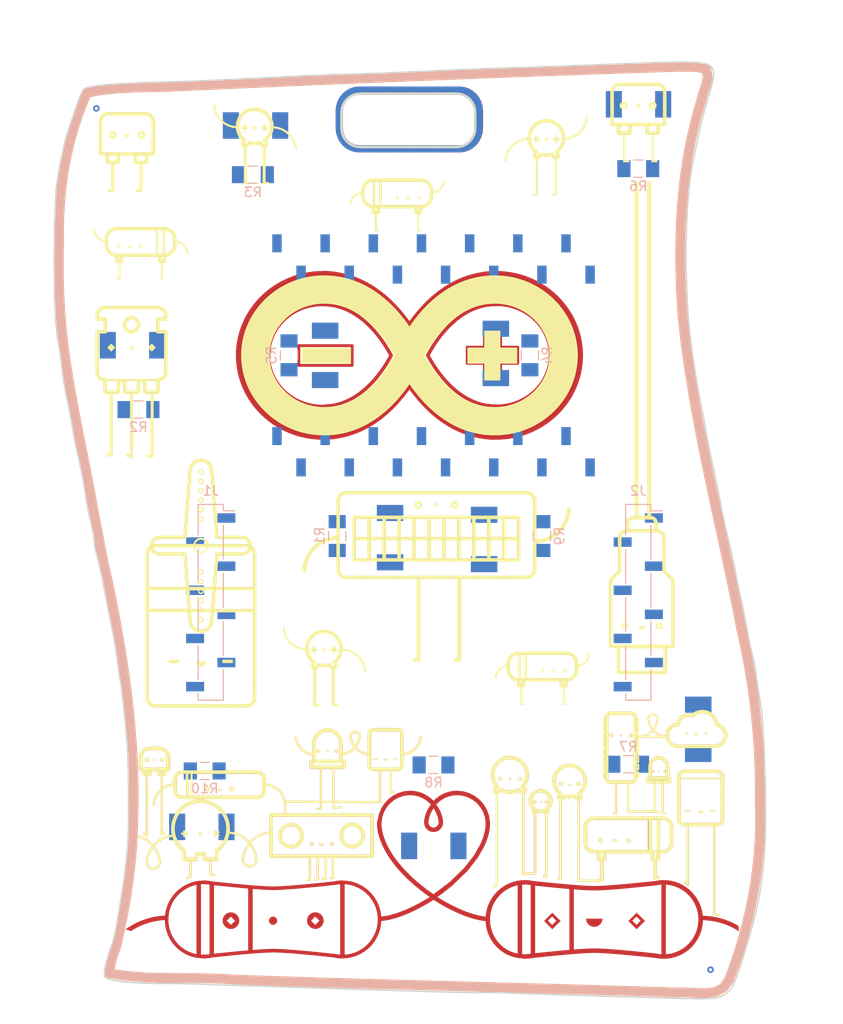
<source format=kicad_pcb>
(kicad_pcb (version 20171130) (host pcbnew 5.1.0-rc1-unknown-6bb8fde~66~ubuntu16.04.1)
  (title_block (title "Project Title"))
  (layers (0 F.Cu signal) (31 B.Cu signal) (34 B.Paste user) (35 F.Paste user) (36 B.SilkS user) (37 F.SilkS user) (38 B.Mask user) (39 F.Mask user) (44 Edge.Cuts user))
  (net 0 "")
  (net 1 "Net-(D1-Pad1)")
  (net 2 /D0)
  (net 3 "Net-(D2-Pad1)")
  (net 4 /D1)
  (net 5 "Net-(D3-Pad1)")
  (net 6 /~D2)
  (net 7 /~D3)
  (net 8 "Net-(D4-Pad1)")
  (net 9 /~D4)
  (net 10 "Net-(D5-Pad1)")
  (net 11 /~D5)
  (net 12 "Net-(D6-Pad1)")
  (net 13 /D6)
  (net 14 "Net-(D7-Pad1)")
  (net 15 "Net-(D8-Pad1)")
  (net 16 /D7)
  (net 17 GND)
  (net 18 /A5)
  (net 19 /A3)
  (net 20 /A1)
  (net 21 /A6)
  (net 22 /A4)
  (net 23 /A2)
  (net 24 /DAC0-A0)
  (net 25 /D14<-TX)
  (net 26 /D12-SCL)
  (net 27 /D10-MISO)
  (net 28 /D8-MOSI)
  (net 29 /D13->RX)
  (net 30 /D11-SDA)
  (net 31 /D9-SCK)
  (net 32 +3V3)
  (net 33 "Net-(D9-Pad1)")
  (net 34 "Net-(D10-Pad1)")
  (module ArduinoBadge:SunLed_PLCC_Reverse-2 (layer B.Cu) (at 136.390757 101.132191 270)
    (fp_text reference D1)
    (fp_text value LED_ALT)
    (pad 1 smd rect (at -2.6 0 270) (size 1.7 2.8) (layers B.Cu B.Paste B.Mask) (net 1 "Net-(D1-Pad1)"))
    (pad 2 smd rect (at 2.6 0 270) (size 1.7 2.8) (layers B.Cu B.Paste B.Mask) (net 2 /D0))
  )
  (module ArduinoBadge:SunLed_PLCC_Reverse-2 (layer B.Cu) (at 109.22 80.8482)
    (fp_text reference D2)
    (fp_text value LED_ALT)
    (pad 1 smd rect (at -2.6 0) (size 1.7 2.8) (layers B.Cu B.Paste B.Mask) (net 3 "Net-(D2-Pad1)"))
    (pad 2 smd rect (at 2.6 0) (size 1.7 2.8) (layers B.Cu B.Paste B.Mask) (net 4 /D1))
  )
  (module ArduinoBadge:SunLed_PLCC_Reverse-2 (layer B.Cu) (at 122.1994 57.6834)
    (fp_text reference D3)
    (fp_text value LED_ALT)
    (pad 1 smd rect (at -2.6 0) (size 1.7 2.8) (layers B.Cu B.Paste B.Mask) (net 5 "Net-(D3-Pad1)"))
    (pad 2 smd rect (at 2.6 0) (size 1.7 2.8) (layers B.Cu B.Paste B.Mask) (net 6 /~D2))
  )
  (module ArduinoBadge:SunLed_PLCC_Reverse-2 (layer B.Cu) (at 147.541723 81.707809 90)
    (fp_text reference D4)
    (fp_text value LED_ALT)
    (pad 2 smd rect (at 2.6 0 90) (size 1.7 2.8) (layers B.Cu B.Paste B.Mask) (net 7 /~D3))
    (pad 1 smd rect (at -2.6 0 90) (size 1.7 2.8) (layers B.Cu B.Paste B.Mask) (net 8 "Net-(D4-Pad1)"))
  )
  (module ArduinoBadge:SunLed_PLCC_Reverse-2 (layer B.Cu) (at 129.54 81.915 270)
    (fp_text reference D5)
    (fp_text value LED_ALT)
    (pad 2 smd rect (at 2.6 0 270) (size 1.7 2.8) (layers B.Cu B.Paste B.Mask) (net 9 /~D4))
    (pad 1 smd rect (at -2.6 0 270) (size 1.7 2.8) (layers B.Cu B.Paste B.Mask) (net 10 "Net-(D5-Pad1)"))
  )
  (module ArduinoBadge:SunLed_PLCC_Reverse-2 (layer B.Cu) (at 162.5854 55.4482)
    (fp_text reference D6)
    (fp_text value LED_ALT)
    (pad 2 smd rect (at 2.6 0) (size 1.7 2.8) (layers B.Cu B.Paste B.Mask) (net 11 /~D5))
    (pad 1 smd rect (at -2.6 0) (size 1.7 2.8) (layers B.Cu B.Paste B.Mask) (net 12 "Net-(D6-Pad1)"))
  )
  (module ArduinoBadge:SunLed_PLCC_Reverse-2 (layer B.Cu) (at 168.8846 121.3358 90)
    (fp_text reference D7)
    (fp_text value LED_ALT)
    (pad 2 smd rect (at 2.6 0 90) (size 1.7 2.8) (layers B.Cu B.Paste B.Mask) (net 13 /D6))
    (pad 1 smd rect (at -2.6 0 90) (size 1.7 2.8) (layers B.Cu B.Paste B.Mask) (net 14 "Net-(D7-Pad1)"))
  )
  (module ArduinoBadge:SunLed_PLCC_Reverse-2 (layer B.Cu) (at 140.9954 133.6294)
    (fp_text reference D8)
    (fp_text value LED_ALT)
    (pad 1 smd rect (at -2.6 0) (size 1.7 2.8) (layers B.Cu B.Paste B.Mask) (net 15 "Net-(D8-Pad1)"))
    (pad 2 smd rect (at 2.6 0) (size 1.7 2.8) (layers B.Cu B.Paste B.Mask) (net 16 /D7))
  )
  (module Connector_PinSocket_2.54mm:PinSocket_1x08_P2.54mm_Vertical_SMD_Pin1Left (layer B.Cu) (at 117.475 107.95 180)
    (fp_text reference J1 (at 0 11.76 180) (layer B.SilkS) (effects (justify mirror)))
    (fp_text value CONN_01X08)
    (pad 8 smd rect (at 1.65 -8.89 180) (size 1.9 1) (layers B.Cu B.Paste B.Mask) (net 17 GND))
    (pad 6 smd rect (at 1.65 -3.81 180) (size 1.9 1) (layers B.Cu B.Paste B.Mask) (net 18 /A5))
    (pad 4 smd rect (at 1.65 1.27 180) (size 1.9 1) (layers B.Cu B.Paste B.Mask) (net 19 /A3))
    (pad 2 smd rect (at 1.65 6.35 180) (size 1.9 1) (layers B.Cu B.Paste B.Mask) (net 20 /A1))
    (pad 7 smd rect (at -1.65 -6.35 180) (size 1.9 1) (layers B.Cu B.Paste B.Mask) (net 21 /A6))
    (pad 5 smd rect (at -1.65 -1.27 180) (size 1.9 1) (layers B.Cu B.Paste B.Mask) (net 22 /A4))
    (pad 3 smd rect (at -1.65 3.81 180) (size 1.9 1) (layers B.Cu B.Paste B.Mask) (net 23 /A2))
    (pad 1 smd rect (at -1.65 8.89 180) (size 1.9 1) (layers B.Cu B.Paste B.Mask) (net 24 /DAC0-A0))
  )
  (module Connector_PinSocket_2.54mm:PinSocket_1x08_P2.54mm_Vertical_SMD_Pin1Left (layer B.Cu) (at 162.56 107.95 180)
    (fp_text reference J2 (at 0 11.76 180) (layer B.SilkS) (effects (justify mirror)))
    (fp_text value CONN_01X08)
    (pad 1 smd rect (at -1.65 8.89 180) (size 1.9 1) (layers B.Cu B.Paste B.Mask) (net 25 /D14<-TX))
    (pad 3 smd rect (at -1.65 3.81 180) (size 1.9 1) (layers B.Cu B.Paste B.Mask) (net 26 /D12-SCL))
    (pad 5 smd rect (at -1.65 -1.27 180) (size 1.9 1) (layers B.Cu B.Paste B.Mask) (net 27 /D10-MISO))
    (pad 7 smd rect (at -1.65 -6.35 180) (size 1.9 1) (layers B.Cu B.Paste B.Mask) (net 28 /D8-MOSI))
    (pad 2 smd rect (at 1.65 6.35 180) (size 1.9 1) (layers B.Cu B.Paste B.Mask) (net 29 /D13->RX))
    (pad 4 smd rect (at 1.65 1.27 180) (size 1.9 1) (layers B.Cu B.Paste B.Mask) (net 30 /D11-SDA))
    (pad 6 smd rect (at 1.65 -3.81 180) (size 1.9 1) (layers B.Cu B.Paste B.Mask) (net 31 /D9-SCK))
    (pad 8 smd rect (at 1.65 -8.89 180) (size 1.9 1) (layers B.Cu B.Paste B.Mask) (net 32 +3V3))
  )
  (module Resistor_SMD:R_1206_3216Metric_Pad1.39x1.80mm_HandSolder (layer B.Cu) (at 130.81 100.965 270)
    (fp_text reference R1 (at 0 1.85 270) (layer B.SilkS) (effects (justify mirror)))
    (fp_text value R)
    (pad 1 smd rect (at -1.5175 0 270) (size 1.395 1.8) (layers B.Cu B.Paste B.Mask) (net 1 "Net-(D1-Pad1)"))
    (pad 2 smd rect (at 1.5175 0 270) (size 1.395 1.8) (layers B.Cu B.Paste B.Mask) (net 17 GND))
  )
  (module Resistor_SMD:R_1206_3216Metric_Pad1.39x1.80mm_HandSolder (layer B.Cu) (at 109.855 87.63)
    (fp_text reference R2 (at 0 1.85) (layer B.SilkS) (effects (justify mirror)))
    (fp_text value R)
    (pad 1 smd rect (at -1.5175 0) (size 1.395 1.8) (layers B.Cu B.Paste B.Mask) (net 3 "Net-(D2-Pad1)"))
    (pad 2 smd rect (at 1.5175 0) (size 1.395 1.8) (layers B.Cu B.Paste B.Mask) (net 17 GND))
  )
  (module Resistor_SMD:R_1206_3216Metric_Pad1.39x1.80mm_HandSolder (layer B.Cu) (at 121.92 62.865)
    (fp_text reference R3 (at 0 1.85) (layer B.SilkS) (effects (justify mirror)))
    (fp_text value R)
    (pad 1 smd rect (at -1.5175 0) (size 1.395 1.8) (layers B.Cu B.Paste B.Mask) (net 5 "Net-(D3-Pad1)"))
    (pad 2 smd rect (at 1.5175 0) (size 1.395 1.8) (layers B.Cu B.Paste B.Mask) (net 17 GND))
  )
  (module Resistor_SMD:R_1206_3216Metric_Pad1.39x1.80mm_HandSolder (layer B.Cu) (at 151.13 81.915 90)
    (fp_text reference R4 (at 0 1.85 90) (layer B.SilkS) (effects (justify mirror)))
    (fp_text value R)
    (pad 2 smd rect (at 1.5175 0 90) (size 1.395 1.8) (layers B.Cu B.Paste B.Mask) (net 17 GND))
    (pad 1 smd rect (at -1.5175 0 90) (size 1.395 1.8) (layers B.Cu B.Paste B.Mask) (net 8 "Net-(D4-Pad1)"))
  )
  (module Resistor_SMD:R_1206_3216Metric_Pad1.39x1.80mm_HandSolder (layer B.Cu) (at 125.73 81.915 270)
    (fp_text reference R5 (at 0 1.85 270) (layer B.SilkS) (effects (justify mirror)))
    (fp_text value R)
    (pad 2 smd rect (at 1.5175 0 270) (size 1.395 1.8) (layers B.Cu B.Paste B.Mask) (net 17 GND))
    (pad 1 smd rect (at -1.5175 0 270) (size 1.395 1.8) (layers B.Cu B.Paste B.Mask) (net 10 "Net-(D5-Pad1)"))
  )
  (module Resistor_SMD:R_1206_3216Metric_Pad1.39x1.80mm_HandSolder (layer B.Cu) (at 162.56 62.23)
    (fp_text reference R6 (at 0 1.85) (layer B.SilkS) (effects (justify mirror)))
    (fp_text value R)
    (pad 2 smd rect (at 1.5175 0) (size 1.395 1.8) (layers B.Cu B.Paste B.Mask) (net 17 GND))
    (pad 1 smd rect (at -1.5175 0) (size 1.395 1.8) (layers B.Cu B.Paste B.Mask) (net 12 "Net-(D6-Pad1)"))
  )
  (module Resistor_SMD:R_1206_3216Metric_Pad1.39x1.80mm_HandSolder (layer B.Cu) (at 161.4932 125.0188 180)
    (fp_text reference R7 (at 0 1.85 180) (layer B.SilkS) (effects (justify mirror)))
    (fp_text value R)
    (pad 2 smd rect (at 1.5175 0 180) (size 1.395 1.8) (layers B.Cu B.Paste B.Mask) (net 17 GND))
    (pad 1 smd rect (at -1.5175 0 180) (size 1.395 1.8) (layers B.Cu B.Paste B.Mask) (net 14 "Net-(D7-Pad1)"))
  )
  (module Resistor_SMD:R_1206_3216Metric_Pad1.39x1.80mm_HandSolder (layer B.Cu) (at 140.97 125.095)
    (fp_text reference R8 (at 0 1.85) (layer B.SilkS) (effects (justify mirror)))
    (fp_text value R)
    (pad 1 smd rect (at -1.5175 0) (size 1.395 1.8) (layers B.Cu B.Paste B.Mask) (net 15 "Net-(D8-Pad1)"))
    (pad 2 smd rect (at 1.5175 0) (size 1.395 1.8) (layers B.Cu B.Paste B.Mask) (net 17 GND))
  )
  (module ArduinoBadge:Arduino.SilkS (layer F.Cu) (at 138.43 81.915)
    (fp_text reference U3)
    (fp_text value Arduino.SilkS hide)
  )
  (module ArduinoBadge:Edge.Back.Only.SilkS.02 (layer B.Cu) (at 138.43 100.33 180)
    (fp_text reference U4)
    (fp_text value Edge.Back.Only.SilkS.02 hide)
  )
  (module ArduinoBadge:Edge.Only.SilkS.02 (layer F.Cu) (at 138.43 100.33)
    (fp_text reference U5)
    (fp_text value Edge.Only.SilkS.02 hide)
  )
  (module ArduinoBadge:Fig.04.Cu.Mask (layer F.Cu) (at 138.43 81.915)
    (fp_text reference U6)
    (fp_text value Fig.04.Cu.Mask hide)
    (fp_line (start 18.020175 0.000878) (end 18.008604 -0.441548) (layer F.Cu) (width 0.560988))
    (fp_line (start 18.008604 -0.441548) (end 17.974257 -0.878242) (layer F.Cu) (width 0.560988))
    (fp_line (start 17.974257 -0.878242) (end 17.9177 -1.308657) (layer F.Cu) (width 0.560988))
    (fp_line (start 17.9177 -1.308657) (end 17.839493 -1.73225) (layer F.Cu) (width 0.560988))
    (fp_line (start 17.839493 -1.73225) (end 17.740202 -2.148474) (layer F.Cu) (width 0.560988))
    (fp_line (start 17.740202 -2.148474) (end 17.620384 -2.556784) (layer F.Cu) (width 0.560988))
    (fp_line (start 17.620384 -2.556784) (end 17.480605 -2.956636) (layer F.Cu) (width 0.560988))
    (fp_line (start 17.480605 -2.956636) (end 17.321426 -3.347485) (layer F.Cu) (width 0.560988))
    (fp_line (start 17.321426 -3.347485) (end 17.143409 -3.728785) (layer F.Cu) (width 0.560988))
    (fp_line (start 17.143409 -3.728785) (end 16.947118 -4.09999) (layer F.Cu) (width 0.560988))
    (fp_line (start 16.947118 -4.09999) (end 16.733112 -4.460557) (layer F.Cu) (width 0.560988))
    (fp_line (start 16.733112 -4.460557) (end 16.501955 -4.80994) (layer F.Cu) (width 0.560988))
    (fp_line (start 16.501955 -4.80994) (end 16.254209 -5.147594) (layer F.Cu) (width 0.560988))
    (fp_line (start 16.254209 -5.147594) (end 15.990433 -5.472973) (layer F.Cu) (width 0.560988))
    (fp_line (start 15.990433 -5.472973) (end 15.711193 -5.785532) (layer F.Cu) (width 0.560988))
    (fp_line (start 15.711193 -5.785532) (end 15.41705 -6.084727) (layer F.Cu) (width 0.560988))
    (fp_line (start 15.41705 -6.084727) (end 15.108567 -6.370013) (layer F.Cu) (width 0.560988))
    (fp_line (start 15.108567 -6.370013) (end 14.786306 -6.640843) (layer F.Cu) (width 0.560988))
    (fp_line (start 14.786306 -6.640843) (end 14.450829 -6.896673) (layer F.Cu) (width 0.560988))
    (fp_line (start 14.450829 -6.896673) (end 14.102696 -7.136959) (layer F.Cu) (width 0.560988))
    (fp_line (start 14.102696 -7.136959) (end 13.742471 -7.361154) (layer F.Cu) (width 0.560988))
    (fp_line (start 13.742471 -7.361154) (end 13.370716 -7.568714) (layer F.Cu) (width 0.560988))
    (fp_line (start 13.370716 -7.568714) (end 12.987995 -7.759093) (layer F.Cu) (width 0.560988))
    (fp_line (start 12.987995 -7.759093) (end 12.594865 -7.931747) (layer F.Cu) (width 0.560988))
    (fp_line (start 12.594865 -7.931747) (end 12.191894 -8.086129) (layer F.Cu) (width 0.560988))
    (fp_line (start 12.191894 -8.086129) (end 11.779643 -8.221697) (layer F.Cu) (width 0.560988))
    (fp_line (start 11.779643 -8.221697) (end 11.358672 -8.337904) (layer F.Cu) (width 0.560988))
    (fp_line (start 11.358672 -8.337904) (end 10.929541 -8.434204) (layer F.Cu) (width 0.560988))
    (fp_line (start 10.929541 -8.434204) (end 10.492817 -8.510053) (layer F.Cu) (width 0.560988))
    (fp_line (start 10.492817 -8.510053) (end 10.049059 -8.564906) (layer F.Cu) (width 0.560988))
    (fp_line (start 10.049059 -8.564906) (end 9.598831 -8.598218) (layer F.Cu) (width 0.560988))
    (fp_line (start 9.598831 -8.598218) (end 9.142695 -8.609443) (layer F.Cu) (width 0.560988))
    (fp_line (start 9.142695 -8.609443) (end 9.100306 -8.609352) (layer F.Cu) (width 0.560988))
    (fp_line (start 9.100306 -8.609352) (end 9.057875 -8.609078) (layer F.Cu) (width 0.560988))
    (fp_line (start 9.057875 -8.609078) (end 9.015405 -8.60862) (layer F.Cu) (width 0.560988))
    (fp_line (start 9.015405 -8.60862) (end 8.972898 -8.607978) (layer F.Cu) (width 0.560988))
    (fp_line (start 8.972898 -8.607978) (end 8.930355 -8.607152) (layer F.Cu) (width 0.560988))
    (fp_line (start 8.930355 -8.607152) (end 8.88778 -8.60614) (layer F.Cu) (width 0.560988))
    (fp_line (start 8.88778 -8.60614) (end 8.845175 -8.604942) (layer F.Cu) (width 0.560988))
    (fp_line (start 8.845175 -8.604942) (end 8.802541 -8.603556) (layer F.Cu) (width 0.560988))
    (fp_line (start 8.802541 -8.603556) (end 8.759882 -8.601983) (layer F.Cu) (width 0.560988))
    (fp_line (start 8.759882 -8.601983) (end 8.717199 -8.600222) (layer F.Cu) (width 0.560988))
    (fp_line (start 8.717199 -8.600222) (end 8.674495 -8.598271) (layer F.Cu) (width 0.560988))
    (fp_line (start 8.674495 -8.598271) (end 8.631773 -8.596131) (layer F.Cu) (width 0.560988))
    (fp_line (start 8.631773 -8.596131) (end 8.589034 -8.5938) (layer F.Cu) (width 0.560988))
    (fp_line (start 8.589034 -8.5938) (end 8.54628 -8.591278) (layer F.Cu) (width 0.560988))
    (fp_line (start 8.54628 -8.591278) (end 8.503515 -8.588564) (layer F.Cu) (width 0.560988))
    (fp_line (start 8.503515 -8.588564) (end 8.46074 -8.585658) (layer F.Cu) (width 0.560988))
    (fp_line (start 8.46074 -8.585658) (end 8.417957 -8.582558) (layer F.Cu) (width 0.560988))
    (fp_line (start 8.417957 -8.582558) (end 8.37517 -8.579264) (layer F.Cu) (width 0.560988))
    (fp_line (start 8.37517 -8.579264) (end 8.332379 -8.575776) (layer F.Cu) (width 0.560988))
    (fp_line (start 8.332379 -8.575776) (end 8.289589 -8.572092) (layer F.Cu) (width 0.560988))
    (fp_line (start 8.289589 -8.572092) (end 8.2468 -8.568212) (layer F.Cu) (width 0.560988))
    (fp_line (start 8.2468 -8.568212) (end 8.204015 -8.564135) (layer F.Cu) (width 0.560988))
    (fp_line (start 8.204015 -8.564135) (end 8.161237 -8.55986) (layer F.Cu) (width 0.560988))
    (fp_line (start 8.161237 -8.55986) (end 8.118467 -8.555387) (layer F.Cu) (width 0.560988))
    (fp_line (start 8.118467 -8.555387) (end 8.075708 -8.550716) (layer F.Cu) (width 0.560988))
    (fp_line (start 8.075708 -8.550716) (end 8.032963 -8.545844) (layer F.Cu) (width 0.560988))
    (fp_line (start 8.032963 -8.545844) (end 7.990234 -8.540773) (layer F.Cu) (width 0.560988))
    (fp_line (start 7.990234 -8.540773) (end 7.947522 -8.5355) (layer F.Cu) (width 0.560988))
    (fp_line (start 7.947522 -8.5355) (end 7.904831 -8.530025) (layer F.Cu) (width 0.560988))
    (fp_line (start 7.904831 -8.530025) (end 7.862162 -8.524348) (layer F.Cu) (width 0.560988))
    (fp_line (start 7.862162 -8.524348) (end 7.819517 -8.518468) (layer F.Cu) (width 0.560988))
    (fp_line (start 7.819517 -8.518468) (end 7.776901 -8.512384) (layer F.Cu) (width 0.560988))
    (fp_line (start 7.776901 -8.512384) (end 7.423958 -8.45486) (layer F.Cu) (width 0.560988))
    (fp_line (start 7.423958 -8.45486) (end 7.078365 -8.384932) (layer F.Cu) (width 0.560988))
    (fp_line (start 7.078365 -8.384932) (end 6.740093 -8.30312) (layer F.Cu) (width 0.560988))
    (fp_line (start 6.740093 -8.30312) (end 6.409121 -8.209946) (layer F.Cu) (width 0.560988))
    (fp_line (start 6.409121 -8.209946) (end 6.085422 -8.105931) (layer F.Cu) (width 0.560988))
    (fp_line (start 6.085422 -8.105931) (end 5.768971 -7.991597) (layer F.Cu) (width 0.560988))
    (fp_line (start 5.768971 -7.991597) (end 5.459742 -7.867466) (layer F.Cu) (width 0.560988))
    (fp_line (start 5.459742 -7.867466) (end 5.157711 -7.734058) (layer F.Cu) (width 0.560988))
    (fp_line (start 5.157711 -7.734058) (end 4.862852 -7.591895) (layer F.Cu) (width 0.560988))
    (fp_line (start 4.862852 -7.591895) (end 4.57514 -7.441498) (layer F.Cu) (width 0.560988))
    (fp_line (start 4.57514 -7.441498) (end 4.29455 -7.28339) (layer F.Cu) (width 0.560988))
    (fp_line (start 4.29455 -7.28339) (end 4.021056 -7.118091) (layer F.Cu) (width 0.560988))
    (fp_line (start 4.021056 -7.118091) (end 3.754633 -6.946123) (layer F.Cu) (width 0.560988))
    (fp_line (start 3.754633 -6.946123) (end 3.495257 -6.768007) (layer F.Cu) (width 0.560988))
    (fp_line (start 3.495257 -6.768007) (end 3.242901 -6.584265) (layer F.Cu) (width 0.560988))
    (fp_line (start 3.242901 -6.584265) (end 2.997541 -6.395418) (layer F.Cu) (width 0.560988))
    (fp_line (start 2.997541 -6.395418) (end 2.759151 -6.201988) (layer F.Cu) (width 0.560988))
    (fp_line (start 2.759151 -6.201988) (end 2.527707 -6.004495) (layer F.Cu) (width 0.560988))
    (fp_line (start 2.527707 -6.004495) (end 2.303183 -5.803463) (layer F.Cu) (width 0.560988))
    (fp_line (start 2.303183 -5.803463) (end 2.085553 -5.599411) (layer F.Cu) (width 0.560988))
    (fp_line (start 2.085553 -5.599411) (end 1.874793 -5.392861) (layer F.Cu) (width 0.560988))
    (fp_line (start 1.874793 -5.392861) (end 1.670878 -5.184336) (layer F.Cu) (width 0.560988))
    (fp_line (start 1.670878 -5.184336) (end 1.473781 -4.974355) (layer F.Cu) (width 0.560988))
    (fp_line (start 1.473781 -4.974355) (end 1.283479 -4.763442) (layer F.Cu) (width 0.560988))
    (fp_line (start 1.283479 -4.763442) (end 1.099945 -4.552116) (layer F.Cu) (width 0.560988))
    (fp_line (start 1.099945 -4.552116) (end 0.923155 -4.3409) (layer F.Cu) (width 0.560988))
    (fp_line (start 0.923155 -4.3409) (end 0.753084 -4.130315) (layer F.Cu) (width 0.560988))
    (fp_line (start 0.753084 -4.130315) (end 0.589705 -3.920882) (layer F.Cu) (width 0.560988))
    (fp_line (start 0.589705 -3.920882) (end 0.432994 -3.713123) (layer F.Cu) (width 0.560988))
    (fp_line (start 0.432994 -3.713123) (end 0.282926 -3.507559) (layer F.Cu) (width 0.560988))
    (fp_line (start 0.282926 -3.507559) (end 0.139475 -3.304712) (layer F.Cu) (width 0.560988))
    (fp_line (start 0.139475 -3.304712) (end 0.002617 -3.105104) (layer F.Cu) (width 0.560988))
    (fp_line (start 0.002617 -3.105104) (end -0.134687 -3.304712) (layer F.Cu) (width 0.560988))
    (fp_line (start -0.134687 -3.304712) (end -0.278556 -3.507558) (layer F.Cu) (width 0.560988))
    (fp_line (start -0.278556 -3.507558) (end -0.429015 -3.71312) (layer F.Cu) (width 0.560988))
    (fp_line (start -0.429015 -3.71312) (end -0.586089 -3.920877) (layer F.Cu) (width 0.560988))
    (fp_line (start -0.586089 -3.920877) (end -0.749806 -4.130308) (layer F.Cu) (width 0.560988))
    (fp_line (start -0.749806 -4.130308) (end -0.92019 -4.34089) (layer F.Cu) (width 0.560988))
    (fp_line (start -0.92019 -4.34089) (end -1.097268 -4.552103) (layer F.Cu) (width 0.560988))
    (fp_line (start -1.097268 -4.552103) (end -1.281066 -4.763426) (layer F.Cu) (width 0.560988))
    (fp_line (start -1.281066 -4.763426) (end -1.471608 -4.974337) (layer F.Cu) (width 0.560988))
    (fp_line (start -1.471608 -4.974337) (end -1.668923 -5.184314) (layer F.Cu) (width 0.560988))
    (fp_line (start -1.668923 -5.184314) (end -1.873034 -5.392837) (layer F.Cu) (width 0.560988))
    (fp_line (start -1.873034 -5.392837) (end -2.083968 -5.599383) (layer F.Cu) (width 0.560988))
    (fp_line (start -2.083968 -5.599383) (end -2.301752 -5.803431) (layer F.Cu) (width 0.560988))
    (fp_line (start -2.301752 -5.803431) (end -2.52641 -6.004461) (layer F.Cu) (width 0.560988))
    (fp_line (start -2.52641 -6.004461) (end -2.757969 -6.20195) (layer F.Cu) (width 0.560988))
    (fp_line (start -2.757969 -6.20195) (end -2.996455 -6.395378) (layer F.Cu) (width 0.560988))
    (fp_line (start -2.996455 -6.395378) (end -3.241893 -6.584222) (layer F.Cu) (width 0.560988))
    (fp_line (start -3.241893 -6.584222) (end -3.49431 -6.767962) (layer F.Cu) (width 0.560988))
    (fp_line (start -3.49431 -6.767962) (end -3.753731 -6.946076) (layer F.Cu) (width 0.560988))
    (fp_line (start -3.753731 -6.946076) (end -4.020182 -7.118043) (layer F.Cu) (width 0.560988))
    (fp_line (start -4.020182 -7.118043) (end -4.293689 -7.283342) (layer F.Cu) (width 0.560988))
    (fp_line (start -4.293689 -7.283342) (end -4.574279 -7.44145) (layer F.Cu) (width 0.560988))
    (fp_line (start -4.574279 -7.44145) (end -4.861976 -7.591848) (layer F.Cu) (width 0.560988))
    (fp_line (start -4.861976 -7.591848) (end -5.156806 -7.734012) (layer F.Cu) (width 0.560988))
    (fp_line (start -5.156806 -7.734012) (end -5.458797 -7.867422) (layer F.Cu) (width 0.560988))
    (fp_line (start -5.458797 -7.867422) (end -5.767973 -7.991557) (layer F.Cu) (width 0.560988))
    (fp_line (start -5.767973 -7.991557) (end -6.08436 -8.105895) (layer F.Cu) (width 0.560988))
    (fp_line (start -6.08436 -8.105895) (end -6.407986 -8.209915) (layer F.Cu) (width 0.560988))
    (fp_line (start -6.407986 -8.209915) (end -6.738874 -8.303095) (layer F.Cu) (width 0.560988))
    (fp_line (start -6.738874 -8.303095) (end -7.077051 -8.384914) (layer F.Cu) (width 0.560988))
    (fp_line (start -7.077051 -8.384914) (end -7.422543 -8.454851) (layer F.Cu) (width 0.560988))
    (fp_line (start -7.422543 -8.454851) (end -7.775376 -8.512385) (layer F.Cu) (width 0.560988))
    (fp_line (start -7.775376 -8.512385) (end -7.818006 -8.518498) (layer F.Cu) (width 0.560988))
    (fp_line (start -7.818006 -8.518498) (end -7.860668 -8.524403) (layer F.Cu) (width 0.560988))
    (fp_line (start -7.860668 -8.524403) (end -7.90336 -8.530102) (layer F.Cu) (width 0.560988))
    (fp_line (start -7.90336 -8.530102) (end -7.946078 -8.535595) (layer F.Cu) (width 0.560988))
    (fp_line (start -7.946078 -8.535595) (end -7.988819 -8.540883) (layer F.Cu) (width 0.560988))
    (fp_line (start -7.988819 -8.540883) (end -8.031582 -8.545967) (layer F.Cu) (width 0.560988))
    (fp_line (start -8.031582 -8.545967) (end -8.074362 -8.550849) (layer F.Cu) (width 0.560988))
    (fp_line (start -8.074362 -8.550849) (end -8.117157 -8.555527) (layer F.Cu) (width 0.560988))
    (fp_line (start -8.117157 -8.555527) (end -8.159964 -8.560005) (layer F.Cu) (width 0.560988))
    (fp_line (start -8.159964 -8.560005) (end -8.20278 -8.564282) (layer F.Cu) (width 0.560988))
    (fp_line (start -8.20278 -8.564282) (end -8.245603 -8.568359) (layer F.Cu) (width 0.560988))
    (fp_line (start -8.245603 -8.568359) (end -8.288428 -8.572237) (layer F.Cu) (width 0.560988))
    (fp_line (start -8.288428 -8.572237) (end -8.331254 -8.575918) (layer F.Cu) (width 0.560988))
    (fp_line (start -8.331254 -8.575918) (end -8.374078 -8.579402) (layer F.Cu) (width 0.560988))
    (fp_line (start -8.374078 -8.579402) (end -8.416896 -8.58269) (layer F.Cu) (width 0.560988))
    (fp_line (start -8.416896 -8.58269) (end -8.459706 -8.585783) (layer F.Cu) (width 0.560988))
    (fp_line (start -8.459706 -8.585783) (end -8.502504 -8.588681) (layer F.Cu) (width 0.560988))
    (fp_line (start -8.502504 -8.588681) (end -8.545289 -8.591386) (layer F.Cu) (width 0.560988))
    (fp_line (start -8.545289 -8.591386) (end -8.588056 -8.593898) (layer F.Cu) (width 0.560988))
    (fp_line (start -8.588056 -8.593898) (end -8.630804 -8.596219) (layer F.Cu) (width 0.560988))
    (fp_line (start -8.630804 -8.596219) (end -8.673529 -8.598349) (layer F.Cu) (width 0.560988))
    (fp_line (start -8.673529 -8.598349) (end -8.716228 -8.600289) (layer F.Cu) (width 0.560988))
    (fp_line (start -8.716228 -8.600289) (end -8.758898 -8.60204) (layer F.Cu) (width 0.560988))
    (fp_line (start -8.758898 -8.60204) (end -8.801537 -8.603603) (layer F.Cu) (width 0.560988))
    (fp_line (start -8.801537 -8.603603) (end -8.844142 -8.604979) (layer F.Cu) (width 0.560988))
    (fp_line (start -8.844142 -8.604979) (end -8.886709 -8.606169) (layer F.Cu) (width 0.560988))
    (fp_line (start -8.886709 -8.606169) (end -8.929236 -8.607173) (layer F.Cu) (width 0.560988))
    (fp_line (start -8.929236 -8.607173) (end -8.97172 -8.607992) (layer F.Cu) (width 0.560988))
    (fp_line (start -8.97172 -8.607992) (end -9.014158 -8.608629) (layer F.Cu) (width 0.560988))
    (fp_line (start -9.014158 -8.608629) (end -9.056547 -8.609082) (layer F.Cu) (width 0.560988))
    (fp_line (start -9.056547 -8.609082) (end -9.098885 -8.609353) (layer F.Cu) (width 0.560988))
    (fp_line (start -9.098885 -8.609353) (end -9.141168 -8.609443) (layer F.Cu) (width 0.560988))
    (fp_line (start -9.141168 -8.609443) (end -9.597539 -8.598218) (layer F.Cu) (width 0.560988))
    (fp_line (start -9.597539 -8.598218) (end -10.047981 -8.564907) (layer F.Cu) (width 0.560988))
    (fp_line (start -10.047981 -8.564907) (end -10.491933 -8.510054) (layer F.Cu) (width 0.560988))
    (fp_line (start -10.491933 -8.510054) (end -10.928832 -8.434205) (layer F.Cu) (width 0.560988))
    (fp_line (start -10.928832 -8.434205) (end -11.358118 -8.337904) (layer F.Cu) (width 0.560988))
    (fp_line (start -11.358118 -8.337904) (end -11.77923 -8.221698) (layer F.Cu) (width 0.560988))
    (fp_line (start -11.77923 -8.221698) (end -12.191605 -8.086131) (layer F.Cu) (width 0.560988))
    (fp_line (start -12.191605 -8.086131) (end -12.594685 -7.931747) (layer F.Cu) (width 0.560988))
    (fp_line (start -12.594685 -7.931747) (end -12.987905 -7.759094) (layer F.Cu) (width 0.560988))
    (fp_line (start -12.987905 -7.759094) (end -13.370706 -7.568714) (layer F.Cu) (width 0.560988))
    (fp_line (start -13.370706 -7.568714) (end -13.742526 -7.361154) (layer F.Cu) (width 0.560988))
    (fp_line (start -13.742526 -7.361154) (end -14.102804 -7.136959) (layer F.Cu) (width 0.560988))
    (fp_line (start -14.102804 -7.136959) (end -14.450979 -6.896674) (layer F.Cu) (width 0.560988))
    (fp_line (start -14.450979 -6.896674) (end -14.786489 -6.640843) (layer F.Cu) (width 0.560988))
    (fp_line (start -14.786489 -6.640843) (end -15.108773 -6.370013) (layer F.Cu) (width 0.560988))
    (fp_line (start -15.108773 -6.370013) (end -15.41727 -6.084727) (layer F.Cu) (width 0.560988))
    (fp_line (start -15.41727 -6.084727) (end -15.711419 -5.785532) (layer F.Cu) (width 0.560988))
    (fp_line (start -15.711419 -5.785532) (end -15.990658 -5.472973) (layer F.Cu) (width 0.560988))
    (fp_line (start -15.990658 -5.472973) (end -16.254426 -5.147593) (layer F.Cu) (width 0.560988))
    (fp_line (start -16.254426 -5.147593) (end -16.502162 -4.80994) (layer F.Cu) (width 0.560988))
    (fp_line (start -16.502162 -4.80994) (end -16.733304 -4.460557) (layer F.Cu) (width 0.560988))
    (fp_line (start -16.733304 -4.460557) (end -16.947292 -4.09999) (layer F.Cu) (width 0.560988))
    (fp_line (start -16.947292 -4.09999) (end -17.143564 -3.728785) (layer F.Cu) (width 0.560988))
    (fp_line (start -17.143564 -3.728785) (end -17.321558 -3.347485) (layer F.Cu) (width 0.560988))
    (fp_line (start -17.321558 -3.347485) (end -17.480714 -2.956636) (layer F.Cu) (width 0.560988))
    (fp_line (start -17.480714 -2.956636) (end -17.62047 -2.556784) (layer F.Cu) (width 0.560988))
    (fp_line (start -17.62047 -2.556784) (end -17.740265 -2.148474) (layer F.Cu) (width 0.560988))
    (fp_line (start -17.740265 -2.148474) (end -17.839538 -1.73225) (layer F.Cu) (width 0.560988))
    (fp_line (start -17.839538 -1.73225) (end -17.917727 -1.308657) (layer F.Cu) (width 0.560988))
    (fp_line (start -17.917727 -1.308657) (end -17.974271 -0.878242) (layer F.Cu) (width 0.560988))
    (fp_line (start -17.974271 -0.878242) (end -18.008609 -0.441548) (layer F.Cu) (width 0.560988))
    (fp_line (start -18.008609 -0.441548) (end -18.02018 0.000878) (layer F.Cu) (width 0.560988))
    (fp_line (start -18.02018 0.000878) (end -18.00861 0.443348) (layer F.Cu) (width 0.560988))
    (fp_line (start -18.00861 0.443348) (end -17.974274 0.880069) (layer F.Cu) (width 0.560988))
    (fp_line (start -17.974274 0.880069) (end -17.917733 1.310497) (layer F.Cu) (width 0.560988))
    (fp_line (start -17.917733 1.310497) (end -17.83955 1.734088) (layer F.Cu) (width 0.560988))
    (fp_line (start -17.83955 1.734088) (end -17.740287 2.150298) (layer F.Cu) (width 0.560988))
    (fp_line (start -17.740287 2.150298) (end -17.620505 2.558583) (layer F.Cu) (width 0.560988))
    (fp_line (start -17.620505 2.558583) (end -17.480767 2.958397) (layer F.Cu) (width 0.560988))
    (fp_line (start -17.480767 2.958397) (end -17.321633 3.349199) (layer F.Cu) (width 0.560988))
    (fp_line (start -17.321633 3.349199) (end -17.143668 3.730442) (layer F.Cu) (width 0.560988))
    (fp_line (start -17.143668 3.730442) (end -16.947431 4.101583) (layer F.Cu) (width 0.560988))
    (fp_line (start -16.947431 4.101583) (end -16.733485 4.462078) (layer F.Cu) (width 0.560988))
    (fp_line (start -16.733485 4.462078) (end -16.502393 4.811382) (layer F.Cu) (width 0.560988))
    (fp_line (start -16.502393 4.811382) (end -16.254715 5.148952) (layer F.Cu) (width 0.560988))
    (fp_line (start -16.254715 5.148952) (end -15.991014 5.474243) (layer F.Cu) (width 0.560988))
    (fp_line (start -15.991014 5.474243) (end -15.711851 5.786711) (layer F.Cu) (width 0.560988))
    (fp_line (start -15.711851 5.786711) (end -15.417789 6.085811) (layer F.Cu) (width 0.560988))
    (fp_line (start -15.417789 6.085811) (end -15.10939 6.371001) (layer F.Cu) (width 0.560988))
    (fp_line (start -15.10939 6.371001) (end -14.787215 6.641735) (layer F.Cu) (width 0.560988))
    (fp_line (start -14.787215 6.641735) (end -14.451826 6.897469) (layer F.Cu) (width 0.560988))
    (fp_line (start -14.451826 6.897469) (end -14.103786 7.137659) (layer F.Cu) (width 0.560988))
    (fp_line (start -14.103786 7.137659) (end -13.743655 7.361762) (layer F.Cu) (width 0.560988))
    (fp_line (start -13.743655 7.361762) (end -13.371996 7.569232) (layer F.Cu) (width 0.560988))
    (fp_line (start -13.371996 7.569232) (end -12.989372 7.759526) (layer F.Cu) (width 0.560988))
    (fp_line (start -12.989372 7.759526) (end -12.596343 7.932099) (layer F.Cu) (width 0.560988))
    (fp_line (start -12.596343 7.932099) (end -12.193472 8.086407) (layer F.Cu) (width 0.560988))
    (fp_line (start -12.193472 8.086407) (end -11.78132 8.221907) (layer F.Cu) (width 0.560988))
    (fp_line (start -11.78132 8.221907) (end -11.36045 8.338053) (layer F.Cu) (width 0.560988))
    (fp_line (start -11.36045 8.338053) (end -10.931424 8.434302) (layer F.Cu) (width 0.560988))
    (fp_line (start -10.931424 8.434302) (end -10.494802 8.51011) (layer F.Cu) (width 0.560988))
    (fp_line (start -10.494802 8.51011) (end -10.051148 8.564932) (layer F.Cu) (width 0.560988))
    (fp_line (start -10.051148 8.564932) (end -9.601023 8.598225) (layer F.Cu) (width 0.560988))
    (fp_line (start -9.601023 8.598225) (end -9.144989 8.609443) (layer F.Cu) (width 0.560988))
    (fp_line (start -9.144989 8.609443) (end -9.102359 8.609359) (layer F.Cu) (width 0.560988))
    (fp_line (start -9.102359 8.609359) (end -9.059697 8.609105) (layer F.Cu) (width 0.560988))
    (fp_line (start -9.059697 8.609105) (end -9.017003 8.608681) (layer F.Cu) (width 0.560988))
    (fp_line (start -9.017003 8.608681) (end -8.974281 8.608089) (layer F.Cu) (width 0.560988))
    (fp_line (start -8.974281 8.608089) (end -8.931533 8.607327) (layer F.Cu) (width 0.560988))
    (fp_line (start -8.931533 8.607327) (end -8.888761 8.606395) (layer F.Cu) (width 0.560988))
    (fp_line (start -8.888761 8.606395) (end -8.845968 8.605266) (layer F.Cu) (width 0.560988))
    (fp_line (start -8.845968 8.605266) (end -8.803155 8.603968) (layer F.Cu) (width 0.560988))
    (fp_line (start -8.803155 8.603968) (end -8.760324 8.602501) (layer F.Cu) (width 0.560988))
    (fp_line (start -8.760324 8.602501) (end -8.717479 8.600835) (layer F.Cu) (width 0.560988))
    (fp_line (start -8.717479 8.600835) (end -8.674622 8.599001) (layer F.Cu) (width 0.560988))
    (fp_line (start -8.674622 8.599001) (end -8.631754 8.596969) (layer F.Cu) (width 0.560988))
    (fp_line (start -8.631754 8.596969) (end -8.588878 8.594768) (layer F.Cu) (width 0.560988))
    (fp_line (start -8.588878 8.594768) (end -8.545996 8.592369) (layer F.Cu) (width 0.560988))
    (fp_line (start -8.545996 8.592369) (end -8.503111 8.589772) (layer F.Cu) (width 0.560988))
    (fp_line (start -8.503111 8.589772) (end -8.460224 8.587007) (layer F.Cu) (width 0.560988))
    (fp_line (start -8.460224 8.587007) (end -8.417339 8.584035) (layer F.Cu) (width 0.560988))
    (fp_line (start -8.417339 8.584035) (end -8.374456 8.580871) (layer F.Cu) (width 0.560988))
    (fp_line (start -8.374456 8.580871) (end -8.331579 8.57751) (layer F.Cu) (width 0.560988))
    (fp_line (start -8.331579 8.57751) (end -8.28871 8.573951) (layer F.Cu) (width 0.560988))
    (fp_line (start -8.28871 8.573951) (end -8.245851 8.570195) (layer F.Cu) (width 0.560988))
    (fp_line (start -8.245851 8.570195) (end -8.203004 8.566235) (layer F.Cu) (width 0.560988))
    (fp_line (start -8.203004 8.566235) (end -8.160171 8.562072) (layer F.Cu) (width 0.560988))
    (fp_line (start -8.160171 8.562072) (end -8.117355 8.557706) (layer F.Cu) (width 0.560988))
    (fp_line (start -8.117355 8.557706) (end -8.074558 8.553134) (layer F.Cu) (width 0.560988))
    (fp_line (start -8.074558 8.553134) (end -8.031783 8.548356) (layer F.Cu) (width 0.560988))
    (fp_line (start -8.031783 8.548356) (end -7.989031 8.543369) (layer F.Cu) (width 0.560988))
    (fp_line (start -7.989031 8.543369) (end -7.946305 8.538171) (layer F.Cu) (width 0.560988))
    (fp_line (start -7.946305 8.538171) (end -7.903607 8.532761) (layer F.Cu) (width 0.560988))
    (fp_line (start -7.903607 8.532761) (end -7.860939 8.527136) (layer F.Cu) (width 0.560988))
    (fp_line (start -7.860939 8.527136) (end -7.818304 8.521297) (layer F.Cu) (width 0.560988))
    (fp_line (start -7.818304 8.521297) (end -7.775703 8.51524) (layer F.Cu) (width 0.560988))
    (fp_line (start -7.775703 8.51524) (end -7.42287 8.457444) (layer F.Cu) (width 0.560988))
    (fp_line (start -7.42287 8.457444) (end -7.077378 8.387254) (layer F.Cu) (width 0.560988))
    (fp_line (start -7.077378 8.387254) (end -6.739201 8.30519) (layer F.Cu) (width 0.560988))
    (fp_line (start -6.739201 8.30519) (end -6.408313 8.211773) (layer F.Cu) (width 0.560988))
    (fp_line (start -6.408313 8.211773) (end -6.084688 8.107524) (layer F.Cu) (width 0.560988))
    (fp_line (start -6.084688 8.107524) (end -5.768301 7.992964) (layer F.Cu) (width 0.560988))
    (fp_line (start -5.768301 7.992964) (end -5.459125 7.868615) (layer F.Cu) (width 0.560988))
    (fp_line (start -5.459125 7.868615) (end -5.157134 7.734996) (layer F.Cu) (width 0.560988))
    (fp_line (start -5.157134 7.734996) (end -4.862303 7.592629) (layer F.Cu) (width 0.560988))
    (fp_line (start -4.862303 7.592629) (end -4.574606 7.442035) (layer F.Cu) (width 0.560988))
    (fp_line (start -4.574606 7.442035) (end -4.294017 7.283735) (layer F.Cu) (width 0.560988))
    (fp_line (start -4.294017 7.283735) (end -4.02051 7.11825) (layer F.Cu) (width 0.560988))
    (fp_line (start -4.02051 7.11825) (end -3.754059 6.946099) (layer F.Cu) (width 0.560988))
    (fp_line (start -3.754059 6.946099) (end -3.494638 6.767806) (layer F.Cu) (width 0.560988))
    (fp_line (start -3.494638 6.767806) (end -3.242221 6.583889) (layer F.Cu) (width 0.560988))
    (fp_line (start -3.242221 6.583889) (end -2.996783 6.394871) (layer F.Cu) (width 0.560988))
    (fp_line (start -2.996783 6.394871) (end -2.758298 6.201272) (layer F.Cu) (width 0.560988))
    (fp_line (start -2.758298 6.201272) (end -2.526738 6.003613) (layer F.Cu) (width 0.560988))
    (fp_line (start -2.526738 6.003613) (end -2.30208 5.802415) (layer F.Cu) (width 0.560988))
    (fp_line (start -2.30208 5.802415) (end -2.084297 5.598199) (layer F.Cu) (width 0.560988))
    (fp_line (start -2.084297 5.598199) (end -1.873362 5.391486) (layer F.Cu) (width 0.560988))
    (fp_line (start -1.873362 5.391486) (end -1.669251 5.182797) (layer F.Cu) (width 0.560988))
    (fp_line (start -1.669251 5.182797) (end -1.471937 4.972652) (layer F.Cu) (width 0.560988))
    (fp_line (start -1.471937 4.972652) (end -1.281394 4.761573) (layer F.Cu) (width 0.560988))
    (fp_line (start -1.281394 4.761573) (end -1.097596 4.550081) (layer F.Cu) (width 0.560988))
    (fp_line (start -1.097596 4.550081) (end -0.920519 4.338696) (layer F.Cu) (width 0.560988))
    (fp_line (start -0.920519 4.338696) (end -0.750134 4.127939) (layer F.Cu) (width 0.560988))
    (fp_line (start -0.750134 4.127939) (end -0.586418 3.918331) (layer F.Cu) (width 0.560988))
    (fp_line (start -0.586418 3.918331) (end -0.429343 3.710394) (layer F.Cu) (width 0.560988))
    (fp_line (start -0.429343 3.710394) (end -0.278884 3.504647) (layer F.Cu) (width 0.560988))
    (fp_line (start -0.278884 3.504647) (end -0.135015 3.301613) (layer F.Cu) (width 0.560988))
    (fp_line (start -0.135015 3.301613) (end 0.002289 3.101812) (layer F.Cu) (width 0.560988))
    (fp_line (start 0.002289 3.101812) (end 0.139147 3.301613) (layer F.Cu) (width 0.560988))
    (fp_line (start 0.139147 3.301613) (end 0.282598 3.504647) (layer F.Cu) (width 0.560988))
    (fp_line (start 0.282598 3.504647) (end 0.432666 3.710394) (layer F.Cu) (width 0.560988))
    (fp_line (start 0.432666 3.710394) (end 0.589377 3.918331) (layer F.Cu) (width 0.560988))
    (fp_line (start 0.589377 3.918331) (end 0.752755 4.127939) (layer F.Cu) (width 0.560988))
    (fp_line (start 0.752755 4.127939) (end 0.922827 4.338695) (layer F.Cu) (width 0.560988))
    (fp_line (start 0.922827 4.338695) (end 1.099617 4.550081) (layer F.Cu) (width 0.560988))
    (fp_line (start 1.099617 4.550081) (end 1.283151 4.761573) (layer F.Cu) (width 0.560988))
    (fp_line (start 1.283151 4.761573) (end 1.473453 4.972652) (layer F.Cu) (width 0.560988))
    (fp_line (start 1.473453 4.972652) (end 1.670549 5.182797) (layer F.Cu) (width 0.560988))
    (fp_line (start 1.670549 5.182797) (end 1.874465 5.391486) (layer F.Cu) (width 0.560988))
    (fp_line (start 1.874465 5.391486) (end 2.085225 5.598199) (layer F.Cu) (width 0.560988))
    (fp_line (start 2.085225 5.598199) (end 2.302854 5.802415) (layer F.Cu) (width 0.560988))
    (fp_line (start 2.302854 5.802415) (end 2.527379 6.003613) (layer F.Cu) (width 0.560988))
    (fp_line (start 2.527379 6.003613) (end 2.758823 6.201272) (layer F.Cu) (width 0.560988))
    (fp_line (start 2.758823 6.201272) (end 2.997213 6.394871) (layer F.Cu) (width 0.560988))
    (fp_line (start 2.997213 6.394871) (end 3.242573 6.583889) (layer F.Cu) (width 0.560988))
    (fp_line (start 3.242573 6.583889) (end 3.494929 6.767805) (layer F.Cu) (width 0.560988))
    (fp_line (start 3.494929 6.767805) (end 3.754305 6.946099) (layer F.Cu) (width 0.560988))
    (fp_line (start 3.754305 6.946099) (end 4.020728 7.11825) (layer F.Cu) (width 0.560988))
    (fp_line (start 4.020728 7.11825) (end 4.294222 7.283735) (layer F.Cu) (width 0.560988))
    (fp_line (start 4.294222 7.283735) (end 4.574812 7.442036) (layer F.Cu) (width 0.560988))
    (fp_line (start 4.574812 7.442036) (end 4.862524 7.592629) (layer F.Cu) (width 0.560988))
    (fp_line (start 4.862524 7.592629) (end 5.157383 7.734996) (layer F.Cu) (width 0.560988))
    (fp_line (start 5.157383 7.734996) (end 5.459415 7.868615) (layer F.Cu) (width 0.560988))
    (fp_line (start 5.459415 7.868615) (end 5.768643 7.992964) (layer F.Cu) (width 0.560988))
    (fp_line (start 5.768643 7.992964) (end 6.085094 8.107524) (layer F.Cu) (width 0.560988))
    (fp_line (start 6.085094 8.107524) (end 6.408793 8.211773) (layer F.Cu) (width 0.560988))
    (fp_line (start 6.408793 8.211773) (end 6.739765 8.30519) (layer F.Cu) (width 0.560988))
    (fp_line (start 6.739765 8.30519) (end 7.078035 8.387254) (layer F.Cu) (width 0.560988))
    (fp_line (start 7.078035 8.387254) (end 7.423628 8.457444) (layer F.Cu) (width 0.560988))
    (fp_line (start 7.423628 8.457444) (end 7.77657 8.51524) (layer F.Cu) (width 0.560988))
    (fp_line (start 7.77657 8.51524) (end 7.819196 8.521288) (layer F.Cu) (width 0.560988))
    (fp_line (start 7.819196 8.521288) (end 7.861848 8.527119) (layer F.Cu) (width 0.560988))
    (fp_line (start 7.861848 8.527119) (end 7.904523 8.532735) (layer F.Cu) (width 0.560988))
    (fp_line (start 7.904523 8.532735) (end 7.947221 8.53814) (layer F.Cu) (width 0.560988))
    (fp_line (start 7.947221 8.53814) (end 7.989939 8.543333) (layer F.Cu) (width 0.560988))
    (fp_line (start 7.989939 8.543333) (end 8.032678 8.548317) (layer F.Cu) (width 0.560988))
    (fp_line (start 8.032678 8.548317) (end 8.075434 8.553092) (layer F.Cu) (width 0.560988))
    (fp_line (start 8.075434 8.553092) (end 8.118207 8.557661) (layer F.Cu) (width 0.560988))
    (fp_line (start 8.118207 8.557661) (end 8.160994 8.562027) (layer F.Cu) (width 0.560988))
    (fp_line (start 8.160994 8.562027) (end 8.203796 8.566187) (layer F.Cu) (width 0.560988))
    (fp_line (start 8.203796 8.566187) (end 8.246609 8.570147) (layer F.Cu) (width 0.560988))
    (fp_line (start 8.246609 8.570147) (end 8.289433 8.573906) (layer F.Cu) (width 0.560988))
    (fp_line (start 8.289433 8.573906) (end 8.332266 8.577465) (layer F.Cu) (width 0.560988))
    (fp_line (start 8.332266 8.577465) (end 8.375106 8.580826) (layer F.Cu) (width 0.560988))
    (fp_line (start 8.375106 8.580826) (end 8.417953 8.583992) (layer F.Cu) (width 0.560988))
    (fp_line (start 8.417953 8.583992) (end 8.460805 8.586964) (layer F.Cu) (width 0.560988))
    (fp_line (start 8.460805 8.586964) (end 8.503659 8.589758) (layer F.Cu) (width 0.560988))
    (fp_line (start 8.503659 8.589758) (end 8.546516 8.592355) (layer F.Cu) (width 0.560988))
    (fp_line (start 8.546516 8.592355) (end 8.589372 8.594754) (layer F.Cu) (width 0.560988))
    (fp_line (start 8.589372 8.594754) (end 8.632228 8.596955) (layer F.Cu) (width 0.560988))
    (fp_line (start 8.632228 8.596955) (end 8.67508 8.598987) (layer F.Cu) (width 0.560988))
    (fp_line (start 8.67508 8.598987) (end 8.717929 8.600821) (layer F.Cu) (width 0.560988))
    (fp_line (start 8.717929 8.600821) (end 8.760771 8.602486) (layer F.Cu) (width 0.560988))
    (fp_line (start 8.760771 8.602486) (end 8.803607 8.603954) (layer F.Cu) (width 0.560988))
    (fp_line (start 8.803607 8.603954) (end 8.846434 8.605252) (layer F.Cu) (width 0.560988))
    (fp_line (start 8.846434 8.605252) (end 8.889251 8.606381) (layer F.Cu) (width 0.560988))
    (fp_line (start 8.889251 8.606381) (end 8.932056 8.607312) (layer F.Cu) (width 0.560988))
    (fp_line (start 8.932056 8.607312) (end 8.974848 8.608074) (layer F.Cu) (width 0.560988))
    (fp_line (start 8.974848 8.608074) (end 9.017625 8.608667) (layer F.Cu) (width 0.560988))
    (fp_line (start 9.017625 8.608667) (end 9.060387 8.60909) (layer F.Cu) (width 0.560988))
    (fp_line (start 9.060387 8.60909) (end 9.103131 8.609343) (layer F.Cu) (width 0.560988))
    (fp_line (start 9.103131 8.609343) (end 9.145856 8.609427) (layer F.Cu) (width 0.560988))
    (fp_line (start 9.145856 8.609427) (end 9.601936 8.59818) (layer F.Cu) (width 0.560988))
    (fp_line (start 9.601936 8.59818) (end 10.052095 8.564863) (layer F.Cu) (width 0.560988))
    (fp_line (start 10.052095 8.564863) (end 10.495774 8.510019) (layer F.Cu) (width 0.560988))
    (fp_line (start 10.495774 8.510019) (end 10.93241 8.434192) (layer F.Cu) (width 0.560988))
    (fp_line (start 10.93241 8.434192) (end 11.361443 8.337926) (layer F.Cu) (width 0.560988))
    (fp_line (start 11.361443 8.337926) (end 11.78231 8.221765) (layer F.Cu) (width 0.560988))
    (fp_line (start 11.78231 8.221765) (end 12.194451 8.086254) (layer F.Cu) (width 0.560988))
    (fp_line (start 12.194451 8.086254) (end 12.597306 7.931935) (layer F.Cu) (width 0.560988))
    (fp_line (start 12.597306 7.931935) (end 12.990309 7.759355) (layer F.Cu) (width 0.560988))
    (fp_line (start 12.990309 7.759355) (end 13.372903 7.569056) (layer F.Cu) (width 0.560988))
    (fp_line (start 13.372903 7.569056) (end 13.744525 7.361582) (layer F.Cu) (width 0.560988))
    (fp_line (start 13.744525 7.361582) (end 14.104615 7.137477) (layer F.Cu) (width 0.560988))
    (fp_line (start 14.104615 7.137477) (end 14.452612 6.897286) (layer F.Cu) (width 0.560988))
    (fp_line (start 14.452612 6.897286) (end 14.787951 6.641553) (layer F.Cu) (width 0.560988))
    (fp_line (start 14.787951 6.641553) (end 15.110077 6.370822) (layer F.Cu) (width 0.560988))
    (fp_line (start 15.110077 6.370822) (end 15.418424 6.085637) (layer F.Cu) (width 0.560988))
    (fp_line (start 15.418424 6.085637) (end 15.712432 5.786541) (layer F.Cu) (width 0.560988))
    (fp_line (start 15.712432 5.786541) (end 15.991539 5.47408) (layer F.Cu) (width 0.560988))
    (fp_line (start 15.991539 5.47408) (end 16.255185 5.148796) (layer F.Cu) (width 0.560988))
    (fp_line (start 16.255185 5.148796) (end 16.502807 4.811235) (layer F.Cu) (width 0.560988))
    (fp_line (start 16.502807 4.811235) (end 16.733845 4.46194) (layer F.Cu) (width 0.560988))
    (fp_line (start 16.733845 4.46194) (end 16.947739 4.101455) (layer F.Cu) (width 0.560988))
    (fp_line (start 16.947739 4.101455) (end 17.143925 3.730324) (layer F.Cu) (width 0.560988))
    (fp_line (start 17.143925 3.730324) (end 17.321841 3.349092) (layer F.Cu) (width 0.560988))
    (fp_line (start 17.321841 3.349092) (end 17.48093 2.958301) (layer F.Cu) (width 0.560988))
    (fp_line (start 17.48093 2.958301) (end 17.620627 2.558498) (layer F.Cu) (width 0.560988))
    (fp_line (start 17.620627 2.558498) (end 17.740371 2.150225) (layer F.Cu) (width 0.560988))
    (fp_line (start 17.740371 2.150225) (end 17.839603 1.734027) (layer F.Cu) (width 0.560988))
    (fp_line (start 17.839603 1.734027) (end 17.917762 1.310447) (layer F.Cu) (width 0.560988))
    (fp_line (start 17.917762 1.310447) (end 17.974283 0.88003) (layer F.Cu) (width 0.560988))
    (fp_line (start 17.974283 0.88003) (end 18.008609 0.44332) (layer F.Cu) (width 0.560988))
    (fp_line (start 18.008609 0.44332) (end 18.02018 0.000861) (layer F.Cu) (width 0.560988))
    (fp_line (start 18.02018 0.000861) (end 18.020175 0.000878) (layer F.Cu) (width 0.560988))
  )
  (module ArduinoBadge:Fig.05.Cu.Mask (layer F.Cu) (at 138.43 81.915)
    (fp_text reference U7)
    (fp_text value Fig.05.Cu.Mask hide)
    (fp_line (start 8.279694 -5.317293) (end 8.308 -5.321323) (layer F.Cu) (width 0.362538))
    (fp_line (start 8.308 -5.321323) (end 8.336338 -5.325229) (layer F.Cu) (width 0.362538))
    (fp_line (start 8.336338 -5.325229) (end 8.364708 -5.329008) (layer F.Cu) (width 0.362538))
    (fp_line (start 8.364708 -5.329008) (end 8.393106 -5.332655) (layer F.Cu) (width 0.362538))
    (fp_line (start 8.393106 -5.332655) (end 8.421533 -5.33618) (layer F.Cu) (width 0.362538))
    (fp_line (start 8.421533 -5.33618) (end 8.449983 -5.339589) (layer F.Cu) (width 0.362538))
    (fp_line (start 8.449983 -5.339589) (end 8.478455 -5.34288) (layer F.Cu) (width 0.362538))
    (fp_line (start 8.478455 -5.34288) (end 8.506948 -5.346052) (layer F.Cu) (width 0.362538))
    (fp_line (start 8.506948 -5.346052) (end 8.53546 -5.349097) (layer F.Cu) (width 0.362538))
    (fp_line (start 8.53546 -5.349097) (end 8.56399 -5.352007) (layer F.Cu) (width 0.362538))
    (fp_line (start 8.56399 -5.352007) (end 8.592535 -5.354772) (layer F.Cu) (width 0.362538))
    (fp_line (start 8.592535 -5.354772) (end 8.621094 -5.357425) (layer F.Cu) (width 0.362538))
    (fp_line (start 8.621094 -5.357425) (end 8.649664 -5.359937) (layer F.Cu) (width 0.362538))
    (fp_line (start 8.649664 -5.359937) (end 8.678241 -5.362342) (layer F.Cu) (width 0.362538))
    (fp_line (start 8.678241 -5.362342) (end 8.706826 -5.364622) (layer F.Cu) (width 0.362538))
    (fp_line (start 8.706826 -5.364622) (end 8.735416 -5.366775) (layer F.Cu) (width 0.362538))
    (fp_line (start 8.735416 -5.366775) (end 8.76401 -5.368799) (layer F.Cu) (width 0.362538))
    (fp_line (start 8.76401 -5.368799) (end 8.792604 -5.370695) (layer F.Cu) (width 0.362538))
    (fp_line (start 8.792604 -5.370695) (end 8.821197 -5.372459) (layer F.Cu) (width 0.362538))
    (fp_line (start 8.821197 -5.372459) (end 8.849788 -5.374085) (layer F.Cu) (width 0.362538))
    (fp_line (start 8.849788 -5.374085) (end 8.878376 -5.375584) (layer F.Cu) (width 0.362538))
    (fp_line (start 8.878376 -5.375584) (end 8.906954 -5.376964) (layer F.Cu) (width 0.362538))
    (fp_line (start 8.906954 -5.376964) (end 8.935524 -5.378222) (layer F.Cu) (width 0.362538))
    (fp_line (start 8.935524 -5.378222) (end 8.964083 -5.379351) (layer F.Cu) (width 0.362538))
    (fp_line (start 8.964083 -5.379351) (end 8.992628 -5.380345) (layer F.Cu) (width 0.362538))
    (fp_line (start 8.992628 -5.380345) (end 9.02116 -5.3812) (layer F.Cu) (width 0.362538))
    (fp_line (start 9.02116 -5.3812) (end 9.049676 -5.381922) (layer F.Cu) (width 0.362538))
    (fp_line (start 9.049676 -5.381922) (end 9.078173 -5.382515) (layer F.Cu) (width 0.362538))
    (fp_line (start 9.078173 -5.382515) (end 9.10665 -5.382986) (layer F.Cu) (width 0.362538))
    (fp_line (start 9.10665 -5.382986) (end 9.135103 -5.383331) (layer F.Cu) (width 0.362538))
    (fp_line (start 9.135103 -5.383331) (end 9.163531 -5.383543) (layer F.Cu) (width 0.362538))
    (fp_line (start 9.163531 -5.383543) (end 9.191933 -5.383615) (layer F.Cu) (width 0.362538))
    (fp_line (start 9.191933 -5.383615) (end 9.483532 -5.376603) (layer F.Cu) (width 0.362538))
    (fp_line (start 9.483532 -5.376603) (end 9.77136 -5.355791) (layer F.Cu) (width 0.362538))
    (fp_line (start 9.77136 -5.355791) (end 10.055059 -5.321524) (layer F.Cu) (width 0.362538))
    (fp_line (start 10.055059 -5.321524) (end 10.334269 -5.27414) (layer F.Cu) (width 0.362538))
    (fp_line (start 10.334269 -5.27414) (end 10.60863 -5.213981) (layer F.Cu) (width 0.362538))
    (fp_line (start 10.60863 -5.213981) (end 10.877781 -5.14139) (layer F.Cu) (width 0.362538))
    (fp_line (start 10.877781 -5.14139) (end 11.141364 -5.056709) (layer F.Cu) (width 0.362538))
    (fp_line (start 11.141364 -5.056709) (end 11.399015 -4.96028) (layer F.Cu) (width 0.362538))
    (fp_line (start 11.399015 -4.96028) (end 11.65038 -4.852443) (layer F.Cu) (width 0.362538))
    (fp_line (start 11.65038 -4.852443) (end 11.895097 -4.733541) (layer F.Cu) (width 0.362538))
    (fp_line (start 11.895097 -4.733541) (end 12.132805 -4.603916) (layer F.Cu) (width 0.362538))
    (fp_line (start 12.132805 -4.603916) (end 12.363146 -4.463907) (layer F.Cu) (width 0.362538))
    (fp_line (start 12.363146 -4.463907) (end 12.585757 -4.313858) (layer F.Cu) (width 0.362538))
    (fp_line (start 12.585757 -4.313858) (end 12.80028 -4.154109) (layer F.Cu) (width 0.362538))
    (fp_line (start 12.80028 -4.154109) (end 13.006356 -3.985002) (layer F.Cu) (width 0.362538))
    (fp_line (start 13.006356 -3.985002) (end 13.203623 -3.806878) (layer F.Cu) (width 0.362538))
    (fp_line (start 13.203623 -3.806878) (end 13.391724 -3.62008) (layer F.Cu) (width 0.362538))
    (fp_line (start 13.391724 -3.62008) (end 13.570295 -3.424949) (layer F.Cu) (width 0.362538))
    (fp_line (start 13.570295 -3.424949) (end 13.738982 -3.221827) (layer F.Cu) (width 0.362538))
    (fp_line (start 13.738982 -3.221827) (end 13.897422 -3.011054) (layer F.Cu) (width 0.362538))
    (fp_line (start 13.897422 -3.011054) (end 14.045252 -2.792974) (layer F.Cu) (width 0.362538))
    (fp_line (start 14.045252 -2.792974) (end 14.182116 -2.567926) (layer F.Cu) (width 0.362538))
    (fp_line (start 14.182116 -2.567926) (end 14.307651 -2.336252) (layer F.Cu) (width 0.362538))
    (fp_line (start 14.307651 -2.336252) (end 14.421503 -2.098295) (layer F.Cu) (width 0.362538))
    (fp_line (start 14.421503 -2.098295) (end 14.523306 -1.854396) (layer F.Cu) (width 0.362538))
    (fp_line (start 14.523306 -1.854396) (end 14.612705 -1.604896) (layer F.Cu) (width 0.362538))
    (fp_line (start 14.612705 -1.604896) (end 14.689337 -1.350137) (layer F.Cu) (width 0.362538))
    (fp_line (start 14.689337 -1.350137) (end 14.752843 -1.09046) (layer F.Cu) (width 0.362538))
    (fp_line (start 14.752843 -1.09046) (end 14.802864 -0.826208) (layer F.Cu) (width 0.362538))
    (fp_line (start 14.802864 -0.826208) (end 14.839036 -0.557721) (layer F.Cu) (width 0.362538))
    (fp_line (start 14.839036 -0.557721) (end 14.860993 -0.285342) (layer F.Cu) (width 0.362538))
    (fp_line (start 14.860993 -0.285342) (end 14.868387 -0.009412) (layer F.Cu) (width 0.362538))
    (fp_line (start 14.868387 -0.009412) (end 14.860993 0.266684) (layer F.Cu) (width 0.362538))
    (fp_line (start 14.860993 0.266684) (end 14.839036 0.539218) (layer F.Cu) (width 0.362538))
    (fp_line (start 14.839036 0.539218) (end 14.802861 0.807851) (layer F.Cu) (width 0.362538))
    (fp_line (start 14.802861 0.807851) (end 14.752834 1.072241) (layer F.Cu) (width 0.362538))
    (fp_line (start 14.752834 1.072241) (end 14.68932 1.332048) (layer F.Cu) (width 0.362538))
    (fp_line (start 14.68932 1.332048) (end 14.612674 1.586928) (layer F.Cu) (width 0.362538))
    (fp_line (start 14.612674 1.586928) (end 14.523261 1.836542) (layer F.Cu) (width 0.362538))
    (fp_line (start 14.523261 1.836542) (end 14.421432 2.080548) (layer F.Cu) (width 0.362538))
    (fp_line (start 14.421432 2.080548) (end 14.307553 2.318603) (layer F.Cu) (width 0.362538))
    (fp_line (start 14.307553 2.318603) (end 14.181981 2.550369) (layer F.Cu) (width 0.362538))
    (fp_line (start 14.181981 2.550369) (end 14.045077 2.775502) (layer F.Cu) (width 0.362538))
    (fp_line (start 14.045077 2.775502) (end 13.897199 2.993662) (layer F.Cu) (width 0.362538))
    (fp_line (start 13.897199 2.993662) (end 13.738705 3.204507) (layer F.Cu) (width 0.362538))
    (fp_line (start 13.738705 3.204507) (end 13.569953 3.407696) (layer F.Cu) (width 0.362538))
    (fp_line (start 13.569953 3.407696) (end 13.391307 3.602888) (layer F.Cu) (width 0.362538))
    (fp_line (start 13.391307 3.602888) (end 13.203121 3.78974) (layer F.Cu) (width 0.362538))
    (fp_line (start 13.203121 3.78974) (end 13.005757 3.967913) (layer F.Cu) (width 0.362538))
    (fp_line (start 13.005757 3.967913) (end 12.799577 4.137064) (layer F.Cu) (width 0.362538))
    (fp_line (start 12.799577 4.137064) (end 12.584936 4.296853) (layer F.Cu) (width 0.362538))
    (fp_line (start 12.584936 4.296853) (end 12.362195 4.446938) (layer F.Cu) (width 0.362538))
    (fp_line (start 12.362195 4.446938) (end 12.131712 4.586977) (layer F.Cu) (width 0.362538))
    (fp_line (start 12.131712 4.586977) (end 11.893847 4.71663) (layer F.Cu) (width 0.362538))
    (fp_line (start 11.893847 4.71663) (end 11.64896 4.835556) (layer F.Cu) (width 0.362538))
    (fp_line (start 11.64896 4.835556) (end 11.39741 4.943411) (layer F.Cu) (width 0.362538))
    (fp_line (start 11.39741 4.943411) (end 11.139554 5.039856) (layer F.Cu) (width 0.362538))
    (fp_line (start 11.139554 5.039856) (end 10.875753 5.124549) (layer F.Cu) (width 0.362538))
    (fp_line (start 10.875753 5.124549) (end 10.606366 5.197149) (layer F.Cu) (width 0.362538))
    (fp_line (start 10.606366 5.197149) (end 10.331753 5.257314) (layer F.Cu) (width 0.362538))
    (fp_line (start 10.331753 5.257314) (end 10.052273 5.304703) (layer F.Cu) (width 0.362538))
    (fp_line (start 10.052273 5.304703) (end 9.768285 5.338975) (layer F.Cu) (width 0.362538))
    (fp_line (start 9.768285 5.338975) (end 9.480148 5.359789) (layer F.Cu) (width 0.362538))
    (fp_line (start 9.480148 5.359789) (end 9.188221 5.366802) (layer F.Cu) (width 0.362538))
    (fp_line (start 9.188221 5.366802) (end 9.160024 5.366729) (layer F.Cu) (width 0.362538))
    (fp_line (start 9.160024 5.366729) (end 9.131797 5.36651) (layer F.Cu) (width 0.362538))
    (fp_line (start 9.131797 5.36651) (end 9.103539 5.366143) (layer F.Cu) (width 0.362538))
    (fp_line (start 9.103539 5.366143) (end 9.075253 5.365635) (layer F.Cu) (width 0.362538))
    (fp_line (start 9.075253 5.365635) (end 9.04694 5.364986) (layer F.Cu) (width 0.362538))
    (fp_line (start 9.04694 5.364986) (end 9.018602 5.364224) (layer F.Cu) (width 0.362538))
    (fp_line (start 9.018602 5.364224) (end 8.990241 5.36332) (layer F.Cu) (width 0.362538))
    (fp_line (start 8.990241 5.36332) (end 8.961857 5.362276) (layer F.Cu) (width 0.362538))
    (fp_line (start 8.961857 5.362276) (end 8.933454 5.361119) (layer F.Cu) (width 0.362538))
    (fp_line (start 8.933454 5.361119) (end 8.905032 5.359821) (layer F.Cu) (width 0.362538))
    (fp_line (start 8.905032 5.359821) (end 8.876594 5.358382) (layer F.Cu) (width 0.362538))
    (fp_line (start 8.876594 5.358382) (end 8.84814 5.356829) (layer F.Cu) (width 0.362538))
    (fp_line (start 8.84814 5.356829) (end 8.819674 5.355136) (layer F.Cu) (width 0.362538))
    (fp_line (start 8.819674 5.355136) (end 8.791196 5.35333) (layer F.Cu) (width 0.362538))
    (fp_line (start 8.791196 5.35333) (end 8.762708 5.351382) (layer F.Cu) (width 0.362538))
    (fp_line (start 8.762708 5.351382) (end 8.734211 5.349322) (layer F.Cu) (width 0.362538))
    (fp_line (start 8.734211 5.349322) (end 8.705708 5.347149) (layer F.Cu) (width 0.362538))
    (fp_line (start 8.705708 5.347149) (end 8.6772 5.344863) (layer F.Cu) (width 0.362538))
    (fp_line (start 8.6772 5.344863) (end 8.648689 5.342436) (layer F.Cu) (width 0.362538))
    (fp_line (start 8.648689 5.342436) (end 8.620177 5.339896) (layer F.Cu) (width 0.362538))
    (fp_line (start 8.620177 5.339896) (end 8.591664 5.337243) (layer F.Cu) (width 0.362538))
    (fp_line (start 8.591664 5.337243) (end 8.563154 5.334477) (layer F.Cu) (width 0.362538))
    (fp_line (start 8.563154 5.334477) (end 8.534647 5.331604) (layer F.Cu) (width 0.362538))
    (fp_line (start 8.534647 5.331604) (end 8.506146 5.328621) (layer F.Cu) (width 0.362538))
    (fp_line (start 8.506146 5.328621) (end 8.477652 5.325528) (layer F.Cu) (width 0.362538))
    (fp_line (start 8.477652 5.325528) (end 8.449166 5.32233) (layer F.Cu) (width 0.362538))
    (fp_line (start 8.449166 5.32233) (end 8.420691 5.319026) (layer F.Cu) (width 0.362538))
    (fp_line (start 8.420691 5.319026) (end 8.392227 5.315616) (layer F.Cu) (width 0.362538))
    (fp_line (start 8.392227 5.315616) (end 8.363778 5.312106) (layer F.Cu) (width 0.362538))
    (fp_line (start 8.363778 5.312106) (end 8.335344 5.308493) (layer F.Cu) (width 0.362538))
    (fp_line (start 8.335344 5.308493) (end 8.306927 5.304779) (layer F.Cu) (width 0.362538))
    (fp_line (start 8.306927 5.304779) (end 8.278529 5.300966) (layer F.Cu) (width 0.362538))
    (fp_line (start 8.278529 5.300966) (end 7.955919 5.245884) (layer F.Cu) (width 0.362538))
    (fp_line (start 7.955919 5.245884) (end 7.64123 5.174499) (layer F.Cu) (width 0.362538))
    (fp_line (start 7.64123 5.174499) (end 7.334474 5.087728) (layer F.Cu) (width 0.362538))
    (fp_line (start 7.334474 5.087728) (end 7.035661 4.986485) (layer F.Cu) (width 0.362538))
    (fp_line (start 7.035661 4.986485) (end 6.744803 4.871687) (layer F.Cu) (width 0.362538))
    (fp_line (start 6.744803 4.871687) (end 6.46191 4.744248) (layer F.Cu) (width 0.362538))
    (fp_line (start 6.46191 4.744248) (end 6.186993 4.605084) (layer F.Cu) (width 0.362538))
    (fp_line (start 6.186993 4.605084) (end 5.920065 4.45511) (layer F.Cu) (width 0.362538))
    (fp_line (start 5.920065 4.45511) (end 5.661135 4.295242) (layer F.Cu) (width 0.362538))
    (fp_line (start 5.661135 4.295242) (end 5.410215 4.126393) (layer F.Cu) (width 0.362538))
    (fp_line (start 5.410215 4.126393) (end 5.167315 3.949481) (layer F.Cu) (width 0.362538))
    (fp_line (start 5.167315 3.949481) (end 4.932448 3.765419) (layer F.Cu) (width 0.362538))
    (fp_line (start 4.932448 3.765419) (end 4.705621 3.57512) (layer F.Cu) (width 0.362538))
    (fp_line (start 4.705621 3.57512) (end 4.486849 3.379507) (layer F.Cu) (width 0.362538))
    (fp_line (start 4.486849 3.379507) (end 4.276142 3.179491) (layer F.Cu) (width 0.362538))
    (fp_line (start 4.276142 3.179491) (end 4.073511 2.975987) (layer F.Cu) (width 0.362538))
    (fp_line (start 4.073511 2.975987) (end 3.878966 2.76991) (layer F.Cu) (width 0.362538))
    (fp_line (start 3.878966 2.76991) (end 3.69252 2.562177) (layer F.Cu) (width 0.362538))
    (fp_line (start 3.69252 2.562177) (end 3.514182 2.353701) (layer F.Cu) (width 0.362538))
    (fp_line (start 3.514182 2.353701) (end 3.343964 2.145399) (layer F.Cu) (width 0.362538))
    (fp_line (start 3.343964 2.145399) (end 3.181876 1.938186) (layer F.Cu) (width 0.362538))
    (fp_line (start 3.181876 1.938186) (end 3.027931 1.732976) (layer F.Cu) (width 0.362538))
    (fp_line (start 3.027931 1.732976) (end 2.882139 1.530686) (layer F.Cu) (width 0.362538))
    (fp_line (start 2.882139 1.530686) (end 2.74451 1.33223) (layer F.Cu) (width 0.362538))
    (fp_line (start 2.74451 1.33223) (end 2.615056 1.138524) (layer F.Cu) (width 0.362538))
    (fp_line (start 2.615056 1.138524) (end 2.493789 0.950484) (layer F.Cu) (width 0.362538))
    (fp_line (start 2.493789 0.950484) (end 2.380718 0.769023) (layer F.Cu) (width 0.362538))
    (fp_line (start 2.380718 0.769023) (end 2.275855 0.595059) (layer F.Cu) (width 0.362538))
    (fp_line (start 2.275855 0.595059) (end 2.179212 0.429505) (layer F.Cu) (width 0.362538))
    (fp_line (start 2.179212 0.429505) (end 2.090797 0.273278) (layer F.Cu) (width 0.362538))
    (fp_line (start 2.090797 0.273278) (end 2.010624 0.127292) (layer F.Cu) (width 0.362538))
    (fp_line (start 2.010624 0.127292) (end 1.938703 -0.007537) (layer F.Cu) (width 0.362538))
    (fp_line (start 1.938703 -0.007537) (end 2.010726 -0.142697) (layer F.Cu) (width 0.362538))
    (fp_line (start 2.010726 -0.142697) (end 2.090988 -0.288984) (layer F.Cu) (width 0.362538))
    (fp_line (start 2.090988 -0.288984) (end 2.179476 -0.445481) (layer F.Cu) (width 0.362538))
    (fp_line (start 2.179476 -0.445481) (end 2.276183 -0.611275) (layer F.Cu) (width 0.362538))
    (fp_line (start 2.276183 -0.611275) (end 2.381098 -0.785453) (layer F.Cu) (width 0.362538))
    (fp_line (start 2.381098 -0.785453) (end 2.494211 -0.9671) (layer F.Cu) (width 0.362538))
    (fp_line (start 2.494211 -0.9671) (end 2.615512 -1.155301) (layer F.Cu) (width 0.362538))
    (fp_line (start 2.615512 -1.155301) (end 2.74499 -1.349144) (layer F.Cu) (width 0.362538))
    (fp_line (start 2.74499 -1.349144) (end 2.882637 -1.547714) (layer F.Cu) (width 0.362538))
    (fp_line (start 2.882637 -1.547714) (end 3.028441 -1.750098) (layer F.Cu) (width 0.362538))
    (fp_line (start 3.028441 -1.750098) (end 3.182393 -1.95538) (layer F.Cu) (width 0.362538))
    (fp_line (start 3.182393 -1.95538) (end 3.344482 -2.162648) (layer F.Cu) (width 0.362538))
    (fp_line (start 3.344482 -2.162648) (end 3.514698 -2.370987) (layer F.Cu) (width 0.362538))
    (fp_line (start 3.514698 -2.370987) (end 3.693033 -2.579483) (layer F.Cu) (width 0.362538))
    (fp_line (start 3.693033 -2.579483) (end 3.879475 -2.787222) (layer F.Cu) (width 0.362538))
    (fp_line (start 3.879475 -2.787222) (end 4.074016 -2.99329) (layer F.Cu) (width 0.362538))
    (fp_line (start 4.074016 -2.99329) (end 4.276642 -3.196772) (layer F.Cu) (width 0.362538))
    (fp_line (start 4.276642 -3.196772) (end 4.487346 -3.396756) (layer F.Cu) (width 0.362538))
    (fp_line (start 4.487346 -3.396756) (end 4.706117 -3.592328) (layer F.Cu) (width 0.362538))
    (fp_line (start 4.706117 -3.592328) (end 4.932945 -3.782574) (layer F.Cu) (width 0.362538))
    (fp_line (start 4.932945 -3.782574) (end 5.167821 -3.966577) (layer F.Cu) (width 0.362538))
    (fp_line (start 5.167821 -3.966577) (end 5.410733 -4.143426) (layer F.Cu) (width 0.362538))
    (fp_line (start 5.410733 -4.143426) (end 5.661673 -4.312205) (layer F.Cu) (width 0.362538))
    (fp_line (start 5.661673 -4.312205) (end 5.92063 -4.472002) (layer F.Cu) (width 0.362538))
    (fp_line (start 5.92063 -4.472002) (end 6.187594 -4.621902) (layer F.Cu) (width 0.362538))
    (fp_line (start 6.187594 -4.621902) (end 6.462555 -4.76099) (layer F.Cu) (width 0.362538))
    (fp_line (start 6.462555 -4.76099) (end 6.745503 -4.888353) (layer F.Cu) (width 0.362538))
    (fp_line (start 6.745503 -4.888353) (end 7.036427 -5.003078) (layer F.Cu) (width 0.362538))
    (fp_line (start 7.036427 -5.003078) (end 7.335319 -5.104251) (layer F.Cu) (width 0.362538))
    (fp_line (start 7.335319 -5.104251) (end 7.642167 -5.190956) (layer F.Cu) (width 0.362538))
    (fp_line (start 7.642167 -5.190956) (end 7.956962 -5.26228) (layer F.Cu) (width 0.362538))
    (fp_line (start 7.956962 -5.26228) (end 8.279694 -5.317309) (layer F.Cu) (width 0.362538))
    (fp_line (start 8.279694 -5.317309) (end 8.279694 -5.317293) (layer F.Cu) (width 0.362538))
    (fp_line (start -8.279675 5.317262) (end -8.30798 5.321292) (layer F.Cu) (width 0.362538))
    (fp_line (start -8.30798 5.321292) (end -8.336319 5.325198) (layer F.Cu) (width 0.362538))
    (fp_line (start -8.336319 5.325198) (end -8.364688 5.328977) (layer F.Cu) (width 0.362538))
    (fp_line (start -8.364688 5.328977) (end -8.393086 5.332624) (layer F.Cu) (width 0.362538))
    (fp_line (start -8.393086 5.332624) (end -8.421513 5.336149) (layer F.Cu) (width 0.362538))
    (fp_line (start -8.421513 5.336149) (end -8.449963 5.339558) (layer F.Cu) (width 0.362538))
    (fp_line (start -8.449963 5.339558) (end -8.478435 5.342848) (layer F.Cu) (width 0.362538))
    (fp_line (start -8.478435 5.342848) (end -8.506928 5.346021) (layer F.Cu) (width 0.362538))
    (fp_line (start -8.506928 5.346021) (end -8.53544 5.349066) (layer F.Cu) (width 0.362538))
    (fp_line (start -8.53544 5.349066) (end -8.56397 5.351976) (layer F.Cu) (width 0.362538))
    (fp_line (start -8.56397 5.351976) (end -8.592516 5.354741) (layer F.Cu) (width 0.362538))
    (fp_line (start -8.592516 5.354741) (end -8.621074 5.357394) (layer F.Cu) (width 0.362538))
    (fp_line (start -8.621074 5.357394) (end -8.649644 5.359906) (layer F.Cu) (width 0.362538))
    (fp_line (start -8.649644 5.359906) (end -8.678222 5.362305) (layer F.Cu) (width 0.362538))
    (fp_line (start -8.678222 5.362305) (end -8.706806 5.364591) (layer F.Cu) (width 0.362538))
    (fp_line (start -8.706806 5.364591) (end -8.735396 5.366736) (layer F.Cu) (width 0.362538))
    (fp_line (start -8.735396 5.366736) (end -8.76399 5.368768) (layer F.Cu) (width 0.362538))
    (fp_line (start -8.76399 5.368768) (end -8.792584 5.370659) (layer F.Cu) (width 0.362538))
    (fp_line (start -8.792584 5.370659) (end -8.821177 5.372437) (layer F.Cu) (width 0.362538))
    (fp_line (start -8.821177 5.372437) (end -8.849768 5.374074) (layer F.Cu) (width 0.362538))
    (fp_line (start -8.849768 5.374074) (end -8.878356 5.375569) (layer F.Cu) (width 0.362538))
    (fp_line (start -8.878356 5.375569) (end -8.906935 5.376952) (layer F.Cu) (width 0.362538))
    (fp_line (start -8.906935 5.376952) (end -8.935504 5.378222) (layer F.Cu) (width 0.362538))
    (fp_line (start -8.935504 5.378222) (end -8.964063 5.379351) (layer F.Cu) (width 0.362538))
    (fp_line (start -8.964063 5.379351) (end -8.992609 5.380339) (layer F.Cu) (width 0.362538))
    (fp_line (start -8.992609 5.380339) (end -9.021141 5.381186) (layer F.Cu) (width 0.362538))
    (fp_line (start -9.021141 5.381186) (end -9.049656 5.381919) (layer F.Cu) (width 0.362538))
    (fp_line (start -9.049656 5.381919) (end -9.078153 5.382512) (layer F.Cu) (width 0.362538))
    (fp_line (start -9.078153 5.382512) (end -9.10663 5.382992) (layer F.Cu) (width 0.362538))
    (fp_line (start -9.10663 5.382992) (end -9.135084 5.38333) (layer F.Cu) (width 0.362538))
    (fp_line (start -9.135084 5.38333) (end -9.163512 5.383543) (layer F.Cu) (width 0.362538))
    (fp_line (start -9.163512 5.383543) (end -9.191913 5.383615) (layer F.Cu) (width 0.362538))
    (fp_line (start -9.191913 5.383615) (end -9.483512 5.376602) (layer F.Cu) (width 0.362538))
    (fp_line (start -9.483512 5.376602) (end -9.771341 5.355791) (layer F.Cu) (width 0.362538))
    (fp_line (start -9.771341 5.355791) (end -10.05504 5.321523) (layer F.Cu) (width 0.362538))
    (fp_line (start -10.05504 5.321523) (end -10.334249 5.274139) (layer F.Cu) (width 0.362538))
    (fp_line (start -10.334249 5.274139) (end -10.60861 5.21398) (layer F.Cu) (width 0.362538))
    (fp_line (start -10.60861 5.21398) (end -10.877761 5.141389) (layer F.Cu) (width 0.362538))
    (fp_line (start -10.877761 5.141389) (end -11.141343 5.056708) (layer F.Cu) (width 0.362538))
    (fp_line (start -11.141343 5.056708) (end -11.398996 4.960279) (layer F.Cu) (width 0.362538))
    (fp_line (start -11.398996 4.960279) (end -11.650361 4.852442) (layer F.Cu) (width 0.362538))
    (fp_line (start -11.650361 4.852442) (end -11.895077 4.733541) (layer F.Cu) (width 0.362538))
    (fp_line (start -11.895077 4.733541) (end -12.132786 4.603915) (layer F.Cu) (width 0.362538))
    (fp_line (start -12.132786 4.603915) (end -12.363126 4.463906) (layer F.Cu) (width 0.362538))
    (fp_line (start -12.363126 4.463906) (end -12.585737 4.313857) (layer F.Cu) (width 0.362538))
    (fp_line (start -12.585737 4.313857) (end -12.80026 4.154108) (layer F.Cu) (width 0.362538))
    (fp_line (start -12.80026 4.154108) (end -13.006336 3.985001) (layer F.Cu) (width 0.362538))
    (fp_line (start -13.006336 3.985001) (end -13.203604 3.806878) (layer F.Cu) (width 0.362538))
    (fp_line (start -13.203604 3.806878) (end -13.391704 3.62008) (layer F.Cu) (width 0.362538))
    (fp_line (start -13.391704 3.62008) (end -13.570277 3.424949) (layer F.Cu) (width 0.362538))
    (fp_line (start -13.570277 3.424949) (end -13.738963 3.22181) (layer F.Cu) (width 0.362538))
    (fp_line (start -13.738963 3.22181) (end -13.897402 3.011038) (layer F.Cu) (width 0.362538))
    (fp_line (start -13.897402 3.011038) (end -14.045233 2.792957) (layer F.Cu) (width 0.362538))
    (fp_line (start -14.045233 2.792957) (end -14.182096 2.567909) (layer F.Cu) (width 0.362538))
    (fp_line (start -14.182096 2.567909) (end -14.307632 2.336235) (layer F.Cu) (width 0.362538))
    (fp_line (start -14.307632 2.336235) (end -14.421483 2.098278) (layer F.Cu) (width 0.362538))
    (fp_line (start -14.421483 2.098278) (end -14.523287 1.854379) (layer F.Cu) (width 0.362538))
    (fp_line (start -14.523287 1.854379) (end -14.612685 1.604879) (layer F.Cu) (width 0.362538))
    (fp_line (start -14.612685 1.604879) (end -14.689317 1.35012) (layer F.Cu) (width 0.362538))
    (fp_line (start -14.689317 1.35012) (end -14.752823 1.090443) (layer F.Cu) (width 0.362538))
    (fp_line (start -14.752823 1.090443) (end -14.802843 0.826191) (layer F.Cu) (width 0.362538))
    (fp_line (start -14.802843 0.826191) (end -14.839017 0.557705) (layer F.Cu) (width 0.362538))
    (fp_line (start -14.839017 0.557705) (end -14.860985 0.285326) (layer F.Cu) (width 0.362538))
    (fp_line (start -14.860985 0.285326) (end -14.868387 0.009395) (layer F.Cu) (width 0.362538))
    (fp_line (start -14.868387 0.009395) (end -14.860984 -0.2667) (layer F.Cu) (width 0.362538))
    (fp_line (start -14.860984 -0.2667) (end -14.839015 -0.539235) (layer F.Cu) (width 0.362538))
    (fp_line (start -14.839015 -0.539235) (end -14.802838 -0.807868) (layer F.Cu) (width 0.362538))
    (fp_line (start -14.802838 -0.807868) (end -14.752812 -1.072258) (layer F.Cu) (width 0.362538))
    (fp_line (start -14.752812 -1.072258) (end -14.689297 -1.332064) (layer F.Cu) (width 0.362538))
    (fp_line (start -14.689297 -1.332064) (end -14.612652 -1.586945) (layer F.Cu) (width 0.362538))
    (fp_line (start -14.612652 -1.586945) (end -14.523237 -1.836559) (layer F.Cu) (width 0.362538))
    (fp_line (start -14.523237 -1.836559) (end -14.421409 -2.080564) (layer F.Cu) (width 0.362538))
    (fp_line (start -14.421409 -2.080564) (end -14.30753 -2.31862) (layer F.Cu) (width 0.362538))
    (fp_line (start -14.30753 -2.31862) (end -14.181959 -2.550385) (layer F.Cu) (width 0.362538))
    (fp_line (start -14.181959 -2.550385) (end -14.045055 -2.775519) (layer F.Cu) (width 0.362538))
    (fp_line (start -14.045055 -2.775519) (end -13.897176 -2.993679) (layer F.Cu) (width 0.362538))
    (fp_line (start -13.897176 -2.993679) (end -13.738682 -3.204524) (layer F.Cu) (width 0.362538))
    (fp_line (start -13.738682 -3.204524) (end -13.569931 -3.407713) (layer F.Cu) (width 0.362538))
    (fp_line (start -13.569931 -3.407713) (end -13.391284 -3.602905) (layer F.Cu) (width 0.362538))
    (fp_line (start -13.391284 -3.602905) (end -13.203099 -3.789757) (layer F.Cu) (width 0.362538))
    (fp_line (start -13.203099 -3.789757) (end -13.005736 -3.967929) (layer F.Cu) (width 0.362538))
    (fp_line (start -13.005736 -3.967929) (end -12.799556 -4.137081) (layer F.Cu) (width 0.362538))
    (fp_line (start -12.799556 -4.137081) (end -12.584915 -4.29687) (layer F.Cu) (width 0.362538))
    (fp_line (start -12.584915 -4.29687) (end -12.362172 -4.446955) (layer F.Cu) (width 0.362538))
    (fp_line (start -12.362172 -4.446955) (end -12.13169 -4.586994) (layer F.Cu) (width 0.362538))
    (fp_line (start -12.13169 -4.586994) (end -11.893826 -4.716647) (layer F.Cu) (width 0.362538))
    (fp_line (start -11.893826 -4.716647) (end -11.648939 -4.835572) (layer F.Cu) (width 0.362538))
    (fp_line (start -11.648939 -4.835572) (end -11.397387 -4.943428) (layer F.Cu) (width 0.362538))
    (fp_line (start -11.397387 -4.943428) (end -11.139531 -5.039873) (layer F.Cu) (width 0.362538))
    (fp_line (start -11.139531 -5.039873) (end -10.87573 -5.124566) (layer F.Cu) (width 0.362538))
    (fp_line (start -10.87573 -5.124566) (end -10.606343 -5.197165) (layer F.Cu) (width 0.362538))
    (fp_line (start -10.606343 -5.197165) (end -10.331731 -5.257331) (layer F.Cu) (width 0.362538))
    (fp_line (start -10.331731 -5.257331) (end -10.05225 -5.30472) (layer F.Cu) (width 0.362538))
    (fp_line (start -10.05225 -5.30472) (end -9.768262 -5.338992) (layer F.Cu) (width 0.362538))
    (fp_line (start -9.768262 -5.338992) (end -9.480126 -5.359806) (layer F.Cu) (width 0.362538))
    (fp_line (start -9.480126 -5.359806) (end -9.188199 -5.366819) (layer F.Cu) (width 0.362538))
    (fp_line (start -9.188199 -5.366819) (end -9.160002 -5.366746) (layer F.Cu) (width 0.362538))
    (fp_line (start -9.160002 -5.366746) (end -9.131774 -5.366527) (layer F.Cu) (width 0.362538))
    (fp_line (start -9.131774 -5.366527) (end -9.103517 -5.366165) (layer F.Cu) (width 0.362538))
    (fp_line (start -9.103517 -5.366165) (end -9.075231 -5.365663) (layer F.Cu) (width 0.362538))
    (fp_line (start -9.075231 -5.365663) (end -9.046918 -5.365022) (layer F.Cu) (width 0.362538))
    (fp_line (start -9.046918 -5.365022) (end -9.01858 -5.364249) (layer F.Cu) (width 0.362538))
    (fp_line (start -9.01858 -5.364249) (end -8.990218 -5.363343) (layer F.Cu) (width 0.362538))
    (fp_line (start -8.990218 -5.363343) (end -8.961835 -5.36231) (layer F.Cu) (width 0.362538))
    (fp_line (start -8.961835 -5.36231) (end -8.933431 -5.361145) (layer F.Cu) (width 0.362538))
    (fp_line (start -8.933431 -5.361145) (end -8.90501 -5.359841) (layer F.Cu) (width 0.362538))
    (fp_line (start -8.90501 -5.359841) (end -8.876571 -5.358401) (layer F.Cu) (width 0.362538))
    (fp_line (start -8.876571 -5.358401) (end -8.848118 -5.356849) (layer F.Cu) (width 0.362538))
    (fp_line (start -8.848118 -5.356849) (end -8.819652 -5.355156) (layer F.Cu) (width 0.362538))
    (fp_line (start -8.819652 -5.355156) (end -8.791174 -5.35335) (layer F.Cu) (width 0.362538))
    (fp_line (start -8.791174 -5.35335) (end -8.762685 -5.351402) (layer F.Cu) (width 0.362538))
    (fp_line (start -8.762685 -5.351402) (end -8.734189 -5.349342) (layer F.Cu) (width 0.362538))
    (fp_line (start -8.734189 -5.349342) (end -8.705685 -5.347169) (layer F.Cu) (width 0.362538))
    (fp_line (start -8.705685 -5.347169) (end -8.677178 -5.344883) (layer F.Cu) (width 0.362538))
    (fp_line (start -8.677178 -5.344883) (end -8.648667 -5.342456) (layer F.Cu) (width 0.362538))
    (fp_line (start -8.648667 -5.342456) (end -8.620154 -5.339916) (layer F.Cu) (width 0.362538))
    (fp_line (start -8.620154 -5.339916) (end -8.591642 -5.337263) (layer F.Cu) (width 0.362538))
    (fp_line (start -8.591642 -5.337263) (end -8.563132 -5.334497) (layer F.Cu) (width 0.362538))
    (fp_line (start -8.563132 -5.334497) (end -8.534625 -5.331624) (layer F.Cu) (width 0.362538))
    (fp_line (start -8.534625 -5.331624) (end -8.506124 -5.328641) (layer F.Cu) (width 0.362538))
    (fp_line (start -8.506124 -5.328641) (end -8.477629 -5.325551) (layer F.Cu) (width 0.362538))
    (fp_line (start -8.477629 -5.325551) (end -8.449143 -5.32235) (layer F.Cu) (width 0.362538))
    (fp_line (start -8.449143 -5.32235) (end -8.420668 -5.319046) (layer F.Cu) (width 0.362538))
    (fp_line (start -8.420668 -5.319046) (end -8.392205 -5.315636) (layer F.Cu) (width 0.362538))
    (fp_line (start -8.392205 -5.315636) (end -8.363755 -5.312125) (layer F.Cu) (width 0.362538))
    (fp_line (start -8.363755 -5.312125) (end -8.335322 -5.308513) (layer F.Cu) (width 0.362538))
    (fp_line (start -8.335322 -5.308513) (end -8.306905 -5.304799) (layer F.Cu) (width 0.362538))
    (fp_line (start -8.306905 -5.304799) (end -8.278507 -5.300986) (layer F.Cu) (width 0.362538))
    (fp_line (start -8.278507 -5.300986) (end -7.955896 -5.245903) (layer F.Cu) (width 0.362538))
    (fp_line (start -7.955896 -5.245903) (end -7.641207 -5.174519) (layer F.Cu) (width 0.362538))
    (fp_line (start -7.641207 -5.174519) (end -7.334451 -5.087748) (layer F.Cu) (width 0.362538))
    (fp_line (start -7.334451 -5.087748) (end -7.035639 -4.986505) (layer F.Cu) (width 0.362538))
    (fp_line (start -7.035639 -4.986505) (end -6.74478 -4.871707) (layer F.Cu) (width 0.362538))
    (fp_line (start -6.74478 -4.871707) (end -6.461887 -4.744268) (layer F.Cu) (width 0.362538))
    (fp_line (start -6.461887 -4.744268) (end -6.186971 -4.605104) (layer F.Cu) (width 0.362538))
    (fp_line (start -6.186971 -4.605104) (end -5.920042 -4.45513) (layer F.Cu) (width 0.362538))
    (fp_line (start -5.920042 -4.45513) (end -5.661113 -4.295262) (layer F.Cu) (width 0.362538))
    (fp_line (start -5.661113 -4.295262) (end -5.410192 -4.126413) (layer F.Cu) (width 0.362538))
    (fp_line (start -5.410192 -4.126413) (end -5.167293 -3.949501) (layer F.Cu) (width 0.362538))
    (fp_line (start -5.167293 -3.949501) (end -4.932425 -3.765439) (layer F.Cu) (width 0.362538))
    (fp_line (start -4.932425 -3.765439) (end -4.7056 -3.575144) (layer F.Cu) (width 0.362538))
    (fp_line (start -4.7056 -3.575144) (end -4.486829 -3.379531) (layer F.Cu) (width 0.362538))
    (fp_line (start -4.486829 -3.379531) (end -4.276121 -3.179515) (layer F.Cu) (width 0.362538))
    (fp_line (start -4.276121 -3.179515) (end -4.07349 -2.97601) (layer F.Cu) (width 0.362538))
    (fp_line (start -4.07349 -2.97601) (end -3.878946 -2.769934) (layer F.Cu) (width 0.362538))
    (fp_line (start -3.878946 -2.769934) (end -3.692499 -2.5622) (layer F.Cu) (width 0.362538))
    (fp_line (start -3.692499 -2.5622) (end -3.514161 -2.353725) (layer F.Cu) (width 0.362538))
    (fp_line (start -3.514161 -2.353725) (end -3.343943 -2.145422) (layer F.Cu) (width 0.362538))
    (fp_line (start -3.343943 -2.145422) (end -3.181856 -1.938209) (layer F.Cu) (width 0.362538))
    (fp_line (start -3.181856 -1.938209) (end -3.02791 -1.733) (layer F.Cu) (width 0.362538))
    (fp_line (start -3.02791 -1.733) (end -2.882118 -1.530709) (layer F.Cu) (width 0.362538))
    (fp_line (start -2.882118 -1.530709) (end -2.744489 -1.332254) (layer F.Cu) (width 0.362538))
    (fp_line (start -2.744489 -1.332254) (end -2.615036 -1.138548) (layer F.Cu) (width 0.362538))
    (fp_line (start -2.615036 -1.138548) (end -2.493768 -0.950507) (layer F.Cu) (width 0.362538))
    (fp_line (start -2.493768 -0.950507) (end -2.380698 -0.769047) (layer F.Cu) (width 0.362538))
    (fp_line (start -2.380698 -0.769047) (end -2.275835 -0.595082) (layer F.Cu) (width 0.362538))
    (fp_line (start -2.275835 -0.595082) (end -2.179191 -0.429529) (layer F.Cu) (width 0.362538))
    (fp_line (start -2.179191 -0.429529) (end -2.090776 -0.273302) (layer F.Cu) (width 0.362538))
    (fp_line (start -2.090776 -0.273302) (end -2.010603 -0.127316) (layer F.Cu) (width 0.362538))
    (fp_line (start -2.010603 -0.127316) (end -1.938682 0.007513) (layer F.Cu) (width 0.362538))
    (fp_line (start -1.938682 0.007513) (end -2.010706 0.142674) (layer F.Cu) (width 0.362538))
    (fp_line (start -2.010706 0.142674) (end -2.090967 0.28896) (layer F.Cu) (width 0.362538))
    (fp_line (start -2.090967 0.28896) (end -2.179456 0.445457) (layer F.Cu) (width 0.362538))
    (fp_line (start -2.179456 0.445457) (end -2.276162 0.611252) (layer F.Cu) (width 0.362538))
    (fp_line (start -2.276162 0.611252) (end -2.381077 0.78543) (layer F.Cu) (width 0.362538))
    (fp_line (start -2.381077 0.78543) (end -2.494191 0.967076) (layer F.Cu) (width 0.362538))
    (fp_line (start -2.494191 0.967076) (end -2.615491 1.155278) (layer F.Cu) (width 0.362538))
    (fp_line (start -2.615491 1.155278) (end -2.74497 1.34912) (layer F.Cu) (width 0.362538))
    (fp_line (start -2.74497 1.34912) (end -2.882616 1.547691) (layer F.Cu) (width 0.362538))
    (fp_line (start -2.882616 1.547691) (end -3.02842 1.750074) (layer F.Cu) (width 0.362538))
    (fp_line (start -3.02842 1.750074) (end -3.182372 1.955356) (layer F.Cu) (width 0.362538))
    (fp_line (start -3.182372 1.955356) (end -3.344461 2.162624) (layer F.Cu) (width 0.362538))
    (fp_line (start -3.344461 2.162624) (end -3.514678 2.370963) (layer F.Cu) (width 0.362538))
    (fp_line (start -3.514678 2.370963) (end -3.693012 2.579459) (layer F.Cu) (width 0.362538))
    (fp_line (start -3.693012 2.579459) (end -3.879455 2.787198) (layer F.Cu) (width 0.362538))
    (fp_line (start -3.879455 2.787198) (end -4.073995 2.993266) (layer F.Cu) (width 0.362538))
    (fp_line (start -4.073995 2.993266) (end -4.276621 3.196748) (layer F.Cu) (width 0.362538))
    (fp_line (start -4.276621 3.196748) (end -4.487325 3.396733) (layer F.Cu) (width 0.362538))
    (fp_line (start -4.487325 3.396733) (end -4.706096 3.592305) (layer F.Cu) (width 0.362538))
    (fp_line (start -4.706096 3.592305) (end -4.932925 3.78255) (layer F.Cu) (width 0.362538))
    (fp_line (start -4.932925 3.78255) (end -5.1678 3.966554) (layer F.Cu) (width 0.362538))
    (fp_line (start -5.1678 3.966554) (end -5.410713 4.143402) (layer F.Cu) (width 0.362538))
    (fp_line (start -5.410713 4.143402) (end -5.661652 4.312182) (layer F.Cu) (width 0.362538))
    (fp_line (start -5.661652 4.312182) (end -5.920609 4.471979) (layer F.Cu) (width 0.362538))
    (fp_line (start -5.920609 4.471979) (end -6.187573 4.621878) (layer F.Cu) (width 0.362538))
    (fp_line (start -6.187573 4.621878) (end -6.462534 4.760966) (layer F.Cu) (width 0.362538))
    (fp_line (start -6.462534 4.760966) (end -6.745482 4.888329) (layer F.Cu) (width 0.362538))
    (fp_line (start -6.745482 4.888329) (end -7.036407 5.003054) (layer F.Cu) (width 0.362538))
    (fp_line (start -7.036407 5.003054) (end -7.335298 5.104227) (layer F.Cu) (width 0.362538))
    (fp_line (start -7.335298 5.104227) (end -7.642147 5.190932) (layer F.Cu) (width 0.362538))
    (fp_line (start -7.642147 5.190932) (end -7.956942 5.262256) (layer F.Cu) (width 0.362538))
    (fp_line (start -7.956942 5.262256) (end -8.279674 5.317285) (layer F.Cu) (width 0.362538))
    (fp_line (start -8.279674 5.317285) (end -8.279675 5.317262) (layer F.Cu) (width 0.362538))
  )
  (module ArduinoBadge:Fig.06.Cu.Mask (layer F.Cu) (at 138.3284 81.8896)
    (fp_text reference U8)
    (fp_text value Fig.06.Cu.Mask hide)
    (fp_line (start -11.563461 -0.999603) (end -10.860302 -0.999603) (layer F.Cu) (width 0.297216))
    (fp_line (start -10.860302 -0.999603) (end -10.157143 -0.999603) (layer F.Cu) (width 0.297216))
    (fp_line (start -10.157143 -0.999603) (end -9.453983 -0.999603) (layer F.Cu) (width 0.297216))
    (fp_line (start -9.453983 -0.999603) (end -8.750824 -0.999603) (layer F.Cu) (width 0.297216))
    (fp_line (start -8.750824 -0.999603) (end -8.047664 -0.999603) (layer F.Cu) (width 0.297216))
    (fp_line (start -8.047664 -0.999603) (end -7.344505 -0.999603) (layer F.Cu) (width 0.297216))
    (fp_line (start -7.344505 -0.999603) (end -6.641346 -0.999603) (layer F.Cu) (width 0.297216))
    (fp_line (start -6.641346 -0.999603) (end -5.938186 -0.999603) (layer F.Cu) (width 0.297216))
    (fp_line (start -5.938186 -0.999603) (end -5.938186 -0.739556) (layer F.Cu) (width 0.297216))
    (fp_line (start -5.938186 -0.739556) (end -5.938186 -0.479509) (layer F.Cu) (width 0.297216))
    (fp_line (start -5.938186 -0.479509) (end -5.938186 -0.219463) (layer F.Cu) (width 0.297216))
    (fp_line (start -5.938186 -0.219463) (end -5.938186 0.040584) (layer F.Cu) (width 0.297216))
    (fp_line (start -5.938186 0.040584) (end -5.938186 0.30063) (layer F.Cu) (width 0.297216))
    (fp_line (start -5.938186 0.30063) (end -5.938186 0.560677) (layer F.Cu) (width 0.297216))
    (fp_line (start -5.938186 0.560677) (end -5.938186 0.820724) (layer F.Cu) (width 0.297216))
    (fp_line (start -5.938186 0.820724) (end -5.938186 1.08077) (layer F.Cu) (width 0.297216))
    (fp_line (start -5.938186 1.08077) (end -6.641346 1.08077) (layer F.Cu) (width 0.297216))
    (fp_line (start -6.641346 1.08077) (end -7.344505 1.08077) (layer F.Cu) (width 0.297216))
    (fp_line (start -7.344505 1.08077) (end -8.047664 1.08077) (layer F.Cu) (width 0.297216))
    (fp_line (start -8.047664 1.08077) (end -8.750824 1.08077) (layer F.Cu) (width 0.297216))
    (fp_line (start -8.750824 1.08077) (end -9.453983 1.08077) (layer F.Cu) (width 0.297216))
    (fp_line (start -9.453983 1.08077) (end -10.157143 1.08077) (layer F.Cu) (width 0.297216))
    (fp_line (start -10.157143 1.08077) (end -10.860302 1.08077) (layer F.Cu) (width 0.297216))
    (fp_line (start -10.860302 1.08077) (end -11.563461 1.08077) (layer F.Cu) (width 0.297216))
    (fp_line (start -11.563461 1.08077) (end -11.563461 0.820724) (layer F.Cu) (width 0.297216))
    (fp_line (start -11.563461 0.820724) (end -11.563461 0.560677) (layer F.Cu) (width 0.297216))
    (fp_line (start -11.563461 0.560677) (end -11.563461 0.30063) (layer F.Cu) (width 0.297216))
    (fp_line (start -11.563461 0.30063) (end -11.563461 0.040584) (layer F.Cu) (width 0.297216))
    (fp_line (start -11.563461 0.040584) (end -11.563461 -0.219463) (layer F.Cu) (width 0.297216))
    (fp_line (start -11.563461 -0.219463) (end -11.563461 -0.479509) (layer F.Cu) (width 0.297216))
    (fp_line (start -11.563461 -0.479509) (end -11.563461 -0.739556) (layer F.Cu) (width 0.297216))
    (fp_line (start -11.563461 -0.739556) (end -11.563461 -0.999603) (layer F.Cu) (width 0.297216))
    (fp_line (start 7.992411 0.874147) (end 7.992411 1.101401) (layer F.Cu) (width 0.264375))
    (fp_line (start 7.992411 1.101401) (end 7.992411 1.328654) (layer F.Cu) (width 0.264375))
    (fp_line (start 7.992411 1.328654) (end 7.992411 1.555908) (layer F.Cu) (width 0.264375))
    (fp_line (start 7.992411 1.555908) (end 7.992411 1.783162) (layer F.Cu) (width 0.264375))
    (fp_line (start 7.992411 1.783162) (end 7.992411 2.010416) (layer F.Cu) (width 0.264375))
    (fp_line (start 7.992411 2.010416) (end 7.992411 2.237669) (layer F.Cu) (width 0.264375))
    (fp_line (start 7.992411 2.237669) (end 7.992411 2.464923) (layer F.Cu) (width 0.264375))
    (fp_line (start 7.992411 2.464923) (end 7.992411 2.692177) (layer F.Cu) (width 0.264375))
    (fp_line (start 7.992411 2.692177) (end 8.208947 2.692177) (layer F.Cu) (width 0.264375))
    (fp_line (start 8.208947 2.692177) (end 8.425483 2.692177) (layer F.Cu) (width 0.264375))
    (fp_line (start 8.425483 2.692177) (end 8.64202 2.692177) (layer F.Cu) (width 0.264375))
    (fp_line (start 8.64202 2.692177) (end 8.858555 2.692177) (layer F.Cu) (width 0.264375))
    (fp_line (start 8.858555 2.692177) (end 9.075092 2.692177) (layer F.Cu) (width 0.264375))
    (fp_line (start 9.075092 2.692177) (end 9.291627 2.692177) (layer F.Cu) (width 0.264375))
    (fp_line (start 9.291627 2.692177) (end 9.508164 2.692177) (layer F.Cu) (width 0.264375))
    (fp_line (start 9.508164 2.692177) (end 9.724699 2.692177) (layer F.Cu) (width 0.264375))
    (fp_line (start 9.724699 2.692177) (end 9.724699 2.464923) (layer F.Cu) (width 0.264375))
    (fp_line (start 9.724699 2.464923) (end 9.724699 2.237669) (layer F.Cu) (width 0.264375))
    (fp_line (start 9.724699 2.237669) (end 9.724699 2.010416) (layer F.Cu) (width 0.264375))
    (fp_line (start 9.724699 2.010416) (end 9.724699 1.783162) (layer F.Cu) (width 0.264375))
    (fp_line (start 9.724699 1.783162) (end 9.724699 1.555908) (layer F.Cu) (width 0.264375))
    (fp_line (start 9.724699 1.555908) (end 9.724699 1.328654) (layer F.Cu) (width 0.264375))
    (fp_line (start 9.724699 1.328654) (end 9.724699 1.101401) (layer F.Cu) (width 0.264375))
    (fp_line (start 9.724699 1.101401) (end 9.724699 0.874147) (layer F.Cu) (width 0.264375))
    (fp_line (start 9.724699 0.874147) (end 9.951143 0.874147) (layer F.Cu) (width 0.264375))
    (fp_line (start 9.951143 0.874147) (end 10.177588 0.874147) (layer F.Cu) (width 0.264375))
    (fp_line (start 10.177588 0.874147) (end 10.404031 0.874147) (layer F.Cu) (width 0.264375))
    (fp_line (start 10.404031 0.874147) (end 10.630476 0.874147) (layer F.Cu) (width 0.264375))
    (fp_line (start 10.630476 0.874147) (end 10.856919 0.874147) (layer F.Cu) (width 0.264375))
    (fp_line (start 10.856919 0.874147) (end 11.083363 0.874147) (layer F.Cu) (width 0.264375))
    (fp_line (start 11.083363 0.874147) (end 11.309807 0.874147) (layer F.Cu) (width 0.264375))
    (fp_line (start 11.309807 0.874147) (end 11.536251 0.874147) (layer F.Cu) (width 0.264375))
    (fp_line (start 11.536251 0.874147) (end 11.536251 0.658228) (layer F.Cu) (width 0.264375))
    (fp_line (start 11.536251 0.658228) (end 11.536251 0.44231) (layer F.Cu) (width 0.264375))
    (fp_line (start 11.536251 0.44231) (end 11.536251 0.226391) (layer F.Cu) (width 0.264375))
    (fp_line (start 11.536251 0.226391) (end 11.536251 0.010473) (layer F.Cu) (width 0.264375))
    (fp_line (start 11.536251 0.010473) (end 11.536251 -0.205446) (layer F.Cu) (width 0.264375))
    (fp_line (start 11.536251 -0.205446) (end 11.536251 -0.421364) (layer F.Cu) (width 0.264375))
    (fp_line (start 11.536251 -0.421364) (end 11.536251 -0.637283) (layer F.Cu) (width 0.264375))
    (fp_line (start 11.536251 -0.637283) (end 11.536251 -0.853201) (layer F.Cu) (width 0.264375))
    (fp_line (start 11.536251 -0.853201) (end 11.309807 -0.853201) (layer F.Cu) (width 0.264375))
    (fp_line (start 11.309807 -0.853201) (end 11.083363 -0.853201) (layer F.Cu) (width 0.264375))
    (fp_line (start 11.083363 -0.853201) (end 10.856919 -0.853201) (layer F.Cu) (width 0.264375))
    (fp_line (start 10.856919 -0.853201) (end 10.630476 -0.853201) (layer F.Cu) (width 0.264375))
    (fp_line (start 10.630476 -0.853201) (end 10.404031 -0.853201) (layer F.Cu) (width 0.264375))
    (fp_line (start 10.404031 -0.853201) (end 10.177588 -0.853201) (layer F.Cu) (width 0.264375))
    (fp_line (start 10.177588 -0.853201) (end 9.951143 -0.853201) (layer F.Cu) (width 0.264375))
    (fp_line (start 9.951143 -0.853201) (end 9.724699 -0.853201) (layer F.Cu) (width 0.264375))
    (fp_line (start 9.724699 -0.853201) (end 9.724699 -1.080414) (layer F.Cu) (width 0.264375))
    (fp_line (start 9.724699 -1.080414) (end 9.724699 -1.307627) (layer F.Cu) (width 0.264375))
    (fp_line (start 9.724699 -1.307627) (end 9.724699 -1.534839) (layer F.Cu) (width 0.264375))
    (fp_line (start 9.724699 -1.534839) (end 9.724699 -1.762052) (layer F.Cu) (width 0.264375))
    (fp_line (start 9.724699 -1.762052) (end 9.724699 -1.989265) (layer F.Cu) (width 0.264375))
    (fp_line (start 9.724699 -1.989265) (end 9.724699 -2.216477) (layer F.Cu) (width 0.264375))
    (fp_line (start 9.724699 -2.216477) (end 9.724699 -2.44369) (layer F.Cu) (width 0.264375))
    (fp_line (start 9.724699 -2.44369) (end 9.724699 -2.670902) (layer F.Cu) (width 0.264375))
    (fp_line (start 9.724699 -2.670902) (end 9.508164 -2.670902) (layer F.Cu) (width 0.264375))
    (fp_line (start 9.508164 -2.670902) (end 9.291627 -2.670902) (layer F.Cu) (width 0.264375))
    (fp_line (start 9.291627 -2.670902) (end 9.075092 -2.670902) (layer F.Cu) (width 0.264375))
    (fp_line (start 9.075092 -2.670902) (end 8.858555 -2.670902) (layer F.Cu) (width 0.264375))
    (fp_line (start 8.858555 -2.670902) (end 8.64202 -2.670902) (layer F.Cu) (width 0.264375))
    (fp_line (start 8.64202 -2.670902) (end 8.425483 -2.670902) (layer F.Cu) (width 0.264375))
    (fp_line (start 8.425483 -2.670902) (end 8.208947 -2.670902) (layer F.Cu) (width 0.264375))
    (fp_line (start 8.208947 -2.670902) (end 7.992411 -2.670902) (layer F.Cu) (width 0.264375))
    (fp_line (start 7.992411 -2.670902) (end 7.992411 -2.44369) (layer F.Cu) (width 0.264375))
    (fp_line (start 7.992411 -2.44369) (end 7.992411 -2.216477) (layer F.Cu) (width 0.264375))
    (fp_line (start 7.992411 -2.216477) (end 7.992411 -1.989265) (layer F.Cu) (width 0.264375))
    (fp_line (start 7.992411 -1.989265) (end 7.992411 -1.762052) (layer F.Cu) (width 0.264375))
    (fp_line (start 7.992411 -1.762052) (end 7.992411 -1.534839) (layer F.Cu) (width 0.264375))
    (fp_line (start 7.992411 -1.534839) (end 7.992411 -1.307627) (layer F.Cu) (width 0.264375))
    (fp_line (start 7.992411 -1.307627) (end 7.992411 -1.080414) (layer F.Cu) (width 0.264375))
    (fp_line (start 7.992411 -1.080414) (end 7.992411 -0.853201) (layer F.Cu) (width 0.264375))
    (fp_line (start 7.992411 -0.853201) (end 7.765678 -0.853201) (layer F.Cu) (width 0.264375))
    (fp_line (start 7.765678 -0.853201) (end 7.538946 -0.853201) (layer F.Cu) (width 0.264375))
    (fp_line (start 7.538946 -0.853201) (end 7.312214 -0.853201) (layer F.Cu) (width 0.264375))
    (fp_line (start 7.312214 -0.853201) (end 7.085482 -0.853201) (layer F.Cu) (width 0.264375))
    (fp_line (start 7.085482 -0.853201) (end 6.858749 -0.853201) (layer F.Cu) (width 0.264375))
    (fp_line (start 6.858749 -0.853201) (end 6.632017 -0.853201) (layer F.Cu) (width 0.264375))
    (fp_line (start 6.632017 -0.853201) (end 6.405285 -0.853201) (layer F.Cu) (width 0.264375))
    (fp_line (start 6.405285 -0.853201) (end 6.178552 -0.853201) (layer F.Cu) (width 0.264375))
    (fp_line (start 6.178552 -0.853201) (end 6.178552 -0.637283) (layer F.Cu) (width 0.264375))
    (fp_line (start 6.178552 -0.637283) (end 6.178552 -0.421364) (layer F.Cu) (width 0.264375))
    (fp_line (start 6.178552 -0.421364) (end 6.178552 -0.205446) (layer F.Cu) (width 0.264375))
    (fp_line (start 6.178552 -0.205446) (end 6.178552 0.010473) (layer F.Cu) (width 0.264375))
    (fp_line (start 6.178552 0.010473) (end 6.178552 0.226391) (layer F.Cu) (width 0.264375))
    (fp_line (start 6.178552 0.226391) (end 6.178552 0.44231) (layer F.Cu) (width 0.264375))
    (fp_line (start 6.178552 0.44231) (end 6.178552 0.658228) (layer F.Cu) (width 0.264375))
    (fp_line (start 6.178552 0.658228) (end 6.178552 0.874147) (layer F.Cu) (width 0.264375))
    (fp_line (start 6.178552 0.874147) (end 6.405285 0.874147) (layer F.Cu) (width 0.264375))
    (fp_line (start 6.405285 0.874147) (end 6.632017 0.874147) (layer F.Cu) (width 0.264375))
    (fp_line (start 6.632017 0.874147) (end 6.858749 0.874147) (layer F.Cu) (width 0.264375))
    (fp_line (start 6.858749 0.874147) (end 7.085482 0.874147) (layer F.Cu) (width 0.264375))
    (fp_line (start 7.085482 0.874147) (end 7.312214 0.874147) (layer F.Cu) (width 0.264375))
    (fp_line (start 7.312214 0.874147) (end 7.538946 0.874147) (layer F.Cu) (width 0.264375))
    (fp_line (start 7.538946 0.874147) (end 7.765678 0.874147) (layer F.Cu) (width 0.264375))
    (fp_line (start 7.765678 0.874147) (end 7.992411 0.874147) (layer F.Cu) (width 0.264375))
  )
  (module ArduinoBadge:Holder.B.Cu.Mask.01 (layer B.Cu) (at 138.6078 56.8452 180)
    (fp_text reference U9)
    (fp_text value Holder.B.Cu.Mask.01 hide)
    (fp_line (start -5.093931 2.896282) (end -4.43218 2.896282) (layer B.Cu) (width 0.75))
    (fp_line (start -4.43218 2.896282) (end -3.770425 2.896282) (layer B.Cu) (width 0.75))
    (fp_line (start -3.770425 2.896282) (end -3.108673 2.896282) (layer B.Cu) (width 0.75))
    (fp_line (start -3.108673 2.896282) (end -2.446924 2.896282) (layer B.Cu) (width 0.75))
    (fp_line (start -2.446924 2.896282) (end -1.785243 2.896282) (layer B.Cu) (width 0.75))
    (fp_line (start -1.785243 2.896282) (end -1.123553 2.896282) (layer B.Cu) (width 0.75))
    (fp_line (start -1.123553 2.896282) (end -0.461875 2.896282) (layer B.Cu) (width 0.75))
    (fp_line (start -0.461875 2.896282) (end 0.19981 2.896282) (layer B.Cu) (width 0.75))
    (fp_line (start 0.19981 2.896282) (end 0.861564 2.896282) (layer B.Cu) (width 0.75))
    (fp_line (start 0.861564 2.896282) (end 1.523313 2.896282) (layer B.Cu) (width 0.75))
    (fp_line (start 1.523313 2.896282) (end 2.185068 2.896282) (layer B.Cu) (width 0.75))
    (fp_line (start 2.185068 2.896282) (end 2.846814 2.896282) (layer B.Cu) (width 0.75))
    (fp_line (start 2.846814 2.896282) (end 3.508597 2.896282) (layer B.Cu) (width 0.75))
    (fp_line (start 3.508597 2.896282) (end 4.170374 2.896282) (layer B.Cu) (width 0.75))
    (fp_line (start 4.170374 2.896282) (end 4.832151 2.896282) (layer B.Cu) (width 0.75))
    (fp_line (start 4.832151 2.896282) (end 5.493931 2.896282) (layer B.Cu) (width 0.75))
    (fp_line (start 5.493931 2.896282) (end 5.917403 2.851829) (layer B.Cu) (width 0.75))
    (fp_line (start 5.917403 2.851829) (end 6.311357 2.72427) (layer B.Cu) (width 0.75))
    (fp_line (start 6.311357 2.72427) (end 6.667471 2.522298) (layer B.Cu) (width 0.75))
    (fp_line (start 6.667471 2.522298) (end 6.977452 2.254615) (layer B.Cu) (width 0.75))
    (fp_line (start 6.977452 2.254615) (end 7.233004 1.929922) (layer B.Cu) (width 0.75))
    (fp_line (start 7.233004 1.929922) (end 7.425827 1.556906) (layer B.Cu) (width 0.75))
    (fp_line (start 7.425827 1.556906) (end 7.547603 1.144263) (layer B.Cu) (width 0.75))
    (fp_line (start 7.547603 1.144263) (end 7.590041 0.700694) (layer B.Cu) (width 0.75))
    (fp_line (start 7.590041 0.700694) (end 7.590041 0.250338) (layer B.Cu) (width 0.75))
    (fp_line (start 7.590041 0.250338) (end 7.590041 -0.200024) (layer B.Cu) (width 0.75))
    (fp_line (start 7.590041 -0.200024) (end 7.590041 -0.650377) (layer B.Cu) (width 0.75))
    (fp_line (start 7.590041 -0.650377) (end 7.590041 -1.100733) (layer B.Cu) (width 0.75))
    (fp_line (start 7.590041 -1.100733) (end 7.547603 -1.544304) (layer B.Cu) (width 0.75))
    (fp_line (start 7.547603 -1.544304) (end 7.425827 -1.956947) (layer B.Cu) (width 0.75))
    (fp_line (start 7.425827 -1.956947) (end 7.233004 -2.32996) (layer B.Cu) (width 0.75))
    (fp_line (start 7.233004 -2.32996) (end 6.977452 -2.654657) (layer B.Cu) (width 0.75))
    (fp_line (start 6.977452 -2.654657) (end 6.667471 -2.922339) (layer B.Cu) (width 0.75))
    (fp_line (start 6.667471 -2.922339) (end 6.311357 -3.124306) (layer B.Cu) (width 0.75))
    (fp_line (start 6.311357 -3.124306) (end 5.917403 -3.25187) (layer B.Cu) (width 0.75))
    (fp_line (start 5.917403 -3.25187) (end 5.493931 -3.29632) (layer B.Cu) (width 0.75))
    (fp_line (start 5.493931 -3.29632) (end 4.83218 -3.29632) (layer B.Cu) (width 0.75))
    (fp_line (start 4.83218 -3.29632) (end 4.170428 -3.29632) (layer B.Cu) (width 0.75))
    (fp_line (start 4.170428 -3.29632) (end 3.508676 -3.29632) (layer B.Cu) (width 0.75))
    (fp_line (start 3.508676 -3.29632) (end 2.846924 -3.29632) (layer B.Cu) (width 0.75))
    (fp_line (start 2.846924 -3.29632) (end 2.185246 -3.29632) (layer B.Cu) (width 0.75))
    (fp_line (start 2.185246 -3.29632) (end 1.523559 -3.29632) (layer B.Cu) (width 0.75))
    (fp_line (start 1.523559 -3.29632) (end 0.861877 -3.29632) (layer B.Cu) (width 0.75))
    (fp_line (start 0.861877 -3.29632) (end 0.200191 -3.29632) (layer B.Cu) (width 0.75))
    (fp_line (start 0.200191 -3.29632) (end -0.461561 -3.29632) (layer B.Cu) (width 0.75))
    (fp_line (start -0.461561 -3.29632) (end -1.123307 -3.29632) (layer B.Cu) (width 0.75))
    (fp_line (start -1.123307 -3.29632) (end -1.785059 -3.29632) (layer B.Cu) (width 0.75))
    (fp_line (start -1.785059 -3.29632) (end -2.446811 -3.29632) (layer B.Cu) (width 0.75))
    (fp_line (start -2.446811 -3.29632) (end -3.108588 -3.29632) (layer B.Cu) (width 0.75))
    (fp_line (start -3.108588 -3.29632) (end -3.770371 -3.29632) (layer B.Cu) (width 0.75))
    (fp_line (start -3.770371 -3.29632) (end -4.432149 -3.29632) (layer B.Cu) (width 0.75))
    (fp_line (start -4.432149 -3.29632) (end -5.093931 -3.29632) (layer B.Cu) (width 0.75))
    (fp_line (start -5.093931 -3.29632) (end -5.5174 -3.25187) (layer B.Cu) (width 0.75))
    (fp_line (start -5.5174 -3.25187) (end -5.911351 -3.124306) (layer B.Cu) (width 0.75))
    (fp_line (start -5.911351 -3.124306) (end -6.267465 -2.922339) (layer B.Cu) (width 0.75))
    (fp_line (start -6.267465 -2.922339) (end -6.577452 -2.654657) (layer B.Cu) (width 0.75))
    (fp_line (start -6.577452 -2.654657) (end -6.833007 -2.32996) (layer B.Cu) (width 0.75))
    (fp_line (start -6.833007 -2.32996) (end -7.025819 -1.956947) (layer B.Cu) (width 0.75))
    (fp_line (start -7.025819 -1.956947) (end -7.1476 -1.544304) (layer B.Cu) (width 0.75))
    (fp_line (start -7.1476 -1.544304) (end -7.190041 -1.100733) (layer B.Cu) (width 0.75))
    (fp_line (start -7.190041 -1.100733) (end -7.190041 -0.650377) (layer B.Cu) (width 0.75))
    (fp_line (start -7.190041 -0.650377) (end -7.190041 -0.200024) (layer B.Cu) (width 0.75))
    (fp_line (start -7.190041 -0.200024) (end -7.190041 0.250338) (layer B.Cu) (width 0.75))
    (fp_line (start -7.190041 0.250338) (end -7.190041 0.700694) (layer B.Cu) (width 0.75))
    (fp_line (start -7.190041 0.700694) (end -7.1476 1.144263) (layer B.Cu) (width 0.75))
    (fp_line (start -7.1476 1.144263) (end -7.025819 1.556906) (layer B.Cu) (width 0.75))
    (fp_line (start -7.025819 1.556906) (end -6.833007 1.929922) (layer B.Cu) (width 0.75))
    (fp_line (start -6.833007 1.929922) (end -6.577452 2.254615) (layer B.Cu) (width 0.75))
    (fp_line (start -6.577452 2.254615) (end -6.267465 2.522298) (layer B.Cu) (width 0.75))
    (fp_line (start -6.267465 2.522298) (end -5.911351 2.72427) (layer B.Cu) (width 0.75))
    (fp_line (start -5.911351 2.72427) (end -5.5174 2.851829) (layer B.Cu) (width 0.75))
    (fp_line (start -5.5174 2.851829) (end -5.093931 2.896282) (layer B.Cu) (width 0.75))
  )
  (module ArduinoBadge:Holder.Cu.Mask.01 (layer F.Cu) (at 138.2268 56.8452)
    (fp_text reference U10)
    (fp_text value Holder.Cu.Mask.01 hide)
    (fp_line (start -5.093931 -2.896282) (end -4.43218 -2.896282) (layer F.Cu) (width 0.75))
    (fp_line (start -4.43218 -2.896282) (end -3.770425 -2.896282) (layer F.Cu) (width 0.75))
    (fp_line (start -3.770425 -2.896282) (end -3.108673 -2.896282) (layer F.Cu) (width 0.75))
    (fp_line (start -3.108673 -2.896282) (end -2.446924 -2.896282) (layer F.Cu) (width 0.75))
    (fp_line (start -2.446924 -2.896282) (end -1.785243 -2.896282) (layer F.Cu) (width 0.75))
    (fp_line (start -1.785243 -2.896282) (end -1.123553 -2.896282) (layer F.Cu) (width 0.75))
    (fp_line (start -1.123553 -2.896282) (end -0.461875 -2.896282) (layer F.Cu) (width 0.75))
    (fp_line (start -0.461875 -2.896282) (end 0.19981 -2.896282) (layer F.Cu) (width 0.75))
    (fp_line (start 0.19981 -2.896282) (end 0.861564 -2.896282) (layer F.Cu) (width 0.75))
    (fp_line (start 0.861564 -2.896282) (end 1.523313 -2.896282) (layer F.Cu) (width 0.75))
    (fp_line (start 1.523313 -2.896282) (end 2.185068 -2.896282) (layer F.Cu) (width 0.75))
    (fp_line (start 2.185068 -2.896282) (end 2.846814 -2.896282) (layer F.Cu) (width 0.75))
    (fp_line (start 2.846814 -2.896282) (end 3.508597 -2.896282) (layer F.Cu) (width 0.75))
    (fp_line (start 3.508597 -2.896282) (end 4.170374 -2.896282) (layer F.Cu) (width 0.75))
    (fp_line (start 4.170374 -2.896282) (end 4.832151 -2.896282) (layer F.Cu) (width 0.75))
    (fp_line (start 4.832151 -2.896282) (end 5.493931 -2.896282) (layer F.Cu) (width 0.75))
    (fp_line (start 5.493931 -2.896282) (end 5.917403 -2.851829) (layer F.Cu) (width 0.75))
    (fp_line (start 5.917403 -2.851829) (end 6.311357 -2.72427) (layer F.Cu) (width 0.75))
    (fp_line (start 6.311357 -2.72427) (end 6.667471 -2.522298) (layer F.Cu) (width 0.75))
    (fp_line (start 6.667471 -2.522298) (end 6.977452 -2.254615) (layer F.Cu) (width 0.75))
    (fp_line (start 6.977452 -2.254615) (end 7.233004 -1.929922) (layer F.Cu) (width 0.75))
    (fp_line (start 7.233004 -1.929922) (end 7.425827 -1.556906) (layer F.Cu) (width 0.75))
    (fp_line (start 7.425827 -1.556906) (end 7.547603 -1.144263) (layer F.Cu) (width 0.75))
    (fp_line (start 7.547603 -1.144263) (end 7.590041 -0.700694) (layer F.Cu) (width 0.75))
    (fp_line (start 7.590041 -0.700694) (end 7.590041 -0.250338) (layer F.Cu) (width 0.75))
    (fp_line (start 7.590041 -0.250338) (end 7.590041 0.200024) (layer F.Cu) (width 0.75))
    (fp_line (start 7.590041 0.200024) (end 7.590041 0.650377) (layer F.Cu) (width 0.75))
    (fp_line (start 7.590041 0.650377) (end 7.590041 1.100733) (layer F.Cu) (width 0.75))
    (fp_line (start 7.590041 1.100733) (end 7.547603 1.544304) (layer F.Cu) (width 0.75))
    (fp_line (start 7.547603 1.544304) (end 7.425827 1.956947) (layer F.Cu) (width 0.75))
    (fp_line (start 7.425827 1.956947) (end 7.233004 2.32996) (layer F.Cu) (width 0.75))
    (fp_line (start 7.233004 2.32996) (end 6.977452 2.654657) (layer F.Cu) (width 0.75))
    (fp_line (start 6.977452 2.654657) (end 6.667471 2.922339) (layer F.Cu) (width 0.75))
    (fp_line (start 6.667471 2.922339) (end 6.311357 3.124306) (layer F.Cu) (width 0.75))
    (fp_line (start 6.311357 3.124306) (end 5.917403 3.25187) (layer F.Cu) (width 0.75))
    (fp_line (start 5.917403 3.25187) (end 5.493931 3.29632) (layer F.Cu) (width 0.75))
    (fp_line (start 5.493931 3.29632) (end 4.83218 3.29632) (layer F.Cu) (width 0.75))
    (fp_line (start 4.83218 3.29632) (end 4.170428 3.29632) (layer F.Cu) (width 0.75))
    (fp_line (start 4.170428 3.29632) (end 3.508676 3.29632) (layer F.Cu) (width 0.75))
    (fp_line (start 3.508676 3.29632) (end 2.846924 3.29632) (layer F.Cu) (width 0.75))
    (fp_line (start 2.846924 3.29632) (end 2.185246 3.29632) (layer F.Cu) (width 0.75))
    (fp_line (start 2.185246 3.29632) (end 1.523559 3.29632) (layer F.Cu) (width 0.75))
    (fp_line (start 1.523559 3.29632) (end 0.861877 3.29632) (layer F.Cu) (width 0.75))
    (fp_line (start 0.861877 3.29632) (end 0.200191 3.29632) (layer F.Cu) (width 0.75))
    (fp_line (start 0.200191 3.29632) (end -0.461561 3.29632) (layer F.Cu) (width 0.75))
    (fp_line (start -0.461561 3.29632) (end -1.123307 3.29632) (layer F.Cu) (width 0.75))
    (fp_line (start -1.123307 3.29632) (end -1.785059 3.29632) (layer F.Cu) (width 0.75))
    (fp_line (start -1.785059 3.29632) (end -2.446811 3.29632) (layer F.Cu) (width 0.75))
    (fp_line (start -2.446811 3.29632) (end -3.108588 3.29632) (layer F.Cu) (width 0.75))
    (fp_line (start -3.108588 3.29632) (end -3.770371 3.29632) (layer F.Cu) (width 0.75))
    (fp_line (start -3.770371 3.29632) (end -4.432149 3.29632) (layer F.Cu) (width 0.75))
    (fp_line (start -4.432149 3.29632) (end -5.093931 3.29632) (layer F.Cu) (width 0.75))
    (fp_line (start -5.093931 3.29632) (end -5.5174 3.25187) (layer F.Cu) (width 0.75))
    (fp_line (start -5.5174 3.25187) (end -5.911351 3.124306) (layer F.Cu) (width 0.75))
    (fp_line (start -5.911351 3.124306) (end -6.267465 2.922339) (layer F.Cu) (width 0.75))
    (fp_line (start -6.267465 2.922339) (end -6.577452 2.654657) (layer F.Cu) (width 0.75))
    (fp_line (start -6.577452 2.654657) (end -6.833007 2.32996) (layer F.Cu) (width 0.75))
    (fp_line (start -6.833007 2.32996) (end -7.025819 1.956947) (layer F.Cu) (width 0.75))
    (fp_line (start -7.025819 1.956947) (end -7.1476 1.544304) (layer F.Cu) (width 0.75))
    (fp_line (start -7.1476 1.544304) (end -7.190041 1.100733) (layer F.Cu) (width 0.75))
    (fp_line (start -7.190041 1.100733) (end -7.190041 0.650377) (layer F.Cu) (width 0.75))
    (fp_line (start -7.190041 0.650377) (end -7.190041 0.200024) (layer F.Cu) (width 0.75))
    (fp_line (start -7.190041 0.200024) (end -7.190041 -0.250338) (layer F.Cu) (width 0.75))
    (fp_line (start -7.190041 -0.250338) (end -7.190041 -0.700694) (layer F.Cu) (width 0.75))
    (fp_line (start -7.190041 -0.700694) (end -7.1476 -1.144263) (layer F.Cu) (width 0.75))
    (fp_line (start -7.1476 -1.144263) (end -7.025819 -1.556906) (layer F.Cu) (width 0.75))
    (fp_line (start -7.025819 -1.556906) (end -6.833007 -1.929922) (layer F.Cu) (width 0.75))
    (fp_line (start -6.833007 -1.929922) (end -6.577452 -2.254615) (layer F.Cu) (width 0.75))
    (fp_line (start -6.577452 -2.254615) (end -6.267465 -2.522298) (layer F.Cu) (width 0.75))
    (fp_line (start -6.267465 -2.522298) (end -5.911351 -2.72427) (layer F.Cu) (width 0.75))
    (fp_line (start -5.911351 -2.72427) (end -5.5174 -2.851829) (layer F.Cu) (width 0.75))
    (fp_line (start -5.5174 -2.851829) (end -5.093931 -2.896282) (layer F.Cu) (width 0.75))
  )
  (module ArduinoBadge:logo.B.Mask.Der.01 (layer B.Cu) (at 146.8628 81.9404)
    (fp_text reference U11)
    (fp_text value logo.B.Mask.Der.01 hide)
  )
  (module ArduinoBadge:logo.B.Mask.Izq.01 (layer B.Cu) (at 130.0734 81.8896)
    (fp_text reference U12)
    (fp_text value logo.B.Mask.Izq.01 hide)
  )
  (module ArduinoBadge:logo.F.Mask.Der.01 (layer F.Cu) (at 146.6088 81.9404)
    (fp_text reference U13)
    (fp_text value logo.F.Mask.Der.01 hide)
  )
  (module ArduinoBadge:logo.F.Mask.Izq.01 (layer F.Cu) (at 130.0988 81.9912)
    (fp_text reference U14)
    (fp_text value logo.F.Mask.Izq.01 hide)
  )
  (module ArduinoBadge:MKR_Family_SMD (layer B.Cu) (at 140.97 81.915 270)
    (fp_text reference U15)
    (fp_text value MKR_Family)
    (pad 1 smd rect (at -11.81 16.51 270) (size 1.9 1) (layers B.Cu B.Paste B.Mask))
    (pad 3 smd rect (at -11.81 11.43 270) (size 1.9 1) (layers B.Cu B.Paste B.Mask) (net 20 /A1))
    (pad 5 smd rect (at -11.81 6.35 270) (size 1.9 1) (layers B.Cu B.Paste B.Mask) (net 19 /A3))
    (pad 7 smd rect (at -11.81 1.27 270) (size 1.9 1) (layers B.Cu B.Paste B.Mask) (net 18 /A5))
    (pad 9 smd rect (at -11.81 -3.81 270) (size 1.9 1) (layers B.Cu B.Paste B.Mask) (net 2 /D0))
    (pad 11 smd rect (at -11.81 -8.89 270) (size 1.9 1) (layers B.Cu B.Paste B.Mask) (net 6 /~D2))
    (pad 13 smd rect (at -11.81 -13.97 270) (size 1.9 1) (layers B.Cu B.Paste B.Mask) (net 9 /~D4))
    (pad 2 smd rect (at -8.51 13.97 270) (size 1.9 1) (layers B.Cu B.Paste B.Mask) (net 24 /DAC0-A0))
    (pad 4 smd rect (at -8.51 8.89 270) (size 1.9 1) (layers B.Cu B.Paste B.Mask) (net 23 /A2))
    (pad 6 smd rect (at -8.51 3.81 270) (size 1.9 1) (layers B.Cu B.Paste B.Mask) (net 22 /A4))
    (pad 8 smd rect (at -8.51 -1.27 270) (size 1.9 1) (layers B.Cu B.Paste B.Mask) (net 21 /A6))
    (pad 10 smd rect (at -8.51 -6.35 270) (size 1.9 1) (layers B.Cu B.Paste B.Mask) (net 4 /D1))
    (pad 12 smd rect (at -8.51 -11.43 270) (size 1.9 1) (layers B.Cu B.Paste B.Mask) (net 7 /~D3))
    (pad 14 smd rect (at -8.51 -16.51 270) (size 1.9 1) (layers B.Cu B.Paste B.Mask) (net 11 /~D5))
    (pad 19 smd rect (at 11.81 -6.35 270) (size 1.9 1) (layers B.Cu B.Paste B.Mask) (net 27 /D10-MISO))
    (pad 17 smd rect (at 11.81 -11.43 270) (size 1.9 1) (layers B.Cu B.Paste B.Mask) (net 28 /D8-MOSI))
    (pad 15 smd rect (at 11.81 -16.51 270) (size 1.9 1) (layers B.Cu B.Paste B.Mask) (net 13 /D6))
    (pad 23 smd rect (at 11.81 3.81 270) (size 1.9 1) (layers B.Cu B.Paste B.Mask) (net 25 /D14<-TX))
    (pad 21 smd rect (at 11.81 -1.27 270) (size 1.9 1) (layers B.Cu B.Paste B.Mask) (net 26 /D12-SCL))
    (pad 28 smd rect (at 8.51 16.51 270) (size 1.9 1) (layers B.Cu B.Paste B.Mask))
    (pad 22 smd rect (at 8.51 1.27 270) (size 1.9 1) (layers B.Cu B.Paste B.Mask) (net 29 /D13->RX))
    (pad 20 smd rect (at 8.51 -3.81 270) (size 1.9 1) (layers B.Cu B.Paste B.Mask) (net 30 /D11-SDA))
    (pad 18 smd rect (at 8.51 -8.89 270) (size 1.9 1) (layers B.Cu B.Paste B.Mask) (net 31 /D9-SCK))
    (pad 16 smd rect (at 8.51 -13.97 270) (size 1.9 1) (layers B.Cu B.Paste B.Mask) (net 16 /D7))
    (pad 27 smd rect (at 11.81 13.97 270) (size 1.9 1) (layers B.Cu B.Paste B.Mask))
    (pad 25 smd rect (at 11.81 8.89 270) (size 1.9 1) (layers B.Cu B.Paste B.Mask) (net 17 GND))
    (pad 26 smd rect (at 8.51 11.43 270) (size 1.9 1) (layers B.Cu B.Paste B.Mask) (net 32 +3V3))
    (pad 24 smd rect (at 8.51 6.35 270) (size 1.9 1) (layers B.Cu B.Paste B.Mask))
  )
  (module ArduinoBadge:SunLed_PLCC_Reverse-2 (layer B.Cu) (at 146.304999 101.325 90)
    (fp_text reference D9)
    (fp_text value LED_ALT)
    (pad 1 smd rect (at -2.6 0 90) (size 1.7 2.8) (layers B.Cu B.Paste B.Mask) (net 33 "Net-(D9-Pad1)"))
    (pad 2 smd rect (at 2.6 0 90) (size 1.7 2.8) (layers B.Cu B.Paste B.Mask) (net 28 /D8-MOSI))
  )
  (module ArduinoBadge:SunLed_PLCC_Reverse-2 (layer B.Cu) (at 116.5352 131.6228)
    (fp_text reference D10)
    (fp_text value LED_ALT)
    (pad 2 smd rect (at 2.6 0) (size 1.7 2.8) (layers B.Cu B.Paste B.Mask) (net 31 /D9-SCK))
    (pad 1 smd rect (at -2.6 0) (size 1.7 2.8) (layers B.Cu B.Paste B.Mask) (net 34 "Net-(D10-Pad1)"))
  )
  (module Resistor_SMD:R_1206_3216Metric_Pad1.39x1.80mm_HandSolder (layer B.Cu) (at 152.4 100.965 90)
    (fp_text reference R9 (at 0 1.85 90) (layer B.SilkS) (effects (justify mirror)))
    (fp_text value R)
    (pad 2 smd rect (at 1.5175 0 90) (size 1.395 1.8) (layers B.Cu B.Paste B.Mask) (net 17 GND))
    (pad 1 smd rect (at -1.5175 0 90) (size 1.395 1.8) (layers B.Cu B.Paste B.Mask) (net 33 "Net-(D9-Pad1)"))
  )
  (module Resistor_SMD:R_1206_3216Metric_Pad1.39x1.80mm_HandSolder (layer B.Cu) (at 116.84 125.73)
    (fp_text reference R10 (at 0 1.85) (layer B.SilkS) (effects (justify mirror)))
    (fp_text value R)
    (pad 1 smd rect (at -1.5175 0) (size 1.395 1.8) (layers B.Cu B.Paste B.Mask) (net 34 "Net-(D10-Pad1)"))
    (pad 2 smd rect (at 1.5175 0) (size 1.395 1.8) (layers B.Cu B.Paste B.Mask) (net 17 GND))
  )
  (module 004:2019.2.All.B.Mask (layer F.Cu) (at 136.3218 94.6658)
    (fp_text reference U1 hide)
    (fp_text value 2019.All.Mask.02 hide)
  )
  (module 004:2019.2.All (layer F.Cu) (at 138.43 100.33)
    (fp_text reference U2 hide)
    (fp_text value 2019.All.Mask.03 hide)
    (fp_line (start 37.461412 33.759034) (end 37.366752 34.974927) (layer Edge.Cuts) (width 0.133917))
    (fp_line (start 37.366752 34.974927) (end 37.250742 36.121635) (layer Edge.Cuts) (width 0.133917))
    (fp_line (start 37.250742 36.121635) (end 37.096369 37.312026) (layer Edge.Cuts) (width 0.133917))
    (fp_line (start 37.096369 37.312026) (end 36.908121 38.468725) (layer Edge.Cuts) (width 0.133917))
    (fp_line (start 36.908121 38.468725) (end 36.680783 39.620048) (layer Edge.Cuts) (width 0.133917))
    (fp_line (start 36.680783 39.620048) (end 36.551217 40.200308) (layer Edge.Cuts) (width 0.133917))
    (fp_line (start 36.551217 40.200308) (end 36.410293 40.787841) (layer Edge.Cuts) (width 0.133917))
    (fp_line (start 36.410293 40.787841) (end 36.269435 41.34013) (layer Edge.Cuts) (width 0.133917))
    (fp_line (start 36.269435 41.34013) (end 36.117941 41.903815) (layer Edge.Cuts) (width 0.133917))
    (fp_line (start 36.117941 41.903815) (end 35.955362 42.481383) (layer Edge.Cuts) (width 0.133917))
    (fp_line (start 35.955362 42.481383) (end 35.781245 43.075322) (layer Edge.Cuts) (width 0.133917))
    (fp_line (start 35.781245 43.075322) (end 35.59333 43.703233) (layer Edge.Cuts) (width 0.133917))
    (fp_line (start 35.59333 43.703233) (end 35.418623 44.283152) (layer Edge.Cuts) (width 0.133917))
    (fp_line (start 35.418623 44.283152) (end 35.256114 44.817195) (layer Edge.Cuts) (width 0.133917))
    (fp_line (start 35.256114 44.817195) (end 35.104778 45.307474) (layer Edge.Cuts) (width 0.133917))
    (fp_line (start 35.104778 45.307474) (end 34.88809 45.991519) (layer Edge.Cuts) (width 0.133917))
    (fp_line (start 34.88809 45.991519) (end 34.692372 46.581753) (layer Edge.Cuts) (width 0.133917))
    (fp_line (start 34.692372 46.581753) (end 34.513734 47.086245) (layer Edge.Cuts) (width 0.133917))
    (fp_line (start 34.513734 47.086245) (end 34.348292 47.513075) (layer Edge.Cuts) (width 0.133917))
    (fp_line (start 34.348292 47.513075) (end 34.00918 48.222703) (layer Edge.Cuts) (width 0.133917))
    (fp_line (start 34.00918 48.222703) (end 33.673482 48.678402) (layer Edge.Cuts) (width 0.133917))
    (fp_line (start 33.673482 48.678402) (end 33.298886 48.968077) (layer Edge.Cuts) (width 0.133917))
    (fp_line (start 33.298886 48.968077) (end 32.843083 49.179634) (layer Edge.Cuts) (width 0.133917))
    (fp_line (start 32.843083 49.179634) (end 32.526619 49.289579) (layer Edge.Cuts) (width 0.133917))
    (fp_line (start 32.526619 49.289579) (end 32.134592 49.365477) (layer Edge.Cuts) (width 0.133917))
    (fp_line (start 32.134592 49.365477) (end 31.536953 49.408319) (layer Edge.Cuts) (width 0.133917))
    (fp_line (start 31.536953 49.408319) (end 30.603644 49.419099) (layer Edge.Cuts) (width 0.133917))
    (fp_line (start 30.603644 49.419099) (end 30.148456 49.415177) (layer Edge.Cuts) (width 0.133917))
    (fp_line (start 30.148456 49.415177) (end 29.623303 49.407049) (layer Edge.Cuts) (width 0.133917))
    (fp_line (start 29.623303 49.407049) (end 29.021639 49.3948) (layer Edge.Cuts) (width 0.133917))
    (fp_line (start 29.021639 49.3948) (end 28.336934 49.378459) (layer Edge.Cuts) (width 0.133917))
    (fp_line (start 28.336934 49.378459) (end 27.83409 49.365421) (layer Edge.Cuts) (width 0.133917))
    (fp_line (start 27.83409 49.365421) (end 27.28998 49.350604) (layer Edge.Cuts) (width 0.133917))
    (fp_line (start 27.28998 49.350604) (end 26.070342 49.315761) (layer Edge.Cuts) (width 0.133917))
    (fp_line (start 26.070342 49.315761) (end 24.997102 49.284045) (layer Edge.Cuts) (width 0.133917))
    (fp_line (start 24.997102 49.284045) (end 23.803999 49.248265) (layer Edge.Cuts) (width 0.133917))
    (fp_line (start 23.803999 49.248265) (end 22.587833 49.211387) (layer Edge.Cuts) (width 0.133917))
    (fp_line (start 22.587833 49.211387) (end 21.342505 49.173126) (layer Edge.Cuts) (width 0.133917))
    (fp_line (start 21.342505 49.173126) (end 20.109106 49.134786) (layer Edge.Cuts) (width 0.133917))
    (fp_line (start 20.109106 49.134786) (end 18.881186 49.096198) (layer Edge.Cuts) (width 0.133917))
    (fp_line (start 18.881186 49.096198) (end 17.629169 49.056419) (layer Edge.Cuts) (width 0.133917))
    (fp_line (start 17.629169 49.056419) (end 16.419649 49.017551) (layer Edge.Cuts) (width 0.133917))
    (fp_line (start 16.419649 49.017551) (end 15.137545 48.97581) (layer Edge.Cuts) (width 0.133917))
    (fp_line (start 15.137545 48.97581) (end 13.958479 48.93681) (layer Edge.Cuts) (width 0.133917))
    (fp_line (start 13.958479 48.93681) (end 12.578255 48.89006) (layer Edge.Cuts) (width 0.133917))
    (fp_line (start 12.578255 48.89006) (end 11.497375 48.851901) (layer Edge.Cuts) (width 0.133917))
    (fp_line (start 11.497375 48.851901) (end 10.380317 48.813919) (layer Edge.Cuts) (width 0.133917))
    (fp_line (start 10.380317 48.813919) (end 9.364966 48.784624) (layer Edge.Cuts) (width 0.133917))
    (fp_line (start 9.364966 48.784624) (end 7.871578 48.75601) (layer Edge.Cuts) (width 0.133917))
    (fp_line (start 7.871578 48.75601) (end 7.232472 48.768569) (layer Edge.Cuts) (width 0.133917))
    (fp_line (start 7.232472 48.768569) (end 6.483085 48.769133) (layer Edge.Cuts) (width 0.133917))
    (fp_line (start 6.483085 48.769133) (end 4.553145 48.727203) (layer Edge.Cuts) (width 0.133917))
    (fp_line (start 4.553145 48.727203) (end 3.303055 48.694471) (layer Edge.Cuts) (width 0.133917))
    (fp_line (start 3.303055 48.694471) (end 1.873891 48.65443) (layer Edge.Cuts) (width 0.133917))
    (fp_line (start 1.873891 48.65443) (end 0.578414 48.616372) (layer Edge.Cuts) (width 0.133917))
    (fp_line (start 0.578414 48.616372) (end -0.805126 48.574222) (layer Edge.Cuts) (width 0.133917))
    (fp_line (start -0.805126 48.574222) (end -2.120479 48.532877) (layer Edge.Cuts) (width 0.133917))
    (fp_line (start -2.120479 48.532877) (end -3.48398 48.488805) (layer Edge.Cuts) (width 0.133917))
    (fp_line (start -3.48398 48.488805) (end -4.822658 48.445012) (layer Edge.Cuts) (width 0.133917))
    (fp_line (start -4.822658 48.445012) (end -6.156618 48.401508) (layer Edge.Cuts) (width 0.133917))
    (fp_line (start -6.156618 48.401508) (end -7.509098 48.357529) (layer Edge.Cuts) (width 0.133917))
    (fp_line (start -7.509098 48.357529) (end -8.829141 48.314736) (layer Edge.Cuts) (width 0.133917))
    (fp_line (start -8.829141 48.314736) (end -10.201077 48.270407) (layer Edge.Cuts) (width 0.133917))
    (fp_line (start -10.201077 48.270407) (end -11.501577 48.228534) (layer Edge.Cuts) (width 0.133917))
    (fp_line (start -11.501577 48.228534) (end -12.913317 48.183285) (layer Edge.Cuts) (width 0.133917))
    (fp_line (start -12.913317 48.183285) (end -14.174309 48.143102) (layer Edge.Cuts) (width 0.133917))
    (fp_line (start -14.174309 48.143102) (end -15.789424 48.092192) (layer Edge.Cuts) (width 0.133917))
    (fp_line (start -15.789424 48.092192) (end -16.847343 48.059742) (layer Edge.Cuts) (width 0.133917))
    (fp_line (start -16.847343 48.059742) (end -18.090839 48.021185) (layer Edge.Cuts) (width 0.133917))
    (fp_line (start -18.090839 48.021185) (end -19.45373 47.976221) (layer Edge.Cuts) (width 0.133917))
    (fp_line (start -19.45373 47.976221) (end -20.871372 47.926883) (layer Edge.Cuts) (width 0.133917))
    (fp_line (start -20.871372 47.926883) (end -21.506149 47.903713) (layer Edge.Cuts) (width 0.133917))
    (fp_line (start -21.506149 47.903713) (end -22.060007 47.882631) (layer Edge.Cuts) (width 0.133917))
    (fp_line (start -22.060007 47.882631) (end -22.551979 47.865077) (layer Edge.Cuts) (width 0.133917))
    (fp_line (start -22.551979 47.865077) (end -23.081561 47.849216) (layer Edge.Cuts) (width 0.133917))
    (fp_line (start -23.081561 47.849216) (end -23.633384 47.835302) (layer Edge.Cuts) (width 0.133917))
    (fp_line (start -23.633384 47.835302) (end -24.192083 47.823646) (layer Edge.Cuts) (width 0.133917))
    (fp_line (start -24.192083 47.823646) (end -24.789892 47.813853) (layer Edge.Cuts) (width 0.133917))
    (fp_line (start -24.789892 47.813853) (end -25.357836 47.80739) (layer Edge.Cuts) (width 0.133917))
    (fp_line (start -25.357836 47.80739) (end -25.876108 47.804568) (layer Edge.Cuts) (width 0.133917))
    (fp_line (start -25.876108 47.804568) (end -26.324909 47.805979) (layer Edge.Cuts) (width 0.133917))
    (fp_line (start -26.324909 47.805979) (end -26.828687 47.806826) (layer Edge.Cuts) (width 0.133917))
    (fp_line (start -26.828687 47.806826) (end -27.325509 47.801012) (layer Edge.Cuts) (width 0.133917))
    (fp_line (start -27.325509 47.801012) (end -27.812681 47.788848) (layer Edge.Cuts) (width 0.133917))
    (fp_line (start -27.812681 47.788848) (end -28.287511 47.770645) (layer Edge.Cuts) (width 0.133917))
    (fp_line (start -28.287511 47.770645) (end -28.816974 47.742536) (layer Edge.Cuts) (width 0.133917))
    (fp_line (start -28.816974 47.742536) (end -29.322248 47.707283) (layer Edge.Cuts) (width 0.133917))
    (fp_line (start -29.322248 47.707283) (end -29.799189 47.665385) (layer Edge.Cuts) (width 0.133917))
    (fp_line (start -29.799189 47.665385) (end -30.24365 47.617328) (layer Edge.Cuts) (width 0.133917))
    (fp_line (start -30.24365 47.617328) (end -30.959455 47.515008) (layer Edge.Cuts) (width 0.133917))
    (fp_line (start -30.959455 47.515008) (end -31.5271 47.396684) (layer Edge.Cuts) (width 0.133917))
    (fp_line (start -31.5271 47.396684) (end -31.921156 47.265346) (layer Edge.Cuts) (width 0.133917))
    (fp_line (start -31.921156 47.265346) (end -32.116197 47.123989) (layer Edge.Cuts) (width 0.133917))
    (fp_line (start -32.116197 47.123989) (end -32.17775 46.877302) (layer Edge.Cuts) (width 0.133917))
    (fp_line (start -32.17775 46.877302) (end -32.163723 46.484451) (layer Edge.Cuts) (width 0.133917))
    (fp_line (start -32.163723 46.484451) (end -32.077809 45.96247) (layer Edge.Cuts) (width 0.133917))
    (fp_line (start -32.077809 45.96247) (end -31.923699 45.328396) (layer Edge.Cuts) (width 0.133917))
    (fp_line (start -31.923699 45.328396) (end -31.809032 44.93086) (layer Edge.Cuts) (width 0.133917))
    (fp_line (start -31.809032 44.93086) (end -31.674801 44.506528) (layer Edge.Cuts) (width 0.133917))
    (fp_line (start -31.674801 44.506528) (end -31.521651 44.058384) (layer Edge.Cuts) (width 0.133917))
    (fp_line (start -31.521651 44.058384) (end -31.350232 43.589421) (layer Edge.Cuts) (width 0.133917))
    (fp_line (start -31.350232 43.589421) (end -31.184954 43.056501) (layer Edge.Cuts) (width 0.133917))
    (fp_line (start -31.184954 43.056501) (end -31.019899 42.361399) (layer Edge.Cuts) (width 0.133917))
    (fp_line (start -31.019899 42.361399) (end -30.874202 41.594167) (layer Edge.Cuts) (width 0.133917))
    (fp_line (start -30.874202 41.594167) (end -30.767005 40.844867) (layer Edge.Cuts) (width 0.133917))
    (fp_line (start -30.767005 40.844867) (end -30.713823 40.539463) (layer Edge.Cuts) (width 0.133917))
    (fp_line (start -30.713823 40.539463) (end -30.661135 40.234694) (layer Edge.Cuts) (width 0.133917))
    (fp_line (start -30.661135 40.234694) (end -30.609006 39.930534) (layer Edge.Cuts) (width 0.133917))
    (fp_line (start -30.609006 39.930534) (end -30.557503 39.626956) (layer Edge.Cuts) (width 0.133917))
    (fp_line (start -30.557503 39.626956) (end -30.506698 39.323943) (layer Edge.Cuts) (width 0.133917))
    (fp_line (start -30.506698 39.323943) (end -30.456648 39.021463) (layer Edge.Cuts) (width 0.133917))
    (fp_line (start -30.456648 39.021463) (end -30.407429 38.719496) (layer Edge.Cuts) (width 0.133917))
    (fp_line (start -30.407429 38.719496) (end -30.359104 38.418018) (layer Edge.Cuts) (width 0.133917))
    (fp_line (start -30.359104 38.418018) (end -30.311741 38.117003) (layer Edge.Cuts) (width 0.133917))
    (fp_line (start -30.311741 38.117003) (end -30.265406 37.81643) (layer Edge.Cuts) (width 0.133917))
    (fp_line (start -30.265406 37.81643) (end -30.220169 37.51627) (layer Edge.Cuts) (width 0.133917))
    (fp_line (start -30.220169 37.51627) (end -30.176091 37.216502) (layer Edge.Cuts) (width 0.133917))
    (fp_line (start -30.176091 37.216502) (end -30.133244 36.917104) (layer Edge.Cuts) (width 0.133917))
    (fp_line (start -30.133244 36.917104) (end -30.091693 36.618047) (layer Edge.Cuts) (width 0.133917))
    (fp_line (start -30.091693 36.618047) (end -30.051504 36.319309) (layer Edge.Cuts) (width 0.133917))
    (fp_line (start -30.051504 36.319309) (end -30.01275 36.020865) (layer Edge.Cuts) (width 0.133917))
    (fp_line (start -30.01275 36.020865) (end -29.975488 35.722691) (layer Edge.Cuts) (width 0.133917))
    (fp_line (start -29.975488 35.722691) (end -29.939792 35.424766) (layer Edge.Cuts) (width 0.133917))
    (fp_line (start -29.939792 35.424766) (end -29.905728 35.127064) (layer Edge.Cuts) (width 0.133917))
    (fp_line (start -29.905728 35.127064) (end -29.873363 34.829557) (layer Edge.Cuts) (width 0.133917))
    (fp_line (start -29.873363 34.829557) (end -29.842761 34.532227) (layer Edge.Cuts) (width 0.133917))
    (fp_line (start -29.842761 34.532227) (end -29.813995 34.235044) (layer Edge.Cuts) (width 0.133917))
    (fp_line (start -29.813995 34.235044) (end -29.787127 33.937991) (layer Edge.Cuts) (width 0.133917))
    (fp_line (start -29.787127 33.937991) (end -29.762235 33.641037) (layer Edge.Cuts) (width 0.133917))
    (fp_line (start -29.762235 33.641037) (end -29.739375 33.344159) (layer Edge.Cuts) (width 0.133917))
    (fp_line (start -29.739375 33.344159) (end -29.718603 33.047338) (layer Edge.Cuts) (width 0.133917))
    (fp_line (start -29.718603 33.047338) (end -29.700005 32.750541) (layer Edge.Cuts) (width 0.133917))
    (fp_line (start -29.700005 32.750541) (end -29.683636 32.453754) (layer Edge.Cuts) (width 0.133917))
    (fp_line (start -29.683636 32.453754) (end -29.669553 32.156943) (layer Edge.Cuts) (width 0.133917))
    (fp_line (start -29.669553 32.156943) (end -29.657841 31.860094) (layer Edge.Cuts) (width 0.133917))
    (fp_line (start -29.657841 31.860094) (end -29.648584 31.563173) (layer Edge.Cuts) (width 0.133917))
    (fp_line (start -29.648584 31.563173) (end -29.641811 31.266163) (layer Edge.Cuts) (width 0.133917))
    (fp_line (start -29.641811 31.266163) (end -29.634106 30.066303) (layer Edge.Cuts) (width 0.133917))
    (fp_line (start -29.634106 30.066303) (end -29.634007 28.754153) (layer Edge.Cuts) (width 0.133917))
    (fp_line (start -29.634007 28.754153) (end -29.640273 27.498476) (layer Edge.Cuts) (width 0.133917))
    (fp_line (start -29.640273 27.498476) (end -29.652324 26.242435) (layer Edge.Cuts) (width 0.133917))
    (fp_line (start -29.652324 26.242435) (end -29.671571 24.931213) (layer Edge.Cuts) (width 0.133917))
    (fp_line (start -29.671571 24.931213) (end -29.696858 23.730939) (layer Edge.Cuts) (width 0.133917))
    (fp_line (start -29.696858 23.730939) (end -29.726774 23.260049) (layer Edge.Cuts) (width 0.133917))
    (fp_line (start -29.726774 23.260049) (end -29.758699 22.798686) (layer Edge.Cuts) (width 0.133917))
    (fp_line (start -29.758699 22.798686) (end -29.792532 22.345798) (layer Edge.Cuts) (width 0.133917))
    (fp_line (start -29.792532 22.345798) (end -29.828176 21.900333) (layer Edge.Cuts) (width 0.133917))
    (fp_line (start -29.828176 21.900333) (end -29.865534 21.461243) (layer Edge.Cuts) (width 0.133917))
    (fp_line (start -29.865534 21.461243) (end -29.904503 21.027476) (layer Edge.Cuts) (width 0.133917))
    (fp_line (start -29.904503 21.027476) (end -29.944985 20.597979) (layer Edge.Cuts) (width 0.133917))
    (fp_line (start -29.944985 20.597979) (end -29.986884 20.171705) (layer Edge.Cuts) (width 0.133917))
    (fp_line (start -29.986884 20.171705) (end -30.030098 19.747598) (layer Edge.Cuts) (width 0.133917))
    (fp_line (start -30.030098 19.747598) (end -30.074531 19.324612) (layer Edge.Cuts) (width 0.133917))
    (fp_line (start -30.074531 19.324612) (end -30.120084 18.901694) (layer Edge.Cuts) (width 0.133917))
    (fp_line (start -30.120084 18.901694) (end -30.166654 18.477793) (layer Edge.Cuts) (width 0.133917))
    (fp_line (start -30.166654 18.477793) (end -30.214149 18.051858) (layer Edge.Cuts) (width 0.133917))
    (fp_line (start -30.214149 18.051858) (end -30.262463 17.622838) (layer Edge.Cuts) (width 0.133917))
    (fp_line (start -30.262463 17.622838) (end -30.311502 17.189683) (layer Edge.Cuts) (width 0.133917))
    (fp_line (start -30.311502 17.189683) (end -30.361164 16.751341) (layer Edge.Cuts) (width 0.133917))
    (fp_line (start -30.361164 16.751341) (end -30.478221 15.997734) (layer Edge.Cuts) (width 0.133917))
    (fp_line (start -30.478221 15.997734) (end -30.600187 15.386274) (layer Edge.Cuts) (width 0.133917))
    (fp_line (start -30.600187 15.386274) (end -30.76665 14.099423) (layer Edge.Cuts) (width 0.133917))
    (fp_line (start -30.76665 14.099423) (end -30.87357 13.26893) (layer Edge.Cuts) (width 0.133917))
    (fp_line (start -30.87357 13.26893) (end -31.01752 12.320469) (layer Edge.Cuts) (width 0.133917))
    (fp_line (start -31.01752 12.320469) (end -31.178158 11.379382) (layer Edge.Cuts) (width 0.133917))
    (fp_line (start -31.178158 11.379382) (end -31.338031 10.553069) (layer Edge.Cuts) (width 0.133917))
    (fp_line (start -31.338031 10.553069) (end -31.536814 9.580249) (layer Edge.Cuts) (width 0.133917))
    (fp_line (start -31.536814 9.580249) (end -31.779864 8.353012) (layer Edge.Cuts) (width 0.133917))
    (fp_line (start -31.779864 8.353012) (end -31.999165 7.221916) (layer Edge.Cuts) (width 0.133917))
    (fp_line (start -31.999165 7.221916) (end -32.20278 6.149011) (layer Edge.Cuts) (width 0.133917))
    (fp_line (start -32.20278 6.149011) (end -32.374848 5.263336) (layer Edge.Cuts) (width 0.133917))
    (fp_line (start -32.374848 5.263336) (end -32.551849 4.410776) (layer Edge.Cuts) (width 0.133917))
    (fp_line (start -32.551849 4.410776) (end -32.790491 3.354678) (layer Edge.Cuts) (width 0.133917))
    (fp_line (start -32.790491 3.354678) (end -32.9689 2.688174) (layer Edge.Cuts) (width 0.133917))
    (fp_line (start -32.9689 2.688174) (end -33.162846 1.910149) (layer Edge.Cuts) (width 0.133917))
    (fp_line (start -33.162846 1.910149) (end -33.243519 1.212595) (layer Edge.Cuts) (width 0.133917))
    (fp_line (start -33.243519 1.212595) (end -33.350981 0.348004) (layer Edge.Cuts) (width 0.133917))
    (fp_line (start -33.350981 0.348004) (end -33.609356 -0.831645) (layer Edge.Cuts) (width 0.133917))
    (fp_line (start -33.609356 -0.831645) (end -33.769649 -1.505352) (layer Edge.Cuts) (width 0.133917))
    (fp_line (start -33.769649 -1.505352) (end -33.932342 -2.288922) (layer Edge.Cuts) (width 0.133917))
    (fp_line (start -33.932342 -2.288922) (end -34.07505 -3.065954) (layer Edge.Cuts) (width 0.133917))
    (fp_line (start -34.07505 -3.065954) (end -34.183238 -3.760127) (layer Edge.Cuts) (width 0.133917))
    (fp_line (start -34.183238 -3.760127) (end -34.408059 -5.185095) (layer Edge.Cuts) (width 0.133917))
    (fp_line (start -34.408059 -5.185095) (end -34.656451 -6.470318) (layer Edge.Cuts) (width 0.133917))
    (fp_line (start -34.656451 -6.470318) (end -34.90449 -7.581391) (layer Edge.Cuts) (width 0.133917))
    (fp_line (start -34.90449 -7.581391) (end -35.128462 -8.587657) (layer Edge.Cuts) (width 0.133917))
    (fp_line (start -35.128462 -8.587657) (end -35.334399 -9.618794) (layer Edge.Cuts) (width 0.133917))
    (fp_line (start -35.334399 -9.618794) (end -35.539058 -10.789689) (layer Edge.Cuts) (width 0.133917))
    (fp_line (start -35.539058 -10.789689) (end -35.657696 -11.470794) (layer Edge.Cuts) (width 0.133917))
    (fp_line (start -35.657696 -11.470794) (end -35.818887 -12.317427) (layer Edge.Cuts) (width 0.133917))
    (fp_line (start -35.818887 -12.317427) (end -35.976867 -13.101705) (layer Edge.Cuts) (width 0.133917))
    (fp_line (start -35.976867 -13.101705) (end -36.13354 -13.83865) (layer Edge.Cuts) (width 0.133917))
    (fp_line (start -36.13354 -13.83865) (end -36.292724 -14.632182) (layer Edge.Cuts) (width 0.133917))
    (fp_line (start -36.292724 -14.632182) (end -36.445212 -15.514561) (layer Edge.Cuts) (width 0.133917))
    (fp_line (start -36.445212 -15.514561) (end -36.580481 -16.426535) (layer Edge.Cuts) (width 0.133917))
    (fp_line (start -36.580481 -16.426535) (end -36.671244 -17.204602) (layer Edge.Cuts) (width 0.133917))
    (fp_line (start -36.671244 -17.204602) (end -36.831052 -18.556001) (layer Edge.Cuts) (width 0.133917))
    (fp_line (start -36.831052 -18.556001) (end -37.008886 -19.576019) (layer Edge.Cuts) (width 0.133917))
    (fp_line (start -37.008886 -19.576019) (end -37.152438 -20.434962) (layer Edge.Cuts) (width 0.133917))
    (fp_line (start -37.152438 -20.434962) (end -37.275572 -21.707375) (layer Edge.Cuts) (width 0.133917))
    (fp_line (start -37.275572 -21.707375) (end -37.34265 -22.719975) (layer Edge.Cuts) (width 0.133917))
    (fp_line (start -37.34265 -22.719975) (end -37.39811 -23.85349) (layer Edge.Cuts) (width 0.133917))
    (fp_line (start -37.39811 -23.85349) (end -37.435298 -24.89838) (layer Edge.Cuts) (width 0.133917))
    (fp_line (start -37.435298 -24.89838) (end -37.462476 -26.002454) (layer Edge.Cuts) (width 0.133917))
    (fp_line (start -37.462476 -26.002454) (end -37.478055 -27.062694) (layer Edge.Cuts) (width 0.133917))
    (fp_line (start -37.478055 -27.062694) (end -37.483897 -28.151851) (layer Edge.Cuts) (width 0.133917))
    (fp_line (start -37.483897 -28.151851) (end -37.479466 -29.259299) (layer Edge.Cuts) (width 0.133917))
    (fp_line (start -37.479466 -29.259299) (end -37.465157 -30.389321) (layer Edge.Cuts) (width 0.133917))
    (fp_line (start -37.465157 -30.389321) (end -37.44193 -31.524217) (layer Edge.Cuts) (width 0.133917))
    (fp_line (start -37.44193 -31.524217) (end -37.41105 -32.62661) (layer Edge.Cuts) (width 0.133917))
    (fp_line (start -37.41105 -32.62661) (end -37.368225 -33.803695) (layer Edge.Cuts) (width 0.133917))
    (fp_line (start -37.368225 -33.803695) (end -37.318834 -34.862188) (layer Edge.Cuts) (width 0.133917))
    (fp_line (start -37.318834 -34.862188) (end -37.293518 -35.312418) (layer Edge.Cuts) (width 0.133917))
    (fp_line (start -37.293518 -35.312418) (end -37.267328 -35.722168) (layer Edge.Cuts) (width 0.133917))
    (fp_line (start -37.267328 -35.722168) (end -37.240404 -36.087045) (layer Edge.Cuts) (width 0.133917))
    (fp_line (start -37.240404 -36.087045) (end -37.212972 -36.402654) (layer Edge.Cuts) (width 0.133917))
    (fp_line (start -37.212972 -36.402654) (end -37.117505 -37.036517) (layer Edge.Cuts) (width 0.133917))
    (fp_line (start -37.117505 -37.036517) (end -37.013241 -37.669496) (layer Edge.Cuts) (width 0.133917))
    (fp_line (start -37.013241 -37.669496) (end -36.900772 -38.300143) (layer Edge.Cuts) (width 0.133917))
    (fp_line (start -36.900772 -38.300143) (end -36.780704 -38.927013) (layer Edge.Cuts) (width 0.133917))
    (fp_line (start -36.780704 -38.927013) (end -36.65514 -39.4981) (layer Edge.Cuts) (width 0.133917))
    (fp_line (start -36.65514 -39.4981) (end -36.551652 -39.992427) (layer Edge.Cuts) (width 0.133917))
    (fp_line (start -36.551652 -39.992427) (end -36.450436 -40.467371) (layer Edge.Cuts) (width 0.133917))
    (fp_line (start -36.450436 -40.467371) (end -36.331685 -40.980314) (layer Edge.Cuts) (width 0.133917))
    (fp_line (start -36.331685 -40.980314) (end -36.18629 -41.517078) (layer Edge.Cuts) (width 0.133917))
    (fp_line (start -36.18629 -41.517078) (end -36.008789 -42.073468) (layer Edge.Cuts) (width 0.133917))
    (fp_line (start -36.008789 -42.073468) (end -35.905013 -42.3748) (layer Edge.Cuts) (width 0.133917))
    (fp_line (start -35.905013 -42.3748) (end -35.788385 -42.715079) (layer Edge.Cuts) (width 0.133917))
    (fp_line (start -35.788385 -42.715079) (end -35.663002 -43.082259) (layer Edge.Cuts) (width 0.133917))
    (fp_line (start -35.663002 -43.082259) (end -35.53296 -43.464294) (layer Edge.Cuts) (width 0.133917))
    (fp_line (start -35.53296 -43.464294) (end -35.40695 -43.835565) (layer Edge.Cuts) (width 0.133917))
    (fp_line (start -35.40695 -43.835565) (end -35.284093 -44.198639) (layer Edge.Cuts) (width 0.133917))
    (fp_line (start -35.284093 -44.198639) (end -35.168063 -44.542708) (layer Edge.Cuts) (width 0.133917))
    (fp_line (start -35.168063 -44.542708) (end -35.062532 -44.856961) (layer Edge.Cuts) (width 0.133917))
    (fp_line (start -35.062532 -44.856961) (end -34.851551 -45.439578) (layer Edge.Cuts) (width 0.133917))
    (fp_line (start -34.851551 -45.439578) (end -34.638682 -45.946424) (layer Edge.Cuts) (width 0.133917))
    (fp_line (start -34.638682 -45.946424) (end -34.448735 -46.32309) (layer Edge.Cuts) (width 0.133917))
    (fp_line (start -34.448735 -46.32309) (end -34.306512 -46.515165) (layer Edge.Cuts) (width 0.133917))
    (fp_line (start -34.306512 -46.515165) (end -34.020881 -46.643585) (layer Edge.Cuts) (width 0.133917))
    (fp_line (start -34.020881 -46.643585) (end -33.521551 -46.76048) (layer Edge.Cuts) (width 0.133917))
    (fp_line (start -33.521551 -46.76048) (end -32.801351 -46.866403) (layer Edge.Cuts) (width 0.133917))
    (fp_line (start -32.801351 -46.866403) (end -31.853109 -46.961905) (layer Edge.Cuts) (width 0.133917))
    (fp_line (start -31.853109 -46.961905) (end -31.311511 -47.004451) (layer Edge.Cuts) (width 0.133917))
    (fp_line (start -31.311511 -47.004451) (end -30.714269 -47.044757) (layer Edge.Cuts) (width 0.133917))
    (fp_line (start -30.714269 -47.044757) (end -30.060578 -47.082888) (layer Edge.Cuts) (width 0.133917))
    (fp_line (start -30.060578 -47.082888) (end -29.349632 -47.118905) (layer Edge.Cuts) (width 0.133917))
    (fp_line (start -29.349632 -47.118905) (end -28.773503 -47.144773) (layer Edge.Cuts) (width 0.133917))
    (fp_line (start -28.773503 -47.144773) (end -28.163819 -47.169496) (layer Edge.Cuts) (width 0.133917))
    (fp_line (start -28.163819 -47.169496) (end -26.842401 -47.215611) (layer Edge.Cuts) (width 0.133917))
    (fp_line (start -26.842401 -47.215611) (end -25.63725 -47.250731) (layer Edge.Cuts) (width 0.133917))
    (fp_line (start -25.63725 -47.250731) (end -24.334628 -47.283021) (layer Edge.Cuts) (width 0.133917))
    (fp_line (start -24.334628 -47.283021) (end -23.413068 -47.312977) (layer Edge.Cuts) (width 0.133917))
    (fp_line (start -23.413068 -47.312977) (end -22.002041 -47.36956) (layer Edge.Cuts) (width 0.133917))
    (fp_line (start -22.002041 -47.36956) (end -20.887644 -47.417601) (layer Edge.Cuts) (width 0.133917))
    (fp_line (start -20.887644 -47.417601) (end -19.670491 -47.472118) (layer Edge.Cuts) (width 0.133917))
    (fp_line (start -19.670491 -47.472118) (end -18.514204 -47.525478) (layer Edge.Cuts) (width 0.133917))
    (fp_line (start -18.514204 -47.525478) (end -17.339214 -47.581129) (layer Edge.Cuts) (width 0.133917))
    (fp_line (start -17.339214 -47.581129) (end -16.150305 -47.638933) (layer Edge.Cuts) (width 0.133917))
    (fp_line (start -16.150305 -47.638933) (end -15.00788 -47.696088) (layer Edge.Cuts) (width 0.133917))
    (fp_line (start -15.00788 -47.696088) (end -13.758358 -47.760962) (layer Edge.Cuts) (width 0.133917))
    (fp_line (start -13.758358 -47.760962) (end -12.677227 -47.820181) (layer Edge.Cuts) (width 0.133917))
    (fp_line (start -12.677227 -47.820181) (end -11.409197 -47.885734) (layer Edge.Cuts) (width 0.133917))
    (fp_line (start -11.409197 -47.885734) (end -9.961482 -47.947966) (layer Edge.Cuts) (width 0.133917))
    (fp_line (start -9.961482 -47.947966) (end -8.683676 -47.995099) (layer Edge.Cuts) (width 0.133917))
    (fp_line (start -8.683676 -47.995099) (end -7.244131 -48.042219) (layer Edge.Cuts) (width 0.133917))
    (fp_line (start -7.244131 -48.042219) (end -5.951505 -48.080737) (layer Edge.Cuts) (width 0.133917))
    (fp_line (start -5.951505 -48.080737) (end -4.526525 -48.120259) (layer Edge.Cuts) (width 0.133917))
    (fp_line (start -4.526525 -48.120259) (end -3.646153 -48.148685) (layer Edge.Cuts) (width 0.133917))
    (fp_line (start -3.646153 -48.148685) (end -2.47254 -48.193473) (layer Edge.Cuts) (width 0.133917))
    (fp_line (start -2.47254 -48.193473) (end -1.474826 -48.234678) (layer Edge.Cuts) (width 0.133917))
    (fp_line (start -1.474826 -48.234678) (end -0.419106 -48.280595) (layer Edge.Cuts) (width 0.133917))
    (fp_line (start -0.419106 -48.280595) (end 0.62123 -48.328022) (layer Edge.Cuts) (width 0.133917))
    (fp_line (start 0.62123 -48.328022) (end 1.633894 -48.376472) (layer Edge.Cuts) (width 0.133917))
    (fp_line (start 1.633894 -48.376472) (end 2.737541 -48.429217) (layer Edge.Cuts) (width 0.133917))
    (fp_line (start 2.737541 -48.429217) (end 3.908095 -48.48256) (layer Edge.Cuts) (width 0.133917))
    (fp_line (start 3.908095 -48.48256) (end 5.065274 -48.53309) (layer Edge.Cuts) (width 0.133917))
    (fp_line (start 5.065274 -48.53309) (end 6.182622 -48.579795) (layer Edge.Cuts) (width 0.133917))
    (fp_line (start 6.182622 -48.579795) (end 7.440413 -48.629309) (layer Edge.Cuts) (width 0.133917))
    (fp_line (start 7.440413 -48.629309) (end 8.457737 -48.665327) (layer Edge.Cuts) (width 0.133917))
    (fp_line (start 8.457737 -48.665327) (end 9.594999 -48.702011) (layer Edge.Cuts) (width 0.133917))
    (fp_line (start 9.594999 -48.702011) (end 10.732259 -48.738696) (layer Edge.Cuts) (width 0.133917))
    (fp_line (start 10.732259 -48.738696) (end 11.869617 -48.775382) (layer Edge.Cuts) (width 0.133917))
    (fp_line (start 11.869617 -48.775382) (end 13.006973 -48.81207) (layer Edge.Cuts) (width 0.133917))
    (fp_line (start 13.006973 -48.81207) (end 14.07219 -48.847416) (layer Edge.Cuts) (width 0.133917))
    (fp_line (start 14.07219 -48.847416) (end 15.319601 -48.891114) (layer Edge.Cuts) (width 0.133917))
    (fp_line (start 15.319601 -48.891114) (end 16.36765 -48.929125) (layer Edge.Cuts) (width 0.133917))
    (fp_line (start 16.36765 -48.929125) (end 17.632228 -48.975892) (layer Edge.Cuts) (width 0.133917))
    (fp_line (start 17.632228 -48.975892) (end 18.708384 -49.01615) (layer Edge.Cuts) (width 0.133917))
    (fp_line (start 18.708384 -49.01615) (end 19.944689 -49.062713) (layer Edge.Cuts) (width 0.133917))
    (fp_line (start 19.944689 -49.062713) (end 21.040586 -49.104169) (layer Edge.Cuts) (width 0.133917))
    (fp_line (start 21.040586 -49.104169) (end 22.257139 -49.150321) (layer Edge.Cuts) (width 0.133917))
    (fp_line (start 22.257139 -49.150321) (end 23.365705 -49.192458) (layer Edge.Cuts) (width 0.133917))
    (fp_line (start 23.365705 -49.192458) (end 23.955392 -49.214895) (layer Edge.Cuts) (width 0.133917))
    (fp_line (start 23.955392 -49.214895) (end 24.569597 -49.23828) (layer Edge.Cuts) (width 0.133917))
    (fp_line (start 24.569597 -49.23828) (end 25.244749 -49.26337) (layer Edge.Cuts) (width 0.133917))
    (fp_line (start 25.244749 -49.26337) (end 25.875315 -49.28542) (layer Edge.Cuts) (width 0.133917))
    (fp_line (start 25.875315 -49.28542) (end 26.46297 -49.304348) (layer Edge.Cuts) (width 0.133917))
    (fp_line (start 26.46297 -49.304348) (end 27.009377 -49.320071) (layer Edge.Cuts) (width 0.133917))
    (fp_line (start 27.009377 -49.320071) (end 27.731626 -49.336996) (layer Edge.Cuts) (width 0.133917))
    (fp_line (start 27.731626 -49.336996) (end 28.375804 -49.346752) (layer Edge.Cuts) (width 0.133917))
    (fp_line (start 28.375804 -49.346752) (end 28.947002 -49.349095) (layer Edge.Cuts) (width 0.133917))
    (fp_line (start 28.947002 -49.349095) (end 29.450306 -49.343741) (layer Edge.Cuts) (width 0.133917))
    (fp_line (start 29.450306 -49.343741) (end 30.391342 -49.299757) (layer Edge.Cuts) (width 0.133917))
    (fp_line (start 30.391342 -49.299757) (end 31.053749 -49.209043) (layer Edge.Cuts) (width 0.133917))
    (fp_line (start 31.053749 -49.209043) (end 31.502674 -49.06832) (layer Edge.Cuts) (width 0.133917))
    (fp_line (start 31.502674 -49.06832) (end 31.803269 -48.87431) (layer Edge.Cuts) (width 0.133917))
    (fp_line (start 31.803269 -48.87431) (end 31.970838 -48.656507) (layer Edge.Cuts) (width 0.133917))
    (fp_line (start 31.970838 -48.656507) (end 32.062338 -48.35937) (layer Edge.Cuts) (width 0.133917))
    (fp_line (start 32.062338 -48.35937) (end 32.076844 -47.966945) (layer Edge.Cuts) (width 0.133917))
    (fp_line (start 32.076844 -47.966945) (end 32.013437 -47.46328) (layer Edge.Cuts) (width 0.133917))
    (fp_line (start 32.013437 -47.46328) (end 31.950713 -47.158058) (layer Edge.Cuts) (width 0.133917))
    (fp_line (start 31.950713 -47.158058) (end 31.867314 -46.81755) (layer Edge.Cuts) (width 0.133917))
    (fp_line (start 31.867314 -46.81755) (end 31.763114 -46.439634) (layer Edge.Cuts) (width 0.133917))
    (fp_line (start 31.763114 -46.439634) (end 31.637991 -46.022185) (layer Edge.Cuts) (width 0.133917))
    (fp_line (start 31.637991 -46.022185) (end 31.474737 -45.482649) (layer Edge.Cuts) (width 0.133917))
    (fp_line (start 31.474737 -45.482649) (end 31.310334 -44.915818) (layer Edge.Cuts) (width 0.133917))
    (fp_line (start 31.310334 -44.915818) (end 31.147907 -44.33364) (layer Edge.Cuts) (width 0.133917))
    (fp_line (start 31.147907 -44.33364) (end 30.990585 -43.748062) (layer Edge.Cuts) (width 0.133917))
    (fp_line (start 30.990585 -43.748062) (end 30.828386 -43.119132) (layer Edge.Cuts) (width 0.133917))
    (fp_line (start 30.828386 -43.119132) (end 30.680053 -42.515914) (layer Edge.Cuts) (width 0.133917))
    (fp_line (start 30.680053 -42.515914) (end 30.549652 -41.953938) (layer Edge.Cuts) (width 0.133917))
    (fp_line (start 30.549652 -41.953938) (end 30.441245 -41.448736) (layer Edge.Cuts) (width 0.133917))
    (fp_line (start 30.441245 -41.448736) (end 30.383663 -41.165721) (layer Edge.Cuts) (width 0.133917))
    (fp_line (start 30.383663 -41.165721) (end 30.313669 -40.821255) (layer Edge.Cuts) (width 0.133917))
    (fp_line (start 30.313669 -40.821255) (end 30.234359 -40.430575) (layer Edge.Cuts) (width 0.133917))
    (fp_line (start 30.234359 -40.430575) (end 30.14882 -40.008918) (layer Edge.Cuts) (width 0.133917))
    (fp_line (start 30.14882 -40.008918) (end 30.074666 -39.643174) (layer Edge.Cuts) (width 0.133917))
    (fp_line (start 30.074666 -39.643174) (end 30.000129 -39.275339) (layer Edge.Cuts) (width 0.133917))
    (fp_line (start 30.000129 -39.275339) (end 29.857149 -38.56916) (layer Edge.Cuts) (width 0.133917))
    (fp_line (start 29.857149 -38.56916) (end 29.640764 -37.282708) (layer Edge.Cuts) (width 0.133917))
    (fp_line (start 29.640764 -37.282708) (end 29.464234 -35.781305) (layer Edge.Cuts) (width 0.133917))
    (fp_line (start 29.464234 -35.781305) (end 29.350504 -34.425609) (layer Edge.Cuts) (width 0.133917))
    (fp_line (start 29.350504 -34.425609) (end 29.264231 -32.972245) (layer Edge.Cuts) (width 0.133917))
    (fp_line (start 29.264231 -32.972245) (end 29.210194 -31.588967) (layer Edge.Cuts) (width 0.133917))
    (fp_line (start 29.210194 -31.588967) (end 29.179387 -30.157103) (layer Edge.Cuts) (width 0.133917))
    (fp_line (start 29.179387 -30.157103) (end 29.171964 -28.757476) (layer Edge.Cuts) (width 0.133917))
    (fp_line (start 29.171964 -28.757476) (end 29.186358 -27.340199) (layer Edge.Cuts) (width 0.133917))
    (fp_line (start 29.186358 -27.340199) (end 29.222525 -25.928556) (layer Edge.Cuts) (width 0.133917))
    (fp_line (start 29.222525 -25.928556) (end 29.280781 -24.525135) (layer Edge.Cuts) (width 0.133917))
    (fp_line (start 29.280781 -24.525135) (end 29.364158 -23.102051) (layer Edge.Cuts) (width 0.133917))
    (fp_line (start 29.364158 -23.102051) (end 29.471586 -21.715155) (layer Edge.Cuts) (width 0.133917))
    (fp_line (start 29.471586 -21.715155) (end 29.572494 -20.737399) (layer Edge.Cuts) (width 0.133917))
    (fp_line (start 29.572494 -20.737399) (end 29.717887 -19.565747) (layer Edge.Cuts) (width 0.133917))
    (fp_line (start 29.717887 -19.565747) (end 29.861806 -18.517084) (layer Edge.Cuts) (width 0.133917))
    (fp_line (start 29.861806 -18.517084) (end 30.022523 -17.424065) (layer Edge.Cuts) (width 0.133917))
    (fp_line (start 30.022523 -17.424065) (end 30.191659 -16.341192) (layer Edge.Cuts) (width 0.133917))
    (fp_line (start 30.191659 -16.341192) (end 30.366126 -15.288009) (layer Edge.Cuts) (width 0.133917))
    (fp_line (start 30.366126 -15.288009) (end 30.567779 -14.152375) (layer Edge.Cuts) (width 0.133917))
    (fp_line (start 30.567779 -14.152375) (end 30.760836 -13.161112) (layer Edge.Cuts) (width 0.133917))
    (fp_line (start 30.760836 -13.161112) (end 31.024784 -11.795958) (layer Edge.Cuts) (width 0.133917))
    (fp_line (start 31.024784 -11.795958) (end 31.241858 -10.535614) (layer Edge.Cuts) (width 0.133917))
    (fp_line (start 31.241858 -10.535614) (end 31.376349 -9.773501) (layer Edge.Cuts) (width 0.133917))
    (fp_line (start 31.376349 -9.773501) (end 31.585117 -8.710471) (layer Edge.Cuts) (width 0.133917))
    (fp_line (start 31.585117 -8.710471) (end 31.773712 -7.800514) (layer Edge.Cuts) (width 0.133917))
    (fp_line (start 31.773712 -7.800514) (end 31.969941 -6.893793) (layer Edge.Cuts) (width 0.133917))
    (fp_line (start 31.969941 -6.893793) (end 32.188725 -5.886948) (layer Edge.Cuts) (width 0.133917))
    (fp_line (start 32.188725 -5.886948) (end 32.412733 -4.822079) (layer Edge.Cuts) (width 0.133917))
    (fp_line (start 32.412733 -4.822079) (end 32.647994 -3.665343) (layer Edge.Cuts) (width 0.133917))
    (fp_line (start 32.647994 -3.665343) (end 32.825788 -2.743817) (layer Edge.Cuts) (width 0.133917))
    (fp_line (start 32.825788 -2.743817) (end 32.983294 -1.935476) (layer Edge.Cuts) (width 0.133917))
    (fp_line (start 32.983294 -1.935476) (end 33.178879 -1.002935) (layer Edge.Cuts) (width 0.133917))
    (fp_line (start 33.178879 -1.002935) (end 33.382336 -0.085128) (layer Edge.Cuts) (width 0.133917))
    (fp_line (start 33.382336 -0.085128) (end 33.574168 0.72862) (layer Edge.Cuts) (width 0.133917))
    (fp_line (start 33.574168 0.72862) (end 33.76337 1.527447) (layer Edge.Cuts) (width 0.133917))
    (fp_line (start 33.76337 1.527447) (end 33.963005 2.418287) (layer Edge.Cuts) (width 0.133917))
    (fp_line (start 33.963005 2.418287) (end 34.157829 3.333167) (layer Edge.Cuts) (width 0.133917))
    (fp_line (start 34.157829 3.333167) (end 34.313415 4.116356) (layer Edge.Cuts) (width 0.133917))
    (fp_line (start 34.313415 4.116356) (end 34.444011 4.792634) (layer Edge.Cuts) (width 0.133917))
    (fp_line (start 34.444011 4.792634) (end 34.589649 5.5163) (layer Edge.Cuts) (width 0.133917))
    (fp_line (start 34.589649 5.5163) (end 34.750713 6.28636) (layer Edge.Cuts) (width 0.133917))
    (fp_line (start 34.750713 6.28636) (end 34.888517 6.911245) (layer Edge.Cuts) (width 0.133917))
    (fp_line (start 34.888517 6.911245) (end 35.042274 7.617933) (layer Edge.Cuts) (width 0.133917))
    (fp_line (start 35.042274 7.617933) (end 35.23532 8.560222) (layer Edge.Cuts) (width 0.133917))
    (fp_line (start 35.23532 8.560222) (end 35.40038 9.396729) (layer Edge.Cuts) (width 0.133917))
    (fp_line (start 35.40038 9.396729) (end 35.556133 10.214284) (layer Edge.Cuts) (width 0.133917))
    (fp_line (start 35.556133 10.214284) (end 35.710511 11.016049) (layer Edge.Cuts) (width 0.133917))
    (fp_line (start 35.710511 11.016049) (end 35.875326 11.827986) (layer Edge.Cuts) (width 0.133917))
    (fp_line (start 35.875326 11.827986) (end 36.074287 12.753672) (layer Edge.Cuts) (width 0.133917))
    (fp_line (start 36.074287 12.753672) (end 36.234437 13.432642) (layer Edge.Cuts) (width 0.133917))
    (fp_line (start 36.234437 13.432642) (end 36.372238 14.080525) (layer Edge.Cuts) (width 0.133917))
    (fp_line (start 36.372238 14.080525) (end 36.515169 14.939003) (layer Edge.Cuts) (width 0.133917))
    (fp_line (start 36.515169 14.939003) (end 36.666985 16.06006) (layer Edge.Cuts) (width 0.133917))
    (fp_line (start 36.666985 16.06006) (end 36.843238 17.189988) (layer Edge.Cuts) (width 0.133917))
    (fp_line (start 36.843238 17.189988) (end 37.019526 18.29714) (layer Edge.Cuts) (width 0.133917))
    (fp_line (start 37.019526 18.29714) (end 37.171443 19.349874) (layer Edge.Cuts) (width 0.133917))
    (fp_line (start 37.171443 19.349874) (end 37.312351 21.06992) (layer Edge.Cuts) (width 0.133917))
    (fp_line (start 37.312351 21.06992) (end 37.37792 22.268483) (layer Edge.Cuts) (width 0.133917))
    (fp_line (start 37.37792 22.268483) (end 37.435109 23.605889) (layer Edge.Cuts) (width 0.133917))
    (fp_line (start 37.435109 23.605889) (end 37.477189 24.853171) (layer Edge.Cuts) (width 0.133917))
    (fp_line (start 37.477189 24.853171) (end 37.51105 26.144106) (layer Edge.Cuts) (width 0.133917))
    (fp_line (start 37.51105 26.144106) (end 37.535377 27.419891) (layer Edge.Cuts) (width 0.133917))
    (fp_line (start 37.535377 27.419891) (end 37.55025 28.682602) (layer Edge.Cuts) (width 0.133917))
    (fp_line (start 37.55025 28.682602) (end 37.554766 29.992065) (layer Edge.Cuts) (width 0.133917))
    (fp_line (start 37.554766 29.992065) (end 37.546497 31.221896) (layer Edge.Cuts) (width 0.133917))
    (fp_line (start 37.546497 31.221896) (end 37.516042 32.615727) (layer Edge.Cuts) (width 0.133917))
    (fp_line (start 37.516042 32.615727) (end 37.461387 33.759077) (layer Edge.Cuts) (width 0.133917))
    (fp_line (start 37.461387 33.759077) (end 37.461412 33.759034) (layer Edge.Cuts) (width 0.133917))
    (fp_line (start -5.173255 -46.015055) (end -4.541455 -46.015055) (layer Edge.Cuts) (width 0.26625))
    (fp_line (start -4.541455 -46.015055) (end -3.909653 -46.015055) (layer Edge.Cuts) (width 0.26625))
    (fp_line (start -3.909653 -46.015055) (end -3.277853 -46.015055) (layer Edge.Cuts) (width 0.26625))
    (fp_line (start -3.277853 -46.015055) (end -2.646051 -46.015055) (layer Edge.Cuts) (width 0.26625))
    (fp_line (start -2.646051 -46.015055) (end -2.014319 -46.015055) (layer Edge.Cuts) (width 0.26625))
    (fp_line (start -2.014319 -46.015055) (end -1.382584 -46.015055) (layer Edge.Cuts) (width 0.26625))
    (fp_line (start -1.382584 -46.015055) (end -0.750849 -46.015055) (layer Edge.Cuts) (width 0.26625))
    (fp_line (start -0.750849 -46.015055) (end -0.119115 -46.015055) (layer Edge.Cuts) (width 0.26625))
    (fp_line (start -0.119115 -46.015055) (end 0.512685 -46.015055) (layer Edge.Cuts) (width 0.26625))
    (fp_line (start 0.512685 -46.015055) (end 1.144484 -46.015055) (layer Edge.Cuts) (width 0.26625))
    (fp_line (start 1.144484 -46.015055) (end 1.776281 -46.015055) (layer Edge.Cuts) (width 0.26625))
    (fp_line (start 1.776281 -46.015055) (end 2.408081 -46.015055) (layer Edge.Cuts) (width 0.26625))
    (fp_line (start 2.408081 -46.015055) (end 3.039909 -46.015055) (layer Edge.Cuts) (width 0.26625))
    (fp_line (start 3.039909 -46.015055) (end 3.671736 -46.015055) (layer Edge.Cuts) (width 0.26625))
    (fp_line (start 3.671736 -46.015055) (end 4.303561 -46.015055) (layer Edge.Cuts) (width 0.26625))
    (fp_line (start 4.303561 -46.015055) (end 4.935389 -46.015055) (layer Edge.Cuts) (width 0.26625))
    (fp_line (start 4.935389 -46.015055) (end 5.339692 -45.974538) (layer Edge.Cuts) (width 0.26625))
    (fp_line (start 5.339692 -45.974538) (end 5.715807 -45.858271) (layer Edge.Cuts) (width 0.26625))
    (fp_line (start 5.715807 -45.858271) (end 6.055806 -45.674181) (layer Edge.Cuts) (width 0.26625))
    (fp_line (start 6.055806 -45.674181) (end 6.351761 -45.430195) (layer Edge.Cuts) (width 0.26625))
    (fp_line (start 6.351761 -45.430195) (end 6.595748 -45.134238) (layer Edge.Cuts) (width 0.26625))
    (fp_line (start 6.595748 -45.134238) (end 6.779838 -44.79424) (layer Edge.Cuts) (width 0.26625))
    (fp_line (start 6.779838 -44.79424) (end 6.896106 -44.418125) (layer Edge.Cuts) (width 0.26625))
    (fp_line (start 6.896106 -44.418125) (end 6.936621 -44.013821) (layer Edge.Cuts) (width 0.26625))
    (fp_line (start 6.936621 -44.013821) (end 6.936621 -43.603327) (layer Edge.Cuts) (width 0.26625))
    (fp_line (start 6.936621 -43.603327) (end 6.936621 -43.192833) (layer Edge.Cuts) (width 0.26625))
    (fp_line (start 6.936621 -43.192833) (end 6.936621 -42.782339) (layer Edge.Cuts) (width 0.26625))
    (fp_line (start 6.936621 -42.782339) (end 6.936621 -42.371845) (layer Edge.Cuts) (width 0.26625))
    (fp_line (start 6.936621 -42.371845) (end 6.896106 -41.967541) (layer Edge.Cuts) (width 0.26625))
    (fp_line (start 6.896106 -41.967541) (end 6.779838 -41.591427) (layer Edge.Cuts) (width 0.26625))
    (fp_line (start 6.779838 -41.591427) (end 6.595748 -41.251428) (layer Edge.Cuts) (width 0.26625))
    (fp_line (start 6.595748 -41.251428) (end 6.351761 -40.955472) (layer Edge.Cuts) (width 0.26625))
    (fp_line (start 6.351761 -40.955472) (end 6.055806 -40.711485) (layer Edge.Cuts) (width 0.26625))
    (fp_line (start 6.055806 -40.711485) (end 5.715807 -40.527395) (layer Edge.Cuts) (width 0.26625))
    (fp_line (start 5.715807 -40.527395) (end 5.339692 -40.411128) (layer Edge.Cuts) (width 0.26625))
    (fp_line (start 5.339692 -40.411128) (end 4.935389 -40.370611) (layer Edge.Cuts) (width 0.26625))
    (fp_line (start 4.935389 -40.370611) (end 4.30359 -40.370611) (layer Edge.Cuts) (width 0.26625))
    (fp_line (start 4.30359 -40.370611) (end 3.671787 -40.370611) (layer Edge.Cuts) (width 0.26625))
    (fp_line (start 3.671787 -40.370611) (end 3.039988 -40.370611) (layer Edge.Cuts) (width 0.26625))
    (fp_line (start 3.039988 -40.370611) (end 2.408185 -40.370611) (layer Edge.Cuts) (width 0.26625))
    (fp_line (start 2.408185 -40.370611) (end 1.776453 -40.370611) (layer Edge.Cuts) (width 0.26625))
    (fp_line (start 1.776453 -40.370611) (end 1.144719 -40.370611) (layer Edge.Cuts) (width 0.26625))
    (fp_line (start 1.144719 -40.370611) (end 0.512984 -40.370611) (layer Edge.Cuts) (width 0.26625))
    (fp_line (start 0.512984 -40.370611) (end -0.118751 -40.370611) (layer Edge.Cuts) (width 0.26625))
    (fp_line (start -0.118751 -40.370611) (end -0.75055 -40.370611) (layer Edge.Cuts) (width 0.26625))
    (fp_line (start -0.75055 -40.370611) (end -1.38235 -40.370611) (layer Edge.Cuts) (width 0.26625))
    (fp_line (start -1.38235 -40.370611) (end -2.014147 -40.370611) (layer Edge.Cuts) (width 0.26625))
    (fp_line (start -2.014147 -40.370611) (end -2.645946 -40.370611) (layer Edge.Cuts) (width 0.26625))
    (fp_line (start -2.645946 -40.370611) (end -3.277774 -40.370611) (layer Edge.Cuts) (width 0.26625))
    (fp_line (start -3.277774 -40.370611) (end -3.909602 -40.370611) (layer Edge.Cuts) (width 0.26625))
    (fp_line (start -3.909602 -40.370611) (end -4.541427 -40.370611) (layer Edge.Cuts) (width 0.26625))
    (fp_line (start -4.541427 -40.370611) (end -5.173255 -40.370611) (layer Edge.Cuts) (width 0.26625))
    (fp_line (start -5.173255 -40.370611) (end -5.577558 -40.411128) (layer Edge.Cuts) (width 0.26625))
    (fp_line (start -5.577558 -40.411128) (end -5.953672 -40.527395) (layer Edge.Cuts) (width 0.26625))
    (fp_line (start -5.953672 -40.527395) (end -6.293671 -40.711485) (layer Edge.Cuts) (width 0.26625))
    (fp_line (start -6.293671 -40.711485) (end -6.589629 -40.955472) (layer Edge.Cuts) (width 0.26625))
    (fp_line (start -6.589629 -40.955472) (end -6.833616 -41.251428) (layer Edge.Cuts) (width 0.26625))
    (fp_line (start -6.833616 -41.251428) (end -7.017704 -41.591427) (layer Edge.Cuts) (width 0.26625))
    (fp_line (start -7.017704 -41.591427) (end -7.133971 -41.967541) (layer Edge.Cuts) (width 0.26625))
    (fp_line (start -7.133971 -41.967541) (end -7.17449 -42.371845) (layer Edge.Cuts) (width 0.26625))
    (fp_line (start -7.17449 -42.371845) (end -7.17449 -42.782339) (layer Edge.Cuts) (width 0.26625))
    (fp_line (start -7.17449 -42.782339) (end -7.17449 -43.192833) (layer Edge.Cuts) (width 0.26625))
    (fp_line (start -7.17449 -43.192833) (end -7.17449 -43.603327) (layer Edge.Cuts) (width 0.26625))
    (fp_line (start -7.17449 -43.603327) (end -7.17449 -44.013821) (layer Edge.Cuts) (width 0.26625))
    (fp_line (start -7.17449 -44.013821) (end -7.133971 -44.418125) (layer Edge.Cuts) (width 0.26625))
    (fp_line (start -7.133971 -44.418125) (end -7.017704 -44.79424) (layer Edge.Cuts) (width 0.26625))
    (fp_line (start -7.017704 -44.79424) (end -6.833616 -45.134238) (layer Edge.Cuts) (width 0.26625))
    (fp_line (start -6.833616 -45.134238) (end -6.589629 -45.430195) (layer Edge.Cuts) (width 0.26625))
    (fp_line (start -6.589629 -45.430195) (end -6.293671 -45.674181) (layer Edge.Cuts) (width 0.26625))
    (fp_line (start -6.293671 -45.674181) (end -5.953672 -45.858271) (layer Edge.Cuts) (width 0.26625))
    (fp_line (start -5.953672 -45.858271) (end -5.577558 -45.974538) (layer Edge.Cuts) (width 0.26625))
    (fp_line (start -5.577558 -45.974538) (end -5.173255 -46.015055) (layer Edge.Cuts) (width 0.26625))
    (fp_poly (pts (xy -5.736629 21.187982) (xy -6.014446 21.453206) (xy -5.956531 21.405242) (xy -5.889921 21.369061) (xy -5.816134 21.346173) (xy -5.736683 21.338214) (xy -5.736689 21.338208) (xy -5.736618 21.338225) (xy -5.657189 21.346325) (xy -5.58349 21.369467) (xy -5.517007 21.406074) (xy -5.459233 21.454518) (xy -5.411659 21.5132) (xy -5.37578 21.580502) (xy -5.353061 21.654817) (xy -5.345074 21.73453) (xy -5.357887 21.878052) (xy -5.383061 22.016882) (xy -5.419564 22.151102) (xy -5.466416 22.28078) (xy -5.522617 22.405996) (xy -5.587176 22.526813) (xy -5.659086 22.643311) (xy -5.737352 22.755559) (xy -5.81575 22.643032) (xy -5.887714 22.526243) (xy -5.95225 22.40511) (xy -6.008373 22.279566) (xy -6.055092 22.14953) (xy -6.091414 22.014949) (xy -6.116362 21.875735) (xy -6.128921 21.731832) (xy -6.120934 21.652268) (xy -6.098159 21.578269) (xy -6.062159 21.511403) (xy -6.014446 21.453206) (xy -5.736629 21.187982) (xy -5.845861 21.199129) (xy -5.947653 21.230944) (xy -6.039798 21.281239) (xy -6.120119 21.347779) (xy -6.18641 21.428347) (xy -6.236473 21.520707) (xy -6.268119 21.622649) (xy -6.279154 21.731917) (xy -6.279154 21.732089) (xy -6.279154 21.732261) (xy -6.279154 21.732433) (xy -6.279154 21.732611) (xy -6.279154 21.732783) (xy -6.279154 21.732955) (xy -6.279154 21.733125) (xy -6.279154 21.733297) (xy -6.279154 21.733472) (xy -6.279154 21.733644) (xy -6.279154 21.733813) (xy -6.279154 21.733988) (xy -6.279154 21.734161) (xy -6.279154 21.734333) (xy -6.279154 21.734508) (xy -6.279154 21.73468) (xy -6.264986 21.896517) (xy -6.236456 22.053086) (xy -6.194696 22.204374) (xy -6.140837 22.350356) (xy -6.076002 22.491033) (xy -6.001314 22.626384) (xy -5.917918 22.756398) (xy -5.826926 22.881064) (xy -5.963971 23.024376) (xy -6.113879 23.153716) (xy -6.275854 23.267502) (xy -6.449133 23.364143) (xy -6.632916 23.442057) (xy -6.826433 23.499661) (xy -7.0289 23.535368) (xy -7.239528 23.547616) (xy -7.239528 23.566299) (xy -7.239528 23.584982) (xy -7.239528 23.603665) (xy -7.239528 23.622349) (xy -7.239528 23.641032) (xy -7.239528 23.659715) (xy -7.239528 23.678398) (xy -7.239528 23.697081) (xy -7.017275 23.684522) (xy -6.803184 23.647799) (xy -6.598099 23.588476) (xy -6.402863 23.508099) (xy -6.218321 23.408263) (xy -6.045313 23.290534) (xy -5.884694 23.156467) (xy -5.73729 23.007643) (xy -5.589851 23.156465) (xy -5.429129 23.290526) (xy -5.255982 23.408255) (xy -5.071293 23.508097) (xy -4.875917 23.588459) (xy -4.670727 23.647799) (xy -4.456599 23.684533) (xy -4.234392 23.697092) (xy -4.234392 23.678409) (xy -4.234392 23.659726) (xy -4.234392 23.641043) (xy -4.234392 23.62236) (xy -4.234392 23.603677) (xy -4.234392 23.584994) (xy -4.234392 23.566311) (xy -4.234392 23.547627) (xy -4.444927 23.535379) (xy -4.64741 23.499734) (xy -4.841023 23.442217) (xy -5.024961 23.364397) (xy -5.198406 23.267872) (xy -5.360543 23.154196) (xy -5.510569 23.024958) (xy -5.647659 22.881735) (xy -5.556597 22.757055) (xy -5.473116 22.627047) (xy -5.398341 22.491718) (xy -5.333404 22.351064) (xy -5.279449 22.205096) (xy -5.237604 22.053817) (xy -5.208984 21.897231) (xy -5.19476 21.735349) (xy -5.198485 21.735261) (xy -5.202211 21.735177) (xy -5.205936 21.735089) (xy -5.209661 21.735004) (xy -5.213358 21.734917) (xy -5.217055 21.734829) (xy -5.220781 21.734742) (xy -5.22445 21.734657) (xy -5.220781 21.734657) (xy -5.217055 21.734657) (xy -5.213358 21.734657) (xy -5.209661 21.734657) (xy -5.205936 21.734657) (xy -5.202211 21.734657) (xy -5.198485 21.734657) (xy -5.19476 21.734657) (xy -5.19476 21.734386) (xy -5.19476 21.73411) (xy -5.19476 21.733836) (xy -5.19476 21.733565) (xy -5.19476 21.733291) (xy -5.19476 21.733018) (xy -5.19476 21.732747) (xy -5.19476 21.732473) (xy -5.194932 21.732473) (xy -5.195104 21.732473) (xy -5.195282 21.732473) (xy -5.195451 21.732473) (xy -5.195621 21.732473) (xy -5.195793 21.732473) (xy -5.195965 21.732473) (xy -5.196137 21.732473) (xy -5.207567 21.62371) (xy -5.239249 21.52202) (xy -5.289025 21.429688) (xy -5.354842 21.349001) (xy -5.434598 21.282261) (xy -5.52621 21.231757) (xy -5.627587 21.19977) (xy -5.736644 21.188594) (xy -5.736638 21.188594) (xy -5.736632 21.188597) (xy -5.736632 21.1886) (xy -5.736629 21.188602) (xy -5.736627 21.188602) (xy -5.736624 21.188605) (xy -5.736618 21.188605) (xy -5.736629 21.187982)) (layer F.Cu) (width 0.09375))
    (fp_line (start 27.184493 21.782375) (end 26.987881 21.772752) (layer F.Cu) (width 0.1875))
    (fp_line (start 26.987881 21.772752) (end 26.796777 21.744369) (layer F.Cu) (width 0.1875))
    (fp_line (start 26.796777 21.744369) (end 26.61209 21.698126) (layer F.Cu) (width 0.1875))
    (fp_line (start 26.61209 21.698126) (end 26.434753 21.634968) (layer F.Cu) (width 0.1875))
    (fp_line (start 26.434753 21.634968) (end 26.26568 21.555805) (layer F.Cu) (width 0.1875))
    (fp_line (start 26.26568 21.555805) (end 26.105798 21.461559) (layer F.Cu) (width 0.1875))
    (fp_line (start 26.105798 21.461559) (end 25.956008 21.353149) (layer F.Cu) (width 0.1875))
    (fp_line (start 25.956008 21.353149) (end 25.817254 21.231495) (layer F.Cu) (width 0.1875))
    (fp_line (start 25.817254 21.231495) (end 25.690443 21.097518) (layer F.Cu) (width 0.1875))
    (fp_line (start 25.690443 21.097518) (end 25.576493 20.952128) (layer F.Cu) (width 0.1875))
    (fp_line (start 25.576493 20.952128) (end 25.476335 20.796249) (layer F.Cu) (width 0.1875))
    (fp_line (start 25.476335 20.796249) (end 25.39087 20.630802) (layer F.Cu) (width 0.1875))
    (fp_line (start 25.39087 20.630802) (end 25.321034 20.456707) (layer F.Cu) (width 0.1875))
    (fp_line (start 25.321034 20.456707) (end 25.267742 20.274877) (layer F.Cu) (width 0.1875))
    (fp_line (start 25.267742 20.274877) (end 25.231914 20.086234) (layer F.Cu) (width 0.1875))
    (fp_line (start 25.231914 20.086234) (end 25.214529 19.891695) (layer F.Cu) (width 0.1875))
    (fp_line (start 25.214529 19.891695) (end 25.217351 19.843783) (layer F.Cu) (width 0.1875))
    (fp_line (start 25.217351 19.843783) (end 25.224407 19.797244) (layer F.Cu) (width 0.1875))
    (fp_line (start 25.224407 19.797244) (end 25.235921 19.752328) (layer F.Cu) (width 0.1875))
    (fp_line (start 25.235921 19.752328) (end 25.251613 19.709264) (layer F.Cu) (width 0.1875))
    (fp_line (start 25.251613 19.709264) (end 25.271284 19.668288) (layer F.Cu) (width 0.1875))
    (fp_line (start 25.271284 19.668288) (end 25.294736 19.629641) (layer F.Cu) (width 0.1875))
    (fp_line (start 25.294736 19.629641) (end 25.32166 19.593561) (layer F.Cu) (width 0.1875))
    (fp_line (start 25.32166 19.593561) (end 25.351864 19.560262) (layer F.Cu) (width 0.1875))
    (fp_line (start 25.351864 19.560262) (end 25.385095 19.529991) (layer F.Cu) (width 0.1875))
    (fp_line (start 25.385095 19.529991) (end 25.421118 19.50301) (layer F.Cu) (width 0.1875))
    (fp_line (start 25.421118 19.50301) (end 25.459709 19.479558) (layer F.Cu) (width 0.1875))
    (fp_line (start 25.459709 19.479558) (end 25.500634 19.45983) (layer F.Cu) (width 0.1875))
    (fp_line (start 25.500634 19.45983) (end 25.543659 19.444082) (layer F.Cu) (width 0.1875))
    (fp_line (start 25.543659 19.444082) (end 25.588552 19.43254) (layer F.Cu) (width 0.1875))
    (fp_line (start 25.588552 19.43254) (end 25.635082 19.425428) (layer F.Cu) (width 0.1875))
    (fp_line (start 25.635082 19.425428) (end 25.683009 19.422605) (layer F.Cu) (width 0.1875))
    (fp_line (start 25.683009 19.422605) (end 25.730981 19.425428) (layer F.Cu) (width 0.1875))
    (fp_line (start 25.730981 19.425428) (end 25.777525 19.432596) (layer F.Cu) (width 0.1875))
    (fp_line (start 25.777525 19.432596) (end 25.822407 19.444252) (layer F.Cu) (width 0.1875))
    (fp_line (start 25.822407 19.444252) (end 25.865404 19.460197) (layer F.Cu) (width 0.1875))
    (fp_line (start 25.865404 19.460197) (end 25.906278 19.48015) (layer F.Cu) (width 0.1875))
    (fp_line (start 25.906278 19.48015) (end 25.944804 19.503914) (layer F.Cu) (width 0.1875))
    (fp_line (start 25.944804 19.503914) (end 25.980751 19.531176) (layer F.Cu) (width 0.1875))
    (fp_line (start 25.980751 19.531176) (end 26.013875 19.561724) (layer F.Cu) (width 0.1875))
    (fp_line (start 26.013875 19.561724) (end 26.043954 19.5953) (layer F.Cu) (width 0.1875))
    (fp_line (start 26.043954 19.5953) (end 26.070822 19.63165) (layer F.Cu) (width 0.1875))
    (fp_line (start 26.070822 19.63165) (end 26.094162 19.670543) (layer F.Cu) (width 0.1875))
    (fp_line (start 26.094162 19.670543) (end 26.113776 19.711739) (layer F.Cu) (width 0.1875))
    (fp_line (start 26.113776 19.711739) (end 26.129411 19.754995) (layer F.Cu) (width 0.1875))
    (fp_line (start 26.129411 19.754995) (end 26.14087 19.800058) (layer F.Cu) (width 0.1875))
    (fp_line (start 26.14087 19.800058) (end 26.147897 19.846681) (layer F.Cu) (width 0.1875))
    (fp_line (start 26.147897 19.846681) (end 26.150719 19.894628) (layer F.Cu) (width 0.1875))
    (fp_line (start 26.150719 19.894628) (end 26.150719 19.894456) (layer F.Cu) (width 0.1875))
    (fp_line (start 26.150719 19.894456) (end 26.150719 19.894283) (layer F.Cu) (width 0.1875))
    (fp_line (start 26.150719 19.894283) (end 26.150719 19.894114) (layer F.Cu) (width 0.1875))
    (fp_line (start 26.150719 19.894114) (end 26.150719 19.893942) (layer F.Cu) (width 0.1875))
    (fp_line (start 26.150719 19.893942) (end 26.150719 19.893767) (layer F.Cu) (width 0.1875))
    (fp_line (start 26.150719 19.893767) (end 26.150719 19.893595) (layer F.Cu) (width 0.1875))
    (fp_line (start 26.150719 19.893595) (end 26.150719 19.893423) (layer F.Cu) (width 0.1875))
    (fp_line (start 26.150719 19.893423) (end 26.150719 19.89325) (layer F.Cu) (width 0.1875))
    (fp_line (start 26.150719 19.89325) (end 26.150719 19.893081) (layer F.Cu) (width 0.1875))
    (fp_line (start 26.150719 19.893081) (end 26.150719 19.892903) (layer F.Cu) (width 0.1875))
    (fp_line (start 26.150719 19.892903) (end 26.150719 19.892731) (layer F.Cu) (width 0.1875))
    (fp_line (start 26.150719 19.892731) (end 26.150719 19.892559) (layer F.Cu) (width 0.1875))
    (fp_line (start 26.150719 19.892559) (end 26.150719 19.892384) (layer F.Cu) (width 0.1875))
    (fp_line (start 26.150719 19.892384) (end 26.150719 19.892212) (layer F.Cu) (width 0.1875))
    (fp_line (start 26.150719 19.892212) (end 26.150719 19.89204) (layer F.Cu) (width 0.1875))
    (fp_line (start 26.150719 19.89204) (end 26.150719 19.89187) (layer F.Cu) (width 0.1875))
    (fp_line (start 26.150719 19.89187) (end 26.13325 20.086409) (layer F.Cu) (width 0.1875))
    (fp_line (start 26.13325 20.086409) (end 26.097388 20.275052) (layer F.Cu) (width 0.1875))
    (fp_line (start 26.097388 20.275052) (end 26.044076 20.456879) (layer F.Cu) (width 0.1875))
    (fp_line (start 26.044076 20.456879) (end 25.974229 20.630974) (layer F.Cu) (width 0.1875))
    (fp_line (start 25.974229 20.630974) (end 25.888775 20.796424) (layer F.Cu) (width 0.1875))
    (fp_line (start 25.888775 20.796424) (end 25.788617 20.952301) (layer F.Cu) (width 0.1875))
    (fp_line (start 25.788617 20.952301) (end 25.674684 21.097693) (layer F.Cu) (width 0.1875))
    (fp_line (start 25.674684 21.097693) (end 25.547887 21.231672) (layer F.Cu) (width 0.1875))
    (fp_line (start 25.547887 21.231672) (end 25.409149 21.353327) (layer F.Cu) (width 0.1875))
    (fp_line (start 25.409149 21.353327) (end 25.259374 21.461731) (layer F.Cu) (width 0.1875))
    (fp_line (start 25.259374 21.461731) (end 25.099487 21.555977) (layer F.Cu) (width 0.1875))
    (fp_line (start 25.099487 21.555977) (end 24.93041 21.635143) (layer F.Cu) (width 0.1875))
    (fp_line (start 24.93041 21.635143) (end 24.753059 21.698307) (layer F.Cu) (width 0.1875))
    (fp_line (start 24.753059 21.698307) (end 24.568341 21.744541) (layer F.Cu) (width 0.1875))
    (fp_line (start 24.568341 21.744541) (end 24.377184 21.772924) (layer F.Cu) (width 0.1875))
    (fp_line (start 24.377184 21.772924) (end 24.180498 21.782548) (layer F.Cu) (width 0.1875))
    (fp_line (start 24.180498 21.782548) (end 27.184493 21.782375) (layer F.Cu) (width 0.1875))
    (fp_poly (pts (xy 1.106633 21.729162) (xy 1.089812 21.916408) (xy 1.055376 22.097945) (xy 1.004155 22.272892) (xy 0.937034 22.440374) (xy 0.854902 22.599499) (xy 0.758633 22.749404) (xy 0.649105 22.889203) (xy 0.527194 23.018009) (xy 0.393779 23.134956) (xy 0.249736 23.239159) (xy 0.095944 23.329732) (xy -0.066712 23.405808) (xy -0.237366 23.4665) (xy -0.415135 23.510924) (xy -0.599141 23.538244) (xy -0.788509 23.547529) (xy -0.788509 23.556898) (xy -0.788509 23.56624) (xy -0.788509 23.57561) (xy -0.788509 23.584951) (xy -0.788509 23.594321) (xy -0.788509 23.603663) (xy -0.788509 23.613032) (xy -0.788509 23.622374) (xy -0.788509 23.631716) (xy -0.788509 23.641057) (xy -0.788509 23.650427) (xy -0.788509 23.659768) (xy -0.788509 23.669138) (xy -0.788509 23.67848) (xy -0.788509 23.68785) (xy -0.788509 23.697191) (xy -0.58451 23.6872) (xy -0.386213 23.657748) (xy -0.194572 23.609753) (xy -0.010541 23.544204) (xy 0.164925 23.462046) (xy 0.330866 23.364239) (xy 0.486328 23.251732) (xy 0.63036 23.125488) (xy 0.761997 22.986457) (xy 0.880291 22.835592) (xy 0.984278 22.673845) (xy 1.073015 22.50218) (xy 1.145532 22.32155) (xy 1.200878 22.132898) (xy 1.238103 21.937188) (xy 1.25625 21.735374) (xy 1.254557 21.735329) (xy 1.253146 21.735284) (xy 1.251452 21.735247) (xy 1.249759 21.735202) (xy 1.248066 21.735157) (xy 1.246372 21.735112) (xy 1.244679 21.735069) (xy 1.243268 21.735027) (xy 1.241575 21.734982) (xy 1.240163 21.73494) (xy 1.23847 21.734897) (xy 1.236777 21.734849) (xy 1.235083 21.734813) (xy 1.23339 21.734767) (xy 1.231697 21.734725) (xy 1.230286 21.734677) (xy 1.231697 21.734677) (xy 1.23339 21.734677) (xy 1.235083 21.734677) (xy 1.236777 21.734677) (xy 1.23847 21.734677) (xy 1.240163 21.734677) (xy 1.241575 21.734677) (xy 1.243268 21.734677) (xy 1.244679 21.734677) (xy 1.246372 21.734677) (xy 1.248066 21.734677) (xy 1.249759 21.734677) (xy 1.251452 21.734677) (xy 1.253146 21.734677) (xy 1.254557 21.734677) (xy 1.25625 21.734677) (xy 1.25625 21.734508) (xy 1.25625 21.734336) (xy 1.25625 21.734161) (xy 1.25625 21.733988) (xy 1.25625 21.733819) (xy 1.25625 21.733644) (xy 1.25625 21.733475) (xy 1.25625 21.7333) (xy 1.25625 21.733128) (xy 1.25625 21.732955) (xy 1.25625 21.732783) (xy 1.25625 21.732608) (xy 1.25625 21.732439) (xy 1.25625 21.732264) (xy 1.25625 21.732092) (xy 1.25625 21.73192) (xy 1.246909 21.731748) (xy 1.237539 21.731575) (xy 1.228197 21.7314) (xy 1.218856 21.731228) (xy 1.209514 21.731056) (xy 1.200144 21.730884) (xy 1.190803 21.730712) (xy 1.181433 21.730537) (xy 1.172091 21.730368) (xy 1.16275 21.730195) (xy 1.153408 21.730023) (xy 1.144039 21.729851) (xy 1.134697 21.729679) (xy 1.125327 21.729504) (xy 1.115957 21.729332) (xy 1.106616 21.729157) (xy 1.106616 21.729168) (xy 1.106616 21.729177) (xy 1.106616 21.729185) (xy 1.106616 21.729193) (xy 1.106616 21.729205) (xy 1.106616 21.72921) (xy 1.106616 21.729219) (xy 1.106616 21.72923) (xy 1.106616 21.729241) (xy 1.106616 21.72925) (xy 1.106616 21.729258) (xy 1.106616 21.729272) (xy 1.106616 21.729278) (xy 1.106616 21.729287) (xy 1.106616 21.729292) (xy 1.106633 21.729162)) (layer F.Cu) (width 0.09375))
    (fp_poly (pts (xy -12.04344 21.692098) (xy -12.033443 21.896097) (xy -12.003991 22.094397) (xy -11.956008 22.286035) (xy -11.890464 22.470072) (xy -11.80831 22.645535) (xy -11.710503 22.811479) (xy -11.597998 22.966935) (xy -11.47175 23.110965) (xy -11.332713 23.242604) (xy -11.181841 23.360895) (xy -11.020091 23.464888) (xy -10.848417 23.553625) (xy -10.667776 23.626139) (xy -10.47912 23.681491) (xy -10.283406 23.718711) (xy -10.081586 23.736857) (xy -10.081542 23.735164) (xy -10.0815 23.733753) (xy -10.081458 23.73206) (xy -10.081414 23.730366) (xy -10.081372 23.728955) (xy -10.081328 23.727262) (xy -10.081286 23.725851) (xy -10.081241 23.724157) (xy -10.081197 23.722464) (xy -10.081155 23.721053) (xy -10.08111 23.71936) (xy -10.081068 23.717666) (xy -10.081027 23.715973) (xy -10.08098 23.71428) (xy -10.080941 23.712586) (xy -10.080896 23.710893) (xy -10.080896 23.712586) (xy -10.080896 23.71428) (xy -10.080896 23.715973) (xy -10.080896 23.717666) (xy -10.080896 23.71936) (xy -10.080896 23.721053) (xy -10.080896 23.722464) (xy -10.080896 23.724157) (xy -10.080896 23.725851) (xy -10.080896 23.727262) (xy -10.080896 23.728955) (xy -10.080896 23.730366) (xy -10.080896 23.73206) (xy -10.080896 23.733753) (xy -10.080896 23.735164) (xy -10.080896 23.736857) (xy -10.080723 23.736857) (xy -10.080551 23.736857) (xy -10.080381 23.736857) (xy -10.080209 23.736857) (xy -10.080036 23.736857) (xy -10.079863 23.736857) (xy -10.079688 23.736857) (xy -10.079515 23.736857) (xy -10.079343 23.736857) (xy -10.07917 23.736857) (xy -10.078998 23.736857) (xy -10.078825 23.736857) (xy -10.078655 23.736857) (xy -10.078482 23.736857) (xy -10.07831 23.736857) (xy -10.078134 23.736857) (xy -10.077962 23.727516) (xy -10.077789 23.718146) (xy -10.077617 23.708805) (xy -10.077444 23.699435) (xy -10.077272 23.690093) (xy -10.077102 23.680723) (xy -10.076927 23.671382) (xy -10.076754 23.662012) (xy -10.076581 23.652671) (xy -10.076409 23.643329) (xy -10.076236 23.633987) (xy -10.076064 23.624618) (xy -10.075891 23.615276) (xy -10.075718 23.605906) (xy -10.075546 23.596565) (xy -10.075376 23.587195) (xy -10.262619 23.570375) (xy -10.444158 23.535938) (xy -10.619108 23.484714) (xy -10.786595 23.417596) (xy -10.945729 23.335464) (xy -11.095639 23.239192) (xy -11.235444 23.129662) (xy -11.364261 23.00775) (xy -11.481209 22.874336) (xy -11.585412 22.730289) (xy -11.675991 22.576504) (xy -11.752062 22.413845) (xy -11.812747 22.243185) (xy -11.857167 22.065419) (xy -11.884424 21.881416) (xy -11.893667 21.69205) (xy -11.903006 21.69205) (xy -11.912345 21.69205) (xy -11.921683 21.69205) (xy -11.931022 21.69205) (xy -11.940361 21.69205) (xy -11.9497 21.69205) (xy -11.959038 21.69205) (xy -11.968411 21.69205) (xy -11.97775 21.69205) (xy -11.987088 21.69205) (xy -11.996427 21.69205) (xy -12.005766 21.69205) (xy -12.015105 21.69205) (xy -12.024443 21.69205) (xy -12.033782 21.69205) (xy -12.043149 21.69205) (xy -12.043159 21.69205) (xy -12.043168 21.69205) (xy -12.043174 21.69205) (xy -12.043184 21.69205) (xy -12.043193 21.69205) (xy -12.043203 21.69205) (xy -12.043212 21.69205) (xy -12.043221 21.69205) (xy -12.043231 21.69205) (xy -12.04324 21.69205) (xy -12.04325 21.69205) (xy -12.043256 21.69205) (xy -12.043265 21.69205) (xy -12.043275 21.69205) (xy -12.043284 21.69205) (xy -12.04344 21.692098)) (layer F.Cu) (width 0.09375))
    (fp_poly (pts (xy 26.635557 26.538232) (xy 26.635557 26.95583) (xy 26.635557 27.373435) (xy 26.635557 27.79103) (xy 26.635557 28.208629) (xy 26.635557 28.62592) (xy 26.635557 29.043208) (xy 26.635557 29.491196) (xy 26.635557 29.939185) (xy 26.704236 29.939185) (xy 26.77292 29.939185) (xy 26.808619 29.939185) (xy 26.844325 29.939185) (xy 26.880024 29.939185) (xy 26.915725 29.939185) (xy 26.951432 29.939185) (xy 26.98713 29.939185) (xy 26.98713 29.878408) (xy 26.98713 29.817632) (xy 26.951432 29.817632) (xy 26.915725 29.817632) (xy 26.880024 29.817632) (xy 26.844325 29.817632) (xy 26.808619 29.817632) (xy 26.77292 29.817632) (xy 26.769957 29.817632) (xy 26.766994 29.817632) (xy 26.766994 29.430423) (xy 26.766994 29.043208) (xy 26.766994 28.62592) (xy 26.766994 28.208629) (xy 26.766994 27.79103) (xy 26.766994 27.373435) (xy 26.766994 26.95583) (xy 26.766994 26.538232) (xy 26.70103 26.538232) (xy 26.635069 26.538232) (xy 26.635066 26.538232) (xy 26.635557 26.538232)) (layer F.Cu) (width 0.0908))
    (fp_line (start 27.416172 26.539883) (end 26.858411 26.539883) (layer F.Cu) (width 0.375))
    (fp_line (start 26.858411 26.539883) (end 26.300658 26.539883) (layer F.Cu) (width 0.375))
    (fp_line (start 26.300658 26.539883) (end 25.7429 26.539883) (layer F.Cu) (width 0.375))
    (fp_line (start 25.7429 26.539883) (end 25.185144 26.539883) (layer F.Cu) (width 0.375))
    (fp_line (start 25.185144 26.539883) (end 25.185144 26.443673) (layer F.Cu) (width 0.375))
    (fp_line (start 25.185144 26.443673) (end 25.185144 26.347461) (layer F.Cu) (width 0.375))
    (fp_line (start 25.185144 26.347461) (end 25.185144 26.251243) (layer F.Cu) (width 0.375))
    (fp_line (start 25.185144 26.251243) (end 25.185144 26.155031) (layer F.Cu) (width 0.375))
    (fp_line (start 25.185144 26.155031) (end 25.7429 26.155031) (layer F.Cu) (width 0.375))
    (fp_line (start 25.7429 26.155031) (end 26.300658 26.155031) (layer F.Cu) (width 0.375))
    (fp_line (start 26.300658 26.155031) (end 26.858411 26.155031) (layer F.Cu) (width 0.375))
    (fp_line (start 26.858411 26.155031) (end 27.416172 26.155031) (layer F.Cu) (width 0.375))
    (fp_line (start 27.416172 26.155031) (end 27.416172 26.251243) (layer F.Cu) (width 0.375))
    (fp_line (start 27.416172 26.251243) (end 27.416172 26.347461) (layer F.Cu) (width 0.375))
    (fp_line (start 27.416172 26.347461) (end 27.416172 26.443673) (layer F.Cu) (width 0.375))
    (fp_line (start 27.416172 26.443673) (end 27.416172 26.539883) (layer F.Cu) (width 0.375))
    (fp_line (start 25.378088 26.155053) (end 25.378088 26.002331) (layer F.Cu) (width 0.375))
    (fp_line (start 25.378088 26.002331) (end 25.378088 25.849607) (layer F.Cu) (width 0.375))
    (fp_line (start 25.378088 25.849607) (end 25.378088 25.696885) (layer F.Cu) (width 0.375))
    (fp_line (start 25.378088 25.696885) (end 25.378088 25.544166) (layer F.Cu) (width 0.375))
    (fp_line (start 25.378088 25.544166) (end 25.378088 25.391444) (layer F.Cu) (width 0.375))
    (fp_line (start 25.378088 25.391444) (end 25.378088 25.238726) (layer F.Cu) (width 0.375))
    (fp_line (start 25.378088 25.238726) (end 25.378088 25.086001) (layer F.Cu) (width 0.375))
    (fp_line (start 25.378088 25.086001) (end 25.378088 24.933282) (layer F.Cu) (width 0.375))
    (fp_line (start 25.378088 24.933282) (end 25.396799 24.746259) (layer F.Cu) (width 0.375))
    (fp_line (start 25.396799 24.746259) (end 25.450574 24.572063) (layer F.Cu) (width 0.375))
    (fp_line (start 25.450574 24.572063) (end 25.535652 24.414428) (layer F.Cu) (width 0.375))
    (fp_line (start 25.535652 24.414428) (end 25.648335 24.27709) (layer F.Cu) (width 0.375))
    (fp_line (start 25.648335 24.27709) (end 25.784903 24.163778) (layer F.Cu) (width 0.375))
    (fp_line (start 25.784903 24.163778) (end 25.941649 24.078219) (layer F.Cu) (width 0.375))
    (fp_line (start 25.941649 24.078219) (end 26.114851 24.024146) (layer F.Cu) (width 0.375))
    (fp_line (start 26.114851 24.024146) (end 26.300808 24.005293) (layer F.Cu) (width 0.375))
    (fp_line (start 26.300808 24.005293) (end 26.486682 24.024146) (layer F.Cu) (width 0.375))
    (fp_line (start 26.486682 24.024146) (end 26.659823 24.078219) (layer F.Cu) (width 0.375))
    (fp_line (start 26.659823 24.078219) (end 26.816515 24.163778) (layer F.Cu) (width 0.375))
    (fp_line (start 26.816515 24.163778) (end 26.953032 24.27709) (layer F.Cu) (width 0.375))
    (fp_line (start 26.953032 24.27709) (end 27.065681 24.414428) (layer F.Cu) (width 0.375))
    (fp_line (start 27.065681 24.414428) (end 27.15074 24.572063) (layer F.Cu) (width 0.375))
    (fp_line (start 27.15074 24.572063) (end 27.204495 24.746259) (layer F.Cu) (width 0.375))
    (fp_line (start 27.204495 24.746259) (end 27.223206 24.933282) (layer F.Cu) (width 0.375))
    (fp_line (start 27.223206 24.933282) (end 27.223206 25.086001) (layer F.Cu) (width 0.375))
    (fp_line (start 27.223206 25.086001) (end 27.223206 25.238726) (layer F.Cu) (width 0.375))
    (fp_line (start 27.223206 25.238726) (end 27.223206 25.391444) (layer F.Cu) (width 0.375))
    (fp_line (start 27.223206 25.391444) (end 27.223206 25.544166) (layer F.Cu) (width 0.375))
    (fp_line (start 27.223206 25.544166) (end 27.223206 25.696885) (layer F.Cu) (width 0.375))
    (fp_line (start 27.223206 25.696885) (end 27.223206 25.849607) (layer F.Cu) (width 0.375))
    (fp_line (start 27.223206 25.849607) (end 27.223206 26.002331) (layer F.Cu) (width 0.375))
    (fp_line (start 27.223206 26.002331) (end 27.223206 26.155053) (layer F.Cu) (width 0.375))
    (fp_line (start 27.223206 26.155053) (end 25.378088 26.155053) (layer F.Cu) (width 0.375))
    (fp_poly (pts (xy 26.348675 25.502095) (xy 26.363718 25.47963) (xy 26.368657 25.453976) (xy 26.363605 25.428266) (xy 26.348647 25.405519) (xy 26.326239 25.390505) (xy 26.300669 25.385481) (xy 26.275015 25.390505) (xy 26.252297 25.405519) (xy 26.237395 25.428266) (xy 26.2324 25.454005) (xy 26.237395 25.479659) (xy 26.252297 25.502124) (xy 26.274903 25.517335) (xy 26.300557 25.522415) (xy 26.326182 25.517335) (xy 26.348647 25.502124) (xy 26.348675 25.502095)) (layer F.Cu) (width 0))
    (fp_poly (pts (xy 25.682004 25.522523) (xy 25.555781 25.411146) (xy 25.552648 25.423988) (xy 25.550955 25.437026) (xy 25.55039 25.450178) (xy 25.550955 25.463273) (xy 25.552648 25.476283) (xy 25.555781 25.489124) (xy 25.56007 25.501655) (xy 25.565545 25.513847) (xy 25.572375 25.525475) (xy 25.580447 25.536594) (xy 25.58976 25.546924) (xy 25.600089 25.55635) (xy 25.611124 25.564534) (xy 25.622695 25.571449) (xy 25.634803 25.577121) (xy 25.647249 25.581552) (xy 25.660033 25.584685) (xy 25.672959 25.586378) (xy 25.685998 25.586943) (xy 25.699037 25.586378) (xy 25.711962 25.584403) (xy 25.724691 25.58127) (xy 25.737137 25.576896) (xy 25.749216 25.571279) (xy 25.760787 25.564365) (xy 25.771822 25.556209) (xy 25.782123 25.546754) (xy 25.791549 25.536284) (xy 25.799705 25.525164) (xy 25.806563 25.513508) (xy 25.812179 25.501288) (xy 25.816582 25.488729) (xy 25.819715 25.475888) (xy 25.821408 25.462878) (xy 25.821973 25.449726) (xy 25.821408 25.436659) (xy 25.819433 25.423649) (xy 25.8163 25.410836) (xy 25.811897 25.398305) (xy 25.806309 25.386113) (xy 25.799451 25.374486) (xy 25.791323 25.363394) (xy 25.78201 25.352952) (xy 25.78232 25.35298) (xy 25.772019 25.343554) (xy 25.761041 25.335398) (xy 25.749498 25.328484) (xy 25.737475 25.322811) (xy 25.725057 25.31838) (xy 25.712329 25.315247) (xy 25.699403 25.313554) (xy 25.686365 25.31299) (xy 25.673326 25.313554) (xy 25.6604 25.31553) (xy 25.647644 25.318662) (xy 25.635141 25.323037) (xy 25.623034 25.328681) (xy 25.611435 25.335596) (xy 25.6004 25.343752) (xy 25.589958 25.353206) (xy 25.580644 25.363648) (xy 25.572545 25.374768) (xy 25.565715 25.386424) (xy 25.560155 25.398559) (xy 25.555781 25.411146) (xy 25.682004 25.522523) (xy 25.677799 25.518233) (xy 25.673566 25.513915) (xy 25.669304 25.509653) (xy 25.665043 25.505363) (xy 25.66081 25.501102) (xy 25.656548 25.496812) (xy 25.652343 25.492494) (xy 25.64811 25.488204) (xy 25.643848 25.483915) (xy 25.639615 25.479597) (xy 25.635353 25.475307) (xy 25.63112 25.471017) (xy 25.626858 25.466755) (xy 25.622597 25.462466) (xy 25.618363 25.458204) (xy 25.614102 25.453886) (xy 25.618363 25.449596) (xy 25.622597 25.445335) (xy 25.626858 25.441045) (xy 25.63112 25.436783) (xy 25.635353 25.432494) (xy 25.639615 25.428204) (xy 25.643848 25.423914) (xy 25.64811 25.419596) (xy 25.652343 25.415306) (xy 25.656548 25.410988) (xy 25.66081 25.406699) (xy 25.665043 25.402437) (xy 25.669304 25.398147) (xy 25.673566 25.393886) (xy 25.677799 25.389596) (xy 25.682004 25.385278) (xy 25.686238 25.389596) (xy 25.690499 25.393886) (xy 25.694733 25.398147) (xy 25.698966 25.402437) (xy 25.703228 25.406699) (xy 25.707461 25.410988) (xy 25.711694 25.415306) (xy 25.715928 25.419596) (xy 25.720189 25.423914) (xy 25.724394 25.428204) (xy 25.728628 25.432494) (xy 25.732889 25.436783) (xy 25.737122 25.441045) (xy 25.741328 25.445335) (xy 25.745589 25.449596) (xy 25.749822 25.453886) (xy 25.745589 25.458204) (xy 25.741328 25.462466) (xy 25.737122 25.466755) (xy 25.732889 25.471017) (xy 25.728628 25.475307) (xy 25.724394 25.479597) (xy 25.720189 25.483915) (xy 25.715928 25.488204) (xy 25.711694 25.492494) (xy 25.707461 25.496812) (xy 25.703228 25.501102) (xy 25.698966 25.505363) (xy 25.694733 25.509653) (xy 25.690499 25.513915) (xy 25.686238 25.518233) (xy 25.682004 25.522523)) (layer F.Cu) (width 0))
    (fp_poly (pts (xy 26.919289 25.522523) (xy 26.793085 25.411146) (xy 26.789952 25.423988) (xy 26.788259 25.437026) (xy 26.787695 25.450178) (xy 26.788259 25.463273) (xy 26.789952 25.476283) (xy 26.793085 25.489124) (xy 26.797375 25.501655) (xy 26.80285 25.513847) (xy 26.809652 25.525475) (xy 26.817723 25.536594) (xy 26.827036 25.546924) (xy 26.837366 25.55635) (xy 26.848429 25.564534) (xy 26.860028 25.571449) (xy 26.872107 25.577121) (xy 26.884582 25.581552) (xy 26.897366 25.584685) (xy 26.91032 25.586378) (xy 26.923359 25.586943) (xy 26.936426 25.586378) (xy 26.94938 25.584403) (xy 26.962164 25.58127) (xy 26.974639 25.576896) (xy 26.986718 25.571279) (xy 26.998289 25.564365) (xy 27.009324 25.556209) (xy 27.019625 25.546754) (xy 27.029023 25.536284) (xy 27.037151 25.525164) (xy 27.044009 25.513508) (xy 27.049597 25.501288) (xy 27.053971 25.488729) (xy 27.057104 25.475888) (xy 27.058797 25.462878) (xy 27.059362 25.449726) (xy 27.058797 25.436659) (xy 27.056822 25.423649) (xy 27.053661 25.410836) (xy 27.049286 25.398305) (xy 27.043727 25.386113) (xy 27.036897 25.374486) (xy 27.028797 25.363394) (xy 27.019484 25.352952) (xy 27.019794 25.35298) (xy 27.009493 25.343554) (xy 26.998515 25.335398) (xy 26.986944 25.328484) (xy 26.974893 25.322811) (xy 26.962418 25.31838) (xy 26.94969 25.315247) (xy 26.936764 25.313554) (xy 26.923698 25.31299) (xy 26.910659 25.313554) (xy 26.897705 25.31553) (xy 26.88492 25.318662) (xy 26.872446 25.323037) (xy 26.86031 25.328681) (xy 26.848711 25.335596) (xy 26.837592 25.343752) (xy 26.827149 25.353206) (xy 26.817864 25.363648) (xy 26.809793 25.374768) (xy 26.803019 25.386424) (xy 26.79746 25.398559) (xy 26.793085 25.411146) (xy 26.919289 25.522523) (xy 26.915028 25.518233) (xy 26.910794 25.513915) (xy 26.906533 25.509653) (xy 26.902299 25.505363) (xy 26.898038 25.501102) (xy 26.893805 25.496812) (xy 26.889571 25.492494) (xy 26.88531 25.488204) (xy 26.881076 25.483915) (xy 26.876815 25.479597) (xy 26.872553 25.475307) (xy 26.86832 25.471017) (xy 26.864115 25.466755) (xy 26.859881 25.462466) (xy 26.85562 25.458204) (xy 26.851387 25.453886) (xy 26.85562 25.449596) (xy 26.859881 25.445335) (xy 26.864115 25.441045) (xy 26.86832 25.436783) (xy 26.872553 25.432494) (xy 26.876815 25.428204) (xy 26.881076 25.423914) (xy 26.88531 25.419596) (xy 26.889571 25.415306) (xy 26.893805 25.410988) (xy 26.898038 25.406699) (xy 26.902299 25.402437) (xy 26.906533 25.398147) (xy 26.910794 25.393886) (xy 26.915028 25.389596) (xy 26.919289 25.385278) (xy 26.923494 25.389596) (xy 26.927756 25.393886) (xy 26.931961 25.398147) (xy 26.936194 25.402437) (xy 26.940484 25.406699) (xy 26.944717 25.410988) (xy 26.948979 25.415306) (xy 26.953241 25.419596) (xy 26.957474 25.423914) (xy 26.961735 25.428204) (xy 26.965969 25.432494) (xy 26.97023 25.436783) (xy 26.974464 25.441045) (xy 26.978697 25.445335) (xy 26.982959 25.449596) (xy 26.987192 25.453886) (xy 26.982959 25.458204) (xy 26.978697 25.462466) (xy 26.974464 25.466755) (xy 26.97023 25.471017) (xy 26.965969 25.475307) (xy 26.961735 25.479597) (xy 26.957474 25.483915) (xy 26.953241 25.488204) (xy 26.948979 25.492494) (xy 26.944717 25.496812) (xy 26.940484 25.501102) (xy 26.936194 25.505363) (xy 26.931961 25.509653) (xy 26.927756 25.513915) (xy 26.923494 25.518233) (xy 26.919289 25.522523)) (layer F.Cu) (width 0))
    (fp_poly (pts (xy 32.049604 31.036386) (xy 32.049604 33.411884) (xy 32.049604 35.787379) (xy 32.049604 38.162881) (xy 32.049604 40.538379) (xy 32.210682 40.577134) (xy 32.371755 40.615883) (xy 32.532827 40.654635) (xy 32.693903 40.693387) (xy 32.701466 40.661541) (xy 32.70903 40.629692) (xy 32.716594 40.597843) (xy 32.724157 40.565992) (xy 32.588182 40.533313) (xy 32.452216 40.500637) (xy 32.316247 40.467959) (xy 32.180275 40.435283) (xy 32.180275 38.085563) (xy 32.180275 35.735843) (xy 32.180275 33.386126) (xy 32.180275 31.036408) (xy 32.1476 31.036408) (xy 32.114924 31.036408) (xy 32.082248 31.036408) (xy 32.049564 31.036408) (xy 32.049561 31.036408) (xy 32.049604 31.036386)) (layer F.Cu) (width 0.09375))
    (fp_poly (pts (xy 29.281698 31.03638) (xy 29.281698 32.580446) (xy 29.281698 34.124512) (xy 29.281698 35.668578) (xy 29.281698 37.212638) (xy 29.2261 37.164886) (xy 29.170497 37.117129) (xy 29.114899 37.069377) (xy 29.059296 37.021625) (xy 29.037085 37.043553) (xy 29.014846 37.065482) (xy 28.992635 37.087411) (xy 28.970396 37.109339) (xy 29.080925 37.204225) (xy 29.191449 37.299117) (xy 29.301981 37.394008) (xy 29.412505 37.488903) (xy 29.412505 35.875755) (xy 29.412505 34.262606) (xy 29.412505 32.649458) (xy 29.412505 31.036315) (xy 29.37983 31.036315) (xy 29.347151 31.036315) (xy 29.314473 31.036315) (xy 29.281698 31.03638)) (layer F.Cu) (width 0.09375))
    (fp_poly (pts (xy 32.362196 29.509456) (xy 32.225132 29.509456) (xy 32.088065 29.509456) (xy 31.951004 29.509456) (xy 31.813943 29.509456) (xy 31.813943 29.553415) (xy 31.813943 29.597366) (xy 31.813943 29.641322) (xy 31.813943 29.685275) (xy 31.951004 29.685275) (xy 32.088065 29.685275) (xy 32.225132 29.685275) (xy 32.362196 29.685275) (xy 32.362196 29.641322) (xy 32.362196 29.597366) (xy 32.362196 29.553415) (xy 32.362196 29.509456)) (layer F.Cu) (width 0))
    (fp_poly (pts (xy 29.596539 29.509456) (xy 29.459608 29.509456) (xy 29.322682 29.509456) (xy 29.185759 29.509456) (xy 29.048831 29.509456) (xy 29.048831 29.553415) (xy 29.048831 29.597366) (xy 29.048831 29.641322) (xy 29.048831 29.685275) (xy 29.185759 29.685275) (xy 29.322682 29.685275) (xy 29.459608 29.685275) (xy 29.596539 29.685275) (xy 29.596539 29.641322) (xy 29.596539 29.597366) (xy 29.596539 29.553415) (xy 29.596539 29.509456)) (layer F.Cu) (width 0))
    (fp_poly (pts (xy 30.979428 29.597868) (xy 30.958487 29.704085) (xy 30.900019 29.790733) (xy 30.812996 29.84928) (xy 30.70635 29.871152) (xy 30.599557 29.849478) (xy 30.512452 29.790778) (xy 30.453781 29.703772) (xy 30.432276 29.597182) (xy 30.979428 29.597868)) (layer F.Cu) (width 0))
    (fp_poly (pts (xy 28.366037 26.259614) (xy 28.366037 26.226938) (xy 28.366037 26.194293) (xy 28.366037 26.161649) (xy 28.366037 26.128973) (xy 29.535771 26.128973) (xy 30.705506 26.128973) (xy 31.875241 26.128973) (xy 33.044976 26.128973) (xy 33.044976 26.161649) (xy 33.044976 26.194293) (xy 33.044976 26.226938) (xy 33.044976 26.259614) (xy 31.875241 26.259614) (xy 30.705506 26.259614) (xy 29.535771 26.259614) (xy 28.366037 26.259614)) (layer F.Cu) (width 0))
    (fp_poly (pts (xy -9.393155 25.001365) (xy -9.393155 26.089115) (xy -9.393155 27.176853) (xy -9.393155 28.264602) (xy -9.393155 29.352346) (xy -9.493947 29.352346) (xy -9.594733 29.352346) (xy -9.695524 29.352346) (xy -9.79631 29.352346) (xy -9.79631 29.379806) (xy -9.79631 29.407295) (xy -9.79631 29.434755) (xy -9.79631 29.462215) (xy -9.665659 29.462215) (xy -9.53501 29.462215) (xy -9.40435 29.462215) (xy -9.273701 29.462215) (xy -9.273701 28.346991) (xy -9.273701 27.231762) (xy -9.273701 26.116538) (xy -9.273701 25.001309) (xy -9.303554 25.001309) (xy -9.333404 25.001309) (xy -9.363255 25.001309) (xy -9.393155 25.001365)) (layer F.Cu) (width 0.090312))
    (fp_poly (pts (xy -8.096795 24.999833) (xy -8.096795 26.079835) (xy -8.096795 27.159838) (xy -8.096795 28.239837) (xy -8.096795 29.31984) (xy -7.86715 29.31984) (xy -7.637506 29.31984) (xy -7.407856 29.31984) (xy -7.178209 29.31984) (xy -7.178209 29.287164) (xy -7.178209 29.254488) (xy -7.178209 29.22181) (xy -7.178209 29.189134) (xy -7.375172 29.189134) (xy -7.572132 29.189134) (xy -7.769095 29.189134) (xy -7.966052 29.189134) (xy -7.966052 28.141816) (xy -7.966052 27.0945) (xy -7.966052 26.047188) (xy -7.966052 24.99987) (xy -7.998734 24.99987) (xy -8.031409 24.99987) (xy -8.064088 24.99987) (xy -8.096795 24.999833)) (layer F.Cu) (width 0.09375))
    (fp_line (start -6.924745 25.000028) (end -7.785735 25.000028) (layer F.Cu) (width 0.375))
    (fp_line (start -7.785735 25.000028) (end -8.646733 25.000028) (layer F.Cu) (width 0.375))
    (fp_line (start -8.646733 25.000028) (end -9.507722 25.000028) (layer F.Cu) (width 0.375))
    (fp_line (start -9.507722 25.000028) (end -10.368716 25.000028) (layer F.Cu) (width 0.375))
    (fp_line (start -10.368716 25.000028) (end -10.368716 24.851503) (layer F.Cu) (width 0.375))
    (fp_line (start -10.368716 24.851503) (end -10.368716 24.702972) (layer F.Cu) (width 0.375))
    (fp_line (start -10.368716 24.702972) (end -10.368716 24.554447) (layer F.Cu) (width 0.375))
    (fp_line (start -10.368716 24.554447) (end -10.368716 24.405916) (layer F.Cu) (width 0.375))
    (fp_line (start -10.368716 24.405916) (end -9.507722 24.405916) (layer F.Cu) (width 0.375))
    (fp_line (start -9.507722 24.405916) (end -8.646733 24.405916) (layer F.Cu) (width 0.375))
    (fp_line (start -8.646733 24.405916) (end -7.785735 24.405916) (layer F.Cu) (width 0.375))
    (fp_line (start -7.785735 24.405916) (end -6.924745 24.405916) (layer F.Cu) (width 0.375))
    (fp_line (start -6.924745 24.405916) (end -6.924745 24.554447) (layer F.Cu) (width 0.375))
    (fp_line (start -6.924745 24.554447) (end -6.924745 24.702972) (layer F.Cu) (width 0.375))
    (fp_line (start -6.924745 24.702972) (end -6.924745 24.851503) (layer F.Cu) (width 0.375))
    (fp_line (start -6.924745 24.851503) (end -6.924745 25.000028) (layer F.Cu) (width 0.375))
    (fp_line (start -10.07814 24.405862) (end -10.07814 24.170165) (layer F.Cu) (width 0.375))
    (fp_line (start -10.07814 24.170165) (end -10.07814 23.934467) (layer F.Cu) (width 0.375))
    (fp_line (start -10.07814 23.934467) (end -10.07814 23.698763) (layer F.Cu) (width 0.375))
    (fp_line (start -10.07814 23.698763) (end -10.07814 23.463062) (layer F.Cu) (width 0.375))
    (fp_line (start -10.07814 23.463062) (end -10.07814 23.227364) (layer F.Cu) (width 0.375))
    (fp_line (start -10.07814 23.227364) (end -10.07814 22.991661) (layer F.Cu) (width 0.375))
    (fp_line (start -10.07814 22.991661) (end -10.07814 22.755963) (layer F.Cu) (width 0.375))
    (fp_line (start -10.07814 22.755963) (end -10.07814 22.520262) (layer F.Cu) (width 0.375))
    (fp_line (start -10.07814 22.520262) (end -10.049199 22.231634) (layer F.Cu) (width 0.375))
    (fp_line (start -10.049199 22.231634) (end -9.966218 21.962797) (layer F.Cu) (width 0.375))
    (fp_line (start -9.966218 21.962797) (end -9.834917 21.71951) (layer F.Cu) (width 0.375))
    (fp_line (start -9.834917 21.71951) (end -9.661031 21.507542) (layer F.Cu) (width 0.375))
    (fp_line (start -9.661031 21.507542) (end -9.450287 21.332649) (layer F.Cu) (width 0.375))
    (fp_line (start -9.450287 21.332649) (end -9.208431 21.200591) (layer F.Cu) (width 0.375))
    (fp_line (start -9.208431 21.200591) (end -8.941192 21.11713) (layer F.Cu) (width 0.375))
    (fp_line (start -8.941192 21.11713) (end -8.654299 21.088044) (layer F.Cu) (width 0.375))
    (fp_line (start -8.654299 21.088044) (end -8.367259 21.11713) (layer F.Cu) (width 0.375))
    (fp_line (start -8.367259 21.11713) (end -8.099907 21.200591) (layer F.Cu) (width 0.375))
    (fp_line (start -8.099907 21.200591) (end -7.857981 21.332649) (layer F.Cu) (width 0.375))
    (fp_line (start -7.857981 21.332649) (end -7.647189 21.507542) (layer F.Cu) (width 0.375))
    (fp_line (start -7.647189 21.507542) (end -7.473273 21.71951) (layer F.Cu) (width 0.375))
    (fp_line (start -7.473273 21.71951) (end -7.341952 21.962797) (layer F.Cu) (width 0.375))
    (fp_line (start -7.341952 21.962797) (end -7.258959 22.231634) (layer F.Cu) (width 0.375))
    (fp_line (start -7.258959 22.231634) (end -7.23002 22.520262) (layer F.Cu) (width 0.375))
    (fp_line (start -7.23002 22.520262) (end -7.23002 22.755963) (layer F.Cu) (width 0.375))
    (fp_line (start -7.23002 22.755963) (end -7.23002 22.991661) (layer F.Cu) (width 0.375))
    (fp_line (start -7.23002 22.991661) (end -7.23002 23.227364) (layer F.Cu) (width 0.375))
    (fp_line (start -7.23002 23.227364) (end -7.23002 23.463062) (layer F.Cu) (width 0.375))
    (fp_line (start -7.23002 23.463062) (end -7.23002 23.698763) (layer F.Cu) (width 0.375))
    (fp_line (start -7.23002 23.698763) (end -7.23002 23.934467) (layer F.Cu) (width 0.375))
    (fp_line (start -7.23002 23.934467) (end -7.23002 24.170165) (layer F.Cu) (width 0.375))
    (fp_line (start -7.23002 24.170165) (end -7.23002 24.405862) (layer F.Cu) (width 0.375))
    (fp_line (start -7.23002 24.405862) (end -10.07814 24.405862) (layer F.Cu) (width 0.375))
    (fp_poly (pts (xy -8.580188 23.368682) (xy -8.55698 23.333781) (xy -8.549346 23.29405) (xy -8.557133 23.254299) (xy -8.580188 23.219337) (xy -8.614845 23.196175) (xy -8.654261 23.188455) (xy -8.693759 23.196175) (xy -8.728661 23.219337) (xy -8.7517 23.25436) (xy -8.75938 23.294213) (xy -8.7517 23.333965) (xy -8.728661 23.368682) (xy -8.693942 23.392088) (xy -8.654424 23.39989) (xy -8.614906 23.392088) (xy -8.580188 23.368682)) (layer F.Cu) (width 0))
    (fp_poly (pts (xy -9.609071 23.39985) (xy -9.804058 23.214722) (xy -9.810778 23.234087) (xy -9.815577 23.2539) (xy -9.818457 23.274011) (xy -9.819417 23.294269) (xy -9.818458 23.314524) (xy -9.815578 23.334627) (xy -9.810778 23.354427) (xy -9.804058 23.373775) (xy -9.795418 23.39252) (xy -9.784859 23.410513) (xy -9.772379 23.427603) (xy -9.75798 23.443641) (xy -9.741972 23.458193) (xy -9.724927 23.470805) (xy -9.706997 23.481477) (xy -9.688329 23.490209) (xy -9.669072 23.497) (xy -9.649376 23.501851) (xy -9.62939 23.504761) (xy -9.609262 23.505731) (xy -9.589141 23.504761) (xy -9.569178 23.501851) (xy -9.54952 23.497) (xy -9.530317 23.490209) (xy -9.511718 23.481477) (xy -9.493872 23.470805) (xy -9.476927 23.458193) (xy -9.461033 23.443641) (xy -9.446488 23.427531) (xy -9.433895 23.410388) (xy -9.423253 23.392358) (xy -9.414557 23.373591) (xy -9.407806 23.354234) (xy -9.402995 23.334435) (xy -9.400124 23.314343) (xy -9.399188 23.294105) (xy -9.400185 23.27387) (xy -9.403111 23.253785) (xy -9.407964 23.233999) (xy -9.414742 23.21466) (xy -9.42344 23.195916) (xy -9.434057 23.177915) (xy -9.446589 23.160804) (xy -9.461033 23.144733) (xy -9.476922 23.130181) (xy -9.493854 23.117568) (xy -9.511681 23.106897) (xy -9.530256 23.098165) (xy -9.549432 23.091374) (xy -9.569063 23.086523) (xy -9.589001 23.083613) (xy -9.609098 23.082642) (xy -9.629209 23.083613) (xy -9.649185 23.086523) (xy -9.668879 23.091374) (xy -9.688145 23.098165) (xy -9.706835 23.106897) (xy -9.724802 23.117568) (xy -9.7419 23.130181) (xy -9.75798 23.144733) (xy -9.772379 23.160809) (xy -9.784859 23.177933) (xy -9.795418 23.195953) (xy -9.804058 23.214722) (xy -9.609071 23.39985) (xy -9.615655 23.393239) (xy -9.622238 23.386629) (xy -9.628822 23.380018) (xy -9.635405 23.373407) (xy -9.641989 23.366796) (xy -9.648572 23.360186) (xy -9.655156 23.353575) (xy -9.661739 23.346964) (xy -9.668323 23.340353) (xy -9.674906 23.333743) (xy -9.68149 23.327132) (xy -9.688073 23.320521) (xy -9.694657 23.31391) (xy -9.70124 23.3073) (xy -9.707824 23.300689) (xy -9.714408 23.294078) (xy -9.707824 23.287481) (xy -9.70124 23.280884) (xy -9.694657 23.274286) (xy -9.688073 23.267689) (xy -9.68149 23.261092) (xy -9.674906 23.254495) (xy -9.668323 23.247898) (xy -9.661739 23.241301) (xy -9.655156 23.234703) (xy -9.648572 23.228106) (xy -9.641989 23.221509) (xy -9.635405 23.214912) (xy -9.628822 23.208315) (xy -9.622238 23.201718) (xy -9.615655 23.19512) (xy -9.609071 23.188524) (xy -9.602515 23.195121) (xy -9.595958 23.201718) (xy -9.589402 23.208315) (xy -9.582846 23.214912) (xy -9.57629 23.221509) (xy -9.569733 23.228106) (xy -9.563177 23.234704) (xy -9.556621 23.241301) (xy -9.550064 23.247898) (xy -9.543508 23.254495) (xy -9.536952 23.261092) (xy -9.530395 23.267689) (xy -9.523839 23.274287) (xy -9.517283 23.280884) (xy -9.510726 23.287481) (xy -9.50417 23.294078) (xy -9.510726 23.300689) (xy -9.517283 23.3073) (xy -9.523839 23.31391) (xy -9.530395 23.320521) (xy -9.536952 23.327132) (xy -9.543508 23.333743) (xy -9.550064 23.340353) (xy -9.556621 23.346964) (xy -9.563177 23.353575) (xy -9.569733 23.360186) (xy -9.57629 23.366796) (xy -9.582846 23.373407) (xy -9.589402 23.380018) (xy -9.595958 23.386629) (xy -9.602515 23.393239) (xy -9.609071 23.39985)) (layer F.Cu) (width 0))
    (fp_poly (pts (xy -7.699584 23.39985) (xy -7.894046 23.214722) (xy -7.900721 23.234087) (xy -7.905489 23.2539) (xy -7.90835 23.274011) (xy -7.909303 23.294269) (xy -7.90835 23.314524) (xy -7.905489 23.334627) (xy -7.900721 23.354427) (xy -7.894046 23.373775) (xy -7.885464 23.39252) (xy -7.874975 23.410513) (xy -7.862578 23.427603) (xy -7.848275 23.443641) (xy -7.832264 23.458193) (xy -7.815213 23.470805) (xy -7.797273 23.481477) (xy -7.778593 23.490209) (xy -7.759323 23.497) (xy -7.739613 23.501851) (xy -7.719614 23.504761) (xy -7.699475 23.505731) (xy -7.679346 23.504761) (xy -7.659377 23.501851) (xy -7.639718 23.497) (xy -7.62052 23.490209) (xy -7.601932 23.481477) (xy -7.584104 23.470805) (xy -7.567186 23.458193) (xy -7.551328 23.443641) (xy -7.536786 23.427531) (xy -7.524204 23.410388) (xy -7.513576 23.392358) (xy -7.504898 23.373591) (xy -7.498166 23.354234) (xy -7.493376 23.334435) (xy -7.490524 23.314343) (xy -7.489605 23.294105) (xy -7.490615 23.27387) (xy -7.493549 23.253785) (xy -7.498403 23.233999) (xy -7.505174 23.21466) (xy -7.513855 23.195916) (xy -7.524445 23.177915) (xy -7.536937 23.160804) (xy -7.551328 23.144733) (xy -7.567181 23.130181) (xy -7.584086 23.117568) (xy -7.601894 23.106897) (xy -7.620459 23.098165) (xy -7.639631 23.091374) (xy -7.659262 23.086523) (xy -7.679205 23.083613) (xy -7.699311 23.082642) (xy -7.719433 23.083613) (xy -7.739422 23.086523) (xy -7.75913 23.091374) (xy -7.778409 23.098165) (xy -7.797111 23.106897) (xy -7.815088 23.117568) (xy -7.832192 23.130181) (xy -7.848275 23.144733) (xy -7.862579 23.160809) (xy -7.874975 23.177933) (xy -7.885464 23.195953) (xy -7.894046 23.214722) (xy -7.699584 23.39985) (xy -7.70614 23.393239) (xy -7.712696 23.386629) (xy -7.719253 23.380018) (xy -7.725809 23.373407) (xy -7.732365 23.366796) (xy -7.738922 23.360186) (xy -7.745478 23.353575) (xy -7.752034 23.346964) (xy -7.75859 23.340353) (xy -7.765147 23.333743) (xy -7.771703 23.327132) (xy -7.778259 23.320521) (xy -7.784816 23.31391) (xy -7.791372 23.3073) (xy -7.797928 23.300689) (xy -7.804485 23.294078) (xy -7.797928 23.287481) (xy -7.791372 23.280884) (xy -7.784816 23.274286) (xy -7.778259 23.267689) (xy -7.771703 23.261092) (xy -7.765147 23.254495) (xy -7.75859 23.247898) (xy -7.752034 23.241301) (xy -7.745478 23.234703) (xy -7.738922 23.228106) (xy -7.732365 23.221509) (xy -7.725809 23.214912) (xy -7.719253 23.208315) (xy -7.712696 23.201718) (xy -7.70614 23.19512) (xy -7.699584 23.188524) (xy -7.693 23.195121) (xy -7.686417 23.201718) (xy -7.679833 23.208315) (xy -7.67325 23.214912) (xy -7.666666 23.221509) (xy -7.660083 23.228106) (xy -7.653499 23.234704) (xy -7.646915 23.241301) (xy -7.640332 23.247898) (xy -7.633748 23.254495) (xy -7.627165 23.261092) (xy -7.620581 23.267689) (xy -7.613998 23.274287) (xy -7.607414 23.280884) (xy -7.600831 23.287481) (xy -7.594247 23.294078) (xy -7.600831 23.300689) (xy -7.607414 23.3073) (xy -7.613998 23.31391) (xy -7.620581 23.320521) (xy -7.627165 23.327132) (xy -7.633748 23.333743) (xy -7.640332 23.340353) (xy -7.646915 23.346964) (xy -7.653499 23.353575) (xy -7.660083 23.360186) (xy -7.666666 23.366796) (xy -7.67325 23.373407) (xy -7.679833 23.380018) (xy -7.686417 23.386629) (xy -7.693 23.393239) (xy -7.699584 23.39985)) (layer F.Cu) (width 0))
    (fp_poly (pts (xy -19.126632 31.834344) (xy -19.126632 31.851023) (xy -19.126632 31.867702) (xy -19.126632 31.88441) (xy -19.126632 31.901117) (xy -19.126632 31.917797) (xy -19.126632 31.934504) (xy -19.126632 31.951184) (xy -19.126632 31.967891) (xy -18.799014 31.987223) (xy -18.484315 32.043738) (xy -18.183792 32.134871) (xy -17.898695 32.258058) (xy -17.630279 32.410729) (xy -17.379797 32.590313) (xy -17.148502 32.794238) (xy -16.937649 33.019934) (xy -16.728989 33.30926) (xy -16.611251 33.493522) (xy -16.505819 33.685292) (xy -16.414274 33.88457) (xy -16.338195 34.091351) (xy -16.279162 34.305631) (xy -16.238754 34.527424) (xy -16.218552 34.75671) (xy -16.231645 34.886227) (xy -16.268861 35.006699) (xy -16.32769 35.115589) (xy -16.405619 35.210368) (xy -16.500139 35.288498) (xy -16.608738 35.347443) (xy -16.728905 35.384665) (xy -16.858128 35.397619) (xy -16.986873 35.384468) (xy -17.106531 35.34685) (xy -17.214635 35.287386) (xy -17.308726 35.208703) (xy -17.38634 35.113453) (xy -17.445012 35.004261) (xy -17.482281 34.883783) (xy -17.495681 34.754638) (xy -17.47533 34.525691) (xy -17.434874 34.304203) (xy -17.375875 34.090188) (xy -17.299898 33.883658) (xy -17.208505 33.684607) (xy -17.103258 33.493051) (xy -16.98572 33.308991) (xy -16.857454 33.132447) (xy -16.857454 33.132495) (xy -16.728989 33.30926) (xy -16.937649 33.019934) (xy -17.077442 33.207355) (xy -17.205443 33.403265) (xy -17.319963 33.607588) (xy -17.419308 33.820245) (xy -17.50179 34.041152) (xy -17.565716 34.270249) (xy -17.609397 34.507437) (xy -17.63114 34.752651) (xy -17.63114 34.752742) (xy -17.63114 34.752826) (xy -17.63114 34.752911) (xy -17.63114 34.752998) (xy -17.63114 34.753083) (xy -17.63114 34.753173) (xy -17.63114 34.753255) (xy -17.63114 34.753345) (xy -17.631142 34.753422) (xy -17.631142 34.753498) (xy -17.631142 34.753574) (xy -17.63114 34.753645) (xy -17.631138 34.753721) (xy -17.631137 34.753811) (xy -17.631138 34.753916) (xy -17.63114 34.754031) (xy -17.63114 34.754305) (xy -17.63114 34.754579) (xy -17.63114 34.75485) (xy -17.63114 34.755123) (xy -17.63114 34.7554) (xy -17.63114 34.755671) (xy -17.63114 34.755945) (xy -17.63114 34.756218) (xy -17.630972 34.756218) (xy -17.630803 34.756218) (xy -17.630635 34.756218) (xy -17.630467 34.756218) (xy -17.630299 34.756218) (xy -17.630131 34.756218) (xy -17.629962 34.756218) (xy -17.629794 34.756218) (xy -17.613417 34.911511) (xy -17.568131 35.056636) (xy -17.496951 35.188335) (xy -17.40289 35.303377) (xy -17.288963 35.398497) (xy -17.158183 35.470464) (xy -17.013566 35.516023) (xy -16.858124 35.53194) (xy -16.702211 35.516192) (xy -16.556925 35.470932) (xy -16.425397 35.399335) (xy -16.310759 35.304542) (xy -16.216145 35.189703) (xy -16.144684 35.057951) (xy -16.099511 34.912423) (xy -16.083761 34.756264) (xy -16.083761 34.756091) (xy -16.083761 34.755919) (xy -16.083761 34.755747) (xy -16.083761 34.755575) (xy -16.083761 34.7554) (xy -16.083761 34.755228) (xy -16.083761 34.755053) (xy -16.083761 34.754884) (xy -16.083761 34.754711) (xy -16.083761 34.754539) (xy -16.083761 34.754367) (xy -16.083761 34.754195) (xy -16.083761 34.75402) (xy -16.083761 34.753848) (xy -16.083761 34.753676) (xy -16.083761 34.753501) (xy -16.105382 34.508092) (xy -16.148984 34.270706) (xy -16.212874 34.041426) (xy -16.295357 33.820341) (xy -16.394732 33.60752) (xy -16.509305 33.403036) (xy -16.637379 33.206988) (xy -16.777256 33.019437) (xy -16.566384 32.793676) (xy -16.335061 32.58972) (xy -16.084534 32.410128) (xy -15.816055 32.257457) (xy -15.530873 32.134287) (xy -15.230237 32.043182) (xy -14.915395 31.986696) (xy -14.5876 31.967392) (xy -14.5876 31.950684) (xy -14.5876 31.934005) (xy -14.5876 31.917297) (xy -14.5876 31.900618) (xy -14.5876 31.88391) (xy -14.5876 31.867231) (xy -14.5876 31.850523) (xy -14.5876 31.833844) (xy -14.925796 31.853487) (xy -15.251011 31.910953) (xy -15.561955 32.003683) (xy -15.857338 32.129125) (xy -16.135869 32.284711) (xy -16.39626 32.467896) (xy -16.637219 32.676097) (xy -16.857456 32.906774) (xy -17.077668 32.676097) (xy -17.318582 32.467885) (xy -17.578908 32.284705) (xy -17.857358 32.129113) (xy -18.152645 32.003666) (xy -18.46348 31.910933) (xy -18.788574 31.853473) (xy -19.126639 31.83383) (xy -19.126639 31.833827) (xy -19.126639 31.833824) (xy -19.126639 31.833821) (xy -19.126638 31.833816) (xy -19.126638 31.833807) (xy -19.126638 31.833805) (xy -19.126637 31.833802) (xy -19.126632 31.834344)) (layer F.Cu) (width 0.09375))
    (fp_poly (pts (xy -29.233155 32.163228) (xy -29.233155 32.179569) (xy -29.233155 32.19591) (xy -29.233155 32.212279) (xy -29.233155 32.228619) (xy -29.233155 32.24496) (xy -29.233155 32.261301) (xy -29.233155 32.277641) (xy -29.233155 32.293982) (xy -28.913091 32.312976) (xy -28.605682 32.368249) (xy -28.312151 32.457304) (xy -28.033716 32.577632) (xy -27.771602 32.726753) (xy -27.527029 32.902145) (xy -27.301219 33.101324) (xy -27.095393 33.321782) (xy -26.891837 33.603569) (xy -26.77694 33.783415) (xy -26.674061 33.970571) (xy -26.584741 34.165031) (xy -26.510518 34.366811) (xy -26.45293 34.575926) (xy -26.413516 34.792363) (xy -26.393814 35.016148) (xy -26.406584 35.142603) (xy -26.442878 35.260262) (xy -26.500252 35.366631) (xy -26.576267 35.459228) (xy -26.668481 35.535572) (xy -26.77445 35.593177) (xy -26.891734 35.629561) (xy -27.017889 35.642233) (xy -27.143958 35.62942) (xy -27.261082 35.592725) (xy -27.366852 35.534689) (xy -27.458872 35.457885) (xy -27.534728 35.364867) (xy -27.592021 35.258187) (xy -27.628343 35.140413) (xy -27.641286 35.014096) (xy -27.62135 34.790593) (xy -27.581747 34.574434) (xy -27.524016 34.365603) (xy -27.449694 34.164088) (xy -27.360317 33.969885) (xy -27.257419 33.782975) (xy -27.14254 33.603349) (xy -27.017213 33.430999) (xy -27.017215 33.431021) (xy -26.891837 33.603569) (xy -27.095393 33.321782) (xy -27.231855 33.504724) (xy -27.356827 33.695932) (xy -27.468655 33.895325) (xy -27.565684 34.102846) (xy -27.646258 34.318407) (xy -27.708725 34.541958) (xy -27.751427 34.773417) (xy -27.772712 35.012716) (xy -27.772712 35.012798) (xy -27.772712 35.012891) (xy -27.772712 35.012973) (xy -27.772712 35.013063) (xy -27.772712 35.013148) (xy -27.772712 35.013233) (xy -27.772712 35.01332) (xy -27.772712 35.013405) (xy -27.772714 35.013481) (xy -27.772715 35.01356) (xy -27.772714 35.013636) (xy -27.772712 35.013704) (xy -27.772711 35.013786) (xy -27.772709 35.013876) (xy -27.772711 35.013983) (xy -27.772712 35.014096) (xy -27.772712 35.01437) (xy -27.772712 35.014641) (xy -27.772712 35.014915) (xy -27.772712 35.015188) (xy -27.772712 35.015459) (xy -27.772712 35.015736) (xy -27.772712 35.016007) (xy -27.772712 35.016281) (xy -27.772544 35.016281) (xy -27.772376 35.016281) (xy -27.772208 35.016281) (xy -27.772039 35.016281) (xy -27.771871 35.016281) (xy -27.771703 35.016281) (xy -27.771535 35.016281) (xy -27.771366 35.016281) (xy -27.755373 35.167941) (xy -27.711192 35.309605) (xy -27.641742 35.438113) (xy -27.549951 35.550318) (xy -27.438744 35.643068) (xy -27.311049 35.713223) (xy -27.16979 35.757625) (xy -27.017893 35.773091) (xy -26.865705 35.757653) (xy -26.723925 35.713432) (xy -26.595597 35.643486) (xy -26.48377 35.550886) (xy -26.391489 35.438722) (xy -26.321803 35.31006) (xy -26.277756 35.167981) (xy -26.262394 35.015561) (xy -26.262394 35.015476) (xy -26.262394 35.015389) (xy -26.262394 35.015304) (xy -26.262394 35.015217) (xy -26.262394 35.015135) (xy -26.262394 35.015044) (xy -26.262394 35.014957) (xy -26.262394 35.014872) (xy -26.262394 35.0147) (xy -26.262394 35.014528) (xy -26.262394 35.014356) (xy -26.262394 35.014181) (xy -26.262394 35.014009) (xy -26.262394 35.013837) (xy -26.262394 35.013662) (xy -26.262394 35.013489) (xy -26.283476 34.774015) (xy -26.326017 34.542367) (xy -26.388356 34.318633) (xy -26.468838 34.102885) (xy -26.565805 33.895195) (xy -26.677599 33.695639) (xy -26.802563 33.504284) (xy -26.939039 33.321212) (xy -26.733175 33.100768) (xy -26.507392 32.901595) (xy -26.262894 32.726197) (xy -26.000892 32.577079) (xy -25.72259 32.456737) (xy -25.429194 32.367687) (xy -25.121912 32.31242) (xy -24.80195 32.293426) (xy -24.80195 32.277085) (xy -24.80195 32.260745) (xy -24.80195 32.244404) (xy -24.80195 32.228063) (xy -24.80195 32.211723) (xy -24.80195 32.195382) (xy -24.80195 32.179041) (xy -24.80195 32.162672) (xy -25.132034 32.182005) (xy -25.449421 32.238206) (xy -25.752861 32.328822) (xy -26.041107 32.451366) (xy -26.312913 32.603323) (xy -26.567032 32.782198) (xy -26.802216 32.985483) (xy -27.017217 33.210691) (xy -27.232186 32.985472) (xy -27.467399 32.782173) (xy -27.721596 32.603298) (xy -27.993515 32.451352) (xy -28.281893 32.32882) (xy -28.585466 32.238201) (xy -28.902976 32.181996) (xy -29.233158 32.162692) (xy -29.233158 32.162684) (xy -29.233157 32.162675) (xy -29.233157 32.162672) (xy -29.233157 32.162664) (xy -29.233157 32.162661) (xy -29.233156 32.162656) (xy -29.233156 32.16265) (xy -29.233155 32.163228)) (layer F.Cu) (width 0.09375))
    (fp_poly (pts (xy -23.154145 34.735015) (xy -23.154145 35.18626) (xy -23.154145 35.637511) (xy -23.154145 36.088753) (xy -23.154145 36.540001) (xy -23.249003 36.581979) (xy -23.343861 36.623951) (xy -23.438719 36.665932) (xy -23.533577 36.707907) (xy -23.518077 36.7315) (xy -23.502578 36.755122) (xy -23.487078 36.778744) (xy -23.471579 36.802366) (xy -23.359535 36.752797) (xy -23.247491 36.703224) (xy -23.135447 36.653655) (xy -23.023403 36.604083) (xy -23.023403 36.136824) (xy -23.023403 35.669555) (xy -23.023403 35.20229) (xy -23.023403 34.735026) (xy -23.056091 34.735026) (xy -23.088779 34.735026) (xy -23.121466 34.735026) (xy -23.154145 34.735015)) (layer F.Cu) (width 0.09375))
    (fp_poly (pts (xy -21.060863 34.735015) (xy -21.060863 35.1468) (xy -21.060863 35.558588) (xy -21.060863 35.970378) (xy -21.060863 36.382166) (xy -20.932644 36.400821) (xy -20.804426 36.419447) (xy -20.676207 36.438074) (xy -20.547988 36.456701) (xy -20.542595 36.428676) (xy -20.537204 36.400651) (xy -20.531808 36.372627) (xy -20.526418 36.344602) (xy -20.627341 36.329813) (xy -20.728265 36.314997) (xy -20.829189 36.30018) (xy -20.930113 36.285392) (xy -20.930113 35.89781) (xy -20.930113 35.510229) (xy -20.930113 35.122645) (xy -20.930113 34.735063) (xy -20.962801 34.735063) (xy -20.995488 34.735063) (xy -21.028176 34.735063) (xy -21.060863 34.735015)) (layer F.Cu) (width 0.09375))
    (fp_line (start -19.126408 31.480973) (end -19.13019 31.331325) (layer F.Cu) (width 0.375))
    (fp_line (start -19.13019 31.331325) (end -19.141425 31.183655) (layer F.Cu) (width 0.375))
    (fp_line (start -19.141425 31.183655) (end -19.159922 31.03813) (layer F.Cu) (width 0.375))
    (fp_line (start -19.159922 31.03813) (end -19.185502 30.894944) (layer F.Cu) (width 0.375))
    (fp_line (start -19.185502 30.894944) (end -19.217979 30.754279) (layer F.Cu) (width 0.375))
    (fp_line (start -19.217979 30.754279) (end -19.257172 30.616312) (layer F.Cu) (width 0.375))
    (fp_line (start -19.257172 30.616312) (end -19.302898 30.481221) (layer F.Cu) (width 0.375))
    (fp_line (start -19.302898 30.481221) (end -19.354973 30.3492) (layer F.Cu) (width 0.375))
    (fp_line (start -19.354973 30.3492) (end -19.413216 30.220425) (layer F.Cu) (width 0.375))
    (fp_line (start -19.413216 30.220425) (end -19.477442 30.095079) (layer F.Cu) (width 0.375))
    (fp_line (start -19.477442 30.095079) (end -19.547469 29.973345) (layer F.Cu) (width 0.375))
    (fp_line (start -19.547469 29.973345) (end -19.623113 29.855404) (layer F.Cu) (width 0.375))
    (fp_line (start -19.623113 29.855404) (end -19.704193 29.741434) (layer F.Cu) (width 0.375))
    (fp_line (start -19.704193 29.741434) (end -19.790526 29.631633) (layer F.Cu) (width 0.375))
    (fp_line (start -19.790526 29.631633) (end -19.881925 29.526164) (layer F.Cu) (width 0.375))
    (fp_line (start -19.881925 29.526164) (end -19.978212 29.425224) (layer F.Cu) (width 0.375))
    (fp_line (start -19.978212 29.425224) (end -20.079201 29.328984) (layer F.Cu) (width 0.375))
    (fp_line (start -20.079201 29.328984) (end -20.184711 29.237637) (layer F.Cu) (width 0.375))
    (fp_line (start -20.184711 29.237637) (end -20.294559 29.151361) (layer F.Cu) (width 0.375))
    (fp_line (start -20.294559 29.151361) (end -20.40856 29.07033) (layer F.Cu) (width 0.375))
    (fp_line (start -20.40856 29.07033) (end -20.526532 28.994736) (layer F.Cu) (width 0.375))
    (fp_line (start -20.526532 28.994736) (end -20.648293 28.924759) (layer F.Cu) (width 0.375))
    (fp_line (start -20.648293 28.924759) (end -20.773659 28.860579) (layer F.Cu) (width 0.375))
    (fp_line (start -20.773659 28.860579) (end -20.902448 28.802391) (layer F.Cu) (width 0.375))
    (fp_line (start -20.902448 28.802391) (end -21.034476 28.750355) (layer F.Cu) (width 0.375))
    (fp_line (start -21.034476 28.750355) (end -21.16956 28.704671) (layer F.Cu) (width 0.375))
    (fp_line (start -21.16956 28.704671) (end -21.307517 28.665513) (layer F.Cu) (width 0.375))
    (fp_line (start -21.307517 28.665513) (end -21.448166 28.633077) (layer F.Cu) (width 0.375))
    (fp_line (start -21.448166 28.633077) (end -21.591321 28.607508) (layer F.Cu) (width 0.375))
    (fp_line (start -21.591321 28.607508) (end -21.736801 28.58905) (layer F.Cu) (width 0.375))
    (fp_line (start -21.736801 28.58905) (end -21.884423 28.577874) (layer F.Cu) (width 0.375))
    (fp_line (start -21.884423 28.577874) (end -22.034003 28.574093) (layer F.Cu) (width 0.375))
    (fp_line (start -22.034003 28.574093) (end -22.183651 28.577874) (layer F.Cu) (width 0.375))
    (fp_line (start -22.183651 28.577874) (end -22.331332 28.58905) (layer F.Cu) (width 0.375))
    (fp_line (start -22.331332 28.58905) (end -22.476863 28.607508) (layer F.Cu) (width 0.375))
    (fp_line (start -22.476863 28.607508) (end -22.620061 28.633077) (layer F.Cu) (width 0.375))
    (fp_line (start -22.620061 28.633077) (end -22.760745 28.665513) (layer F.Cu) (width 0.375))
    (fp_line (start -22.760745 28.665513) (end -22.898731 28.704671) (layer F.Cu) (width 0.375))
    (fp_line (start -22.898731 28.704671) (end -23.033837 28.750355) (layer F.Cu) (width 0.375))
    (fp_line (start -23.033837 28.750355) (end -23.165882 28.802391) (layer F.Cu) (width 0.375))
    (fp_line (start -23.165882 28.802391) (end -23.294681 28.860579) (layer F.Cu) (width 0.375))
    (fp_line (start -23.294681 28.860579) (end -23.420052 28.924759) (layer F.Cu) (width 0.375))
    (fp_line (start -23.420052 28.924759) (end -23.541814 28.994736) (layer F.Cu) (width 0.375))
    (fp_line (start -23.541814 28.994736) (end -23.659783 29.07033) (layer F.Cu) (width 0.375))
    (fp_line (start -23.659783 29.07033) (end -23.773777 29.151356) (layer F.Cu) (width 0.375))
    (fp_line (start -23.773777 29.151356) (end -23.883613 29.237637) (layer F.Cu) (width 0.375))
    (fp_line (start -23.883613 29.237637) (end -23.989109 29.328984) (layer F.Cu) (width 0.375))
    (fp_line (start -23.989109 29.328984) (end -24.090081 29.425224) (layer F.Cu) (width 0.375))
    (fp_line (start -24.090081 29.425224) (end -24.186349 29.526164) (layer F.Cu) (width 0.375))
    (fp_line (start -24.186349 29.526164) (end -24.277729 29.631633) (layer F.Cu) (width 0.375))
    (fp_line (start -24.277729 29.631633) (end -24.364039 29.741434) (layer F.Cu) (width 0.375))
    (fp_line (start -24.364039 29.741434) (end -24.445095 29.855404) (layer F.Cu) (width 0.375))
    (fp_line (start -24.445095 29.855404) (end -24.520716 29.973348) (layer F.Cu) (width 0.375))
    (fp_line (start -24.520716 29.973348) (end -24.590719 30.095079) (layer F.Cu) (width 0.375))
    (fp_line (start -24.590719 30.095079) (end -24.654922 30.220425) (layer F.Cu) (width 0.375))
    (fp_line (start -24.654922 30.220425) (end -24.713141 30.3492) (layer F.Cu) (width 0.375))
    (fp_line (start -24.713141 30.3492) (end -24.765194 30.481221) (layer F.Cu) (width 0.375))
    (fp_line (start -24.765194 30.481221) (end -24.8109 30.616312) (layer F.Cu) (width 0.375))
    (fp_line (start -24.8109 30.616312) (end -24.850075 30.754279) (layer F.Cu) (width 0.375))
    (fp_line (start -24.850075 30.754279) (end -24.882535 30.894944) (layer F.Cu) (width 0.375))
    (fp_line (start -24.882535 30.894944) (end -24.908104 31.03813) (layer F.Cu) (width 0.375))
    (fp_line (start -24.908104 31.03813) (end -24.926592 31.183655) (layer F.Cu) (width 0.375))
    (fp_line (start -24.926592 31.183655) (end -24.937819 31.331325) (layer F.Cu) (width 0.375))
    (fp_line (start -24.937819 31.331325) (end -24.941598 31.480973) (layer F.Cu) (width 0.375))
    (fp_line (start -24.941598 31.480973) (end -24.940243 31.571073) (layer F.Cu) (width 0.375))
    (fp_line (start -24.940243 31.571073) (end -24.936148 31.660466) (layer F.Cu) (width 0.375))
    (fp_line (start -24.936148 31.660466) (end -24.929369 31.749124) (layer F.Cu) (width 0.375))
    (fp_line (start -24.929369 31.749124) (end -24.919952 31.837011) (layer F.Cu) (width 0.375))
    (fp_line (start -24.919952 31.837011) (end -24.907932 31.924087) (layer F.Cu) (width 0.375))
    (fp_line (start -24.907932 31.924087) (end -24.893355 32.010309) (layer F.Cu) (width 0.375))
    (fp_line (start -24.893355 32.010309) (end -24.876258 32.095645) (layer F.Cu) (width 0.375))
    (fp_line (start -24.876258 32.095645) (end -24.85668 32.180046) (layer F.Cu) (width 0.375))
    (fp_line (start -24.85668 32.180046) (end -24.754379 32.507596) (layer F.Cu) (width 0.375))
    (fp_line (start -24.754379 32.507596) (end -24.689398 32.664802) (layer F.Cu) (width 0.375))
    (fp_line (start -24.689398 32.664802) (end -24.615627 32.817208) (layer F.Cu) (width 0.375))
    (fp_line (start -24.615627 32.817208) (end -24.53339 32.964508) (layer F.Cu) (width 0.375))
    (fp_line (start -24.53339 32.964508) (end -24.443007 33.106401) (layer F.Cu) (width 0.375))
    (fp_line (start -24.443007 33.106401) (end -24.344802 33.24257) (layer F.Cu) (width 0.375))
    (fp_line (start -24.344802 33.24257) (end -24.239098 33.372709) (layer F.Cu) (width 0.375))
    (fp_line (start -24.239098 33.372709) (end -24.126216 33.496514) (layer F.Cu) (width 0.375))
    (fp_line (start -24.126216 33.496514) (end -24.006479 33.61367) (layer F.Cu) (width 0.375))
    (fp_line (start -24.006479 33.61367) (end -23.88021 33.723872) (layer F.Cu) (width 0.375))
    (fp_line (start -23.88021 33.723872) (end -23.747731 33.826807) (layer F.Cu) (width 0.375))
    (fp_line (start -23.747731 33.826807) (end -23.747731 33.882049) (layer F.Cu) (width 0.375))
    (fp_line (start -23.747731 33.882049) (end -23.747731 33.937291) (layer F.Cu) (width 0.375))
    (fp_line (start -23.747731 33.937291) (end -23.747731 33.992536) (layer F.Cu) (width 0.375))
    (fp_line (start -23.747731 33.992536) (end -23.747731 34.047776) (layer F.Cu) (width 0.375))
    (fp_line (start -23.747731 34.047776) (end -23.747731 34.103021) (layer F.Cu) (width 0.375))
    (fp_line (start -23.747731 34.103021) (end -23.747731 34.15826) (layer F.Cu) (width 0.375))
    (fp_line (start -23.747731 34.15826) (end -23.747731 34.213502) (layer F.Cu) (width 0.375))
    (fp_line (start -23.747731 34.213502) (end -23.747731 34.268745) (layer F.Cu) (width 0.375))
    (fp_line (start -23.747731 34.268745) (end -23.747731 34.323987) (layer F.Cu) (width 0.375))
    (fp_line (start -23.747731 34.323987) (end -23.747731 34.379232) (layer F.Cu) (width 0.375))
    (fp_line (start -23.747731 34.379232) (end -23.747731 34.434468) (layer F.Cu) (width 0.375))
    (fp_line (start -23.747731 34.434468) (end -23.747731 34.48971) (layer F.Cu) (width 0.375))
    (fp_line (start -23.747731 34.48971) (end -23.747731 34.544953) (layer F.Cu) (width 0.375))
    (fp_line (start -23.747731 34.544953) (end -23.747731 34.600192) (layer F.Cu) (width 0.375))
    (fp_line (start -23.747731 34.600192) (end -23.747731 34.655434) (layer F.Cu) (width 0.375))
    (fp_line (start -23.747731 34.655434) (end -23.747731 34.710676) (layer F.Cu) (width 0.375))
    (fp_line (start -23.747731 34.710676) (end -23.666877 34.710676) (layer F.Cu) (width 0.375))
    (fp_line (start -23.666877 34.710676) (end -23.586022 34.710676) (layer F.Cu) (width 0.375))
    (fp_line (start -23.586022 34.710676) (end -23.505168 34.710676) (layer F.Cu) (width 0.375))
    (fp_line (start -23.505168 34.710676) (end -23.424314 34.710676) (layer F.Cu) (width 0.375))
    (fp_line (start -23.424314 34.710676) (end -23.34346 34.710676) (layer F.Cu) (width 0.375))
    (fp_line (start -23.34346 34.710676) (end -23.262605 34.710676) (layer F.Cu) (width 0.375))
    (fp_line (start -23.262605 34.710676) (end -23.181752 34.710676) (layer F.Cu) (width 0.375))
    (fp_line (start -23.181752 34.710676) (end -23.100897 34.710676) (layer F.Cu) (width 0.375))
    (fp_line (start -23.100897 34.710676) (end -23.020043 34.710676) (layer F.Cu) (width 0.375))
    (fp_line (start -23.020043 34.710676) (end -22.939189 34.710676) (layer F.Cu) (width 0.375))
    (fp_line (start -22.939189 34.710676) (end -22.858334 34.710676) (layer F.Cu) (width 0.375))
    (fp_line (start -22.858334 34.710676) (end -22.77748 34.710676) (layer F.Cu) (width 0.375))
    (fp_line (start -22.77748 34.710676) (end -22.696626 34.710676) (layer F.Cu) (width 0.375))
    (fp_line (start -22.696626 34.710676) (end -22.615772 34.710676) (layer F.Cu) (width 0.375))
    (fp_line (start -22.615772 34.710676) (end -22.534917 34.710676) (layer F.Cu) (width 0.375))
    (fp_line (start -22.534917 34.710676) (end -22.454064 34.710676) (layer F.Cu) (width 0.375))
    (fp_line (start -22.454064 34.710676) (end -22.454064 34.674422) (layer F.Cu) (width 0.375))
    (fp_line (start -22.454064 34.674422) (end -22.454064 34.638171) (layer F.Cu) (width 0.375))
    (fp_line (start -22.454064 34.638171) (end -22.454064 34.601919) (layer F.Cu) (width 0.375))
    (fp_line (start -22.454064 34.601919) (end -22.454064 34.565659) (layer F.Cu) (width 0.375))
    (fp_line (start -22.454064 34.565659) (end -22.454064 34.529411) (layer F.Cu) (width 0.375))
    (fp_line (start -22.454064 34.529411) (end -22.454064 34.493154) (layer F.Cu) (width 0.375))
    (fp_line (start -22.454064 34.493154) (end -22.454064 34.456902) (layer F.Cu) (width 0.375))
    (fp_line (start -22.454064 34.456902) (end -22.454064 34.420651) (layer F.Cu) (width 0.375))
    (fp_line (start -22.454064 34.420651) (end -22.454064 34.384394) (layer F.Cu) (width 0.375))
    (fp_line (start -22.454064 34.384394) (end -22.454064 34.348142) (layer F.Cu) (width 0.375))
    (fp_line (start -22.454064 34.348142) (end -22.454064 34.311888) (layer F.Cu) (width 0.375))
    (fp_line (start -22.454064 34.311888) (end -22.454064 34.275634) (layer F.Cu) (width 0.375))
    (fp_line (start -22.454064 34.275634) (end -22.454064 34.239382) (layer F.Cu) (width 0.375))
    (fp_line (start -22.454064 34.239382) (end -22.454064 34.203125) (layer F.Cu) (width 0.375))
    (fp_line (start -22.454064 34.203125) (end -22.454064 34.166874) (layer F.Cu) (width 0.375))
    (fp_line (start -22.454064 34.166874) (end -22.454064 34.130619) (layer F.Cu) (width 0.375))
    (fp_line (start -22.454064 34.130619) (end -22.428232 34.134316) (layer F.Cu) (width 0.375))
    (fp_line (start -22.428232 34.134316) (end -22.40236 34.137957) (layer F.Cu) (width 0.375))
    (fp_line (start -22.40236 34.137957) (end -22.376441 34.1414) (layer F.Cu) (width 0.375))
    (fp_line (start -22.376441 34.1414) (end -22.350482 34.144533) (layer F.Cu) (width 0.375))
    (fp_line (start -22.350482 34.144533) (end -22.324467 34.147666) (layer F.Cu) (width 0.375))
    (fp_line (start -22.324467 34.147666) (end -22.298401 34.150601) (layer F.Cu) (width 0.375))
    (fp_line (start -22.298401 34.150601) (end -22.272279 34.153423) (layer F.Cu) (width 0.375))
    (fp_line (start -22.272279 34.153423) (end -22.246094 34.156245) (layer F.Cu) (width 0.375))
    (fp_line (start -22.246094 34.156245) (end -22.21985 34.158503) (layer F.Cu) (width 0.375))
    (fp_line (start -22.21985 34.158503) (end -22.19353 34.160196) (layer F.Cu) (width 0.375))
    (fp_line (start -22.19353 34.160196) (end -22.167148 34.16189) (layer F.Cu) (width 0.375))
    (fp_line (start -22.167148 34.16189) (end -22.140681 34.162736) (layer F.Cu) (width 0.375))
    (fp_line (start -22.140681 34.162736) (end -22.114144 34.163583) (layer F.Cu) (width 0.375))
    (fp_line (start -22.114144 34.163583) (end -22.087527 34.164147) (layer F.Cu) (width 0.375))
    (fp_line (start -22.087527 34.164147) (end -22.060824 34.164421) (layer F.Cu) (width 0.375))
    (fp_line (start -22.060824 34.164421) (end -22.034032 34.164633) (layer F.Cu) (width 0.375))
    (fp_line (start -22.034032 34.164633) (end -22.007292 34.164475) (layer F.Cu) (width 0.375))
    (fp_line (start -22.007292 34.164475) (end -21.980627 34.16391) (layer F.Cu) (width 0.375))
    (fp_line (start -21.980627 34.16391) (end -21.954039 34.163346) (layer F.Cu) (width 0.375))
    (fp_line (start -21.954039 34.163346) (end -21.927519 34.162499) (layer F.Cu) (width 0.375))
    (fp_line (start -21.927519 34.162499) (end -21.901063 34.16137) (layer F.Cu) (width 0.375))
    (fp_line (start -21.901063 34.16137) (end -21.874673 34.160241) (layer F.Cu) (width 0.375))
    (fp_line (start -21.874673 34.160241) (end -21.848347 34.158548) (layer F.Cu) (width 0.375))
    (fp_line (start -21.848347 34.158548) (end -21.822081 34.156572) (layer F.Cu) (width 0.375))
    (fp_line (start -21.822081 34.156572) (end -21.795876 34.15375) (layer F.Cu) (width 0.375))
    (fp_line (start -21.795876 34.15375) (end -21.76972 34.150928) (layer F.Cu) (width 0.375))
    (fp_line (start -21.76972 34.150928) (end -21.743628 34.147993) (layer F.Cu) (width 0.375))
    (fp_line (start -21.743628 34.147993) (end -21.717582 34.14486) (layer F.Cu) (width 0.375))
    (fp_line (start -21.717582 34.14486) (end -21.691589 34.141728) (layer F.Cu) (width 0.375))
    (fp_line (start -21.691589 34.141728) (end -21.665642 34.138284) (layer F.Cu) (width 0.375))
    (fp_line (start -21.665642 34.138284) (end -21.639734 34.1347) (layer F.Cu) (width 0.375))
    (fp_line (start -21.639734 34.1347) (end -21.61388 34.130975) (layer F.Cu) (width 0.375))
    (fp_line (start -21.61388 34.130975) (end -21.61388 34.167232) (layer F.Cu) (width 0.375))
    (fp_line (start -21.61388 34.167232) (end -21.61388 34.203486) (layer F.Cu) (width 0.375))
    (fp_line (start -21.61388 34.203486) (end -21.61388 34.239738) (layer F.Cu) (width 0.375))
    (fp_line (start -21.61388 34.239738) (end -21.61388 34.275995) (layer F.Cu) (width 0.375))
    (fp_line (start -21.61388 34.275995) (end -21.61388 34.312246) (layer F.Cu) (width 0.375))
    (fp_line (start -21.61388 34.312246) (end -21.61388 34.348501) (layer F.Cu) (width 0.375))
    (fp_line (start -21.61388 34.348501) (end -21.61388 34.38476) (layer F.Cu) (width 0.375))
    (fp_line (start -21.61388 34.38476) (end -21.61388 34.421012) (layer F.Cu) (width 0.375))
    (fp_line (start -21.61388 34.421012) (end -21.61388 34.457263) (layer F.Cu) (width 0.375))
    (fp_line (start -21.61388 34.457263) (end -21.61388 34.493515) (layer F.Cu) (width 0.375))
    (fp_line (start -21.61388 34.493515) (end -21.61388 34.529769) (layer F.Cu) (width 0.375))
    (fp_line (start -21.61388 34.529769) (end -21.61388 34.566023) (layer F.Cu) (width 0.375))
    (fp_line (start -21.61388 34.566023) (end -21.61388 34.602278) (layer F.Cu) (width 0.375))
    (fp_line (start -21.61388 34.602278) (end -21.61388 34.638529) (layer F.Cu) (width 0.375))
    (fp_line (start -21.61388 34.638529) (end -21.61388 34.674783) (layer F.Cu) (width 0.375))
    (fp_line (start -21.61388 34.674783) (end -21.61388 34.711038) (layer F.Cu) (width 0.375))
    (fp_line (start -21.61388 34.711038) (end -21.53308 34.711038) (layer F.Cu) (width 0.375))
    (fp_line (start -21.53308 34.711038) (end -21.452281 34.711038) (layer F.Cu) (width 0.375))
    (fp_line (start -21.452281 34.711038) (end -21.371481 34.711038) (layer F.Cu) (width 0.375))
    (fp_line (start -21.371481 34.711038) (end -21.290681 34.711038) (layer F.Cu) (width 0.375))
    (fp_line (start -21.290681 34.711038) (end -21.209881 34.711038) (layer F.Cu) (width 0.375))
    (fp_line (start -21.209881 34.711038) (end -21.129081 34.711038) (layer F.Cu) (width 0.375))
    (fp_line (start -21.129081 34.711038) (end -21.048282 34.711038) (layer F.Cu) (width 0.375))
    (fp_line (start -21.048282 34.711038) (end -20.967482 34.711038) (layer F.Cu) (width 0.375))
    (fp_line (start -20.967482 34.711038) (end -20.886682 34.711038) (layer F.Cu) (width 0.375))
    (fp_line (start -20.886682 34.711038) (end -20.805882 34.711038) (layer F.Cu) (width 0.375))
    (fp_line (start -20.805882 34.711038) (end -20.725083 34.711038) (layer F.Cu) (width 0.375))
    (fp_line (start -20.725083 34.711038) (end -20.644282 34.711038) (layer F.Cu) (width 0.375))
    (fp_line (start -20.644282 34.711038) (end -20.563482 34.711038) (layer F.Cu) (width 0.375))
    (fp_line (start -20.563482 34.711038) (end -20.482683 34.711038) (layer F.Cu) (width 0.375))
    (fp_line (start -20.482683 34.711038) (end -20.401883 34.711038) (layer F.Cu) (width 0.375))
    (fp_line (start -20.401883 34.711038) (end -20.321084 34.711038) (layer F.Cu) (width 0.375))
    (fp_line (start -20.321084 34.711038) (end -20.321084 34.655815) (layer F.Cu) (width 0.375))
    (fp_line (start -20.321084 34.655815) (end -20.321084 34.60059) (layer F.Cu) (width 0.375))
    (fp_line (start -20.321084 34.60059) (end -20.321084 34.545373) (layer F.Cu) (width 0.375))
    (fp_line (start -20.321084 34.545373) (end -20.321084 34.490153) (layer F.Cu) (width 0.375))
    (fp_line (start -20.321084 34.490153) (end -20.321084 34.434934) (layer F.Cu) (width 0.375))
    (fp_line (start -20.321084 34.434934) (end -20.321084 34.379706) (layer F.Cu) (width 0.375))
    (fp_line (start -20.321084 34.379706) (end -20.321084 34.324492) (layer F.Cu) (width 0.375))
    (fp_line (start -20.321084 34.324492) (end -20.321084 34.269269) (layer F.Cu) (width 0.375))
    (fp_line (start -20.321084 34.269269) (end -20.321084 34.214053) (layer F.Cu) (width 0.375))
    (fp_line (start -20.321084 34.214053) (end -20.321084 34.158825) (layer F.Cu) (width 0.375))
    (fp_line (start -20.321084 34.158825) (end -20.321084 34.103608) (layer F.Cu) (width 0.375))
    (fp_line (start -20.321084 34.103608) (end -20.321084 34.04838) (layer F.Cu) (width 0.375))
    (fp_line (start -20.321084 34.04838) (end -20.321084 33.99316) (layer F.Cu) (width 0.375))
    (fp_line (start -20.321084 33.99316) (end -20.321084 33.937938) (layer F.Cu) (width 0.375))
    (fp_line (start -20.321084 33.937938) (end -20.321084 33.882718) (layer F.Cu) (width 0.375))
    (fp_line (start -20.321084 33.882718) (end -20.321084 33.827496) (layer F.Cu) (width 0.375))
    (fp_line (start -20.321084 33.827496) (end -20.18847 33.724504) (layer F.Cu) (width 0.375))
    (fp_line (start -20.18847 33.724504) (end -20.062084 33.614251) (layer F.Cu) (width 0.375))
    (fp_line (start -20.062084 33.614251) (end -19.942244 33.497053) (layer F.Cu) (width 0.375))
    (fp_line (start -19.942244 33.497053) (end -19.829276 33.373211) (layer F.Cu) (width 0.375))
    (fp_line (start -19.829276 33.373211) (end -19.723497 33.243036) (layer F.Cu) (width 0.375))
    (fp_line (start -19.723497 33.243036) (end -19.62523 33.106844) (layer F.Cu) (width 0.375))
    (fp_line (start -19.62523 33.106844) (end -19.534798 32.964929) (layer F.Cu) (width 0.375))
    (fp_line (start -19.534798 32.964929) (end -19.45252 32.817609) (layer F.Cu) (width 0.375))
    (fp_line (start -19.45252 32.817609) (end -19.378718 32.665192) (layer F.Cu) (width 0.375))
    (fp_line (start -19.378718 32.665192) (end -19.313714 32.507974) (layer F.Cu) (width 0.375))
    (fp_line (start -19.313714 32.507974) (end -19.211383 32.180413) (layer F.Cu) (width 0.375))
    (fp_line (start -19.211383 32.180413) (end -19.191802 32.096003) (layer F.Cu) (width 0.375))
    (fp_line (start -19.191802 32.096003) (end -19.174703 32.010676) (layer F.Cu) (width 0.375))
    (fp_line (start -19.174703 32.010676) (end -19.160126 31.924452) (layer F.Cu) (width 0.375))
    (fp_line (start -19.160126 31.924452) (end -19.148106 31.837375) (layer F.Cu) (width 0.375))
    (fp_line (start -19.148106 31.837375) (end -19.138685 31.749491) (layer F.Cu) (width 0.375))
    (fp_line (start -19.138685 31.749491) (end -19.131906 31.660825) (layer F.Cu) (width 0.375))
    (fp_line (start -19.131906 31.660825) (end -19.127814 31.571431) (layer F.Cu) (width 0.375))
    (fp_line (start -19.127814 31.571431) (end -19.12646 31.481334) (layer F.Cu) (width 0.375))
    (fp_line (start -19.12646 31.481334) (end -19.126408 31.480973) (layer F.Cu) (width 0.375))
    (fp_poly (pts (xy -21.913839 32.130316) (xy -21.876431 32.074286) (xy -21.864087 32.010354) (xy -21.876618 31.946216) (xy -21.913841 31.889572) (xy -21.970013 31.852507) (xy -22.033966 31.840146) (xy -22.098123 31.852507) (xy -22.154906 31.889572) (xy -22.192039 31.946216) (xy -22.204411 32.010354) (xy -22.192039 32.074286) (xy -22.154906 32.130316) (xy -22.098445 32.167998) (xy -22.034251 32.180557) (xy -21.97012 32.167998) (xy -21.913841 32.130316) (xy -21.913839 32.130316)) (layer F.Cu) (width 0))
    (fp_poly (pts (xy -24.093945 31.901067) (xy -24.036266 31.901067) (xy -23.978587 31.901067) (xy -23.920908 31.901067) (xy -23.863229 31.901067) (xy -23.863229 31.843307) (xy -23.863229 31.785542) (xy -23.863229 31.727785) (xy -23.863229 31.670023) (xy -23.808355 31.670023) (xy -23.753481 31.670023) (xy -23.698607 31.670023) (xy -23.643733 31.670023) (xy -23.643733 31.727785) (xy -23.643733 31.785542) (xy -23.643733 31.843307) (xy -23.643733 31.901067) (xy -23.585972 31.901067) (xy -23.528211 31.901067) (xy -23.47045 31.901067) (xy -23.412689 31.901067) (xy -23.412689 31.955778) (xy -23.412689 32.01049) (xy -23.412689 32.065196) (xy -23.412689 32.11991) (xy -23.47045 32.11991) (xy -23.528211 32.11991) (xy -23.585972 32.11991) (xy -23.643733 32.11991) (xy -23.643733 32.177752) (xy -23.643733 32.235593) (xy -23.643733 32.293437) (xy -23.643733 32.351279) (xy -23.698607 32.351279) (xy -23.753481 32.351279) (xy -23.808355 32.351279) (xy -23.863229 32.351279) (xy -23.863229 32.293437) (xy -23.863229 32.235593) (xy -23.863229 32.177752) (xy -23.863229 32.11991) (xy -23.920908 32.11991) (xy -23.978587 32.11991) (xy -24.036266 32.11991) (xy -24.093945 32.11991) (xy -24.093945 32.065196) (xy -24.093945 32.01049) (xy -24.093945 31.955778) (xy -24.093945 31.901067)) (layer F.Cu) (width 0))
    (fp_poly (pts (xy -20.633146 32.174026) (xy -20.592406 32.13331) (xy -20.551666 32.0926) (xy -20.510926 32.051889) (xy -20.470185 32.011176) (xy -20.511007 31.970327) (xy -20.551829 31.929481) (xy -20.592651 31.888623) (xy -20.633473 31.84778) (xy -20.594639 31.808944) (xy -20.555805 31.770107) (xy -20.516971 31.731273) (xy -20.478137 31.692442) (xy -20.437342 31.733345) (xy -20.396547 31.77425) (xy -20.355753 31.815155) (xy -20.314958 31.856058) (xy -20.274054 31.815155) (xy -20.233151 31.77425) (xy -20.192247 31.733345) (xy -20.151343 31.692442) (xy -20.112672 31.731141) (xy -20.074002 31.769839) (xy -20.035331 31.808532) (xy -19.996661 31.847233) (xy -20.037564 31.888082) (xy -20.078468 31.928933) (xy -20.119372 31.969782) (xy -20.160275 32.010628) (xy -20.11929 32.051536) (xy -20.078305 32.092436) (xy -20.03732 32.133341) (xy -19.996334 32.174246) (xy -20.035168 32.21308) (xy -20.074002 32.251917) (xy -20.112836 32.290748) (xy -20.15167 32.329582) (xy -20.192574 32.288679) (xy -20.233477 32.247771) (xy -20.274381 32.206866) (xy -20.315285 32.165969) (xy -20.355998 32.20671) (xy -20.396711 32.247452) (xy -20.437424 32.288185) (xy -20.478137 32.328924) (xy -20.516889 32.290203) (xy -20.555642 32.251479) (xy -20.594394 32.21275) (xy -20.633146 32.174026)) (layer F.Cu) (width 0))
    (fp_poly (pts (xy -26.80957 24.296507) (xy -26.785062 24.259728) (xy -26.776976 24.217778) (xy -26.785183 24.175705) (xy -26.80957 24.138556) (xy -26.846279 24.114002) (xy -26.888055 24.105818) (xy -26.929912 24.114002) (xy -26.966867 24.138556) (xy -26.991195 24.175736) (xy -26.999303 24.217857) (xy -26.991195 24.259815) (xy -26.966867 24.296507) (xy -26.930004 24.321258) (xy -26.888137 24.329499) (xy -26.84631 24.321258) (xy -26.80957 24.296507)) (layer F.Cu) (width 0))
    (fp_poly (pts (xy -27.691077 24.329699) (xy -27.897451 24.147344) (xy -27.902528 24.168341) (xy -27.905568 24.189649) (xy -27.906556 24.21107) (xy -27.905568 24.232519) (xy -27.902528 24.253826) (xy -27.897451 24.274824) (xy -27.89035 24.295313) (xy -27.881218 24.315153) (xy -27.870056 24.334203) (xy -27.856862 24.352294) (xy -27.841636 24.369255) (xy -27.824734 24.384665) (xy -27.806719 24.397957) (xy -27.787757 24.409218) (xy -27.768007 24.418447) (xy -27.747628 24.425615) (xy -27.726774 24.430695) (xy -27.705611 24.433828) (xy -27.684297 24.434674) (xy -27.662992 24.433828) (xy -27.641851 24.430695) (xy -27.621031 24.425587) (xy -27.600697 24.418475) (xy -27.580998 24.409246) (xy -27.562109 24.397986) (xy -27.544182 24.384693) (xy -27.527376 24.369284) (xy -27.511972 24.352181) (xy -27.498637 24.334006) (xy -27.487365 24.314928) (xy -27.478165 24.295059) (xy -27.471025 24.27457) (xy -27.465942 24.253572) (xy -27.462902 24.232293) (xy -27.461943 24.210872) (xy -27.462987 24.189452) (xy -27.466089 24.1682) (xy -27.471231 24.147259) (xy -27.478405 24.126798) (xy -27.487611 24.106958) (xy -27.498843 24.087908) (xy -27.512094 24.069789) (xy -27.527365 24.0528) (xy -27.527373 24.0528) (xy -27.544174 24.037418) (xy -27.562086 24.024069) (xy -27.580947 24.012809) (xy -27.600604 24.00358) (xy -27.620896 23.996412) (xy -27.641673 23.991247) (xy -27.662775 23.988114) (xy -27.684054 23.987268) (xy -27.705348 23.988114) (xy -27.726495 23.991247) (xy -27.747346 23.996412) (xy -27.767742 24.00358) (xy -27.787526 24.012809) (xy -27.806542 24.024069) (xy -27.824629 24.037418) (xy -27.841644 24.0528) (xy -27.856865 24.069818) (xy -27.870056 24.087936) (xy -27.881218 24.107014) (xy -27.89035 24.126855) (xy -27.897451 24.147344) (xy -27.691077 24.329699) (xy -27.698033 24.322728) (xy -27.70499 24.315757) (xy -27.711947 24.308786) (xy -27.718904 24.301787) (xy -27.725863 24.294816) (xy -27.73282 24.287846) (xy -27.739777 24.280875) (xy -27.746734 24.273904) (xy -27.753691 24.266933) (xy -27.76065 24.259962) (xy -27.767607 24.252991) (xy -27.774564 24.246048) (xy -27.78152 24.239078) (xy -27.788477 24.232107) (xy -27.795434 24.225136) (xy -27.802394 24.218165) (xy -27.795434 24.211166) (xy -27.788477 24.204167) (xy -27.78152 24.197139) (xy -27.774564 24.190112) (xy -27.767607 24.183113) (xy -27.76065 24.176086) (xy -27.753691 24.169058) (xy -27.746734 24.162031) (xy -27.739777 24.155004) (xy -27.73282 24.147976) (xy -27.725863 24.140949) (xy -27.718904 24.133922) (xy -27.711947 24.126922) (xy -27.70499 24.119895) (xy -27.698033 24.112868) (xy -27.691077 24.10584) (xy -27.684126 24.112868) (xy -27.677172 24.119895) (xy -27.67022 24.126922) (xy -27.663269 24.133922) (xy -27.656318 24.140949) (xy -27.649367 24.147976) (xy -27.642416 24.155004) (xy -27.635465 24.162031) (xy -27.628514 24.169058) (xy -27.621563 24.176086) (xy -27.614611 24.183113) (xy -27.60766 24.190112) (xy -27.600709 24.197139) (xy -27.593758 24.204167) (xy -27.586804 24.211166) (xy -27.579853 24.218165) (xy -27.586804 24.225136) (xy -27.593758 24.232107) (xy -27.600709 24.239078) (xy -27.60766 24.246048) (xy -27.614611 24.252991) (xy -27.621563 24.259962) (xy -27.628514 24.266933) (xy -27.635465 24.273904) (xy -27.642416 24.280875) (xy -27.649367 24.287846) (xy -27.656318 24.294816) (xy -27.663269 24.301787) (xy -27.67022 24.308786) (xy -27.677172 24.315757) (xy -27.684126 24.322728) (xy -27.691077 24.329699)) (layer F.Cu) (width 0))
    (fp_poly (pts (xy -26.084982 24.329699) (xy -26.291243 24.147344) (xy -26.29632 24.168341) (xy -26.29936 24.189649) (xy -26.300347 24.21107) (xy -26.29936 24.232519) (xy -26.29632 24.253826) (xy -26.291243 24.274824) (xy -26.284139 24.295313) (xy -26.275007 24.315153) (xy -26.263845 24.334203) (xy -26.250651 24.352294) (xy -26.235425 24.369255) (xy -26.2185 24.384665) (xy -26.200472 24.397957) (xy -26.181504 24.409218) (xy -26.161745 24.418447) (xy -26.14136 24.425615) (xy -26.120501 24.430695) (xy -26.099332 24.433828) (xy -26.078007 24.434674) (xy -26.056682 24.433828) (xy -26.035521 24.430695) (xy -26.014682 24.425587) (xy -25.99432 24.418475) (xy -25.97459 24.409246) (xy -25.955655 24.397986) (xy -25.937681 24.384693) (xy -25.920818 24.369284) (xy -25.905487 24.352181) (xy -25.892212 24.334006) (xy -25.880996 24.314928) (xy -25.871827 24.295059) (xy -25.864706 24.27457) (xy -25.859632 24.253572) (xy -25.856592 24.232293) (xy -25.855605 24.210872) (xy -25.856621 24.189452) (xy -25.859688 24.1682) (xy -25.8648 24.147259) (xy -25.871943 24.126798) (xy -25.881115 24.106958) (xy -25.892305 24.087908) (xy -25.905516 24.069789) (xy -25.920747 24.0528) (xy -25.920843 24.0528) (xy -25.937703 24.037418) (xy -25.955664 24.024069) (xy -25.97457 24.012809) (xy -25.994263 24.00358) (xy -26.014586 23.996412) (xy -26.035392 23.991247) (xy -26.056519 23.988114) (xy -26.077815 23.987268) (xy -26.099114 23.988114) (xy -26.120273 23.991247) (xy -26.141129 23.996412) (xy -26.161531 24.00358) (xy -26.181317 24.012809) (xy -26.200333 24.024069) (xy -26.218424 24.037418) (xy -26.235433 24.0528) (xy -26.250654 24.069818) (xy -26.263845 24.087936) (xy -26.275007 24.107014) (xy -26.284139 24.126855) (xy -26.291243 24.147344) (xy -26.084982 24.329699) (xy -26.091939 24.322728) (xy -26.098896 24.315757) (xy -26.105855 24.308786) (xy -26.112812 24.301787) (xy -26.119769 24.294816) (xy -26.126726 24.287846) (xy -26.133682 24.280875) (xy -26.140642 24.273904) (xy -26.147599 24.266933) (xy -26.154556 24.259962) (xy -26.161512 24.252991) (xy -26.168469 24.246048) (xy -26.175429 24.239078) (xy -26.182386 24.232107) (xy -26.189342 24.225136) (xy -26.196299 24.218165) (xy -26.189342 24.211166) (xy -26.182386 24.204167) (xy -26.175429 24.197139) (xy -26.168469 24.190112) (xy -26.161512 24.183113) (xy -26.154556 24.176086) (xy -26.147599 24.169058) (xy -26.140642 24.162031) (xy -26.133682 24.155004) (xy -26.126726 24.147976) (xy -26.119769 24.140949) (xy -26.112812 24.133922) (xy -26.105855 24.126922) (xy -26.098896 24.119895) (xy -26.091939 24.112868) (xy -26.084982 24.10584) (xy -26.078031 24.112868) (xy -26.07108 24.119895) (xy -26.064129 24.126922) (xy -26.057178 24.133922) (xy -26.050227 24.140949) (xy -26.043275 24.147976) (xy -26.036324 24.155004) (xy -26.02937 24.162031) (xy -26.022419 24.169058) (xy -26.015468 24.176086) (xy -26.008517 24.183113) (xy -26.001566 24.190112) (xy -25.994615 24.197139) (xy -25.987664 24.204167) (xy -25.980712 24.211166) (xy -25.973761 24.218165) (xy -25.980712 24.225136) (xy -25.987664 24.232107) (xy -25.994615 24.239078) (xy -26.001566 24.246048) (xy -26.008517 24.252991) (xy -26.015468 24.259962) (xy -26.022419 24.266933) (xy -26.02937 24.273904) (xy -26.036324 24.280875) (xy -26.043275 24.287846) (xy -26.050227 24.294816) (xy -26.057178 24.301787) (xy -26.064129 24.308786) (xy -26.07108 24.315757) (xy -26.078031 24.322728) (xy -26.084982 24.329699)) (layer F.Cu) (width 0))
    (fp_poly (pts (xy -26.170062 25.726349) (xy -26.170062 27.34517) (xy -26.170062 28.964) (xy -26.170062 30.582821) (xy -26.170062 32.201642) (xy -26.049762 32.133237) (xy -25.929462 32.064829) (xy -25.809163 31.996424) (xy -25.688863 31.928022) (xy -25.705037 31.899545) (xy -25.721211 31.871075) (xy -25.737388 31.842632) (xy -25.753562 31.814162) (xy -25.825001 31.854768) (xy -25.896439 31.895371) (xy -25.967878 31.93598) (xy -26.039317 31.976581) (xy -26.039317 30.414035) (xy -26.039317 28.851486) (xy -26.039317 27.288937) (xy -26.039317 25.726389) (xy -26.072004 25.726389) (xy -26.104691 25.726389) (xy -26.13738 25.726389) (xy -26.170062 25.726349)) (layer F.Cu) (width 0.09375))
    (fp_poly (pts (xy -27.736317 25.726349) (xy -27.736317 27.316025) (xy -27.736317 28.905698) (xy -27.736317 30.495377) (xy -27.736317 32.085047) (xy -27.806576 32.044608) (xy -27.876835 32.004171) (xy -27.947094 31.963737) (xy -28.017353 31.9233) (xy -28.033697 31.951596) (xy -28.05004 31.979894) (xy -28.066384 32.00819) (xy -28.082727 32.036485) (xy -27.963439 32.10506) (xy -27.84415 32.173634) (xy -27.724862 32.242208) (xy -27.605573 32.31078) (xy -27.605573 30.664659) (xy -27.605573 29.018545) (xy -27.605573 27.372427) (xy -27.605573 25.72631) (xy -27.63826 25.72631) (xy -27.670948 25.72631) (xy -27.703636 25.72631) (xy -27.736317 25.726349)) (layer F.Cu) (width 0.09375))
    (fp_line (start -25.430968 25.24923) (end -25.795235 25.24923) (layer F.Cu) (width 0.375))
    (fp_line (start -25.795235 25.24923) (end -26.1595 25.24923) (layer F.Cu) (width 0.375))
    (fp_line (start -26.1595 25.24923) (end -26.523767 25.24923) (layer F.Cu) (width 0.375))
    (fp_line (start -26.523767 25.24923) (end -26.888033 25.24923) (layer F.Cu) (width 0.375))
    (fp_line (start -26.888033 25.24923) (end -27.252299 25.24923) (layer F.Cu) (width 0.375))
    (fp_line (start -27.252299 25.24923) (end -27.616566 25.24923) (layer F.Cu) (width 0.375))
    (fp_line (start -27.616566 25.24923) (end -27.980832 25.24923) (layer F.Cu) (width 0.375))
    (fp_line (start -27.980832 25.24923) (end -28.345097 25.24923) (layer F.Cu) (width 0.375))
    (fp_line (start -28.345097 25.24923) (end -28.345097 25.088149) (layer F.Cu) (width 0.375))
    (fp_line (start -28.345097 25.088149) (end -28.345097 24.927068) (layer F.Cu) (width 0.375))
    (fp_line (start -28.345097 24.927068) (end -28.345097 24.765989) (layer F.Cu) (width 0.375))
    (fp_line (start -28.345097 24.765989) (end -28.345097 24.604902) (layer F.Cu) (width 0.375))
    (fp_line (start -28.345097 24.604902) (end -28.345097 24.443818) (layer F.Cu) (width 0.375))
    (fp_line (start -28.345097 24.443818) (end -28.345097 24.282737) (layer F.Cu) (width 0.375))
    (fp_line (start -28.345097 24.282737) (end -28.345097 24.121659) (layer F.Cu) (width 0.375))
    (fp_line (start -28.345097 24.121659) (end -28.345097 23.960575) (layer F.Cu) (width 0.375))
    (fp_line (start -28.345097 23.960575) (end -28.326149 23.772592) (layer F.Cu) (width 0.375))
    (fp_line (start -28.326149 23.772592) (end -28.271808 23.597505) (layer F.Cu) (width 0.375))
    (fp_line (start -28.271808 23.597505) (end -28.185821 23.439062) (layer F.Cu) (width 0.375))
    (fp_line (start -28.185821 23.439062) (end -28.071938 23.30101) (layer F.Cu) (width 0.375))
    (fp_line (start -28.071938 23.30101) (end -27.933907 23.187105) (layer F.Cu) (width 0.375))
    (fp_line (start -27.933907 23.187105) (end -27.775479 23.101101) (layer F.Cu) (width 0.375))
    (fp_line (start -27.775479 23.101101) (end -27.600403 23.046745) (layer F.Cu) (width 0.375))
    (fp_line (start -27.600403 23.046745) (end -27.412427 23.02778) (layer F.Cu) (width 0.375))
    (fp_line (start -27.412427 23.02778) (end -27.281341 23.02778) (layer F.Cu) (width 0.375))
    (fp_line (start -27.281341 23.02778) (end -27.150256 23.02778) (layer F.Cu) (width 0.375))
    (fp_line (start -27.150256 23.02778) (end -27.019171 23.02778) (layer F.Cu) (width 0.375))
    (fp_line (start -27.019171 23.02778) (end -26.888086 23.02778) (layer F.Cu) (width 0.375))
    (fp_line (start -26.888086 23.02778) (end -26.757001 23.02778) (layer F.Cu) (width 0.375))
    (fp_line (start -26.757001 23.02778) (end -26.625915 23.02778) (layer F.Cu) (width 0.375))
    (fp_line (start -26.625915 23.02778) (end -26.494831 23.02778) (layer F.Cu) (width 0.375))
    (fp_line (start -26.494831 23.02778) (end -26.363745 23.02778) (layer F.Cu) (width 0.375))
    (fp_line (start -26.363745 23.02778) (end -26.175765 23.046745) (layer F.Cu) (width 0.375))
    (fp_line (start -26.175765 23.046745) (end -26.000676 23.101101) (layer F.Cu) (width 0.375))
    (fp_line (start -26.000676 23.101101) (end -25.84223 23.187105) (layer F.Cu) (width 0.375))
    (fp_line (start -25.84223 23.187105) (end -25.70418 23.30101) (layer F.Cu) (width 0.375))
    (fp_line (start -25.70418 23.30101) (end -25.590277 23.439062) (layer F.Cu) (width 0.375))
    (fp_line (start -25.590277 23.439062) (end -25.504272 23.597505) (layer F.Cu) (width 0.375))
    (fp_line (start -25.504272 23.597505) (end -25.449918 23.772592) (layer F.Cu) (width 0.375))
    (fp_line (start -25.449918 23.772592) (end -25.430967 23.960575) (layer F.Cu) (width 0.375))
    (fp_line (start -25.430967 23.960575) (end -25.430967 24.121659) (layer F.Cu) (width 0.375))
    (fp_line (start -25.430967 24.121659) (end -25.430967 24.282737) (layer F.Cu) (width 0.375))
    (fp_line (start -25.430967 24.282737) (end -25.430967 24.443818) (layer F.Cu) (width 0.375))
    (fp_line (start -25.430967 24.443818) (end -25.430967 24.604902) (layer F.Cu) (width 0.375))
    (fp_line (start -25.430967 24.604902) (end -25.430967 24.765989) (layer F.Cu) (width 0.375))
    (fp_line (start -25.430967 24.765989) (end -25.430967 24.927068) (layer F.Cu) (width 0.375))
    (fp_line (start -25.430967 24.927068) (end -25.430967 25.088149) (layer F.Cu) (width 0.375))
    (fp_line (start -25.430967 25.088149) (end -25.430968 25.24923) (layer F.Cu) (width 0.375))
    (fp_line (start -25.795562 25.726279) (end -25.9503 25.726279) (layer F.Cu) (width 0.375))
    (fp_line (start -25.9503 25.726279) (end -26.105035 25.726279) (layer F.Cu) (width 0.375))
    (fp_line (start -26.105035 25.726279) (end -26.259772 25.726279) (layer F.Cu) (width 0.375))
    (fp_line (start -26.259772 25.726279) (end -26.414509 25.726279) (layer F.Cu) (width 0.375))
    (fp_line (start -26.414509 25.726279) (end -26.414509 25.607023) (layer F.Cu) (width 0.375))
    (fp_line (start -26.414509 25.607023) (end -26.414509 25.487767) (layer F.Cu) (width 0.375))
    (fp_line (start -26.414509 25.487767) (end -26.414509 25.36852) (layer F.Cu) (width 0.375))
    (fp_line (start -26.414509 25.36852) (end -26.414509 25.249267) (layer F.Cu) (width 0.375))
    (fp_line (start -26.414509 25.249267) (end -26.259772 25.249267) (layer F.Cu) (width 0.375))
    (fp_line (start -26.259772 25.249267) (end -26.105035 25.249267) (layer F.Cu) (width 0.375))
    (fp_line (start -26.105035 25.249267) (end -25.9503 25.249267) (layer F.Cu) (width 0.375))
    (fp_line (start -25.9503 25.249267) (end -25.795562 25.249267) (layer F.Cu) (width 0.375))
    (fp_line (start -25.795562 25.249267) (end -25.795562 25.36852) (layer F.Cu) (width 0.375))
    (fp_line (start -25.795562 25.36852) (end -25.795562 25.487767) (layer F.Cu) (width 0.375))
    (fp_line (start -25.795562 25.487767) (end -25.795562 25.607023) (layer F.Cu) (width 0.375))
    (fp_line (start -25.795562 25.607023) (end -25.795562 25.726279) (layer F.Cu) (width 0.375))
    (fp_line (start -27.980615 25.726279) (end -27.825905 25.726279) (layer F.Cu) (width 0.375))
    (fp_line (start -27.825905 25.726279) (end -27.671195 25.726279) (layer F.Cu) (width 0.375))
    (fp_line (start -27.671195 25.726279) (end -27.516486 25.726279) (layer F.Cu) (width 0.375))
    (fp_line (start -27.516486 25.726279) (end -27.361776 25.726279) (layer F.Cu) (width 0.375))
    (fp_line (start -27.361776 25.726279) (end -27.361776 25.607023) (layer F.Cu) (width 0.375))
    (fp_line (start -27.361776 25.607023) (end -27.361776 25.487767) (layer F.Cu) (width 0.375))
    (fp_line (start -27.361776 25.487767) (end -27.361776 25.36852) (layer F.Cu) (width 0.375))
    (fp_line (start -27.361776 25.36852) (end -27.361776 25.249267) (layer F.Cu) (width 0.375))
    (fp_line (start -27.361776 25.249267) (end -27.516486 25.249267) (layer F.Cu) (width 0.375))
    (fp_line (start -27.516486 25.249267) (end -27.671195 25.249267) (layer F.Cu) (width 0.375))
    (fp_line (start -27.671195 25.249267) (end -27.825905 25.249267) (layer F.Cu) (width 0.375))
    (fp_line (start -27.825905 25.249267) (end -27.980615 25.249267) (layer F.Cu) (width 0.375))
    (fp_line (start -27.980615 25.249267) (end -27.980615 25.36852) (layer F.Cu) (width 0.375))
    (fp_line (start -27.980615 25.36852) (end -27.980615 25.487767) (layer F.Cu) (width 0.375))
    (fp_line (start -27.980615 25.487767) (end -27.980615 25.607023) (layer F.Cu) (width 0.375))
    (fp_line (start -27.980615 25.607023) (end -27.980615 25.726279) (layer F.Cu) (width 0.375))
    (fp_poly (pts (xy -23.080684 25.520798) (xy -23.080684 25.853394) (xy -23.080684 26.185985) (xy -23.080684 26.518578) (xy -23.080684 26.851168) (xy -23.080684 27.183762) (xy -23.080684 27.516355) (xy -23.080684 27.848948) (xy -23.080684 28.181541) (xy -23.064341 28.181541) (xy -23.047997 28.181541) (xy -23.031654 28.181541) (xy -23.01531 28.181541) (xy -22.998967 28.181541) (xy -22.982623 28.181541) (xy -22.96628 28.181541) (xy -22.949936 28.181541) (xy -22.949936 27.848948) (xy -22.949936 27.516355) (xy -22.949936 27.183762) (xy -22.949936 26.851168) (xy -22.949936 26.518578) (xy -22.949936 26.185985) (xy -22.949936 25.853394) (xy -22.949936 25.520798) (xy -22.96628 25.520798) (xy -22.982623 25.520798) (xy -22.998967 25.520798) (xy -23.01531 25.520798) (xy -23.031654 25.520798) (xy -23.047997 25.520798) (xy -23.064341 25.520798) (xy -23.080684 25.520798)) (layer F.Cu) (width 0))
    (fp_poly (pts (xy -23.454725 25.520798) (xy -23.454725 25.853394) (xy -23.454725 26.185985) (xy -23.454725 26.518578) (xy -23.454725 26.851168) (xy -23.454725 27.183762) (xy -23.454725 27.516355) (xy -23.454725 27.848948) (xy -23.454725 28.181541) (xy -23.438382 28.181541) (xy -23.422038 28.181541) (xy -23.405695 28.181541) (xy -23.389351 28.181541) (xy -23.373008 28.181541) (xy -23.356664 28.181541) (xy -23.340321 28.181541) (xy -23.323977 28.181541) (xy -23.323977 27.848948) (xy -23.323977 27.516355) (xy -23.323977 27.183762) (xy -23.323977 26.851168) (xy -23.323977 26.518578) (xy -23.323977 26.185985) (xy -23.323977 25.853394) (xy -23.323977 25.520798) (xy -23.340321 25.520798) (xy -23.356664 25.520798) (xy -23.373008 25.520798) (xy -23.389351 25.520798) (xy -23.405695 25.520798) (xy -23.422038 25.520798) (xy -23.438382 25.520798) (xy -23.454725 25.520798)) (layer F.Cu) (width 0))
    (fp_poly (pts (xy -24.723096 26.760857) (xy -24.952041 26.77209) (xy -25.174597 26.805217) (xy -25.38969 26.859116) (xy -25.596245 26.932739) (xy -25.793191 27.025) (xy -25.979456 27.13483) (xy -26.153965 27.261161) (xy -26.315648 27.402916) (xy -26.463428 27.55901) (xy -26.596237 27.728386) (xy -26.712999 27.909965) (xy -26.812641 28.102677) (xy -26.89409 28.305437) (xy -26.956276 28.517183) (xy -26.998125 28.736836) (xy -27.018566 28.963317) (xy -27.018609 28.963317) (xy -27.018652 28.963317) (xy -27.018695 28.963317) (xy -27.018738 28.963317) (xy -27.018781 28.963317) (xy -27.018824 28.963317) (xy -27.018867 28.963317) (xy -27.018911 28.963317) (xy -27.018954 28.963317) (xy -27.018997 28.963317) (xy -27.01904 28.963317) (xy -27.019083 28.963317) (xy -27.019126 28.963317) (xy -27.01917 28.963317) (xy -27.019213 28.963317) (xy -27.019256 28.963317) (xy -27.019256 28.963492) (xy -27.019256 28.963664) (xy -27.019256 28.963836) (xy -27.019256 28.964011) (xy -27.019256 28.964186) (xy -27.019256 28.964358) (xy -27.019256 28.96453) (xy -27.019256 28.964702) (xy -27.019256 28.964875) (xy -27.019256 28.965047) (xy -27.019256 28.965219) (xy -27.019256 28.965391) (xy -27.019256 28.965563) (xy -27.019256 28.965735) (xy -27.019256 28.965907) (xy -27.019256 28.96608) (xy -27.011083 28.966257) (xy -27.002909 28.966427) (xy -26.994736 28.966596) (xy -26.986557 28.966768) (xy -26.978384 28.966943) (xy -26.970211 28.967118) (xy -26.962041 28.967293) (xy -26.953868 28.967463) (xy -26.945697 28.967635) (xy -26.937524 28.967807) (xy -26.929354 28.967979) (xy -26.921181 28.968154) (xy -26.913008 28.968323) (xy -26.904837 28.968495) (xy -26.896664 28.968668) (xy -26.888494 28.96884) (xy -26.86928 28.755031) (xy -26.829881 28.547713) (xy -26.771304 28.347886) (xy -26.694559 28.156556) (xy -26.600652 27.974737) (xy -26.49059 27.803443) (xy -26.36538 27.643674) (xy -26.226031 27.496444) (xy -26.07355 27.362764) (xy -25.908944 27.243635) (xy -25.73322 27.140074) (xy -25.547386 27.05309) (xy -25.35245 26.98368) (xy -25.149418 26.932875) (xy -24.939297 26.901635) (xy -24.723099 26.891024) (xy -24.723099 26.882896) (xy -24.723099 26.874711) (xy -24.723099 26.866583) (xy -24.723099 26.858455) (xy -24.723099 26.850271) (xy -24.723099 26.842143) (xy -24.723099 26.833958) (xy -24.723099 26.82583) (xy -24.723099 26.817646) (xy -24.723099 26.809518) (xy -24.723099 26.801334) (xy -24.723099 26.793206) (xy -24.723099 26.785078) (xy -24.723099 26.776893) (xy -24.723099 26.768709) (xy -24.723099 26.760524) (xy -24.723098 26.760516) (xy -24.723097 26.76051) (xy -24.723096 26.760499) (xy -24.723095 26.76049) (xy -24.723094 26.760479) (xy -24.723093 26.760473) (xy -24.723092 26.760462) (xy -24.723091 26.760454) (xy -24.72309 26.760442) (xy -24.72309 26.760434) (xy -24.723088 26.760423) (xy -24.723087 26.760414) (xy -24.723088 26.760567) (xy -24.723088 26.760725) (xy -24.723083 26.760823) (xy -24.723096 26.760857)) (layer F.Cu) (width 0.09375))
    (fp_poly (pts (xy -15.326913 26.760857) (xy -15.326913 26.764921) (xy -15.326913 26.768985) (xy -15.326913 26.773049) (xy -15.326913 26.777113) (xy -15.326913 26.781177) (xy -15.326913 26.785241) (xy -15.326913 26.789305) (xy -15.326913 26.793369) (xy -15.326913 26.797433) (xy -15.326913 26.801497) (xy -15.326913 26.805561) (xy -15.326913 26.809625) (xy -15.326913 26.813689) (xy -15.326913 26.817753) (xy -15.326913 26.821817) (xy -15.326913 26.825881) (xy -15.326913 26.829945) (xy -15.326913 26.834009) (xy -15.326913 26.838073) (xy -15.326913 26.842137) (xy -15.326913 26.846201) (xy -15.326913 26.850265) (xy -15.326913 26.854329) (xy -15.326913 26.858393) (xy -15.326913 26.862457) (xy -15.326913 26.866521) (xy -15.326913 26.870585) (xy -15.326913 26.874649) (xy -15.326913 26.878713) (xy -15.326913 26.882805) (xy -15.326913 26.886869) (xy -15.326913 26.890933) (xy -15.218117 26.893869) (xy -15.110713 26.901799) (xy -15.00483 26.914894) (xy -14.900591 26.933013) (xy -14.798124 26.956042) (xy -14.697555 26.983869) (xy -14.59901 27.016311) (xy -14.502614 27.053276) (xy -14.408493 27.094639) (xy -14.316774 27.140268) (xy -14.227581 27.19005) (xy -14.141043 27.243835) (xy -14.057285 27.301522) (xy -13.976431 27.36297) (xy -13.898608 27.428053) (xy -13.823943 27.496659) (xy -13.752562 27.568645) (xy -13.684589 27.643891) (xy -13.620153 27.722273) (xy -13.559377 27.803663) (xy -13.502389 27.887931) (xy -13.449315 27.974958) (xy -13.400279 28.064614) (xy -13.355409 28.156776) (xy -13.31483 28.251312) (xy -13.278669 28.348095) (xy -13.247051 28.447002) (xy -13.220099 28.547917) (xy -13.197947 28.650699) (xy -13.180718 28.755223) (xy -13.168534 28.861372) (xy -13.161521 28.969012) (xy -13.161521 29.102283) (xy -13.161521 29.235554) (xy -13.161521 29.36883) (xy -13.161521 29.502104) (xy -13.161521 29.635375) (xy -13.161521 29.768649) (xy -13.161521 29.90192) (xy -13.161521 30.035194) (xy -13.145262 30.035194) (xy -13.129003 30.035194) (xy -13.112744 30.035194) (xy -13.096486 30.035194) (xy -13.080227 30.035194) (xy -13.063968 30.035194) (xy -13.047709 30.035194) (xy -13.03145 30.035194) (xy -13.03145 29.901584) (xy -13.03145 29.767972) (xy -13.03145 29.634362) (xy -13.03145 29.500752) (xy -13.03145 29.367146) (xy -13.03145 29.233533) (xy -13.03145 29.099926) (xy -13.03145 28.966314) (xy -13.03145 28.966226) (xy -13.03145 28.966139) (xy -13.03145 28.966057) (xy -13.03145 28.965964) (xy -13.03145 28.965879) (xy -13.03145 28.965792) (xy -13.03145 28.965707) (xy -13.03145 28.965622) (xy -13.03145 28.965535) (xy -13.03145 28.96545) (xy -13.03145 28.965363) (xy -13.03145 28.965275) (xy -13.03145 28.965191) (xy -13.03145 28.9651) (xy -13.03145 28.965024) (xy -13.03145 28.964931) (xy -13.03145 28.964846) (xy -13.03145 28.964759) (xy -13.03145 28.964671) (xy -13.03145 28.964589) (xy -13.03145 28.964499) (xy -13.03145 28.964417) (xy -13.03145 28.964327) (xy -13.03145 28.964242) (xy -13.03145 28.964152) (xy -13.03145 28.964067) (xy -13.03145 28.963983) (xy -13.03145 28.963895) (xy -13.03145 28.963811) (xy -13.03145 28.963723) (xy -13.03145 28.963636) (xy -13.03145 28.963551) (xy -13.031451 28.963534) (xy -13.031451 28.963514) (xy -13.031451 28.963494) (xy -13.031451 28.963475) (xy -13.031452 28.963452) (xy -13.031452 28.963435) (xy -13.031453 28.963418) (xy -13.031453 28.963399) (xy -13.031453 28.963382) (xy -13.031452 28.963362) (xy -13.031452 28.963342) (xy -13.031451 28.963322) (xy -13.031451 28.963305) (xy -13.031451 28.963291) (xy -13.031451 28.963266) (xy -13.03145 28.963255) (xy -13.03145 28.963229) (xy -13.03145 28.963212) (xy -13.03145 28.963187) (xy -13.031449 28.963164) (xy -13.031449 28.963145) (xy -13.031449 28.963122) (xy -13.031448 28.963102) (xy -13.031448 28.963082) (xy -13.031448 28.963054) (xy -13.031449 28.963026) (xy -13.031449 28.962998) (xy -13.031449 28.962972) (xy -13.03145 28.962947) (xy -13.03145 28.962916) (xy -13.03145 28.962888) (xy -13.03145 28.962859) (xy -13.038915 28.848839) (xy -13.051863 28.73639) (xy -13.070168 28.625643) (xy -13.093694 28.516748) (xy -13.122307 28.409828) (xy -13.155871 28.305011) (xy -13.194252 28.202443) (xy -13.237316 28.102254) (xy -13.284928 28.00458) (xy -13.336955 27.909547) (xy -13.393263 27.817303) (xy -13.453717 27.727968) (xy -13.518183 27.641687) (xy -13.586527 27.558595) (xy -13.658616 27.478811) (xy -13.734314 27.402487) (xy -13.813486 27.32975) (xy -13.896 27.260735) (xy -13.981722 27.19557) (xy -14.070517 27.134401) (xy -14.16225 27.07735) (xy -14.256789 27.024566) (xy -14.353997 26.976162) (xy -14.453742 26.932293) (xy -14.55589 26.893081) (xy -14.660304 26.858678) (xy -14.766854 26.829226) (xy -14.875402 26.804785) (xy -14.985815 26.785594) (xy -15.097961 26.77168) (xy -15.211703 26.76327) (xy -15.326909 26.760335) (xy -15.326909 26.760338) (xy -15.326909 26.760344) (xy -15.326909 26.760349) (xy -15.326909 26.760352) (xy -15.326909 26.760355) (xy -15.326909 26.760358) (xy -15.326909 26.760363) (xy -15.326909 26.760366) (xy -15.326909 26.760369) (xy -15.326909 26.760372) (xy -15.326909 26.760375) (xy -15.326909 26.760377) (xy -15.326909 26.760386) (xy -15.326909 26.760389) (xy -15.326909 26.760392) (xy -15.326909 26.760394) (xy -15.326909 26.760403) (xy -15.326909 26.760411) (xy -15.326909 26.760417) (xy -15.32691 26.760423) (xy -15.32691 26.760459) (xy -15.326911 26.760493) (xy -15.326911 26.760527) (xy -15.326913 26.760857)) (layer F.Cu) (width 0.09375))
    (fp_line (start -16.080211 28.188676) (end -17.066367 28.188676) (layer F.Cu) (width 0.375))
    (fp_line (start -17.066367 28.188676) (end -18.052521 28.188676) (layer F.Cu) (width 0.375))
    (fp_line (start -18.052521 28.188676) (end -19.038676 28.188676) (layer F.Cu) (width 0.375))
    (fp_line (start -19.038676 28.188676) (end -20.024832 28.188676) (layer F.Cu) (width 0.375))
    (fp_line (start -20.024832 28.188676) (end -21.010986 28.188676) (layer F.Cu) (width 0.375))
    (fp_line (start -21.010986 28.188676) (end -21.997141 28.188676) (layer F.Cu) (width 0.375))
    (fp_line (start -21.997141 28.188676) (end -22.983296 28.188676) (layer F.Cu) (width 0.375))
    (fp_line (start -22.983296 28.188676) (end -23.969451 28.188676) (layer F.Cu) (width 0.375))
    (fp_line (start -23.969451 28.188676) (end -24.121374 28.173351) (layer F.Cu) (width 0.375))
    (fp_line (start -24.121374 28.173351) (end -24.262874 28.129421) (layer F.Cu) (width 0.375))
    (fp_line (start -24.262874 28.129421) (end -24.390919 28.059912) (layer F.Cu) (width 0.375))
    (fp_line (start -24.390919 28.059912) (end -24.502478 27.967854) (layer F.Cu) (width 0.375))
    (fp_line (start -24.502478 27.967854) (end -24.594522 27.856289) (layer F.Cu) (width 0.375))
    (fp_line (start -24.594522 27.856289) (end -24.66402 27.728244) (layer F.Cu) (width 0.375))
    (fp_line (start -24.66402 27.728244) (end -24.707941 27.586758) (layer F.Cu) (width 0.375))
    (fp_line (start -24.707941 27.586758) (end -24.723257 27.434866) (layer F.Cu) (width 0.375))
    (fp_line (start -24.723257 27.434866) (end -24.723257 27.289798) (layer F.Cu) (width 0.375))
    (fp_line (start -24.723257 27.289798) (end -24.723257 27.144727) (layer F.Cu) (width 0.375))
    (fp_line (start -24.723257 27.144727) (end -24.723257 26.999662) (layer F.Cu) (width 0.375))
    (fp_line (start -24.723257 26.999662) (end -24.723257 26.854586) (layer F.Cu) (width 0.375))
    (fp_line (start -24.723257 26.854586) (end -24.723257 26.709521) (layer F.Cu) (width 0.375))
    (fp_line (start -24.723257 26.709521) (end -24.723257 26.56445) (layer F.Cu) (width 0.375))
    (fp_line (start -24.723257 26.56445) (end -24.723257 26.419382) (layer F.Cu) (width 0.375))
    (fp_line (start -24.723257 26.419382) (end -24.723257 26.274315) (layer F.Cu) (width 0.375))
    (fp_line (start -24.723257 26.274315) (end -24.707941 26.122389) (layer F.Cu) (width 0.375))
    (fp_line (start -24.707941 26.122389) (end -24.66402 25.980888) (layer F.Cu) (width 0.375))
    (fp_line (start -24.66402 25.980888) (end -24.594522 25.852844) (layer F.Cu) (width 0.375))
    (fp_line (start -24.594522 25.852844) (end -24.502478 25.741287) (layer F.Cu) (width 0.375))
    (fp_line (start -24.502478 25.741287) (end -24.390919 25.649243) (layer F.Cu) (width 0.375))
    (fp_line (start -24.390919 25.649243) (end -24.262874 25.579743) (layer F.Cu) (width 0.375))
    (fp_line (start -24.262874 25.579743) (end -24.121374 25.535824) (layer F.Cu) (width 0.375))
    (fp_line (start -24.121374 25.535824) (end -23.969451 25.520499) (layer F.Cu) (width 0.375))
    (fp_line (start -23.969451 25.520499) (end -22.983296 25.520499) (layer F.Cu) (width 0.375))
    (fp_line (start -22.983296 25.520499) (end -21.997141 25.520499) (layer F.Cu) (width 0.375))
    (fp_line (start -21.997141 25.520499) (end -21.010986 25.520499) (layer F.Cu) (width 0.375))
    (fp_line (start -21.010986 25.520499) (end -20.024832 25.520499) (layer F.Cu) (width 0.375))
    (fp_line (start -20.024832 25.520499) (end -19.038676 25.520499) (layer F.Cu) (width 0.375))
    (fp_line (start -19.038676 25.520499) (end -18.052521 25.520499) (layer F.Cu) (width 0.375))
    (fp_line (start -18.052521 25.520499) (end -17.066367 25.520499) (layer F.Cu) (width 0.375))
    (fp_line (start -17.066367 25.520499) (end -16.080211 25.520499) (layer F.Cu) (width 0.375))
    (fp_line (start -16.080211 25.520499) (end -15.928288 25.535824) (layer F.Cu) (width 0.375))
    (fp_line (start -15.928288 25.535824) (end -15.786788 25.579743) (layer F.Cu) (width 0.375))
    (fp_line (start -15.786788 25.579743) (end -15.658744 25.649243) (layer F.Cu) (width 0.375))
    (fp_line (start -15.658744 25.649243) (end -15.547184 25.741287) (layer F.Cu) (width 0.375))
    (fp_line (start -15.547184 25.741287) (end -15.45514 25.852844) (layer F.Cu) (width 0.375))
    (fp_line (start -15.45514 25.852844) (end -15.385642 25.980888) (layer F.Cu) (width 0.375))
    (fp_line (start -15.385642 25.980888) (end -15.341721 26.122389) (layer F.Cu) (width 0.375))
    (fp_line (start -15.341721 26.122389) (end -15.326408 26.274315) (layer F.Cu) (width 0.375))
    (fp_line (start -15.326408 26.274315) (end -15.326408 26.419382) (layer F.Cu) (width 0.375))
    (fp_line (start -15.326408 26.419382) (end -15.326408 26.56445) (layer F.Cu) (width 0.375))
    (fp_line (start -15.326408 26.56445) (end -15.326408 26.709521) (layer F.Cu) (width 0.375))
    (fp_line (start -15.326408 26.709521) (end -15.326408 26.854586) (layer F.Cu) (width 0.375))
    (fp_line (start -15.326408 26.854586) (end -15.326408 26.999662) (layer F.Cu) (width 0.375))
    (fp_line (start -15.326408 26.999662) (end -15.326408 27.144727) (layer F.Cu) (width 0.375))
    (fp_line (start -15.326408 27.144727) (end -15.326408 27.289798) (layer F.Cu) (width 0.375))
    (fp_line (start -15.326408 27.289798) (end -15.326408 27.434866) (layer F.Cu) (width 0.375))
    (fp_line (start -15.326408 27.434866) (end -15.341721 27.586758) (layer F.Cu) (width 0.375))
    (fp_line (start -15.341721 27.586758) (end -15.385642 27.728244) (layer F.Cu) (width 0.375))
    (fp_line (start -15.385642 27.728244) (end -15.45514 27.856289) (layer F.Cu) (width 0.375))
    (fp_line (start -15.45514 27.856289) (end -15.547184 27.967854) (layer F.Cu) (width 0.375))
    (fp_line (start -15.547184 27.967854) (end -15.658744 28.059912) (layer F.Cu) (width 0.375))
    (fp_line (start -15.658744 28.059912) (end -15.786788 28.129421) (layer F.Cu) (width 0.375))
    (fp_line (start -15.786788 28.129421) (end -15.928288 28.173351) (layer F.Cu) (width 0.375))
    (fp_line (start -15.928288 28.173351) (end -16.080211 28.188676) (layer F.Cu) (width 0.375))
    (fp_poly (pts (xy -21.305034 27.440313) (xy -21.538812 27.234183) (xy -21.544552 27.257777) (xy -21.548004 27.281738) (xy -21.549132 27.305924) (xy -21.548004 27.330111) (xy -21.544552 27.354043) (xy -21.538812 27.377609) (xy -21.53078 27.400666) (xy -21.520453 27.422962) (xy -21.507826 27.444383) (xy -21.492905 27.464703) (xy -21.47569 27.483753) (xy -21.456501 27.501081) (xy -21.43606 27.516152) (xy -21.414552 27.52888) (xy -21.392149 27.539322) (xy -21.369041 27.547422) (xy -21.345399 27.553207) (xy -21.321407 27.556679) (xy -21.297246 27.557525) (xy -21.273097 27.556679) (xy -21.249133 27.553207) (xy -21.225536 27.547422) (xy -21.202493 27.539322) (xy -21.180175 27.52888) (xy -21.158763 27.516152) (xy -21.13844 27.501081) (xy -21.119387 27.483753) (xy -21.101968 27.464561) (xy -21.086883 27.444129) (xy -21.074136 27.42268) (xy -21.063719 27.400328) (xy -21.055622 27.37727) (xy -21.049856 27.353705) (xy -21.046404 27.3298) (xy -21.045275 27.305699) (xy -21.046433 27.281569) (xy -21.049932 27.257664) (xy -21.055743 27.234099) (xy -21.063857 27.211041) (xy -21.074277 27.188661) (xy -21.086996 27.167212) (xy -21.102016 27.146779) (xy -21.119333 27.127588) (xy -21.119381 27.127616) (xy -21.138431 27.110373) (xy -21.158737 27.095415) (xy -21.180124 27.082743) (xy -21.202414 27.072414) (xy -21.225432 27.064342) (xy -21.248992 27.058585) (xy -21.272922 27.055142) (xy -21.297049 27.054295) (xy -21.321193 27.055142) (xy -21.345168 27.058585) (xy -21.368807 27.064342) (xy -21.391926 27.072414) (xy -21.414363 27.082743) (xy -21.435919 27.095415) (xy -21.456422 27.110373) (xy -21.475698 27.127616) (xy -21.492911 27.146807) (xy -21.507832 27.16724) (xy -21.520453 27.188689) (xy -21.53078 27.211098) (xy -21.538812 27.234183) (xy -21.305034 27.440313) (xy -21.312911 27.432411) (xy -21.320788 27.424508) (xy -21.328665 27.416606) (xy -21.336541 27.408704) (xy -21.344418 27.400802) (xy -21.352295 27.3929) (xy -21.360172 27.384997) (xy -21.368049 27.377095) (xy -21.375926 27.369193) (xy -21.383802 27.361291) (xy -21.391679 27.353388) (xy -21.399556 27.345486) (xy -21.407433 27.337584) (xy -21.41531 27.329682) (xy -21.423187 27.32178) (xy -21.431063 27.313877) (xy -21.423187 27.306003) (xy -21.41531 27.298129) (xy -21.407433 27.290255) (xy -21.399556 27.282381) (xy -21.391679 27.274507) (xy -21.383802 27.266633) (xy -21.375926 27.258759) (xy -21.368049 27.250885) (xy -21.360172 27.243011) (xy -21.352295 27.235137) (xy -21.344418 27.227263) (xy -21.336541 27.219389) (xy -21.328665 27.211515) (xy -21.320788 27.203641) (xy -21.312911 27.195767) (xy -21.305034 27.187893) (xy -21.297157 27.195767) (xy -21.289281 27.203641) (xy -21.281404 27.211515) (xy -21.273527 27.219389) (xy -21.26565 27.227263) (xy -21.257773 27.235137) (xy -21.249896 27.243011) (xy -21.24202 27.250885) (xy -21.234143 27.258759) (xy -21.226266 27.266633) (xy -21.218389 27.274507) (xy -21.210512 27.282381) (xy -21.202636 27.290255) (xy -21.194759 27.298129) (xy -21.186882 27.306003) (xy -21.179005 27.313877) (xy -21.186882 27.32178) (xy -21.194759 27.329682) (xy -21.202636 27.337584) (xy -21.210512 27.345486) (xy -21.218389 27.353388) (xy -21.226266 27.361291) (xy -21.234143 27.369193) (xy -21.24202 27.377095) (xy -21.249896 27.384997) (xy -21.257773 27.3929) (xy -21.26565 27.400802) (xy -21.273527 27.408704) (xy -21.281404 27.416606) (xy -21.289281 27.424508) (xy -21.297157 27.432411) (xy -21.305034 27.440313)) (layer F.Cu) (width 0))
    (fp_poly (pts (xy -18.744562 27.440313) (xy -18.978383 27.234183) (xy -18.984129 27.257777) (xy -18.987581 27.281738) (xy -18.988709 27.305924) (xy -18.987581 27.330111) (xy -18.984129 27.354043) (xy -18.978383 27.377609) (xy -18.97034 27.400666) (xy -18.960005 27.422962) (xy -18.947367 27.444383) (xy -18.932429 27.464703) (xy -18.915199 27.483753) (xy -18.895991 27.501081) (xy -18.875541 27.516152) (xy -18.854025 27.52888) (xy -18.831619 27.539322) (xy -18.808502 27.547422) (xy -18.784858 27.553207) (xy -18.760866 27.556679) (xy -18.736705 27.557525) (xy -18.712555 27.556679) (xy -18.688589 27.553207) (xy -18.664989 27.547422) (xy -18.641932 27.539322) (xy -18.619608 27.52888) (xy -18.598184 27.516152) (xy -18.577848 27.501081) (xy -18.558772 27.483753) (xy -18.541373 27.464561) (xy -18.526311 27.444129) (xy -18.51358 27.42268) (xy -18.50318 27.400328) (xy -18.495106 27.37727) (xy -18.489348 27.353705) (xy -18.485897 27.3298) (xy -18.484824 27.305699) (xy -18.486038 27.281569) (xy -18.489537 27.257664) (xy -18.495343 27.234099) (xy -18.503448 27.211041) (xy -18.513848 27.188661) (xy -18.526551 27.167212) (xy -18.541542 27.146779) (xy -18.55882 27.127588) (xy -18.558783 27.127616) (xy -18.577853 27.110373) (xy -18.598176 27.095415) (xy -18.619574 27.082743) (xy -18.641878 27.072414) (xy -18.664905 27.064342) (xy -18.688473 27.058585) (xy -18.712411 27.055142) (xy -18.736541 27.054295) (xy -18.760682 27.055142) (xy -18.784663 27.058585) (xy -18.808305 27.064342) (xy -18.831424 27.072414) (xy -18.853861 27.082743) (xy -18.875417 27.095415) (xy -18.89592 27.110373) (xy -18.915199 27.127616) (xy -18.932429 27.146807) (xy -18.947361 27.16724) (xy -18.959996 27.188689) (xy -18.97034 27.211098) (xy -18.978383 27.234183) (xy -18.744562 27.440313) (xy -18.752447 27.432411) (xy -18.760329 27.424508) (xy -18.768215 27.416606) (xy -18.776097 27.408704) (xy -18.783985 27.400802) (xy -18.791868 27.3929) (xy -18.799753 27.384997) (xy -18.807635 27.377095) (xy -18.815521 27.369193) (xy -18.823403 27.361291) (xy -18.831286 27.353388) (xy -18.839168 27.345486) (xy -18.847051 27.337584) (xy -18.854933 27.329682) (xy -18.862818 27.32178) (xy -18.870701 27.313877) (xy -18.862818 27.306003) (xy -18.854933 27.298129) (xy -18.847051 27.290255) (xy -18.839168 27.282381) (xy -18.831286 27.274507) (xy -18.823403 27.266633) (xy -18.815521 27.258759) (xy -18.807635 27.250885) (xy -18.799753 27.243011) (xy -18.791868 27.235137) (xy -18.783985 27.227263) (xy -18.776097 27.219389) (xy -18.768215 27.211515) (xy -18.760329 27.203641) (xy -18.752447 27.195767) (xy -18.744562 27.187893) (xy -18.736668 27.195767) (xy -18.728774 27.203641) (xy -18.72088 27.211515) (xy -18.712989 27.219389) (xy -18.705096 27.227263) (xy -18.697202 27.235137) (xy -18.689311 27.243011) (xy -18.681417 27.250885) (xy -18.673523 27.258759) (xy -18.66563 27.266633) (xy -18.657739 27.274507) (xy -18.649845 27.282381) (xy -18.641951 27.290255) (xy -18.63406 27.298129) (xy -18.626169 27.306003) (xy -18.618276 27.313877) (xy -18.626169 27.32178) (xy -18.63406 27.329682) (xy -18.641951 27.337584) (xy -18.649845 27.345486) (xy -18.657739 27.353388) (xy -18.66563 27.361291) (xy -18.673523 27.369193) (xy -18.681417 27.377095) (xy -18.689311 27.384997) (xy -18.697202 27.3929) (xy -18.705096 27.400802) (xy -18.712989 27.408704) (xy -18.72088 27.416606) (xy -18.728774 27.424508) (xy -18.736668 27.432411) (xy -18.744562 27.440313)) (layer F.Cu) (width 0))
    (fp_poly (pts (xy -20.276516 27.314143) (xy -20.257043 27.411904) (xy -20.203293 27.491731) (xy -20.123272 27.5457) (xy -20.024994 27.565879) (xy -19.926711 27.545841) (xy -19.846646 27.491672) (xy -19.792766 27.411622) (xy -19.773036 27.313937) (xy -20.276516 27.314143)) (layer F.Cu) (width 0))
    (fp_poly (pts (xy -8.112977 34.387255) (xy -8.112977 34.940572) (xy -8.112977 35.49388) (xy -8.112977 36.047188) (xy -8.112977 36.600501) (xy -8.176155 36.606964) (xy -8.239342 36.613427) (xy -8.302526 36.61989) (xy -8.365704 36.626353) (xy -8.362261 36.658856) (xy -8.358818 36.691365) (xy -8.355375 36.723869) (xy -8.351932 36.756373) (xy -8.259434 36.747116) (xy -8.16693 36.737831) (xy -8.074434 36.728545) (xy -7.981933 36.71926) (xy -7.981933 36.136296) (xy -7.981933 35.55333) (xy -7.981933 34.970366) (xy -7.981933 34.387402) (xy -8.014611 34.387402) (xy -8.04729 34.387402) (xy -8.079963 34.387402) (xy -8.112647 34.387402) (xy -8.11265 34.387408) (xy -8.112653 34.387408) (xy -8.112655 34.387408) (xy -8.112977 34.387255)) (layer F.Cu) (width 0.09375))
    (fp_poly (pts (xy -8.925086 34.387255) (xy -8.925086 34.961628) (xy -8.925086 35.535998) (xy -8.925086 36.110372) (xy -8.925086 36.684745) (xy -8.988264 36.69149) (xy -9.051451 36.698207) (xy -9.114635 36.704952) (xy -9.177813 36.711669) (xy -9.17437 36.744172) (xy -9.170927 36.776678) (xy -9.167484 36.809182) (xy -9.16404 36.841685) (xy -9.071539 36.831921) (xy -8.979044 36.822156) (xy -8.88654 36.812391) (xy -8.794041 36.802626) (xy -8.794041 36.198769) (xy -8.794041 35.59491) (xy -8.794041 34.99105) (xy -8.794041 34.387196) (xy -8.826723 34.387196) (xy -8.859401 34.387196) (xy -8.892077 34.387196) (xy -8.924756 34.387196) (xy -8.924758 34.387199) (xy -8.924758 34.387202) (xy -8.925086 34.387255)) (layer F.Cu) (width 0.09375))
    (fp_poly (pts (xy -9.737189 34.387255) (xy -9.737189 34.976626) (xy -9.737189 35.56599) (xy -9.737189 36.155361) (xy -9.737189 36.744728) (xy -9.80037 36.751304) (xy -9.863554 36.75788) (xy -9.926738 36.764455) (xy -9.989921 36.771031) (xy -9.986469 36.803535) (xy -9.983017 36.836041) (xy -9.979566 36.868547) (xy -9.976114 36.901048) (xy -9.883609 36.891283) (xy -9.791111 36.881518) (xy -9.698618 36.871753) (xy -9.606114 36.861989) (xy -9.606114 36.243309) (xy -9.606114 35.624622) (xy -9.606114 35.005946) (xy -9.606114 34.387258) (xy -9.638792 34.387258) (xy -9.671474 34.387258) (xy -9.704144 34.387258) (xy -9.736822 34.387258) (xy -9.736825 34.387255) (xy -9.736828 34.387255) (xy -9.736836 34.387252) (xy -9.737189 34.387255)) (layer F.Cu) (width 0.09375))
    (fp_poly (pts (xy -10.549298 34.387255) (xy -10.549298 34.991451) (xy -10.549298 35.595643) (xy -10.549298 36.199836) (xy -10.549298 36.804031) (xy -10.612482 36.810777) (xy -10.675661 36.817493) (xy -10.738846 36.824239) (xy -10.802028 36.830955) (xy -10.79852 36.863459) (xy -10.795012 36.895965) (xy -10.791504 36.928469) (xy -10.787996 36.960972) (xy -10.695662 36.951066) (xy -10.603335 36.94116) (xy -10.511005 36.931254) (xy -10.418671 36.92132) (xy -10.418671 36.287807) (xy -10.418671 35.654298) (xy -10.418671 35.020788) (xy -10.418671 34.387281) (xy -10.451348 34.387281) (xy -10.484028 34.387281) (xy -10.516705 34.387281) (xy -10.549382 34.387281) (xy -10.549382 34.387283) (xy -10.549376 34.387283) (xy -10.549376 34.387286) (xy -10.549298 34.387255)) (layer F.Cu) (width 0.09375))
    (fp_line (start -3.9409 34.395358) (end -5.271753 34.395358) (layer F.Cu) (width 0.375))
    (fp_line (start -5.271753 34.395358) (end -6.602609 34.395358) (layer F.Cu) (width 0.375))
    (fp_line (start -6.602609 34.395358) (end -7.933464 34.395358) (layer F.Cu) (width 0.375))
    (fp_line (start -7.933464 34.395358) (end -9.26432 34.395358) (layer F.Cu) (width 0.375))
    (fp_line (start -9.26432 34.395358) (end -10.595172 34.395358) (layer F.Cu) (width 0.375))
    (fp_line (start -10.595172 34.395358) (end -11.926025 34.395358) (layer F.Cu) (width 0.375))
    (fp_line (start -11.926025 34.395358) (end -13.256877 34.395358) (layer F.Cu) (width 0.375))
    (fp_line (start -13.256877 34.395358) (end -14.587731 34.395358) (layer F.Cu) (width 0.375))
    (fp_line (start -14.587731 34.395358) (end -14.587731 33.850412) (layer F.Cu) (width 0.375))
    (fp_line (start -14.587731 33.850412) (end -14.587731 33.305475) (layer F.Cu) (width 0.375))
    (fp_line (start -14.587731 33.305475) (end -14.587731 32.760529) (layer F.Cu) (width 0.375))
    (fp_line (start -14.587731 32.760529) (end -14.587731 32.215583) (layer F.Cu) (width 0.375))
    (fp_line (start -14.587731 32.215583) (end -14.587731 31.670646) (layer F.Cu) (width 0.375))
    (fp_line (start -14.587731 31.670646) (end -14.587731 31.125703) (layer F.Cu) (width 0.375))
    (fp_line (start -14.587731 31.125703) (end -14.587731 30.580758) (layer F.Cu) (width 0.375))
    (fp_line (start -14.587731 30.580758) (end -14.587731 30.035818) (layer F.Cu) (width 0.375))
    (fp_line (start -14.587731 30.035818) (end -13.256877 30.035818) (layer F.Cu) (width 0.375))
    (fp_line (start -13.256877 30.035818) (end -11.926025 30.035818) (layer F.Cu) (width 0.375))
    (fp_line (start -11.926025 30.035818) (end -10.595172 30.035818) (layer F.Cu) (width 0.375))
    (fp_line (start -10.595172 30.035818) (end -9.26432 30.035818) (layer F.Cu) (width 0.375))
    (fp_line (start -9.26432 30.035818) (end -7.933464 30.035818) (layer F.Cu) (width 0.375))
    (fp_line (start -7.933464 30.035818) (end -6.602609 30.035818) (layer F.Cu) (width 0.375))
    (fp_line (start -6.602609 30.035818) (end -5.271753 30.035818) (layer F.Cu) (width 0.375))
    (fp_line (start -5.271753 30.035818) (end -3.9409 30.035818) (layer F.Cu) (width 0.375))
    (fp_line (start -3.9409 30.035818) (end -3.9409 30.580758) (layer F.Cu) (width 0.375))
    (fp_line (start -3.9409 30.580758) (end -3.9409 31.125703) (layer F.Cu) (width 0.375))
    (fp_line (start -3.9409 31.125703) (end -3.9409 31.670646) (layer F.Cu) (width 0.375))
    (fp_line (start -3.9409 31.670646) (end -3.9409 32.215583) (layer F.Cu) (width 0.375))
    (fp_line (start -3.9409 32.215583) (end -3.9409 32.760529) (layer F.Cu) (width 0.375))
    (fp_line (start -3.9409 32.760529) (end -3.9409 33.305475) (layer F.Cu) (width 0.375))
    (fp_line (start -3.9409 33.305475) (end -3.9409 33.850412) (layer F.Cu) (width 0.375))
    (fp_line (start -3.9409 33.850412) (end -3.9409 34.395358) (layer F.Cu) (width 0.375))
    (fp_line (start -11.327397 32.215629) (end -11.333383 32.333922) (layer F.Cu) (width 0.375))
    (fp_line (start -11.333383 32.333922) (end -11.350929 32.448812) (layer F.Cu) (width 0.375))
    (fp_line (start -11.350929 32.448812) (end -11.379441 32.559703) (layer F.Cu) (width 0.375))
    (fp_line (start -11.379441 32.559703) (end -11.418353 32.666013) (layer F.Cu) (width 0.375))
    (fp_line (start -11.418353 32.666013) (end -11.467081 32.767164) (layer F.Cu) (width 0.375))
    (fp_line (start -11.467081 32.767164) (end -11.525043 32.862569) (layer F.Cu) (width 0.375))
    (fp_line (start -11.525043 32.862569) (end -11.591659 32.951661) (layer F.Cu) (width 0.375))
    (fp_line (start -11.591659 32.951661) (end -11.666343 33.033836) (layer F.Cu) (width 0.375))
    (fp_line (start -11.666343 33.033836) (end -11.748521 33.108526) (layer F.Cu) (width 0.375))
    (fp_line (start -11.748521 33.108526) (end -11.837603 33.175153) (layer F.Cu) (width 0.375))
    (fp_line (start -11.837603 33.175153) (end -11.933013 33.233122) (layer F.Cu) (width 0.375))
    (fp_line (start -11.933013 33.233122) (end -12.034167 33.281853) (layer F.Cu) (width 0.375))
    (fp_line (start -12.034167 33.281853) (end -12.140484 33.320769) (layer F.Cu) (width 0.375))
    (fp_line (start -12.140484 33.320769) (end -12.251382 33.349301) (layer F.Cu) (width 0.375))
    (fp_line (start -12.251382 33.349301) (end -12.366278 33.366827) (layer F.Cu) (width 0.375))
    (fp_line (start -12.366278 33.366827) (end -12.484595 33.372754) (layer F.Cu) (width 0.375))
    (fp_line (start -12.484595 33.372754) (end -12.602913 33.366827) (layer F.Cu) (width 0.375))
    (fp_line (start -12.602913 33.366827) (end -12.717809 33.349301) (layer F.Cu) (width 0.375))
    (fp_line (start -12.717809 33.349301) (end -12.828707 33.320769) (layer F.Cu) (width 0.375))
    (fp_line (start -12.828707 33.320769) (end -12.935024 33.281856) (layer F.Cu) (width 0.375))
    (fp_line (start -12.935024 33.281856) (end -13.03618 33.233127) (layer F.Cu) (width 0.375))
    (fp_line (start -13.03618 33.233127) (end -13.13159 33.175162) (layer F.Cu) (width 0.375))
    (fp_line (start -13.13159 33.175162) (end -13.220671 33.10854) (layer F.Cu) (width 0.375))
    (fp_line (start -13.220671 33.10854) (end -13.302846 33.033839) (layer F.Cu) (width 0.375))
    (fp_line (start -13.302846 33.033839) (end -13.377531 32.951664) (layer F.Cu) (width 0.375))
    (fp_line (start -13.377531 32.951664) (end -13.444146 32.862578) (layer F.Cu) (width 0.375))
    (fp_line (start -13.444146 32.862578) (end -13.502109 32.767167) (layer F.Cu) (width 0.375))
    (fp_line (start -13.502109 32.767167) (end -13.550837 32.666019) (layer F.Cu) (width 0.375))
    (fp_line (start -13.550837 32.666019) (end -13.589748 32.559706) (layer F.Cu) (width 0.375))
    (fp_line (start -13.589748 32.559706) (end -13.618262 32.448815) (layer F.Cu) (width 0.375))
    (fp_line (start -13.618262 32.448815) (end -13.635799 32.333925) (layer F.Cu) (width 0.375))
    (fp_line (start -13.635799 32.333925) (end -13.641774 32.215631) (layer F.Cu) (width 0.375))
    (fp_line (start -13.641774 32.215631) (end -13.635799 32.097318) (layer F.Cu) (width 0.375))
    (fp_line (start -13.635799 32.097318) (end -13.618262 31.98242) (layer F.Cu) (width 0.375))
    (fp_line (start -13.618262 31.98242) (end -13.589748 31.871518) (layer F.Cu) (width 0.375))
    (fp_line (start -13.589748 31.871518) (end -13.550837 31.765199) (layer F.Cu) (width 0.375))
    (fp_line (start -13.550837 31.765199) (end -13.50211 31.664045) (layer F.Cu) (width 0.375))
    (fp_line (start -13.50211 31.664045) (end -13.444148 31.568643) (layer F.Cu) (width 0.375))
    (fp_line (start -13.444148 31.568643) (end -13.377532 31.479556) (layer F.Cu) (width 0.375))
    (fp_line (start -13.377532 31.479556) (end -13.302846 31.397382) (layer F.Cu) (width 0.375))
    (fp_line (start -13.302846 31.397382) (end -13.220672 31.322697) (layer F.Cu) (width 0.375))
    (fp_line (start -13.220672 31.322697) (end -13.131589 31.256079) (layer F.Cu) (width 0.375))
    (fp_line (start -13.131589 31.256079) (end -13.036179 31.198119) (layer F.Cu) (width 0.375))
    (fp_line (start -13.036179 31.198119) (end -12.935025 31.149387) (layer F.Cu) (width 0.375))
    (fp_line (start -12.935025 31.149387) (end -12.828708 31.110472) (layer F.Cu) (width 0.375))
    (fp_line (start -12.828708 31.110472) (end -12.71781 31.081973) (layer F.Cu) (width 0.375))
    (fp_line (start -12.71781 31.081973) (end -12.602913 31.064447) (layer F.Cu) (width 0.375))
    (fp_line (start -12.602913 31.064447) (end -12.484595 31.058492) (layer F.Cu) (width 0.375))
    (fp_line (start -12.484595 31.058492) (end -12.366281 31.064447) (layer F.Cu) (width 0.375))
    (fp_line (start -12.366281 31.064447) (end -12.251382 31.081973) (layer F.Cu) (width 0.375))
    (fp_line (start -12.251382 31.081973) (end -12.140484 31.110472) (layer F.Cu) (width 0.375))
    (fp_line (start -12.140484 31.110472) (end -12.034167 31.14939) (layer F.Cu) (width 0.375))
    (fp_line (start -12.034167 31.14939) (end -11.933013 31.198122) (layer F.Cu) (width 0.375))
    (fp_line (start -11.933013 31.198122) (end -11.837606 31.256087) (layer F.Cu) (width 0.375))
    (fp_line (start -11.837606 31.256087) (end -11.748521 31.3227) (layer F.Cu) (width 0.375))
    (fp_line (start -11.748521 31.3227) (end -11.666346 31.397385) (layer F.Cu) (width 0.375))
    (fp_line (start -11.666346 31.397385) (end -11.591659 31.479559) (layer F.Cu) (width 0.375))
    (fp_line (start -11.591659 31.479559) (end -11.525043 31.568643) (layer F.Cu) (width 0.375))
    (fp_line (start -11.525043 31.568643) (end -11.467081 31.664048) (layer F.Cu) (width 0.375))
    (fp_line (start -11.467081 31.664048) (end -11.418353 31.765202) (layer F.Cu) (width 0.375))
    (fp_line (start -11.418353 31.765202) (end -11.379441 31.871521) (layer F.Cu) (width 0.375))
    (fp_line (start -11.379441 31.871521) (end -11.350929 31.982423) (layer F.Cu) (width 0.375))
    (fp_line (start -11.350929 31.982423) (end -11.333383 32.097321) (layer F.Cu) (width 0.375))
    (fp_line (start -11.333383 32.097321) (end -11.327397 32.215634) (layer F.Cu) (width 0.375))
    (fp_line (start -11.327397 32.215634) (end -11.327397 32.215629) (layer F.Cu) (width 0.375))
    (fp_line (start -7.201148 32.215629) (end -7.195222 32.333922) (layer F.Cu) (width 0.375))
    (fp_line (start -7.195222 32.333922) (end -7.177667 32.448812) (layer F.Cu) (width 0.375))
    (fp_line (start -7.177667 32.448812) (end -7.149169 32.559703) (layer F.Cu) (width 0.375))
    (fp_line (start -7.149169 32.559703) (end -7.11025 32.666013) (layer F.Cu) (width 0.375))
    (fp_line (start -7.11025 32.666013) (end -7.061516 32.767164) (layer F.Cu) (width 0.375))
    (fp_line (start -7.061516 32.767164) (end -7.003553 32.862569) (layer F.Cu) (width 0.375))
    (fp_line (start -7.003553 32.862569) (end -6.936937 32.951661) (layer F.Cu) (width 0.375))
    (fp_line (start -6.936937 32.951661) (end -6.862256 33.033836) (layer F.Cu) (width 0.375))
    (fp_line (start -6.862256 33.033836) (end -6.780078 33.108526) (layer F.Cu) (width 0.375))
    (fp_line (start -6.780078 33.108526) (end -6.690995 33.175153) (layer F.Cu) (width 0.375))
    (fp_line (start -6.690995 33.175153) (end -6.595592 33.233122) (layer F.Cu) (width 0.375))
    (fp_line (start -6.595592 33.233122) (end -6.494436 33.281853) (layer F.Cu) (width 0.375))
    (fp_line (start -6.494436 33.281853) (end -6.38812 33.320769) (layer F.Cu) (width 0.375))
    (fp_line (start -6.38812 33.320769) (end -6.277218 33.349301) (layer F.Cu) (width 0.375))
    (fp_line (start -6.277218 33.349301) (end -6.162322 33.366827) (layer F.Cu) (width 0.375))
    (fp_line (start -6.162322 33.366827) (end -6.044006 33.372754) (layer F.Cu) (width 0.375))
    (fp_line (start -6.044006 33.372754) (end -5.925693 33.366827) (layer F.Cu) (width 0.375))
    (fp_line (start -5.925693 33.366827) (end -5.810795 33.349301) (layer F.Cu) (width 0.375))
    (fp_line (start -5.810795 33.349301) (end -5.699893 33.320769) (layer F.Cu) (width 0.375))
    (fp_line (start -5.699893 33.320769) (end -5.593577 33.281856) (layer F.Cu) (width 0.375))
    (fp_line (start -5.593577 33.281856) (end -5.492423 33.233127) (layer F.Cu) (width 0.375))
    (fp_line (start -5.492423 33.233127) (end -5.397012 33.175162) (layer F.Cu) (width 0.375))
    (fp_line (start -5.397012 33.175162) (end -5.307931 33.10854) (layer F.Cu) (width 0.375))
    (fp_line (start -5.307931 33.10854) (end -5.225756 33.033839) (layer F.Cu) (width 0.375))
    (fp_line (start -5.225756 33.033839) (end -5.151072 32.951664) (layer F.Cu) (width 0.375))
    (fp_line (start -5.151072 32.951664) (end -5.084456 32.862578) (layer F.Cu) (width 0.375))
    (fp_line (start -5.084456 32.862578) (end -5.026493 32.767167) (layer F.Cu) (width 0.375))
    (fp_line (start -5.026493 32.767167) (end -4.977762 32.666019) (layer F.Cu) (width 0.375))
    (fp_line (start -4.977762 32.666019) (end -4.938849 32.559706) (layer F.Cu) (width 0.375))
    (fp_line (start -4.938849 32.559706) (end -4.910348 32.44882) (layer F.Cu) (width 0.375))
    (fp_line (start -4.910348 32.44882) (end -4.89285 32.333928) (layer F.Cu) (width 0.375))
    (fp_line (start -4.89285 32.333928) (end -4.886867 32.215631) (layer F.Cu) (width 0.375))
    (fp_line (start -4.886867 32.215631) (end -4.89285 32.097318) (layer F.Cu) (width 0.375))
    (fp_line (start -4.89285 32.097318) (end -4.910348 31.98242) (layer F.Cu) (width 0.375))
    (fp_line (start -4.910348 31.98242) (end -4.938849 31.871518) (layer F.Cu) (width 0.375))
    (fp_line (start -4.938849 31.871518) (end -4.977765 31.765199) (layer F.Cu) (width 0.375))
    (fp_line (start -4.977765 31.765199) (end -5.026502 31.664048) (layer F.Cu) (width 0.375))
    (fp_line (start -5.026502 31.664048) (end -5.084462 31.568643) (layer F.Cu) (width 0.375))
    (fp_line (start -5.084462 31.568643) (end -5.151078 31.479556) (layer F.Cu) (width 0.375))
    (fp_line (start -5.151078 31.479556) (end -5.225759 31.397382) (layer F.Cu) (width 0.375))
    (fp_line (start -5.225759 31.397382) (end -5.307937 31.322694) (layer F.Cu) (width 0.375))
    (fp_line (start -5.307937 31.322694) (end -5.397014 31.256079) (layer F.Cu) (width 0.375))
    (fp_line (start -5.397014 31.256079) (end -5.492425 31.198119) (layer F.Cu) (width 0.375))
    (fp_line (start -5.492425 31.198119) (end -5.593582 31.149387) (layer F.Cu) (width 0.375))
    (fp_line (start -5.593582 31.149387) (end -5.699895 31.110472) (layer F.Cu) (width 0.375))
    (fp_line (start -5.699895 31.110472) (end -5.810797 31.081973) (layer F.Cu) (width 0.375))
    (fp_line (start -5.810797 31.081973) (end -5.925699 31.064447) (layer F.Cu) (width 0.375))
    (fp_line (start -5.925699 31.064447) (end -6.044012 31.058492) (layer F.Cu) (width 0.375))
    (fp_line (start -6.044012 31.058492) (end -6.162325 31.064447) (layer F.Cu) (width 0.375))
    (fp_line (start -6.162325 31.064447) (end -6.277223 31.081973) (layer F.Cu) (width 0.375))
    (fp_line (start -6.277223 31.081973) (end -6.388122 31.110472) (layer F.Cu) (width 0.375))
    (fp_line (start -6.388122 31.110472) (end -6.494441 31.14939) (layer F.Cu) (width 0.375))
    (fp_line (start -6.494441 31.14939) (end -6.595592 31.198122) (layer F.Cu) (width 0.375))
    (fp_line (start -6.595592 31.198122) (end -6.690998 31.256087) (layer F.Cu) (width 0.375))
    (fp_line (start -6.690998 31.256087) (end -6.780084 31.3227) (layer F.Cu) (width 0.375))
    (fp_line (start -6.780084 31.3227) (end -6.862259 31.397385) (layer F.Cu) (width 0.375))
    (fp_line (start -6.862259 31.397385) (end -6.936946 31.479559) (layer F.Cu) (width 0.375))
    (fp_line (start -6.936946 31.479559) (end -7.003562 31.568643) (layer F.Cu) (width 0.375))
    (fp_line (start -7.003562 31.568643) (end -7.061524 31.664048) (layer F.Cu) (width 0.375))
    (fp_line (start -7.061524 31.664048) (end -7.110253 31.765202) (layer F.Cu) (width 0.375))
    (fp_line (start -7.110253 31.765202) (end -7.149169 31.871521) (layer F.Cu) (width 0.375))
    (fp_line (start -7.149169 31.871521) (end -7.177667 31.982423) (layer F.Cu) (width 0.375))
    (fp_line (start -7.177667 31.982423) (end -7.195222 32.097321) (layer F.Cu) (width 0.375))
    (fp_line (start -7.195222 32.097321) (end -7.201148 32.215634) (layer F.Cu) (width 0.375))
    (fp_line (start -7.201148 32.215634) (end -7.201148 32.215629) (layer F.Cu) (width 0.375))
    (fp_poly (pts (xy -10.445151 33.116121) (xy -10.31091 32.86774) (xy -10.326943 32.883742) (xy -10.342976 32.899744) (xy -10.359009 32.915746) (xy -10.375042 32.931748) (xy -10.391075 32.94775) (xy -10.407109 32.963752) (xy -10.423142 32.979754) (xy -10.439175 32.995756) (xy -10.455208 33.011758) (xy -10.471241 33.02776) (xy -10.487274 33.043762) (xy -10.503307 33.059764) (xy -10.51934 33.075766) (xy -10.535373 33.091768) (xy -10.551406 33.10777) (xy -10.567439 33.123772) (xy -10.551406 33.139802) (xy -10.535373 33.155832) (xy -10.51934 33.171862) (xy -10.503307 33.187893) (xy -10.487274 33.203923) (xy -10.471241 33.219953) (xy -10.455208 33.235983) (xy -10.439175 33.252014) (xy -10.423142 33.268044) (xy -10.407109 33.284074) (xy -10.391075 33.300104) (xy -10.375042 33.316134) (xy -10.359009 33.332165) (xy -10.342976 33.348195) (xy -10.326943 33.364225) (xy -10.31091 33.380255) (xy -10.294877 33.364225) (xy -10.278844 33.348195) (xy -10.262811 33.332165) (xy -10.246778 33.316134) (xy -10.230745 33.300104) (xy -10.214712 33.284074) (xy -10.198679 33.268044) (xy -10.182646 33.252014) (xy -10.166613 33.235983) (xy -10.15058 33.219953) (xy -10.134547 33.203923) (xy -10.118514 33.187893) (xy -10.102481 33.171862) (xy -10.086448 33.155832) (xy -10.070415 33.139802) (xy -10.054382 33.123772) (xy -10.070415 33.10777) (xy -10.086448 33.091768) (xy -10.102481 33.075766) (xy -10.118514 33.059764) (xy -10.134547 33.043762) (xy -10.15058 33.02776) (xy -10.166613 33.011758) (xy -10.182646 32.995756) (xy -10.198679 32.979754) (xy -10.214712 32.963752) (xy -10.230745 32.94775) (xy -10.246778 32.931748) (xy -10.262811 32.915746) (xy -10.278844 32.899744) (xy -10.294877 32.883742) (xy -10.31091 32.86774) (xy -10.445151 33.116121) (xy -10.437162 33.108077) (xy -10.429172 33.100091) (xy -10.421151 33.092075) (xy -10.413161 33.08406) (xy -10.405172 33.076045) (xy -10.397151 33.06803) (xy -10.389161 33.059987) (xy -10.381171 33.052) (xy -10.373151 33.043985) (xy -10.365161 33.03597) (xy -10.357171 33.027926) (xy -10.349151 33.019911) (xy -10.341161 33.011924) (xy -10.333171 33.003881) (xy -10.32515 32.995866) (xy -10.317161 32.987851) (xy -10.309171 32.995866) (xy -10.301125 33.003881) (xy -10.293079 33.011924) (xy -10.285035 33.019911) (xy -10.277046 33.027926) (xy -10.268999 33.03597) (xy -10.260953 33.043985) (xy -10.252964 33.052) (xy -10.24492 33.059987) (xy -10.236874 33.06803) (xy -10.228884 33.076045) (xy -10.220838 33.08406) (xy -10.212795 33.092075) (xy -10.204805 33.100091) (xy -10.196762 33.108077) (xy -10.188718 33.116121) (xy -10.196762 33.124164) (xy -10.204805 33.132207) (xy -10.212795 33.140279) (xy -10.220838 33.148322) (xy -10.228884 33.156366) (xy -10.236874 33.164437) (xy -10.24492 33.172452) (xy -10.252964 33.180496) (xy -10.260953 33.188567) (xy -10.268999 33.196611) (xy -10.277046 33.204654) (xy -10.285035 33.212697) (xy -10.293079 33.220741) (xy -10.301125 33.228784) (xy -10.309171 33.236855) (xy -10.317161 33.244927) (xy -10.32515 33.236855) (xy -10.333171 33.228784) (xy -10.341161 33.220741) (xy -10.349151 33.212697) (xy -10.357171 33.204654) (xy -10.365161 33.196611) (xy -10.373151 33.188567) (xy -10.381171 33.180496) (xy -10.389161 33.172452) (xy -10.397151 33.164437) (xy -10.405172 33.156366) (xy -10.413161 33.148322) (xy -10.421151 33.140279) (xy -10.429172 33.132207) (xy -10.437162 33.124164) (xy -10.445151 33.116121)) (layer F.Cu) (width 0))
    (fp_poly (pts (xy -8.336365 33.116121) (xy -8.201745 32.86774) (xy -8.217775 32.883742) (xy -8.233805 32.899744) (xy -8.249863 32.915746) (xy -8.265894 32.931748) (xy -8.281924 32.94775) (xy -8.297982 32.963752) (xy -8.314013 32.979754) (xy -8.330043 32.995756) (xy -8.346073 33.011758) (xy -8.362103 33.02776) (xy -8.378162 33.043762) (xy -8.394192 33.059764) (xy -8.410222 33.075766) (xy -8.426252 33.091768) (xy -8.442283 33.10777) (xy -8.458341 33.123772) (xy -8.442283 33.139802) (xy -8.426252 33.155832) (xy -8.410222 33.171862) (xy -8.394192 33.187893) (xy -8.378162 33.203923) (xy -8.362103 33.219953) (xy -8.346073 33.235983) (xy -8.330043 33.252014) (xy -8.314013 33.268044) (xy -8.297982 33.284074) (xy -8.281924 33.300104) (xy -8.265894 33.316134) (xy -8.249863 33.332165) (xy -8.233805 33.348195) (xy -8.217775 33.364225) (xy -8.201745 33.380255) (xy -8.185714 33.364225) (xy -8.169684 33.348195) (xy -8.153654 33.332165) (xy -8.137624 33.316134) (xy -8.121593 33.300104) (xy -8.105563 33.284074) (xy -8.089533 33.268044) (xy -8.073503 33.252014) (xy -8.057473 33.235983) (xy -8.041442 33.219953) (xy -8.025412 33.203923) (xy -8.009382 33.187893) (xy -7.993352 33.171862) (xy -7.977321 33.155832) (xy -7.961291 33.139802) (xy -7.945261 33.123772) (xy -7.961291 33.10777) (xy -7.977321 33.091768) (xy -7.993352 33.075766) (xy -8.009382 33.059764) (xy -8.025412 33.043762) (xy -8.041442 33.02776) (xy -8.057473 33.011758) (xy -8.073503 32.995756) (xy -8.089533 32.979754) (xy -8.105563 32.963752) (xy -8.121593 32.94775) (xy -8.137624 32.931748) (xy -8.153654 32.915746) (xy -8.169684 32.899744) (xy -8.185714 32.883742) (xy -8.201745 32.86774) (xy -8.336365 33.116121) (xy -8.328321 33.108077) (xy -8.32025 33.100091) (xy -8.312206 33.092075) (xy -8.304135 33.08406) (xy -8.296148 33.076045) (xy -8.288133 33.06803) (xy -8.280061 33.059987) (xy -8.272103 33.052) (xy -8.264059 33.043985) (xy -8.256016 33.03597) (xy -8.248029 33.027926) (xy -8.239957 33.019911) (xy -8.231914 33.011924) (xy -8.223871 33.003881) (xy -8.215799 32.995866) (xy -8.207784 32.987851) (xy -8.199741 32.995866) (xy -8.191726 33.003881) (xy -8.183682 33.011924) (xy -8.175639 33.019911) (xy -8.167596 33.027926) (xy -8.159524 33.03597) (xy -8.151509 33.043985) (xy -8.143437 33.052) (xy -8.135422 33.059987) (xy -8.127407 33.06803) (xy -8.119364 33.076045) (xy -8.111292 33.08406) (xy -8.103305 33.092075) (xy -8.095262 33.100091) (xy -8.087191 33.108077) (xy -8.079147 33.116121) (xy -8.087191 33.124164) (xy -8.095262 33.132207) (xy -8.103305 33.140279) (xy -8.111292 33.148322) (xy -8.119364 33.156366) (xy -8.127407 33.164437) (xy -8.135422 33.172452) (xy -8.143437 33.180496) (xy -8.151509 33.188567) (xy -8.159524 33.196611) (xy -8.167596 33.204654) (xy -8.175639 33.212697) (xy -8.183682 33.220741) (xy -8.191726 33.228784) (xy -8.199741 33.236855) (xy -8.207784 33.244927) (xy -8.215799 33.236855) (xy -8.223871 33.228784) (xy -8.231914 33.220741) (xy -8.239957 33.212697) (xy -8.248029 33.204654) (xy -8.256016 33.196611) (xy -8.264059 33.188567) (xy -8.272103 33.180496) (xy -8.280061 33.172452) (xy -8.288133 33.164437) (xy -8.296148 33.156366) (xy -8.304135 33.148322) (xy -8.312206 33.140279) (xy -8.32025 33.132207) (xy -8.328321 33.124164) (xy -8.336365 33.116121)) (layer F.Cu) (width 0))
    (fp_poly (pts (xy -9.520719 33.051862) (xy -9.500935 33.151503) (xy -9.446147 33.232811) (xy -9.364641 33.287749) (xy -9.264712 33.308266) (xy -9.164681 33.287918) (xy -9.083119 33.232862) (xy -9.028193 33.151322) (xy -9.008099 33.051506) (xy -9.520719 33.051862)) (layer F.Cu) (width 0))
    (fp_line (start 26.244318 33.905022) (end 26.244318 33.464499) (layer F.Cu) (width 0.375))
    (fp_line (start 26.244318 33.464499) (end 26.244318 33.023986) (layer F.Cu) (width 0.375))
    (fp_line (start 26.244318 33.023986) (end 26.244318 32.583466) (layer F.Cu) (width 0.375))
    (fp_line (start 26.244318 32.583466) (end 26.244318 32.142948) (layer F.Cu) (width 0.375))
    (fp_line (start 26.244318 32.142948) (end 26.244318 31.70243) (layer F.Cu) (width 0.375))
    (fp_line (start 26.244318 31.70243) (end 26.244318 31.261907) (layer F.Cu) (width 0.375))
    (fp_line (start 26.244318 31.261907) (end 26.244318 30.821392) (layer F.Cu) (width 0.375))
    (fp_line (start 26.244318 30.821392) (end 26.244318 30.380874) (layer F.Cu) (width 0.375))
    (fp_line (start 26.244318 30.380874) (end 26.244318 33.905022) (layer F.Cu) (width 0.375))
    (fp_line (start 25.342009 33.905022) (end 25.342009 33.464499) (layer F.Cu) (width 0.375))
    (fp_line (start 25.342009 33.464499) (end 25.342009 33.023986) (layer F.Cu) (width 0.375))
    (fp_line (start 25.342009 33.023986) (end 25.342009 32.583466) (layer F.Cu) (width 0.375))
    (fp_line (start 25.342009 32.583466) (end 25.342009 32.142948) (layer F.Cu) (width 0.375))
    (fp_line (start 25.342009 32.142948) (end 25.342009 31.70243) (layer F.Cu) (width 0.375))
    (fp_line (start 25.342009 31.70243) (end 25.342009 31.261907) (layer F.Cu) (width 0.375))
    (fp_line (start 25.342009 31.261907) (end 25.342009 30.821392) (layer F.Cu) (width 0.375))
    (fp_line (start 25.342009 30.821392) (end 25.342009 30.380874) (layer F.Cu) (width 0.375))
    (fp_line (start 25.342009 30.380874) (end 25.342009 33.905022) (layer F.Cu) (width 0.375))
    (fp_poly (pts (xy 25.841137 36.702019) (xy 25.841137 36.422989) (xy 25.841137 36.143959) (xy 25.841137 35.900033) (xy 25.841137 35.656108) (xy 25.841137 35.412077) (xy 25.841137 35.168045) (xy 25.841137 34.924013) (xy 25.841137 34.679982) (xy 25.906453 34.679982) (xy 25.971769 34.679982) (xy 25.971769 34.924013) (xy 25.971769 35.168045) (xy 25.971769 35.412077) (xy 25.971769 35.656108) (xy 25.971769 35.900033) (xy 25.971769 36.143959) (xy 25.971769 36.353098) (xy 25.971769 36.562238) (xy 25.976556 36.561922) (xy 25.981343 36.561595) (xy 26.020916 36.558936) (xy 26.060489 36.556276) (xy 26.100168 36.553616) (xy 26.139847 36.550957) (xy 26.179419 36.548297) (xy 26.218992 36.545637) (xy 26.223354 36.610846) (xy 26.227715 36.676056) (xy 26.188142 36.678716) (xy 26.14857 36.681376) (xy 26.108891 36.684035) (xy 26.069212 36.686696) (xy 26.029639 36.689356) (xy 25.990066 36.692015) (xy 25.915601 36.697015) (xy 25.841137 36.702015) (xy 25.841137 36.702017) (xy 25.841137 36.702019)) (layer F.Cu) (width 0.24289))
    (fp_poly (pts (xy 19.852369 37.019877) (xy 19.852369 36.954454) (xy 19.852369 36.889031) (xy 19.907047 36.889031) (xy 19.961726 36.889031) (xy 20.016404 36.889031) (xy 20.071083 36.889031) (xy 20.125761 36.889031) (xy 20.180439 36.889031) (xy 20.20246 36.889031) (xy 20.22448 36.889031) (xy 20.22448 36.637447) (xy 20.22448 36.385863) (xy 20.22448 36.101514) (xy 20.22448 35.817165) (xy 20.22448 35.532922) (xy 20.22448 35.24868) (xy 20.22448 34.964331) (xy 20.22448 34.679982) (xy 20.289796 34.679982) (xy 20.355112 34.679982) (xy 20.355112 34.964331) (xy 20.355112 35.24868) (xy 20.355112 35.532922) (xy 20.355112 35.817165) (xy 20.355112 36.101514) (xy 20.355112 36.385863) (xy 20.355112 36.70287) (xy 20.355112 37.019877) (xy 20.267776 37.019877) (xy 20.180439 37.019877) (xy 20.125761 37.019877) (xy 20.071083 37.019877) (xy 20.016404 37.019877) (xy 19.961726 37.019877) (xy 19.907047 37.019877) (xy 19.852369 37.019877)) (layer F.Cu) (width 0.24289))
    (fp_line (start 26.726001 33.905022) (end 25.817471 33.905022) (layer F.Cu) (width 0.375))
    (fp_line (start 25.817471 33.905022) (end 24.908947 33.905022) (layer F.Cu) (width 0.375))
    (fp_line (start 24.908947 33.905022) (end 24.00042 33.905022) (layer F.Cu) (width 0.375))
    (fp_line (start 24.00042 33.905022) (end 23.09189 33.905022) (layer F.Cu) (width 0.375))
    (fp_line (start 23.09189 33.905022) (end 22.183369 33.905022) (layer F.Cu) (width 0.375))
    (fp_line (start 22.183369 33.905022) (end 21.274836 33.905022) (layer F.Cu) (width 0.375))
    (fp_line (start 21.274836 33.905022) (end 20.366315 33.905022) (layer F.Cu) (width 0.375))
    (fp_line (start 20.366315 33.905022) (end 19.457785 33.905022) (layer F.Cu) (width 0.375))
    (fp_line (start 19.457785 33.905022) (end 19.27549 33.886593) (layer F.Cu) (width 0.375))
    (fp_line (start 19.27549 33.886593) (end 19.105713 33.833882) (layer F.Cu) (width 0.375))
    (fp_line (start 19.105713 33.833882) (end 18.952074 33.750483) (layer F.Cu) (width 0.375))
    (fp_line (start 18.952074 33.750483) (end 18.818222 33.640027) (layer F.Cu) (width 0.375))
    (fp_line (start 18.818222 33.640027) (end 18.707783 33.506152) (layer F.Cu) (width 0.375))
    (fp_line (start 18.707783 33.506152) (end 18.624397 33.352496) (layer F.Cu) (width 0.375))
    (fp_line (start 18.624397 33.352496) (end 18.571701 33.182705) (layer F.Cu) (width 0.375))
    (fp_line (start 18.571701 33.182705) (end 18.553328 33.000407) (layer F.Cu) (width 0.375))
    (fp_line (start 18.553328 33.000407) (end 18.553328 32.786034) (layer F.Cu) (width 0.375))
    (fp_line (start 18.553328 32.786034) (end 18.553328 32.571658) (layer F.Cu) (width 0.375))
    (fp_line (start 18.553328 32.571658) (end 18.553328 32.357279) (layer F.Cu) (width 0.375))
    (fp_line (start 18.553328 32.357279) (end 18.553328 32.142903) (layer F.Cu) (width 0.375))
    (fp_line (start 18.553328 32.142903) (end 18.553328 31.928524) (layer F.Cu) (width 0.375))
    (fp_line (start 18.553328 31.928524) (end 18.553328 31.714148) (layer F.Cu) (width 0.375))
    (fp_line (start 18.553328 31.714148) (end 18.553328 31.499772) (layer F.Cu) (width 0.375))
    (fp_line (start 18.553328 31.499772) (end 18.553328 31.285396) (layer F.Cu) (width 0.375))
    (fp_line (start 18.553328 31.285396) (end 18.571701 31.103097) (layer F.Cu) (width 0.375))
    (fp_line (start 18.571701 31.103097) (end 18.624397 30.933301) (layer F.Cu) (width 0.375))
    (fp_line (start 18.624397 30.933301) (end 18.707783 30.779654) (layer F.Cu) (width 0.375))
    (fp_line (start 18.707783 30.779654) (end 18.818222 30.645776) (layer F.Cu) (width 0.375))
    (fp_line (start 18.818222 30.645776) (end 18.952074 30.535314) (layer F.Cu) (width 0.375))
    (fp_line (start 18.952074 30.535314) (end 19.105713 30.451915) (layer F.Cu) (width 0.375))
    (fp_line (start 19.105713 30.451915) (end 19.27549 30.399204) (layer F.Cu) (width 0.375))
    (fp_line (start 19.27549 30.399204) (end 19.457785 30.380803) (layer F.Cu) (width 0.375))
    (fp_line (start 19.457785 30.380803) (end 20.366315 30.380803) (layer F.Cu) (width 0.375))
    (fp_line (start 20.366315 30.380803) (end 21.274836 30.380803) (layer F.Cu) (width 0.375))
    (fp_line (start 21.274836 30.380803) (end 22.183369 30.380803) (layer F.Cu) (width 0.375))
    (fp_line (start 22.183369 30.380803) (end 23.09189 30.380803) (layer F.Cu) (width 0.375))
    (fp_line (start 23.09189 30.380803) (end 24.00042 30.380803) (layer F.Cu) (width 0.375))
    (fp_line (start 24.00042 30.380803) (end 24.908947 30.380803) (layer F.Cu) (width 0.375))
    (fp_line (start 24.908947 30.380803) (end 25.817471 30.380803) (layer F.Cu) (width 0.375))
    (fp_line (start 25.817471 30.380803) (end 26.726001 30.380803) (layer F.Cu) (width 0.375))
    (fp_line (start 26.726001 30.380803) (end 26.908294 30.399204) (layer F.Cu) (width 0.375))
    (fp_line (start 26.908294 30.399204) (end 27.078073 30.451915) (layer F.Cu) (width 0.375))
    (fp_line (start 27.078073 30.451915) (end 27.231712 30.535314) (layer F.Cu) (width 0.375))
    (fp_line (start 27.231712 30.535314) (end 27.365567 30.645776) (layer F.Cu) (width 0.375))
    (fp_line (start 27.365567 30.645776) (end 27.476006 30.779654) (layer F.Cu) (width 0.375))
    (fp_line (start 27.476006 30.779654) (end 27.559392 30.933301) (layer F.Cu) (width 0.375))
    (fp_line (start 27.559392 30.933301) (end 27.612088 31.103097) (layer F.Cu) (width 0.375))
    (fp_line (start 27.612088 31.103097) (end 27.630433 31.285396) (layer F.Cu) (width 0.375))
    (fp_line (start 27.630433 31.285396) (end 27.630433 31.499772) (layer F.Cu) (width 0.375))
    (fp_line (start 27.630433 31.499772) (end 27.630433 31.714148) (layer F.Cu) (width 0.375))
    (fp_line (start 27.630433 31.714148) (end 27.630433 31.928524) (layer F.Cu) (width 0.375))
    (fp_line (start 27.630433 31.928524) (end 27.630433 32.142903) (layer F.Cu) (width 0.375))
    (fp_line (start 27.630433 32.142903) (end 27.630433 32.357279) (layer F.Cu) (width 0.375))
    (fp_line (start 27.630433 32.357279) (end 27.630433 32.571658) (layer F.Cu) (width 0.375))
    (fp_line (start 27.630433 32.571658) (end 27.630433 32.786034) (layer F.Cu) (width 0.375))
    (fp_line (start 27.630433 32.786034) (end 27.630433 33.000407) (layer F.Cu) (width 0.375))
    (fp_line (start 27.630433 33.000407) (end 27.612088 33.182705) (layer F.Cu) (width 0.375))
    (fp_line (start 27.612088 33.182705) (end 27.559392 33.352496) (layer F.Cu) (width 0.375))
    (fp_line (start 27.559392 33.352496) (end 27.476006 33.506152) (layer F.Cu) (width 0.375))
    (fp_line (start 27.476006 33.506152) (end 27.365567 33.640027) (layer F.Cu) (width 0.375))
    (fp_line (start 27.365567 33.640027) (end 27.231712 33.750483) (layer F.Cu) (width 0.375))
    (fp_line (start 27.231712 33.750483) (end 27.078073 33.833882) (layer F.Cu) (width 0.375))
    (fp_line (start 27.078073 33.833882) (end 26.908294 33.886593) (layer F.Cu) (width 0.375))
    (fp_line (start 26.908294 33.886593) (end 26.726001 33.905022) (layer F.Cu) (width 0.375))
    (fp_line (start 25.587322 34.67999) (end 25.746879 34.67999) (layer F.Cu) (width 0.375))
    (fp_line (start 25.746879 34.67999) (end 25.906436 34.67999) (layer F.Cu) (width 0.375))
    (fp_line (start 25.906436 34.67999) (end 26.065993 34.67999) (layer F.Cu) (width 0.375))
    (fp_line (start 26.065993 34.67999) (end 26.225548 34.67999) (layer F.Cu) (width 0.375))
    (fp_line (start 26.225548 34.67999) (end 26.225548 34.486253) (layer F.Cu) (width 0.375))
    (fp_line (start 26.225548 34.486253) (end 26.225548 34.292522) (layer F.Cu) (width 0.375))
    (fp_line (start 26.225548 34.292522) (end 26.225548 34.098787) (layer F.Cu) (width 0.375))
    (fp_line (start 26.225548 34.098787) (end 26.225548 33.90505) (layer F.Cu) (width 0.375))
    (fp_line (start 26.225548 33.90505) (end 26.065993 33.90505) (layer F.Cu) (width 0.375))
    (fp_line (start 26.065993 33.90505) (end 25.906436 33.90505) (layer F.Cu) (width 0.375))
    (fp_line (start 25.906436 33.90505) (end 25.746879 33.90505) (layer F.Cu) (width 0.375))
    (fp_line (start 25.746879 33.90505) (end 25.587322 33.90505) (layer F.Cu) (width 0.375))
    (fp_line (start 25.587322 33.90505) (end 25.587322 34.098787) (layer F.Cu) (width 0.375))
    (fp_line (start 25.587322 34.098787) (end 25.587322 34.292522) (layer F.Cu) (width 0.375))
    (fp_line (start 25.587322 34.292522) (end 25.587322 34.486253) (layer F.Cu) (width 0.375))
    (fp_line (start 25.587322 34.486253) (end 25.587322 34.67999) (layer F.Cu) (width 0.375))
    (fp_line (start 20.596524 34.67999) (end 20.436972 34.67999) (layer F.Cu) (width 0.375))
    (fp_line (start 20.436972 34.67999) (end 20.277409 34.67999) (layer F.Cu) (width 0.375))
    (fp_line (start 20.277409 34.67999) (end 20.117852 34.67999) (layer F.Cu) (width 0.375))
    (fp_line (start 20.117852 34.67999) (end 19.958295 34.67999) (layer F.Cu) (width 0.375))
    (fp_line (start 19.958295 34.67999) (end 19.958295 34.486253) (layer F.Cu) (width 0.375))
    (fp_line (start 19.958295 34.486253) (end 19.958295 34.292522) (layer F.Cu) (width 0.375))
    (fp_line (start 19.958295 34.292522) (end 19.958295 34.098787) (layer F.Cu) (width 0.375))
    (fp_line (start 19.958295 34.098787) (end 19.958295 33.90505) (layer F.Cu) (width 0.375))
    (fp_line (start 19.958295 33.90505) (end 20.117852 33.90505) (layer F.Cu) (width 0.375))
    (fp_line (start 20.117852 33.90505) (end 20.277409 33.90505) (layer F.Cu) (width 0.375))
    (fp_line (start 20.277409 33.90505) (end 20.436972 33.90505) (layer F.Cu) (width 0.375))
    (fp_line (start 20.436972 33.90505) (end 20.596524 33.90505) (layer F.Cu) (width 0.375))
    (fp_line (start 20.596524 33.90505) (end 20.596524 34.098787) (layer F.Cu) (width 0.375))
    (fp_line (start 20.596524 34.098787) (end 20.596524 34.292522) (layer F.Cu) (width 0.375))
    (fp_line (start 20.596524 34.292522) (end 20.596524 34.486253) (layer F.Cu) (width 0.375))
    (fp_line (start 20.596524 34.486253) (end 20.596524 34.67999) (layer F.Cu) (width 0.375))
    (fp_poly (pts (xy 20.028854 32.719009) (xy 20.170573 32.430994) (xy 20.152559 32.448995) (xy 20.134544 32.466996) (xy 20.11653 32.484997) (xy 20.098515 32.502998) (xy 20.080501 32.520999) (xy 20.062486 32.539) (xy 20.044472 32.557001) (xy 20.026457 32.575002) (xy 20.008443 32.593002) (xy 19.990428 32.611003) (xy 19.972414 32.629004) (xy 19.954399 32.647005) (xy 19.936385 32.665006) (xy 19.91837 32.683007) (xy 19.900356 32.701008) (xy 19.882341 32.719009) (xy 19.900356 32.737023) (xy 19.91837 32.755038) (xy 19.936385 32.773052) (xy 19.954399 32.791067) (xy 19.972414 32.809081) (xy 19.990428 32.827096) (xy 20.008443 32.84511) (xy 20.026457 32.863125) (xy 20.044472 32.881139) (xy 20.062486 32.899154) (xy 20.080501 32.917168) (xy 20.098515 32.935183) (xy 20.11653 32.953197) (xy 20.134544 32.971212) (xy 20.152559 32.989226) (xy 20.170573 33.007241) (xy 20.188547 32.989226) (xy 20.20652 32.971212) (xy 20.224494 32.953197) (xy 20.242468 32.935183) (xy 20.260441 32.917168) (xy 20.278415 32.899154) (xy 20.296389 32.881139) (xy 20.314362 32.863125) (xy 20.332336 32.84511) (xy 20.35031 32.827096) (xy 20.368283 32.809081) (xy 20.386257 32.791067) (xy 20.404231 32.773052) (xy 20.422204 32.755038) (xy 20.440178 32.737023) (xy 20.458152 32.719009) (xy 20.440178 32.701008) (xy 20.422204 32.683007) (xy 20.404231 32.665006) (xy 20.386257 32.647005) (xy 20.368283 32.629004) (xy 20.35031 32.611003) (xy 20.332336 32.593002) (xy 20.314362 32.575002) (xy 20.296389 32.557001) (xy 20.278415 32.539) (xy 20.260441 32.520999) (xy 20.242468 32.502998) (xy 20.224494 32.484997) (xy 20.20652 32.466996) (xy 20.188547 32.448995) (xy 20.170573 32.430994) (xy 20.028854 32.719009) (xy 20.03784 32.710022) (xy 20.046827 32.701035) (xy 20.055814 32.692048) (xy 20.064801 32.683061) (xy 20.073788 32.674075) (xy 20.082775 32.665088) (xy 20.091761 32.656101) (xy 20.100748 32.647114) (xy 20.109735 32.638127) (xy 20.118722 32.62914) (xy 20.127709 32.620154) (xy 20.136696 32.611167) (xy 20.145682 32.60218) (xy 20.154669 32.593193) (xy 20.163656 32.584206) (xy 20.172643 32.575219) (xy 20.181636 32.584206) (xy 20.19063 32.593193) (xy 20.199624 32.60218) (xy 20.208617 32.611167) (xy 20.217611 32.620154) (xy 20.226605 32.62914) (xy 20.235598 32.638127) (xy 20.244592 32.647114) (xy 20.253586 32.656101) (xy 20.262579 32.665088) (xy 20.271573 32.674075) (xy 20.280566 32.683061) (xy 20.28956 32.692048) (xy 20.298554 32.701035) (xy 20.307547 32.710022) (xy 20.316541 32.719009) (xy 20.307547 32.727989) (xy 20.298554 32.736969) (xy 20.28956 32.745949) (xy 20.280566 32.754929) (xy 20.271573 32.763909) (xy 20.262579 32.772889) (xy 20.253586 32.781869) (xy 20.244592 32.790849) (xy 20.235598 32.799829) (xy 20.226605 32.808809) (xy 20.217611 32.817789) (xy 20.208617 32.826769) (xy 20.199624 32.835749) (xy 20.19063 32.844729) (xy 20.181636 32.853709) (xy 20.172643 32.862689) (xy 20.163656 32.853709) (xy 20.154669 32.844729) (xy 20.145682 32.835749) (xy 20.136696 32.826769) (xy 20.127709 32.817789) (xy 20.118722 32.808809) (xy 20.109735 32.799829) (xy 20.100748 32.790849) (xy 20.091761 32.781869) (xy 20.082775 32.772889) (xy 20.073788 32.763909) (xy 20.064801 32.754929) (xy 20.055814 32.745949) (xy 20.046827 32.736969) (xy 20.03784 32.727989) (xy 20.028854 32.719009)) (layer F.Cu) (width 0))
    (fp_poly (pts (xy 22.952343 32.719009) (xy 23.094062 32.430994) (xy 23.076048 32.448995) (xy 23.058033 32.466996) (xy 23.040019 32.484997) (xy 23.022004 32.502998) (xy 23.00399 32.520999) (xy 22.985975 32.539) (xy 22.967961 32.557001) (xy 22.949946 32.575002) (xy 22.931932 32.593002) (xy 22.913917 32.611003) (xy 22.895903 32.629004) (xy 22.877888 32.647005) (xy 22.859874 32.665006) (xy 22.841859 32.683007) (xy 22.823845 32.701008) (xy 22.80583 32.719009) (xy 22.823845 32.737023) (xy 22.841859 32.755038) (xy 22.859874 32.773052) (xy 22.877888 32.791067) (xy 22.895903 32.809081) (xy 22.913917 32.827096) (xy 22.931932 32.84511) (xy 22.949946 32.863125) (xy 22.967961 32.881139) (xy 22.985975 32.899154) (xy 23.00399 32.917168) (xy 23.022004 32.935183) (xy 23.040019 32.953197) (xy 23.058033 32.971212) (xy 23.076048 32.989226) (xy 23.094062 33.007241) (xy 23.11207 32.989226) (xy 23.130078 32.971212) (xy 23.148085 32.953197) (xy 23.166093 32.935183) (xy 23.184101 32.917168) (xy 23.202108 32.899154) (xy 23.220116 32.881139) (xy 23.238124 32.863125) (xy 23.256132 32.84511) (xy 23.274139 32.827096) (xy 23.292147 32.809081) (xy 23.310155 32.791067) (xy 23.328162 32.773052) (xy 23.34617 32.755038) (xy 23.364178 32.737023) (xy 23.382186 32.719009) (xy 23.364178 32.701008) (xy 23.34617 32.683007) (xy 23.328162 32.665006) (xy 23.310155 32.647005) (xy 23.292147 32.629004) (xy 23.274139 32.611003) (xy 23.256132 32.593002) (xy 23.238124 32.575002) (xy 23.220116 32.557001) (xy 23.202108 32.539) (xy 23.184101 32.520999) (xy 23.166093 32.502998) (xy 23.148085 32.484997) (xy 23.130078 32.466996) (xy 23.11207 32.448995) (xy 23.094062 32.430994) (xy 22.952343 32.719009) (xy 22.96133 32.710022) (xy 22.970316 32.701035) (xy 22.979303 32.692048) (xy 22.98829 32.683061) (xy 22.997277 32.674075) (xy 23.006264 32.665088) (xy 23.015251 32.656101) (xy 23.024237 32.647114) (xy 23.033224 32.638127) (xy 23.042211 32.62914) (xy 23.051198 32.620154) (xy 23.060185 32.611167) (xy 23.069171 32.60218) (xy 23.078158 32.593193) (xy 23.087145 32.584206) (xy 23.096132 32.575219) (xy 23.105139 32.584206) (xy 23.114146 32.593193) (xy 23.123154 32.60218) (xy 23.132161 32.611167) (xy 23.141168 32.620154) (xy 23.150176 32.62914) (xy 23.159183 32.638127) (xy 23.16819 32.647114) (xy 23.177197 32.656101) (xy 23.186205 32.665088) (xy 23.195212 32.674075) (xy 23.204219 32.683061) (xy 23.213226 32.692048) (xy 23.222234 32.701035) (xy 23.231241 32.710022) (xy 23.240248 32.719009) (xy 23.231241 32.727989) (xy 23.222234 32.736969) (xy 23.213226 32.745949) (xy 23.204219 32.754929) (xy 23.195212 32.763909) (xy 23.186205 32.772889) (xy 23.177197 32.781869) (xy 23.16819 32.790849) (xy 23.159183 32.799829) (xy 23.150176 32.808809) (xy 23.141168 32.817789) (xy 23.132161 32.826769) (xy 23.123154 32.835749) (xy 23.114146 32.844729) (xy 23.105139 32.853709) (xy 23.096132 32.862689) (xy 23.087145 32.853709) (xy 23.078158 32.844729) (xy 23.069171 32.835749) (xy 23.060185 32.826769) (xy 23.051198 32.817789) (xy 23.042211 32.808809) (xy 23.033224 32.799829) (xy 23.024237 32.790849) (xy 23.015251 32.781869) (xy 23.006264 32.772889) (xy 22.997277 32.763909) (xy 22.98829 32.754929) (xy 22.979303 32.745949) (xy 22.970316 32.736969) (xy 22.96133 32.727989) (xy 22.952343 32.719009)) (layer F.Cu) (width 0))
    (fp_poly (pts (xy 21.34507 32.646884) (xy 21.367251 32.758561) (xy 21.428648 32.8497) (xy 21.520068 32.911327) (xy 21.632322 32.934463) (xy 21.744346 32.911689) (xy 21.835629 32.849905) (xy 21.897071 32.758423) (xy 21.919574 32.646557) (xy 21.34507 32.646884)) (layer F.Cu) (width 0))
    (fp_poly (pts (xy 17.778086 28.382376) (xy 17.778086 29.462046) (xy 17.778086 30.541707) (xy 17.778086 31.62137) (xy 17.778086 32.70104) (xy 17.778086 33.7807) (xy 17.778086 34.860367) (xy 17.778086 35.940031) (xy 17.778086 37.019694) (xy 18.037384 37.019694) (xy 18.296684 37.019694) (xy 18.555987 37.019694) (xy 18.815292 37.019694) (xy 19.07459 37.019694) (xy 19.333893 37.019694) (xy 19.593193 37.019694) (xy 19.852496 37.019694) (xy 19.852496 37.003325) (xy 19.852496 36.986957) (xy 19.852496 36.970588) (xy 19.852496 36.954219) (xy 19.852496 36.93785) (xy 19.852496 36.921481) (xy 19.852496 36.905112) (xy 19.852496 36.888743) (xy 19.609536 36.888743) (xy 19.36658 36.888743) (xy 19.123623 36.888743) (xy 18.880664 36.888743) (xy 18.637707 36.888743) (xy 18.39475 36.888743) (xy 18.151788 36.888743) (xy 17.908828 36.888743) (xy 17.908828 35.825423) (xy 17.908828 34.7621) (xy 17.908828 33.698777) (xy 17.908828 32.63546) (xy 17.908828 31.572134) (xy 17.908828 30.508814) (xy 17.908828 29.445491) (xy 17.908828 28.38217) (xy 17.89246 28.38217) (xy 17.876091 28.38217) (xy 17.859722 28.38217) (xy 17.843353 28.38217) (xy 17.826984 28.38217) (xy 17.810615 28.38217) (xy 17.794246 28.38217) (xy 17.778086 28.382376)) (layer F.Cu) (width 0.09375))
    (fp_poly (pts (xy 15.876199 28.382371) (xy 15.876199 29.424338) (xy 15.876199 30.4663) (xy 15.876199 31.508273) (xy 15.876199 32.550234) (xy 15.876199 33.592204) (xy 15.876199 34.634169) (xy 15.876199 35.676133) (xy 15.876199 36.7181) (xy 15.850517 36.715024) (xy 15.824806 36.711976) (xy 15.799096 36.7089) (xy 15.773414 36.705852) (xy 15.747703 36.702776) (xy 15.721993 36.699728) (xy 15.696311 36.696651) (xy 15.670572 36.693603) (xy 15.668596 36.709351) (xy 15.666621 36.725099) (xy 15.664363 36.740847) (xy 15.662388 36.756595) (xy 15.660412 36.772343) (xy 15.658437 36.78812) (xy 15.656179 36.803868) (xy 15.654203 36.819616) (xy 15.698182 36.82478) (xy 15.742155 36.829945) (xy 15.786131 36.83511) (xy 15.830107 36.840274) (xy 15.87408 36.845439) (xy 15.918056 36.850604) (xy 15.962034 36.855768) (xy 16.006007 36.860933) (xy 16.006007 35.801073) (xy 16.006007 34.741216) (xy 16.006007 33.681364) (xy 16.006007 32.621504) (xy 16.006007 31.561649) (xy 16.006007 30.501789) (xy 16.006007 29.441929) (xy 16.006007 28.382074) (xy 15.989638 28.382074) (xy 15.973269 28.382074) (xy 15.956901 28.382074) (xy 15.940532 28.382074) (xy 15.924163 28.382074) (xy 15.907794 28.382074) (xy 15.891425 28.382074) (xy 15.875056 28.382074) (xy 15.875056 28.382077) (xy 15.875053 28.382077) (xy 15.875053 28.382083) (xy 15.875045 28.382083) (xy 15.875045 28.382086) (xy 15.876199 28.382371)) (layer F.Cu) (width 0.09375))
    (fp_poly (pts (xy 15.948507 26.884586) (xy 15.735605 26.696703) (xy 15.730355 26.718236) (xy 15.727223 26.74008) (xy 15.726376 26.762122) (xy 15.727223 26.784135) (xy 15.730355 26.805951) (xy 15.735605 26.827456) (xy 15.742886 26.848482) (xy 15.752312 26.86883) (xy 15.763827 26.888331) (xy 15.77743 26.906845) (xy 15.793121 26.92423) (xy 15.810535 26.940006) (xy 15.829161 26.953694) (xy 15.848747 26.965265) (xy 15.86918 26.974776) (xy 15.890262 26.98217) (xy 15.911824 26.98742) (xy 15.933668 26.990552) (xy 15.955738 26.991399) (xy 15.977751 26.990552) (xy 15.999567 26.98742) (xy 16.021072 26.98217) (xy 16.042098 26.974776) (xy 16.062474 26.965265) (xy 16.081976 26.953694) (xy 16.10049 26.940006) (xy 16.117875 26.92423) (xy 16.133764 26.906732) (xy 16.14748 26.888106) (xy 16.159051 26.868491) (xy 16.168533 26.848115) (xy 16.175899 26.827089) (xy 16.181149 26.805612) (xy 16.184281 26.783796) (xy 16.185128 26.761783) (xy 16.184281 26.739826) (xy 16.181149 26.718039) (xy 16.175843 26.696561) (xy 16.168421 26.675508) (xy 16.158938 26.655159) (xy 16.147367 26.635601) (xy 16.133707 26.617003) (xy 16.117959 26.599533) (xy 16.117846 26.599505) (xy 16.10049 26.583785) (xy 16.081976 26.570154) (xy 16.062474 26.558639) (xy 16.042154 26.549185) (xy 16.021157 26.541819) (xy 15.99968 26.53657) (xy 15.977892 26.533437) (xy 15.955907 26.53259) (xy 15.933866 26.533437) (xy 15.91205 26.53657) (xy 15.890516 26.541819) (xy 15.869406 26.549185) (xy 15.849001 26.558639) (xy 15.829359 26.570182) (xy 15.810676 26.583814) (xy 15.793093 26.599505) (xy 15.77743 26.616975) (xy 15.763827 26.635601) (xy 15.752312 26.655216) (xy 15.742886 26.675621) (xy 15.735605 26.696703) (xy 15.948507 26.884586) (xy 15.941339 26.87739) (xy 15.93417 26.870165) (xy 15.927002 26.862996) (xy 15.919834 26.8558) (xy 15.912665 26.848603) (xy 15.905497 26.841406) (xy 15.898328 26.83421) (xy 15.891188 26.827013) (xy 15.88402 26.819816) (xy 15.876879 26.81262) (xy 15.869711 26.805423) (xy 15.862542 26.798226) (xy 15.855374 26.791058) (xy 15.848206 26.783833) (xy 15.841037 26.776636) (xy 15.833869 26.76944) (xy 15.841037 26.762271) (xy 15.848206 26.755103) (xy 15.855374 26.747934) (xy 15.862542 26.740766) (xy 15.869711 26.733597) (xy 15.876879 26.726429) (xy 15.88402 26.719289) (xy 15.891188 26.71212) (xy 15.898328 26.704952) (xy 15.905497 26.697783) (xy 15.912665 26.690615) (xy 15.919834 26.683447) (xy 15.927002 26.676278) (xy 15.93417 26.66911) (xy 15.941339 26.661941) (xy 15.948507 26.654801) (xy 15.955648 26.661941) (xy 15.962816 26.66911) (xy 15.969956 26.676278) (xy 15.977125 26.683447) (xy 15.984293 26.690615) (xy 15.991462 26.697783) (xy 15.99863 26.704952) (xy 16.005798 26.71212) (xy 16.012967 26.719289) (xy 16.020107 26.726429) (xy 16.027276 26.733597) (xy 16.034444 26.740766) (xy 16.041612 26.747934) (xy 16.048781 26.755103) (xy 16.055949 26.762271) (xy 16.063118 26.76944) (xy 16.055949 26.776636) (xy 16.048781 26.783833) (xy 16.041612 26.791058) (xy 16.034444 26.798226) (xy 16.027276 26.805423) (xy 16.020107 26.81262) (xy 16.012967 26.819816) (xy 16.005798 26.827013) (xy 15.99863 26.83421) (xy 15.991462 26.841406) (xy 15.984293 26.848603) (xy 15.977125 26.8558) (xy 15.969956 26.862996) (xy 15.962816 26.870165) (xy 15.955648 26.87739) (xy 15.948507 26.884586)) (layer F.Cu) (width 0))
    (fp_poly (pts (xy 17.837037 26.884586) (xy 17.623996 26.696703) (xy 17.618775 26.718236) (xy 17.615642 26.74008) (xy 17.614795 26.762122) (xy 17.615642 26.784135) (xy 17.618775 26.805951) (xy 17.623996 26.827456) (xy 17.631362 26.848482) (xy 17.640788 26.86883) (xy 17.652303 26.888331) (xy 17.665934 26.906902) (xy 17.681625 26.924258) (xy 17.699067 26.940035) (xy 17.717693 26.953722) (xy 17.737251 26.965293) (xy 17.757684 26.974776) (xy 17.778795 26.98217) (xy 17.8003 26.987448) (xy 17.822144 26.990581) (xy 17.844185 26.991427) (xy 17.866199 26.990581) (xy 17.888015 26.987448) (xy 17.909492 26.98217) (xy 17.930517 26.974776) (xy 17.950865 26.965293) (xy 17.970367 26.953722) (xy 17.988909 26.940035) (xy 18.006266 26.924258) (xy 18.022127 26.906817) (xy 18.035843 26.88819) (xy 18.047442 26.868576) (xy 18.056925 26.848171) (xy 18.064319 26.827146) (xy 18.069568 26.805669) (xy 18.072729 26.783853) (xy 18.073576 26.761868) (xy 18.072729 26.739911) (xy 18.069568 26.718123) (xy 18.064291 26.696646) (xy 18.056896 26.675621) (xy 18.047414 26.655216) (xy 18.035843 26.635658) (xy 18.022155 26.617059) (xy 18.006379 26.599618) (xy 18.006294 26.599505) (xy 17.988937 26.583785) (xy 17.970423 26.570154) (xy 17.95095 26.558639) (xy 17.93063 26.549185) (xy 17.909633 26.541819) (xy 17.888156 26.53657) (xy 17.866368 26.533437) (xy 17.844383 26.53259) (xy 17.82237 26.533437) (xy 17.800554 26.53657) (xy 17.779049 26.541819) (xy 17.757938 26.549185) (xy 17.737534 26.558639) (xy 17.717891 26.570182) (xy 17.699208 26.583814) (xy 17.681654 26.599505) (xy 17.665934 26.616975) (xy 17.652303 26.635601) (xy 17.640788 26.655216) (xy 17.631362 26.675621) (xy 17.623996 26.696703) (xy 17.837037 26.884586) (xy 17.829897 26.87739) (xy 17.822728 26.870165) (xy 17.81556 26.862996) (xy 17.808391 26.8558) (xy 17.801223 26.848603) (xy 17.794054 26.841406) (xy 17.786886 26.83421) (xy 17.779717 26.827013) (xy 17.772577 26.819816) (xy 17.765409 26.81262) (xy 17.75824 26.805423) (xy 17.7511 26.798226) (xy 17.743932 26.791058) (xy 17.736763 26.783833) (xy 17.729595 26.776636) (xy 17.722426 26.76944) (xy 17.729595 26.762271) (xy 17.736763 26.755103) (xy 17.743932 26.747934) (xy 17.7511 26.740766) (xy 17.75824 26.733597) (xy 17.765409 26.726429) (xy 17.772577 26.719289) (xy 17.779717 26.71212) (xy 17.786886 26.704952) (xy 17.794054 26.697783) (xy 17.801223 26.690615) (xy 17.808391 26.683447) (xy 17.81556 26.676278) (xy 17.822728 26.66911) (xy 17.829897 26.661941) (xy 17.837037 26.654801) (xy 17.844205 26.661941) (xy 17.851374 26.66911) (xy 17.858542 26.676278) (xy 17.865711 26.683447) (xy 17.872879 26.690615) (xy 17.880047 26.697783) (xy 17.887216 26.704952) (xy 17.894356 26.71212) (xy 17.901525 26.719289) (xy 17.908665 26.726429) (xy 17.915833 26.733597) (xy 17.923002 26.740766) (xy 17.93017 26.747934) (xy 17.937339 26.755103) (xy 17.944507 26.762271) (xy 17.951675 26.76944) (xy 17.944507 26.776636) (xy 17.937339 26.783833) (xy 17.93017 26.791058) (xy 17.923002 26.798226) (xy 17.915833 26.805423) (xy 17.908665 26.81262) (xy 17.901525 26.819816) (xy 17.894356 26.827013) (xy 17.887216 26.83421) (xy 17.880047 26.841406) (xy 17.872879 26.848603) (xy 17.865711 26.8558) (xy 17.858542 26.862996) (xy 17.851374 26.870165) (xy 17.844205 26.87739) (xy 17.837037 26.884586)) (layer F.Cu) (width 0))
    (fp_poly (pts (xy 16.663255 26.769592) (xy 16.680894 26.858749) (xy 16.72989 26.931509) (xy 16.802867 26.980635) (xy 16.892456 26.998895) (xy 16.982076 26.98072) (xy 17.055075 26.931365) (xy 17.104204 26.858399) (xy 17.12221 26.769386) (xy 16.663255 26.769592)) (layer F.Cu) (width 0))
    (fp_line (start 17.885333 27.779869) (end 17.873339 27.793302) (layer F.Cu) (width 0.375))
    (fp_line (start 17.873339 27.793302) (end 17.86713 27.809784) (layer F.Cu) (width 0.375))
    (fp_line (start 17.86713 27.809784) (end 17.867184 27.827395) (layer F.Cu) (width 0.375))
    (fp_line (start 17.867184 27.827395) (end 17.873929 27.844102) (layer F.Cu) (width 0.375))
    (fp_line (start 17.873929 27.844102) (end 17.873983 27.84419) (layer F.Cu) (width 0.375))
    (fp_line (start 17.873983 27.84419) (end 17.874033 27.844275) (layer F.Cu) (width 0.375))
    (fp_line (start 17.874033 27.844275) (end 17.874095 27.844362) (layer F.Cu) (width 0.375))
    (fp_line (start 17.874095 27.844362) (end 17.874146 27.844449) (layer F.Cu) (width 0.375))
    (fp_line (start 17.874146 27.844449) (end 17.904793 27.890909) (layer F.Cu) (width 0.375))
    (fp_line (start 17.904793 27.890909) (end 17.935434 27.937371) (layer F.Cu) (width 0.375))
    (fp_line (start 17.935434 27.937371) (end 17.96608 27.983825) (layer F.Cu) (width 0.375))
    (fp_line (start 17.96608 27.983825) (end 17.996724 28.030282) (layer F.Cu) (width 0.375))
    (fp_line (start 17.996724 28.030282) (end 18.030571 28.113949) (layer F.Cu) (width 0.375))
    (fp_line (start 18.030571 28.113949) (end 18.030006 28.20102) (layer F.Cu) (width 0.375))
    (fp_line (start 18.030006 28.20102) (end 17.996535 28.281372) (layer F.Cu) (width 0.375))
    (fp_line (start 17.996535 28.281372) (end 17.932527 28.34488) (layer F.Cu) (width 0.375))
    (fp_line (start 17.932527 28.34488) (end 17.848853 28.37873) (layer F.Cu) (width 0.375))
    (fp_line (start 17.848853 28.37873) (end 17.761771 28.378166) (layer F.Cu) (width 0.375))
    (fp_line (start 17.761771 28.378166) (end 17.681391 28.344767) (layer F.Cu) (width 0.375))
    (fp_line (start 17.681391 28.344767) (end 17.617818 28.280875) (layer F.Cu) (width 0.375))
    (fp_line (start 17.617818 28.280875) (end 17.587146 28.234421) (layer F.Cu) (width 0.375))
    (fp_line (start 17.587146 28.234421) (end 17.556468 28.187962) (layer F.Cu) (width 0.375))
    (fp_line (start 17.556468 28.187962) (end 17.525799 28.141502) (layer F.Cu) (width 0.375))
    (fp_line (start 17.525799 28.141502) (end 17.495125 28.095043) (layer F.Cu) (width 0.375))
    (fp_line (start 17.495125 28.095043) (end 17.49495 28.094868) (layer F.Cu) (width 0.375))
    (fp_line (start 17.49495 28.094868) (end 17.494777 28.094696) (layer F.Cu) (width 0.375))
    (fp_line (start 17.494777 28.094696) (end 17.494605 28.094524) (layer F.Cu) (width 0.375))
    (fp_line (start 17.494605 28.094524) (end 17.49443 28.094352) (layer F.Cu) (width 0.375))
    (fp_line (start 17.49443 28.094352) (end 17.468438 28.065966) (layer F.Cu) (width 0.375))
    (fp_line (start 17.468438 28.065966) (end 17.435519 28.047847) (layer F.Cu) (width 0.375))
    (fp_line (start 17.435519 28.047847) (end 17.398455 28.04082) (layer F.Cu) (width 0.375))
    (fp_line (start 17.398455 28.04082) (end 17.360053 28.04573) (layer F.Cu) (width 0.375))
    (fp_line (start 17.360053 28.04573) (end 17.247328 28.074732) (layer F.Cu) (width 0.375))
    (fp_line (start 17.247328 28.074732) (end 17.131715 28.095842) (layer F.Cu) (width 0.375))
    (fp_line (start 17.131715 28.095842) (end 17.013473 28.108711) (layer F.Cu) (width 0.375))
    (fp_line (start 17.013473 28.108711) (end 16.892845 28.113086) (layer F.Cu) (width 0.375))
    (fp_line (start 16.892845 28.113086) (end 16.770511 28.108598) (layer F.Cu) (width 0.375))
    (fp_line (start 16.770511 28.108598) (end 16.650608 28.095362) (layer F.Cu) (width 0.375))
    (fp_line (start 16.650608 28.095362) (end 16.533441 28.073687) (layer F.Cu) (width 0.375))
    (fp_line (start 16.533441 28.073687) (end 16.419322 28.043924) (layer F.Cu) (width 0.375))
    (fp_line (start 16.419322 28.043924) (end 16.382543 28.039521) (layer F.Cu) (width 0.375))
    (fp_line (start 16.382543 28.039521) (end 16.347327 28.047452) (layer F.Cu) (width 0.375))
    (fp_line (start 16.347327 28.047452) (end 16.316059 28.066191) (layer F.Cu) (width 0.375))
    (fp_line (start 16.316059 28.066191) (end 16.291111 28.094273) (layer F.Cu) (width 0.375))
    (fp_line (start 16.291111 28.094273) (end 16.291015 28.094425) (layer F.Cu) (width 0.375))
    (fp_line (start 16.291015 28.094425) (end 16.290905 28.094572) (layer F.Cu) (width 0.375))
    (fp_line (start 16.290905 28.094572) (end 16.290817 28.094744) (layer F.Cu) (width 0.375))
    (fp_line (start 16.290817 28.094744) (end 16.290764 28.094964) (layer F.Cu) (width 0.375))
    (fp_line (start 16.290764 28.094964) (end 16.260154 28.141423) (layer F.Cu) (width 0.375))
    (fp_line (start 16.260154 28.141423) (end 16.229539 28.187886) (layer F.Cu) (width 0.375))
    (fp_line (start 16.229539 28.187886) (end 16.198929 28.234342) (layer F.Cu) (width 0.375))
    (fp_line (start 16.198929 28.234342) (end 16.168319 28.280799) (layer F.Cu) (width 0.375))
    (fp_line (start 16.168319 28.280799) (end 16.104689 28.344688) (layer F.Cu) (width 0.375))
    (fp_line (start 16.104689 28.344688) (end 16.02427 28.378089) (layer F.Cu) (width 0.375))
    (fp_line (start 16.02427 28.378089) (end 15.937179 28.378654) (layer F.Cu) (width 0.375))
    (fp_line (start 15.937179 28.378654) (end 15.853503 28.344801) (layer F.Cu) (width 0.375))
    (fp_line (start 15.853503 28.344801) (end 15.789475 28.281293) (layer F.Cu) (width 0.375))
    (fp_line (start 15.789475 28.281293) (end 15.755972 28.200941) (layer F.Cu) (width 0.375))
    (fp_line (start 15.755972 28.200941) (end 15.755126 28.11387) (layer F.Cu) (width 0.375))
    (fp_line (start 15.755126 28.11387) (end 15.788902 28.030208) (layer F.Cu) (width 0.375))
    (fp_line (start 15.788902 28.030208) (end 15.819577 27.983749) (layer F.Cu) (width 0.375))
    (fp_line (start 15.819577 27.983749) (end 15.850254 27.937286) (layer F.Cu) (width 0.375))
    (fp_line (start 15.850254 27.937286) (end 15.880924 27.89083) (layer F.Cu) (width 0.375))
    (fp_line (start 15.880924 27.89083) (end 15.911604 27.84437) (layer F.Cu) (width 0.375))
    (fp_line (start 15.911604 27.84437) (end 15.911686 27.844286) (layer F.Cu) (width 0.375))
    (fp_line (start 15.911686 27.844286) (end 15.911768 27.844207) (layer F.Cu) (width 0.375))
    (fp_line (start 15.911768 27.844207) (end 15.911844 27.844114) (layer F.Cu) (width 0.375))
    (fp_line (start 15.911844 27.844114) (end 15.911928 27.844026) (layer F.Cu) (width 0.375))
    (fp_line (start 15.911928 27.844026) (end 15.918871 27.827685) (layer F.Cu) (width 0.375))
    (fp_line (start 15.918871 27.827685) (end 15.919436 27.810583) (layer F.Cu) (width 0.375))
    (fp_line (start 15.919436 27.810583) (end 15.914017 27.794581) (layer F.Cu) (width 0.375))
    (fp_line (start 15.914017 27.794581) (end 15.902418 27.781514) (layer F.Cu) (width 0.375))
    (fp_line (start 15.902418 27.781514) (end 15.630288 27.522812) (layer F.Cu) (width 0.375))
    (fp_line (start 15.630288 27.522812) (end 15.422806 27.208072) (layer F.Cu) (width 0.375))
    (fp_line (start 15.422806 27.208072) (end 15.382353 27.121938) (layer F.Cu) (width 0.375))
    (fp_line (start 15.382353 27.121938) (end 15.346807 27.033168) (layer F.Cu) (width 0.375))
    (fp_line (start 15.346807 27.033168) (end 15.316352 26.941945) (layer F.Cu) (width 0.375))
    (fp_line (start 15.316352 26.941945) (end 15.29115 26.848434) (layer F.Cu) (width 0.375))
    (fp_line (start 15.29115 26.848434) (end 15.271394 26.752817) (layer F.Cu) (width 0.375))
    (fp_line (start 15.271394 26.752817) (end 15.257255 26.655269) (layer F.Cu) (width 0.375))
    (fp_line (start 15.257255 26.655269) (end 15.248929 26.555955) (layer F.Cu) (width 0.375))
    (fp_line (start 15.248929 26.555955) (end 15.246107 26.455055) (layer F.Cu) (width 0.375))
    (fp_line (start 15.246107 26.455055) (end 15.255025 26.294485) (layer F.Cu) (width 0.375))
    (fp_line (start 15.255025 26.294485) (end 15.27924 26.138083) (layer F.Cu) (width 0.375))
    (fp_line (start 15.27924 26.138083) (end 15.317927 25.986626) (layer F.Cu) (width 0.375))
    (fp_line (start 15.317927 25.986626) (end 15.370358 25.840903) (layer F.Cu) (width 0.375))
    (fp_line (start 15.370358 25.840903) (end 15.435806 25.70168) (layer F.Cu) (width 0.375))
    (fp_line (start 15.435806 25.70168) (end 15.51353 25.569738) (layer F.Cu) (width 0.375))
    (fp_line (start 15.51353 25.569738) (end 15.602799 25.445868) (layer F.Cu) (width 0.375))
    (fp_line (start 15.602799 25.445868) (end 15.702875 25.330832) (layer F.Cu) (width 0.375))
    (fp_line (start 15.702875 25.330832) (end 15.813021 25.225416) (layer F.Cu) (width 0.375))
    (fp_line (start 15.813021 25.225416) (end 15.932491 25.130397) (layer F.Cu) (width 0.375))
    (fp_line (start 15.932491 25.130397) (end 16.060566 25.04656) (layer F.Cu) (width 0.375))
    (fp_line (start 16.060566 25.04656) (end 16.196485 24.974681) (layer F.Cu) (width 0.375))
    (fp_line (start 16.196485 24.974681) (end 16.339526 24.915533) (layer F.Cu) (width 0.375))
    (fp_line (start 16.339526 24.915533) (end 16.488946 24.869901) (layer F.Cu) (width 0.375))
    (fp_line (start 16.488946 24.869901) (end 16.644007 24.838568) (layer F.Cu) (width 0.375))
    (fp_line (start 16.644007 24.838568) (end 16.803974 24.822256) (layer F.Cu) (width 0.375))
    (fp_line (start 16.803974 24.822256) (end 16.979939 24.822219) (layer F.Cu) (width 0.375))
    (fp_line (start 16.979939 24.822219) (end 17.151152 24.840084) (layer F.Cu) (width 0.375))
    (fp_line (start 17.151152 24.840084) (end 17.316695 24.875037) (layer F.Cu) (width 0.375))
    (fp_line (start 17.316695 24.875037) (end 17.475665 24.926122) (layer F.Cu) (width 0.375))
    (fp_line (start 17.475665 24.926122) (end 17.627157 24.992425) (layer F.Cu) (width 0.375))
    (fp_line (start 17.627157 24.992425) (end 17.77024 25.073041) (layer F.Cu) (width 0.375))
    (fp_line (start 17.77024 25.073041) (end 17.904022 25.167058) (layer F.Cu) (width 0.375))
    (fp_line (start 17.904022 25.167058) (end 18.027585 25.273563) (layer F.Cu) (width 0.375))
    (fp_line (start 18.027585 25.273563) (end 18.140019 25.391648) (layer F.Cu) (width 0.375))
    (fp_line (start 18.140019 25.391648) (end 18.24042 25.520406) (layer F.Cu) (width 0.375))
    (fp_line (start 18.24042 25.520406) (end 18.327864 25.658921) (layer F.Cu) (width 0.375))
    (fp_line (start 18.327864 25.658921) (end 18.401456 25.806291) (layer F.Cu) (width 0.375))
    (fp_line (start 18.401456 25.806291) (end 18.460277 25.961604) (layer F.Cu) (width 0.375))
    (fp_line (start 18.460277 25.961604) (end 18.50342 26.123947) (layer F.Cu) (width 0.375))
    (fp_line (start 18.50342 26.123947) (end 18.530005 26.292411) (layer F.Cu) (width 0.375))
    (fp_line (start 18.530005 26.292411) (end 18.539065 26.466087) (layer F.Cu) (width 0.375))
    (fp_line (start 18.539065 26.466087) (end 18.535932 26.565963) (layer F.Cu) (width 0.375))
    (fp_line (start 18.535932 26.565963) (end 18.527098 26.664267) (layer F.Cu) (width 0.375))
    (fp_line (start 18.527098 26.664267) (end 18.51262 26.760818) (layer F.Cu) (width 0.375))
    (fp_line (start 18.51262 26.760818) (end 18.492611 26.855453) (layer F.Cu) (width 0.375))
    (fp_line (start 18.492611 26.855453) (end 18.467295 26.947999) (layer F.Cu) (width 0.375))
    (fp_line (start 18.467295 26.947999) (end 18.436779 27.038287) (layer F.Cu) (width 0.375))
    (fp_line (start 18.436779 27.038287) (end 18.401281 27.126152) (layer F.Cu) (width 0.375))
    (fp_line (start 18.401281 27.126152) (end 18.36096 27.211417) (layer F.Cu) (width 0.375))
    (fp_line (start 18.36096 27.211417) (end 18.15483 27.523151) (layer F.Cu) (width 0.375))
    (fp_line (start 18.15483 27.523151) (end 17.885119 27.779798) (layer F.Cu) (width 0.375))
    (fp_line (start 17.885119 27.779798) (end 17.885133 27.779798) (layer F.Cu) (width 0.375))
    (fp_line (start 17.885133 27.779798) (end 17.88515 27.779798) (layer F.Cu) (width 0.375))
    (fp_line (start 17.88515 27.779798) (end 17.885161 27.779798) (layer F.Cu) (width 0.375))
    (fp_line (start 17.885161 27.779798) (end 17.885333 27.779869) (layer F.Cu) (width 0.375))
    (fp_poly (pts (xy 11.932197 36.28803) (xy 11.932197 35.750744) (xy 11.932197 35.213461) (xy 11.932197 34.67618) (xy 11.932197 34.138897) (xy 11.932197 33.601608) (xy 11.932197 33.064319) (xy 11.932197 32.527035) (xy 11.932197 31.989755) (xy 11.932197 31.452469) (xy 11.932197 30.915183) (xy 11.932197 30.377899) (xy 11.932197 29.84061) (xy 11.932197 29.303327) (xy 11.932197 28.766038) (xy 11.932197 28.228757) (xy 11.932197 27.691471) (xy 11.940382 27.691471) (xy 11.948566 27.691471) (xy 11.956751 27.691471) (xy 11.964935 27.691471) (xy 11.973063 27.691471) (xy 11.981248 27.691471) (xy 11.989432 27.691471) (xy 11.997616 27.691471) (xy 12.005773 27.691471) (xy 12.013929 27.691471) (xy 12.022113 27.691471) (xy 12.030298 27.691471) (xy 12.038454 27.691471) (xy 12.046638 27.691471) (xy 12.054823 27.691471) (xy 12.063007 27.691471) (xy 12.063007 28.220767) (xy 12.063007 28.750064) (xy 12.063007 29.279355) (xy 12.063007 29.808654) (xy 12.063007 30.337939) (xy 12.063007 30.867241) (xy 12.063007 31.396532) (xy 12.063007 31.925829) (xy 12.063007 32.455122) (xy 12.063007 32.984416) (xy 12.063007 33.513713) (xy 12.063007 34.043006) (xy 12.063007 34.5723) (xy 12.063007 35.101591) (xy 12.063007 35.630887) (xy 12.063007 36.160178) (xy 12.119497 36.160178) (xy 12.175984 36.160178) (xy 12.232468 36.160178) (xy 12.288952 36.160178) (xy 12.345444 36.160178) (xy 12.401928 36.160178) (xy 12.458418 36.160178) (xy 12.514904 36.160178) (xy 12.571391 36.160178) (xy 12.627878 36.160178) (xy 12.684367 36.160178) (xy 12.740849 36.160178) (xy 12.797341 36.160178) (xy 12.853825 36.160178) (xy 12.910312 36.160178) (xy 12.966796 36.160178) (xy 12.966796 36.168193) (xy 12.966796 36.17618) (xy 12.966796 36.184195) (xy 12.966796 36.19221) (xy 12.966796 36.200225) (xy 12.966796 36.208184) (xy 12.966796 36.216199) (xy 12.966796 36.224158) (xy 12.966796 36.232145) (xy 12.966796 36.24016) (xy 12.966796 36.248175) (xy 12.966796 36.25619) (xy 12.966796 36.264205) (xy 12.966796 36.272164) (xy 12.966796 36.280151) (xy 12.966796 36.288166) (xy 12.902147 36.288166) (xy 12.837493 36.288166) (xy 12.772844 36.288166) (xy 12.708193 36.288166) (xy 12.643538 36.288166) (xy 12.578887 36.288166) (xy 12.514241 36.288166) (xy 12.449587 36.288166) (xy 12.384938 36.288166) (xy 12.320284 36.288166) (xy 12.255632 36.288166) (xy 12.190981 36.288166) (xy 12.126324 36.288163) (xy 12.061675 36.288163) (xy 11.997024 36.28816) (xy 11.932197 36.28803)) (layer F.Cu) (width 0.09375))
    (fp_poly (pts (xy 8.95637 37.724423) (xy 8.9516 37.717791) (xy 8.946803 37.71113) (xy 8.942005 37.704526) (xy 8.937207 37.697894) (xy 8.932438 37.691262) (xy 8.92764 37.68463) (xy 8.922842 37.677997) (xy 8.918044 37.671365) (xy 8.913246 37.664733) (xy 8.908477 37.658129) (xy 8.903679 37.651497) (xy 8.898881 37.644865) (xy 8.894084 37.638232) (xy 8.889286 37.6316) (xy 8.884516 37.624968) (xy 8.879718 37.618336) (xy 8.895438 37.607047) (xy 8.911158 37.59573) (xy 8.92685 37.584441) (xy 8.942569 37.573124) (xy 8.958289 37.561835) (xy 8.973981 37.550546) (xy 8.9897 37.539257) (xy 9.00542 37.527968) (xy 9.021112 37.516651) (xy 9.036832 37.505362) (xy 9.052551 37.494073) (xy 9.068243 37.482784) (xy 9.083963 37.471467) (xy 9.099682 37.460207) (xy 9.115402 37.448889) (xy 9.131094 37.437601) (xy 9.131094 36.828489) (xy 9.131094 36.219385) (xy 9.131094 35.610277) (xy 9.131094 35.001168) (xy 9.131094 34.392059) (xy 9.131094 33.782947) (xy 9.131094 33.173846) (xy 9.131094 32.564735) (xy 9.131094 31.955623) (xy 9.131094 31.346514) (xy 9.131094 30.737408) (xy 9.131094 30.128302) (xy 9.131094 29.519187) (xy 9.131094 28.910078) (xy 9.131094 28.300975) (xy 9.131094 27.691863) (xy 9.139278 27.691863) (xy 9.147463 27.691863) (xy 9.155647 27.691863) (xy 9.163832 27.691863) (xy 9.172016 27.691863) (xy 9.180172 27.691863) (xy 9.188357 27.691863) (xy 9.196541 27.691863) (xy 9.204697 27.691863) (xy 9.212882 27.691863) (xy 9.22101 27.691863) (xy 9.229194 27.691863) (xy 9.23735 27.691863) (xy 9.245535 27.691863) (xy 9.253719 27.691863) (xy 9.261876 27.691863) (xy 9.261876 28.305163) (xy 9.261876 28.91846) (xy 9.261876 29.531755) (xy 9.261876 30.145052) (xy 9.261876 30.758352) (xy 9.261876 31.371646) (xy 9.261876 31.984943) (xy 9.261876 32.59824) (xy 9.261876 33.211534) (xy 9.261876 33.824837) (xy 9.261876 34.438129) (xy 9.261876 35.051429) (xy 9.261876 35.664723) (xy 9.261876 36.27802) (xy 9.261876 36.891323) (xy 9.261876 37.504617) (xy 9.242769 37.518361) (xy 9.223663 37.532105) (xy 9.204556 37.54585) (xy 9.18545 37.559622) (xy 9.166343 37.573366) (xy 9.147237 37.587111) (xy 9.12813 37.600855) (xy 9.109024 37.614599) (xy 9.089918 37.628343) (xy 9.070811 37.642087) (xy 9.051705 37.655832) (xy 9.032598 37.669576) (xy 9.013464 37.68332) (xy 8.994301 37.697064) (xy 8.975166 37.710809) (xy 8.95637 37.724423)) (layer F.Cu) (width 0.09375))
    (fp_line (start 12.143994 27.261697) (end 12.199733 27.345918) (layer F.Cu) (width 0.375))
    (fp_line (start 12.199733 27.345918) (end 12.217795 27.441718) (layer F.Cu) (width 0.375))
    (fp_line (start 12.217795 27.441718) (end 12.198152 27.537296) (layer F.Cu) (width 0.375))
    (fp_line (start 12.198152 27.537296) (end 12.14087 27.620845) (layer F.Cu) (width 0.375))
    (fp_line (start 12.14087 27.620845) (end 12.056516 27.673886) (layer F.Cu) (width 0.375))
    (fp_line (start 12.056516 27.673886) (end 11.960874 27.689239) (layer F.Cu) (width 0.375))
    (fp_line (start 11.960874 27.689239) (end 11.865582 27.6681) (layer F.Cu) (width 0.375))
    (fp_line (start 11.865582 27.6681) (end 11.782264 27.611774) (layer F.Cu) (width 0.375))
    (fp_line (start 11.782264 27.611774) (end 11.740108 27.569647) (layer F.Cu) (width 0.375))
    (fp_line (start 11.740108 27.569647) (end 11.697956 27.527514) (layer F.Cu) (width 0.375))
    (fp_line (start 11.697956 27.527514) (end 11.6558 27.485387) (layer F.Cu) (width 0.375))
    (fp_line (start 11.6558 27.485387) (end 11.613645 27.443259) (layer F.Cu) (width 0.375))
    (fp_line (start 11.613645 27.443259) (end 11.610484 27.440127) (layer F.Cu) (width 0.375))
    (fp_line (start 11.610484 27.440127) (end 11.607351 27.436966) (layer F.Cu) (width 0.375))
    (fp_line (start 11.607351 27.436966) (end 11.604416 27.433833) (layer F.Cu) (width 0.375))
    (fp_line (start 11.604416 27.433833) (end 11.601481 27.430672) (layer F.Cu) (width 0.375))
    (fp_line (start 11.601481 27.430672) (end 11.574811 27.408659) (layer F.Cu) (width 0.375))
    (fp_line (start 11.574811 27.408659) (end 11.543543 27.397003) (layer F.Cu) (width 0.375))
    (fp_line (start 11.543543 27.397003) (end 11.510315 27.396439) (layer F.Cu) (width 0.375))
    (fp_line (start 11.510315 27.396439) (end 11.477842 27.407586) (layer F.Cu) (width 0.375))
    (fp_line (start 11.477842 27.407586) (end 11.274893 27.503926) (layer F.Cu) (width 0.375))
    (fp_line (start 11.274893 27.503926) (end 11.059151 27.575037) (layer F.Cu) (width 0.375))
    (fp_line (start 11.059151 27.575037) (end 10.832524 27.619075) (layer F.Cu) (width 0.375))
    (fp_line (start 10.832524 27.619075) (end 10.596914 27.634174) (layer F.Cu) (width 0.375))
    (fp_line (start 10.596914 27.634174) (end 10.361202 27.619075) (layer F.Cu) (width 0.375))
    (fp_line (start 10.361202 27.619075) (end 10.134546 27.575037) (layer F.Cu) (width 0.375))
    (fp_line (start 10.134546 27.575037) (end 9.918813 27.503926) (layer F.Cu) (width 0.375))
    (fp_line (start 9.918813 27.503926) (end 9.715878 27.407586) (layer F.Cu) (width 0.375))
    (fp_line (start 9.715878 27.407586) (end 9.683411 27.396439) (layer F.Cu) (width 0.375))
    (fp_line (start 9.683411 27.396439) (end 9.650185 27.397003) (layer F.Cu) (width 0.375))
    (fp_line (start 9.650185 27.397003) (end 9.618847 27.408659) (layer F.Cu) (width 0.375))
    (fp_line (start 9.618847 27.408659) (end 9.592149 27.430672) (layer F.Cu) (width 0.375))
    (fp_line (start 9.592149 27.430672) (end 9.589242 27.433833) (layer F.Cu) (width 0.375))
    (fp_line (start 9.589242 27.433833) (end 9.586307 27.436966) (layer F.Cu) (width 0.375))
    (fp_line (start 9.586307 27.436966) (end 9.583174 27.440127) (layer F.Cu) (width 0.375))
    (fp_line (start 9.583174 27.440127) (end 9.580013 27.443259) (layer F.Cu) (width 0.375))
    (fp_line (start 9.580013 27.443259) (end 9.536416 27.486857) (layer F.Cu) (width 0.375))
    (fp_line (start 9.536416 27.486857) (end 9.492812 27.530458) (layer F.Cu) (width 0.375))
    (fp_line (start 9.492812 27.530458) (end 9.449215 27.574058) (layer F.Cu) (width 0.375))
    (fp_line (start 9.449215 27.574058) (end 9.405617 27.617659) (layer F.Cu) (width 0.375))
    (fp_line (start 9.405617 27.617659) (end 9.322297 27.672985) (layer F.Cu) (width 0.375))
    (fp_line (start 9.322297 27.672985) (end 9.227512 27.691443) (layer F.Cu) (width 0.375))
    (fp_line (start 9.227512 27.691443) (end 9.132731 27.672985) (layer F.Cu) (width 0.375))
    (fp_line (start 9.132731 27.672985) (end 9.049407 27.617659) (layer F.Cu) (width 0.375))
    (fp_line (start 9.049407 27.617659) (end 8.994145 27.534352) (layer F.Cu) (width 0.375))
    (fp_line (start 8.994145 27.534352) (end 8.975688 27.439616) (layer F.Cu) (width 0.375))
    (fp_line (start 8.975688 27.439616) (end 8.994145 27.344911) (layer F.Cu) (width 0.375))
    (fp_line (start 8.994145 27.344911) (end 9.049407 27.261672) (layer F.Cu) (width 0.375))
    (fp_line (start 9.049407 27.261672) (end 9.093064 27.217984) (layer F.Cu) (width 0.375))
    (fp_line (start 9.093064 27.217984) (end 9.136716 27.174307) (layer F.Cu) (width 0.375))
    (fp_line (start 9.136716 27.174307) (end 9.180373 27.130625) (layer F.Cu) (width 0.375))
    (fp_line (start 9.180373 27.130625) (end 9.224027 27.086942) (layer F.Cu) (width 0.375))
    (fp_line (start 9.224027 27.086942) (end 9.224114 27.086892) (layer F.Cu) (width 0.375))
    (fp_line (start 9.224114 27.086892) (end 9.22419 27.086835) (layer F.Cu) (width 0.375))
    (fp_line (start 9.22419 27.086835) (end 9.224275 27.086779) (layer F.Cu) (width 0.375))
    (fp_line (start 9.224275 27.086779) (end 9.224357 27.086725) (layer F.Cu) (width 0.375))
    (fp_line (start 9.224357 27.086725) (end 9.235589 27.070441) (layer F.Cu) (width 0.375))
    (fp_line (start 9.235589 27.070441) (end 9.240133 27.051927) (layer F.Cu) (width 0.375))
    (fp_line (start 9.240133 27.051927) (end 9.237311 27.033244) (layer F.Cu) (width 0.375))
    (fp_line (start 9.237311 27.033244) (end 9.227518 27.016311) (layer F.Cu) (width 0.375))
    (fp_line (start 9.227518 27.016311) (end 9.034224 26.753409) (layer F.Cu) (width 0.375))
    (fp_line (start 9.034224 26.753409) (end 8.889828 26.45755) (layer F.Cu) (width 0.375))
    (fp_line (start 8.889828 26.45755) (end 8.800256 26.134643) (layer F.Cu) (width 0.375))
    (fp_line (start 8.800256 26.134643) (end 8.777848 25.9649) (layer F.Cu) (width 0.375))
    (fp_line (start 8.777848 25.9649) (end 8.771356 25.790617) (layer F.Cu) (width 0.375))
    (fp_line (start 8.771356 25.790617) (end 8.811119 25.430501) (layer F.Cu) (width 0.375))
    (fp_line (start 8.811119 25.430501) (end 8.918123 25.0944) (layer F.Cu) (width 0.375))
    (fp_line (start 8.918123 25.0944) (end 9.085204 24.789498) (layer F.Cu) (width 0.375))
    (fp_line (start 9.085204 24.789498) (end 9.305202 24.52301) (layer F.Cu) (width 0.375))
    (fp_line (start 9.305202 24.52301) (end 9.570929 24.302118) (layer F.Cu) (width 0.375))
    (fp_line (start 9.570929 24.302118) (end 9.875235 24.13402) (layer F.Cu) (width 0.375))
    (fp_line (start 9.875235 24.13402) (end 10.210949 24.025901) (layer F.Cu) (width 0.375))
    (fp_line (start 10.210949 24.025901) (end 10.570901 23.984967) (layer F.Cu) (width 0.375))
    (fp_line (start 10.570901 23.984967) (end 10.942989 24.017784) (layer F.Cu) (width 0.375))
    (fp_line (start 10.942989 24.017784) (end 11.289874 24.121425) (layer F.Cu) (width 0.375))
    (fp_line (start 11.289874 24.121425) (end 11.604015 24.288376) (layer F.Cu) (width 0.375))
    (fp_line (start 11.604015 24.288376) (end 11.877918 24.511109) (layer F.Cu) (width 0.375))
    (fp_line (start 11.877918 24.511109) (end 12.104037 24.782104) (layer F.Cu) (width 0.375))
    (fp_line (start 12.104037 24.782104) (end 12.274872 25.093847) (layer F.Cu) (width 0.375))
    (fp_line (start 12.274872 25.093847) (end 12.382884 25.43881) (layer F.Cu) (width 0.375))
    (fp_line (start 12.382884 25.43881) (end 12.420557 25.809466) (layer F.Cu) (width 0.375))
    (fp_line (start 12.420557 25.809466) (end 12.412627 25.980787) (layer F.Cu) (width 0.375))
    (fp_line (start 12.412627 25.980787) (end 12.389231 26.147648) (layer F.Cu) (width 0.375))
    (fp_line (start 12.389231 26.147648) (end 12.299117 26.465122) (layer F.Cu) (width 0.375))
    (fp_line (start 12.299117 26.465122) (end 12.155875 26.756212) (layer F.Cu) (width 0.375))
    (fp_line (start 12.155875 26.756212) (end 11.9652 27.015224) (layer F.Cu) (width 0.375))
    (fp_line (start 11.9652 27.015224) (end 11.955266 27.032383) (layer F.Cu) (width 0.375))
    (fp_line (start 11.955266 27.032383) (end 11.952331 27.051405) (layer F.Cu) (width 0.375))
    (fp_line (start 11.952331 27.051405) (end 11.956677 27.070201) (layer F.Cu) (width 0.375))
    (fp_line (start 11.956677 27.070201) (end 11.967881 27.086683) (layer F.Cu) (width 0.375))
    (fp_line (start 11.967881 27.086683) (end 11.967963 27.086736) (layer F.Cu) (width 0.375))
    (fp_line (start 11.967963 27.086736) (end 11.968042 27.086793) (layer F.Cu) (width 0.375))
    (fp_line (start 11.968042 27.086793) (end 11.968127 27.086847) (layer F.Cu) (width 0.375))
    (fp_line (start 11.968127 27.086847) (end 11.968206 27.0869) (layer F.Cu) (width 0.375))
    (fp_line (start 11.968206 27.0869) (end 12.011807 27.13058) (layer F.Cu) (width 0.375))
    (fp_line (start 12.011807 27.13058) (end 12.055401 27.174265) (layer F.Cu) (width 0.375))
    (fp_line (start 12.055401 27.174265) (end 12.099008 27.217944) (layer F.Cu) (width 0.375))
    (fp_line (start 12.099008 27.217944) (end 12.142605 27.261627) (layer F.Cu) (width 0.375))
    (fp_line (start 12.142605 27.261627) (end 12.142585 27.261627) (layer F.Cu) (width 0.375))
    (fp_line (start 12.142585 27.261627) (end 12.142569 27.261627) (layer F.Cu) (width 0.375))
    (fp_line (start 12.142569 27.261627) (end 12.142546 27.261627) (layer F.Cu) (width 0.375))
    (fp_line (start 12.142546 27.261627) (end 12.143994 27.261697) (layer F.Cu) (width 0.375))
    (fp_poly (pts (xy 10.678318 26.327381) (xy 10.703605 26.289419) (xy 10.711959 26.246129) (xy 10.703464 26.202701) (xy 10.678261 26.16431) (xy 10.640356 26.139023) (xy 10.597218 26.130613) (xy 10.554002 26.139023) (xy 10.515851 26.16431) (xy 10.490705 26.202749) (xy 10.482323 26.246253) (xy 10.490705 26.289555) (xy 10.515851 26.327381) (xy 10.553909 26.352978) (xy 10.597137 26.361502) (xy 10.640328 26.352978) (xy 10.678261 26.327381) (xy 10.678318 26.327381)) (layer F.Cu) (width 0))
    (fp_poly (pts (xy 9.55305 26.361739) (xy 9.339964 26.173434) (xy 9.334771 26.195109) (xy 9.331638 26.217094) (xy 9.330791 26.239249) (xy 9.331638 26.261403) (xy 9.334771 26.283388) (xy 9.339992 26.305035) (xy 9.34733 26.326201) (xy 9.356756 26.346691) (xy 9.368271 26.366361) (xy 9.381874 26.385016) (xy 9.397537 26.402542) (xy 9.414978 26.41846) (xy 9.433577 26.43226) (xy 9.453163 26.443888) (xy 9.473539 26.453399) (xy 9.494593 26.460821) (xy 9.516127 26.466127) (xy 9.537943 26.46926) (xy 9.559984 26.470106) (xy 9.581997 26.46926) (xy 9.603813 26.466127) (xy 9.62529 26.460821) (xy 9.646344 26.453399) (xy 9.666692 26.443888) (xy 9.686194 26.43226) (xy 9.704736 26.41846) (xy 9.722121 26.402542) (xy 9.738038 26.384903) (xy 9.751782 26.366192) (xy 9.763382 26.346437) (xy 9.772893 26.325919) (xy 9.780287 26.304752) (xy 9.785508 26.283106) (xy 9.788641 26.261121) (xy 9.789487 26.238995) (xy 9.788641 26.216868) (xy 9.785508 26.19494) (xy 9.780202 26.173293) (xy 9.77278 26.152155) (xy 9.763241 26.131665) (xy 9.751669 26.111995) (xy 9.737982 26.09334) (xy 9.722234 26.075757) (xy 9.722093 26.075757) (xy 9.704736 26.05984) (xy 9.686194 26.046067) (xy 9.666721 26.03444) (xy 9.646401 26.024929) (xy 9.62546 26.017507) (xy 9.604011 26.012201) (xy 9.582223 26.009068) (xy 9.560238 26.008221) (xy 9.538253 26.009068) (xy 9.516437 26.012201) (xy 9.494932 26.017507) (xy 9.47385 26.024929) (xy 9.453417 26.03444) (xy 9.433774 26.046067) (xy 9.415091 26.05984) (xy 9.397481 26.075757) (xy 9.381817 26.09334) (xy 9.368214 26.112023) (xy 9.356699 26.13175) (xy 9.347273 26.152268) (xy 9.339964 26.173434) (xy 9.55305 26.361739) (xy 9.54591 26.354514) (xy 9.538769 26.347345) (xy 9.531573 26.340177) (xy 9.524376 26.333008) (xy 9.517208 26.325783) (xy 9.510039 26.318615) (xy 9.502899 26.311418) (xy 9.495731 26.30425) (xy 9.488562 26.297081) (xy 9.481394 26.289885) (xy 9.474225 26.282716) (xy 9.467057 26.27552) (xy 9.459888 26.268351) (xy 9.45272 26.261155) (xy 9.445551 26.253958) (xy 9.438383 26.246789) (xy 9.445551 26.239621) (xy 9.45272 26.232396) (xy 9.459888 26.225228) (xy 9.467057 26.218059) (xy 9.474225 26.210863) (xy 9.481394 26.203666) (xy 9.488562 26.196469) (xy 9.495731 26.189301) (xy 9.502899 26.182132) (xy 9.510039 26.174907) (xy 9.517208 26.167739) (xy 9.524376 26.160571) (xy 9.531573 26.153374) (xy 9.538769 26.146149) (xy 9.54591 26.138981) (xy 9.55305 26.131784) (xy 9.560218 26.138981) (xy 9.567387 26.146149) (xy 9.574555 26.153374) (xy 9.581724 26.160571) (xy 9.588892 26.167739) (xy 9.596061 26.174907) (xy 9.603229 26.182132) (xy 9.610397 26.189301) (xy 9.617538 26.196469) (xy 9.624706 26.203666) (xy 9.631875 26.210863) (xy 9.639043 26.218059) (xy 9.646211 26.225228) (xy 9.65338 26.232396) (xy 9.660548 26.239621) (xy 9.667717 26.246789) (xy 9.660548 26.253958) (xy 9.65338 26.261155) (xy 9.646211 26.268351) (xy 9.639043 26.27552) (xy 9.631875 26.282716) (xy 9.624706 26.289885) (xy 9.617538 26.297081) (xy 9.610397 26.30425) (xy 9.603229 26.311418) (xy 9.596061 26.318615) (xy 9.588892 26.325783) (xy 9.581724 26.333008) (xy 9.574555 26.340177) (xy 9.567387 26.347345) (xy 9.560218 26.354514) (xy 9.55305 26.361739)) (layer F.Cu) (width 0))
    (fp_poly (pts (xy 11.64146 26.361739) (xy 11.428524 26.173434) (xy 11.423303 26.195109) (xy 11.42017 26.217094) (xy 11.419323 26.239249) (xy 11.42017 26.261403) (xy 11.423303 26.283388) (xy 11.428524 26.305035) (xy 11.43589 26.326201) (xy 11.445316 26.346691) (xy 11.456831 26.366361) (xy 11.470462 26.385016) (xy 11.486182 26.402542) (xy 11.503595 26.41846) (xy 11.522193 26.43226) (xy 11.541751 26.443888) (xy 11.562156 26.453399) (xy 11.583238 26.460821) (xy 11.604772 26.466127) (xy 11.626616 26.46926) (xy 11.648657 26.470106) (xy 11.67067 26.46926) (xy 11.692514 26.466127) (xy 11.71402 26.460821) (xy 11.735102 26.453399) (xy 11.75545 26.443888) (xy 11.775008 26.43226) (xy 11.793578 26.41846) (xy 11.810963 26.402542) (xy 11.826796 26.384903) (xy 11.840484 26.366192) (xy 11.852055 26.346437) (xy 11.861509 26.325919) (xy 11.868875 26.304752) (xy 11.874096 26.283106) (xy 11.877257 26.261149) (xy 11.878104 26.239023) (xy 11.877257 26.216897) (xy 11.874096 26.194968) (xy 11.868819 26.173321) (xy 11.861453 26.152183) (xy 11.851998 26.131694) (xy 11.840455 26.112023) (xy 11.826824 26.093368) (xy 11.811104 26.075785) (xy 11.81102 26.075757) (xy 11.793635 26.05984) (xy 11.775093 26.046067) (xy 11.755591 26.03444) (xy 11.735271 26.024929) (xy 11.714246 26.017507) (xy 11.692768 26.012201) (xy 11.670953 26.009068) (xy 11.648968 26.008221) (xy 11.626954 26.009068) (xy 11.605138 26.012201) (xy 11.583605 26.017507) (xy 11.562495 26.024929) (xy 11.542062 26.03444) (xy 11.522419 26.046067) (xy 11.503764 26.05984) (xy 11.486182 26.075757) (xy 11.470462 26.09334) (xy 11.456831 26.112023) (xy 11.445316 26.13175) (xy 11.43589 26.152268) (xy 11.428524 26.173434) (xy 11.64146 26.361739) (xy 11.634292 26.354514) (xy 11.627124 26.347345) (xy 11.619955 26.340177) (xy 11.612787 26.333008) (xy 11.605618 26.325783) (xy 11.59845 26.318615) (xy 11.591281 26.311418) (xy 11.584113 26.30425) (xy 11.576973 26.297081) (xy 11.569804 26.289885) (xy 11.562664 26.282716) (xy 11.555496 26.27552) (xy 11.548327 26.268351) (xy 11.541159 26.261155) (xy 11.53399 26.253958) (xy 11.526822 26.246789) (xy 11.53399 26.239621) (xy 11.541159 26.232396) (xy 11.548327 26.225228) (xy 11.555496 26.218059) (xy 11.562664 26.210863) (xy 11.569804 26.203666) (xy 11.576973 26.196469) (xy 11.584113 26.189301) (xy 11.591281 26.182132) (xy 11.59845 26.174907) (xy 11.605618 26.167739) (xy 11.612787 26.160571) (xy 11.619955 26.153374) (xy 11.627124 26.146149) (xy 11.634292 26.138981) (xy 11.64146 26.131784) (xy 11.648601 26.138981) (xy 11.655769 26.146149) (xy 11.662938 26.153374) (xy 11.670106 26.160571) (xy 11.677274 26.167739) (xy 11.684443 26.174907) (xy 11.691583 26.182132) (xy 11.698752 26.189301) (xy 11.705948 26.196469) (xy 11.713117 26.203666) (xy 11.720285 26.210863) (xy 11.727454 26.218059) (xy 11.734594 26.225228) (xy 11.741762 26.232396) (xy 11.748931 26.239621) (xy 11.756099 26.246789) (xy 11.748931 26.253958) (xy 11.741762 26.261155) (xy 11.734594 26.268351) (xy 11.727454 26.27552) (xy 11.720285 26.282716) (xy 11.713117 26.289885) (xy 11.705948 26.297081) (xy 11.698752 26.30425) (xy 11.691583 26.311418) (xy 11.684443 26.318615) (xy 11.677274 26.325783) (xy 11.670106 26.333008) (xy 11.662938 26.340177) (xy 11.655769 26.347345) (xy 11.648601 26.354514) (xy 11.64146 26.361739)) (layer F.Cu) (width 0))
    (fp_poly (pts (xy 14.495907 36.609882) (xy 14.474119 36.608189) (xy 14.452332 36.606496) (xy 14.430544 36.604802) (xy 14.408757 36.603391) (xy 14.386969 36.601698) (xy 14.365181 36.600004) (xy 14.343394 36.598593) (xy 14.321606 36.5969) (xy 14.299819 36.595207) (xy 14.278031 36.593796) (xy 14.256244 36.592102) (xy 14.234456 36.590409) (xy 14.212669 36.588716) (xy 14.190881 36.587022) (xy 14.169093 36.585329) (xy 14.147306 36.583918) (xy 14.14787 36.576157) (xy 14.148435 36.568396) (xy 14.148999 36.560634) (xy 14.149564 36.552873) (xy 14.150128 36.545112) (xy 14.150693 36.537323) (xy 14.151257 36.529562) (xy 14.151821 36.521801) (xy 14.152386 36.514011) (xy 14.15295 36.50625) (xy 14.153515 36.498489) (xy 14.154079 36.490728) (xy 14.154644 36.482967) (xy 14.155208 36.475206) (xy 14.155773 36.467445) (xy 14.156337 36.459684) (xy 14.169347 36.46053) (xy 14.182358 36.461377) (xy 14.195368 36.462224) (xy 14.208379 36.46307) (xy 14.221389 36.463917) (xy 14.2344 36.464764) (xy 14.24741 36.46561) (xy 14.260421 36.466457) (xy 14.273431 36.467304) (xy 14.286441 36.46815) (xy 14.299452 36.468997) (xy 14.312462 36.469844) (xy 14.325473 36.47069) (xy 14.338483 36.471537) (xy 14.351494 36.472384) (xy 14.364504 36.47323) (xy 14.364504 36.05748) (xy 14.364504 35.64173) (xy 14.364504 35.225983) (xy 14.364504 34.810227) (xy 14.364504 34.39448) (xy 14.364504 33.97873) (xy 14.364504 33.562977) (xy 14.364504 33.147224) (xy 14.364504 32.73148) (xy 14.364504 32.31573) (xy 14.364504 31.899977) (xy 14.364504 31.484227) (xy 14.364504 31.06848) (xy 14.364504 30.652724) (xy 14.364504 30.236974) (xy 14.364504 29.821221) (xy 14.372689 29.821221) (xy 14.380845 29.821221) (xy 14.389029 29.821221) (xy 14.397185 29.821221) (xy 14.405342 29.821221) (xy 14.413526 29.821221) (xy 14.421682 29.821221) (xy 14.429867 29.821221) (xy 14.438051 29.821221) (xy 14.446207 29.821221) (xy 14.454364 29.821221) (xy 14.462548 29.821221) (xy 14.470733 29.821221) (xy 14.478889 29.821221) (xy 14.487073 29.821221) (xy 14.495258 29.821221) (xy 14.495258 30.245416) (xy 14.495258 30.669615) (xy 14.495258 31.093807) (xy 14.495258 31.517995) (xy 14.495258 31.942184) (xy 14.495258 32.366375) (xy 14.495258 32.790569) (xy 14.495258 33.214757) (xy 14.495258 33.638954) (xy 14.495258 34.063146) (xy 14.495258 34.487343) (xy 14.495258 34.911528) (xy 14.495393 35.335736) (xy 14.495529 35.759945) (xy 14.495667 36.184153) (xy 14.495907 36.609882)) (layer F.Cu) (width 0.09375))
    (fp_poly (pts (xy 12.966516 36.288025) (xy 12.966516 36.280066) (xy 12.966516 36.272107) (xy 12.966516 36.264149) (xy 12.966516 36.25619) (xy 12.966516 36.248231) (xy 12.966516 36.240329) (xy 12.966516 36.232399) (xy 12.966516 36.224525) (xy 12.966516 36.216594) (xy 12.966516 36.208664) (xy 12.966516 36.200762) (xy 12.966516 36.192803) (xy 12.966516 36.184844) (xy 12.966516 36.176914) (xy 12.966516 36.168983) (xy 12.966516 36.161025) (xy 12.979837 36.161025) (xy 12.993186 36.161025) (xy 13.006507 36.161025) (xy 13.019828 36.161025) (xy 13.033149 36.161025) (xy 13.04647 36.161025) (xy 13.059791 36.161025) (xy 13.073112 36.161025) (xy 13.086433 36.161025) (xy 13.099753 36.161025) (xy 13.113074 36.161025) (xy 13.126395 36.161025) (xy 13.139744 36.161025) (xy 13.153065 36.161025) (xy 13.166386 36.161025) (xy 13.179735 36.161025) (xy 13.179735 35.764886) (xy 13.179735 35.368751) (xy 13.179735 34.972612) (xy 13.179735 34.576474) (xy 13.179735 34.180338) (xy 13.179735 33.7842) (xy 13.179735 33.388064) (xy 13.179735 32.991926) (xy 13.179735 32.595785) (xy 13.179735 32.199649) (xy 13.179735 31.803505) (xy 13.179735 31.40737) (xy 13.179735 31.011234) (xy 13.179735 30.615096) (xy 13.179735 30.218954) (xy 13.179735 29.822816) (xy 13.18792 29.822816) (xy 13.196104 29.822816) (xy 13.20426 29.822816) (xy 13.212445 29.822816) (xy 13.220601 29.822816) (xy 13.228785 29.822816) (xy 13.23697 29.822816) (xy 13.245126 29.822816) (xy 13.253282 29.822816) (xy 13.26141 29.822816) (xy 13.269567 29.822816) (xy 13.277723 29.822816) (xy 13.285907 29.822816) (xy 13.294092 29.822816) (xy 13.302248 29.822816) (xy 13.310432 29.822816) (xy 13.310432 30.22689) (xy 13.310432 30.630968) (xy 13.310432 31.035037) (xy 13.310432 31.439108) (xy 13.310432 31.843183) (xy 13.310432 32.247257) (xy 13.310432 32.651326) (xy 13.310432 33.055398) (xy 13.310432 33.459475) (xy 13.310432 33.863547) (xy 13.310432 34.267618) (xy 13.310432 34.671693) (xy 13.310432 35.075765) (xy 13.310432 35.479839) (xy 13.310432 35.883914) (xy 13.310432 36.287988) (xy 13.288927 36.287988) (xy 13.267422 36.287988) (xy 13.245916 36.287988) (xy 13.224411 36.287988) (xy 13.202906 36.287988) (xy 13.181429 36.287988) (xy 13.159895 36.287988) (xy 13.13839 36.287988) (xy 13.116884 36.287988) (xy 13.095379 36.287988) (xy 13.073845 36.287988) (xy 13.052368 36.287988) (xy 13.030863 36.287988) (xy 13.009386 36.287991) (xy 12.987881 36.287991) (xy 12.966516 36.288025)) (layer F.Cu) (width 0.09375))
    (fp_line (start 14.489204 29.427561) (end 14.481358 29.436366) (layer F.Cu) (width 0.375))
    (fp_line (start 14.481358 29.436366) (end 14.477322 29.447232) (layer F.Cu) (width 0.375))
    (fp_line (start 14.477322 29.447232) (end 14.47737 29.458746) (layer F.Cu) (width 0.375))
    (fp_line (start 14.47737 29.458746) (end 14.481801 29.469697) (layer F.Cu) (width 0.375))
    (fp_line (start 14.481801 29.469697) (end 14.481827 29.469753) (layer F.Cu) (width 0.375))
    (fp_line (start 14.481827 29.469753) (end 14.481855 29.46981) (layer F.Cu) (width 0.375))
    (fp_line (start 14.481855 29.46981) (end 14.481883 29.46986) (layer F.Cu) (width 0.375))
    (fp_line (start 14.481883 29.46986) (end 14.481911 29.46992) (layer F.Cu) (width 0.375))
    (fp_line (start 14.481911 29.46992) (end 14.502006 29.500374) (layer F.Cu) (width 0.375))
    (fp_line (start 14.502006 29.500374) (end 14.5221 29.530826) (layer F.Cu) (width 0.375))
    (fp_line (start 14.5221 29.530826) (end 14.542194 29.561283) (layer F.Cu) (width 0.375))
    (fp_line (start 14.542194 29.561283) (end 14.562288 29.591741) (layer F.Cu) (width 0.375))
    (fp_line (start 14.562288 29.591741) (end 14.584499 29.646667) (layer F.Cu) (width 0.375))
    (fp_line (start 14.584499 29.646667) (end 14.583935 29.703789) (layer F.Cu) (width 0.375))
    (fp_line (start 14.583935 29.703789) (end 14.562006 29.756519) (layer F.Cu) (width 0.375))
    (fp_line (start 14.562006 29.756519) (end 14.520065 29.798271) (layer F.Cu) (width 0.375))
    (fp_line (start 14.520065 29.798271) (end 14.465074 29.820397) (layer F.Cu) (width 0.375))
    (fp_line (start 14.465074 29.820397) (end 14.407918 29.819833) (layer F.Cu) (width 0.375))
    (fp_line (start 14.407918 29.819833) (end 14.355177 29.797904) (layer F.Cu) (width 0.375))
    (fp_line (start 14.355177 29.797904) (end 14.313422 29.755884) (layer F.Cu) (width 0.375))
    (fp_line (start 14.313422 29.755884) (end 14.293356 29.725427) (layer F.Cu) (width 0.375))
    (fp_line (start 14.293356 29.725427) (end 14.27329 29.694972) (layer F.Cu) (width 0.375))
    (fp_line (start 14.27329 29.694972) (end 14.253224 29.664518) (layer F.Cu) (width 0.375))
    (fp_line (start 14.253224 29.664518) (end 14.233158 29.634063) (layer F.Cu) (width 0.375))
    (fp_line (start 14.233158 29.634063) (end 14.23307 29.633967) (layer F.Cu) (width 0.375))
    (fp_line (start 14.23307 29.633967) (end 14.232991 29.633854) (layer F.Cu) (width 0.375))
    (fp_line (start 14.232991 29.633854) (end 14.232918 29.633761) (layer F.Cu) (width 0.375))
    (fp_line (start 14.232918 29.633761) (end 14.23283 29.633719) (layer F.Cu) (width 0.375))
    (fp_line (start 14.23283 29.633719) (end 14.216264 29.615148) (layer F.Cu) (width 0.375))
    (fp_line (start 14.216264 29.615148) (end 14.195408 29.602956) (layer F.Cu) (width 0.375))
    (fp_line (start 14.195408 29.602956) (end 14.171899 29.598018) (layer F.Cu) (width 0.375))
    (fp_line (start 14.171899 29.598018) (end 14.147289 29.60115) (layer F.Cu) (width 0.375))
    (fp_line (start 14.147289 29.60115) (end 14.072774 29.620511) (layer F.Cu) (width 0.375))
    (fp_line (start 14.072774 29.620511) (end 13.996244 29.634565) (layer F.Cu) (width 0.375))
    (fp_line (start 13.996244 29.634565) (end 13.917896 29.643145) (layer F.Cu) (width 0.375))
    (fp_line (start 13.917896 29.643145) (end 13.837925 29.64608) (layer F.Cu) (width 0.375))
    (fp_line (start 13.837925 29.64608) (end 13.758076 29.643145) (layer F.Cu) (width 0.375))
    (fp_line (start 13.758076 29.643145) (end 13.679799 29.634565) (layer F.Cu) (width 0.375))
    (fp_line (start 13.679799 29.634565) (end 13.603291 29.620539) (layer F.Cu) (width 0.375))
    (fp_line (start 13.603291 29.620539) (end 13.528779 29.601178) (layer F.Cu) (width 0.375))
    (fp_line (start 13.528779 29.601178) (end 13.504169 29.598046) (layer F.Cu) (width 0.375))
    (fp_line (start 13.504169 29.598046) (end 13.48066 29.602956) (layer F.Cu) (width 0.375))
    (fp_line (start 13.48066 29.602956) (end 13.459776 29.61512) (layer F.Cu) (width 0.375))
    (fp_line (start 13.459776 29.61512) (end 13.443125 29.63369) (layer F.Cu) (width 0.375))
    (fp_line (start 13.443125 29.63369) (end 13.443063 29.633784) (layer F.Cu) (width 0.375))
    (fp_line (start 13.443063 29.633784) (end 13.44302 29.633899) (layer F.Cu) (width 0.375))
    (fp_line (start 13.44302 29.633899) (end 13.44297 29.633987) (layer F.Cu) (width 0.375))
    (fp_line (start 13.44297 29.633987) (end 13.442905 29.634035) (layer F.Cu) (width 0.375))
    (fp_line (start 13.442905 29.634035) (end 13.422839 29.664487) (layer F.Cu) (width 0.375))
    (fp_line (start 13.422839 29.664487) (end 13.402773 29.694944) (layer F.Cu) (width 0.375))
    (fp_line (start 13.402773 29.694944) (end 13.382707 29.725399) (layer F.Cu) (width 0.375))
    (fp_line (start 13.382707 29.725399) (end 13.362641 29.755853) (layer F.Cu) (width 0.375))
    (fp_line (start 13.362641 29.755853) (end 13.320886 29.797876) (layer F.Cu) (width 0.375))
    (fp_line (start 13.320886 29.797876) (end 13.268141 29.819805) (layer F.Cu) (width 0.375))
    (fp_line (start 13.268141 29.819805) (end 13.210991 29.820369) (layer F.Cu) (width 0.375))
    (fp_line (start 13.210991 29.820369) (end 13.156 29.798243) (layer F.Cu) (width 0.375))
    (fp_line (start 13.156 29.798243) (end 13.114056 29.756488) (layer F.Cu) (width 0.375))
    (fp_line (start 13.114056 29.756488) (end 13.092128 29.703761) (layer F.Cu) (width 0.375))
    (fp_line (start 13.092128 29.703761) (end 13.091563 29.646639) (layer F.Cu) (width 0.375))
    (fp_line (start 13.091563 29.646639) (end 13.113774 29.591713) (layer F.Cu) (width 0.375))
    (fp_line (start 13.113774 29.591713) (end 13.133868 29.561255) (layer F.Cu) (width 0.375))
    (fp_line (start 13.133868 29.561255) (end 13.153963 29.53077) (layer F.Cu) (width 0.375))
    (fp_line (start 13.153963 29.53077) (end 13.174057 29.500312) (layer F.Cu) (width 0.375))
    (fp_line (start 13.174057 29.500312) (end 13.194151 29.469858) (layer F.Cu) (width 0.375))
    (fp_line (start 13.194151 29.469858) (end 13.194168 29.469841) (layer F.Cu) (width 0.375))
    (fp_line (start 13.194168 29.469841) (end 13.194208 29.46979) (layer F.Cu) (width 0.375))
    (fp_line (start 13.194208 29.46979) (end 13.194244 29.469719) (layer F.Cu) (width 0.375))
    (fp_line (start 13.194244 29.469719) (end 13.194258 29.46964) (layer F.Cu) (width 0.375))
    (fp_line (start 13.194258 29.46964) (end 13.198915 29.458803) (layer F.Cu) (width 0.375))
    (fp_line (start 13.198915 29.458803) (end 13.199189 29.447542) (layer F.Cu) (width 0.375))
    (fp_line (start 13.199189 29.447542) (end 13.195407 29.436959) (layer F.Cu) (width 0.375))
    (fp_line (start 13.195407 29.436959) (end 13.187561 29.428266) (layer F.Cu) (width 0.375))
    (fp_line (start 13.187561 29.428266) (end 13.000651 29.24809) (layer F.Cu) (width 0.375))
    (fp_line (start 13.000651 29.24809) (end 12.861324 29.027618) (layer F.Cu) (width 0.375))
    (fp_line (start 12.861324 29.027618) (end 12.778141 28.775359) (layer F.Cu) (width 0.375))
    (fp_line (start 12.778141 28.775359) (end 12.760277 28.63998) (layer F.Cu) (width 0.375))
    (fp_line (start 12.760277 28.63998) (end 12.759712 28.499843) (layer F.Cu) (width 0.375))
    (fp_line (start 12.759712 28.499843) (end 12.790604 28.300286) (layer F.Cu) (width 0.375))
    (fp_line (start 12.790604 28.300286) (end 12.856678 28.114319) (layer F.Cu) (width 0.375))
    (fp_line (start 12.856678 28.114319) (end 12.954257 27.94555) (layer F.Cu) (width 0.375))
    (fp_line (start 12.954257 27.94555) (end 13.079659 27.797603) (layer F.Cu) (width 0.375))
    (fp_line (start 13.079659 27.797603) (end 13.229212 27.674106) (layer F.Cu) (width 0.375))
    (fp_line (start 13.229212 27.674106) (end 13.39925 27.57867) (layer F.Cu) (width 0.375))
    (fp_line (start 13.39925 27.57867) (end 13.58609 27.514916) (layer F.Cu) (width 0.375))
    (fp_line (start 13.58609 27.514916) (end 13.786053 27.486442) (layer F.Cu) (width 0.375))
    (fp_line (start 13.786053 27.486442) (end 14.012754 27.499283) (layer F.Cu) (width 0.375))
    (fp_line (start 14.012754 27.499283) (end 14.224573 27.556445) (layer F.Cu) (width 0.375))
    (fp_line (start 14.224573 27.556445) (end 14.416794 27.653207) (layer F.Cu) (width 0.375))
    (fp_line (start 14.416794 27.653207) (end 14.584671 27.784836) (layer F.Cu) (width 0.375))
    (fp_line (start 14.584671 27.784836) (end 14.723482 27.946605) (layer F.Cu) (width 0.375))
    (fp_line (start 14.723482 27.946605) (end 14.828494 28.133778) (layer F.Cu) (width 0.375))
    (fp_line (start 14.828494 28.133778) (end 14.894966 28.341626) (layer F.Cu) (width 0.375))
    (fp_line (start 14.894966 28.341626) (end 14.918165 28.565417) (layer F.Cu) (width 0.375))
    (fp_line (start 14.918165 28.565417) (end 14.910432 28.695448) (layer F.Cu) (width 0.375))
    (fp_line (start 14.910432 28.695448) (end 14.887826 28.820905) (layer F.Cu) (width 0.375))
    (fp_line (start 14.887826 28.820905) (end 14.801486 29.05452) (layer F.Cu) (width 0.375))
    (fp_line (start 14.801486 29.05452) (end 14.666256 29.259125) (layer F.Cu) (width 0.375))
    (fp_line (start 14.666256 29.259125) (end 14.489207 29.427603) (layer F.Cu) (width 0.375))
    (fp_line (start 14.489207 29.427603) (end 14.489218 29.427603) (layer F.Cu) (width 0.375))
    (fp_line (start 14.489218 29.427603) (end 14.489224 29.427603) (layer F.Cu) (width 0.375))
    (fp_line (start 14.489224 29.427603) (end 14.489227 29.427603) (layer F.Cu) (width 0.375))
    (fp_line (start 14.489227 29.427603) (end 14.489204 29.427561) (layer F.Cu) (width 0.375))
    (fp_poly (pts (xy 13.919126 28.734717) (xy 13.944526 28.69691) (xy 13.952852 28.653795) (xy 13.944329 28.61053) (xy 13.91907 28.572301) (xy 13.881272 28.547267) (xy 13.83816 28.538914) (xy 13.794934 28.547267) (xy 13.756764 28.572301) (xy 13.731561 28.61053) (xy 13.723179 28.653795) (xy 13.731561 28.69691) (xy 13.756764 28.734717) (xy 13.794836 28.760201) (xy 13.838081 28.768696) (xy 13.881241 28.760201) (xy 13.91907 28.734717) (xy 13.919126 28.734717)) (layer F.Cu) (width 0))
    (fp_poly (pts (xy 12.972784 28.58005) (xy 13.011675 28.58005) (xy 13.050562 28.58005) (xy 13.089452 28.58005) (xy 13.128337 28.58005) (xy 13.128337 28.541078) (xy 13.128337 28.502112) (xy 13.128337 28.46314) (xy 13.128337 28.424168) (xy 13.16535 28.424168) (xy 13.202358 28.424168) (xy 13.239363 28.424168) (xy 13.276379 28.424168) (xy 13.276379 28.46314) (xy 13.276379 28.502112) (xy 13.276379 28.541078) (xy 13.276379 28.58005) (xy 13.315351 28.58005) (xy 13.354318 28.58005) (xy 13.39329 28.58005) (xy 13.432262 28.58005) (xy 13.432262 28.616948) (xy 13.432262 28.653849) (xy 13.432262 28.690749) (xy 13.432262 28.727655) (xy 13.39329 28.727655) (xy 13.354318 28.727655) (xy 13.315351 28.727655) (xy 13.276379 28.727655) (xy 13.276379 28.766676) (xy 13.276379 28.805698) (xy 13.276379 28.844721) (xy 13.276379 28.883744) (xy 13.239363 28.883744) (xy 13.202358 28.883744) (xy 13.16535 28.883744) (xy 13.128337 28.883744) (xy 13.128337 28.844721) (xy 13.128337 28.805698) (xy 13.128337 28.766676) (xy 13.128337 28.727655) (xy 13.089452 28.727655) (xy 13.050562 28.727655) (xy 13.011675 28.727655) (xy 12.972784 28.727655) (xy 12.972784 28.690749) (xy 12.972784 28.653849) (xy 12.972784 28.616948) (xy 12.972784 28.58005)) (layer F.Cu) (width 0))
    (fp_poly (pts (xy 14.243908 28.58005) (xy 14.282767 28.58005) (xy 14.321629 28.58005) (xy 14.360491 28.58005) (xy 14.39935 28.58005) (xy 14.39935 28.541078) (xy 14.39935 28.502112) (xy 14.39935 28.46314) (xy 14.39935 28.424168) (xy 14.436355 28.424168) (xy 14.473366 28.424168) (xy 14.510376 28.424168) (xy 14.547387 28.424168) (xy 14.547387 28.46314) (xy 14.547387 28.502112) (xy 14.547387 28.541078) (xy 14.547387 28.58005) (xy 14.586356 28.58005) (xy 14.625325 28.58005) (xy 14.664297 28.58005) (xy 14.703267 28.58005) (xy 14.703267 28.616948) (xy 14.703267 28.653849) (xy 14.703267 28.690749) (xy 14.703267 28.727655) (xy 14.664297 28.727655) (xy 14.625325 28.727655) (xy 14.586356 28.727655) (xy 14.547387 28.727655) (xy 14.547387 28.766676) (xy 14.547387 28.805698) (xy 14.547387 28.844721) (xy 14.547387 28.883744) (xy 14.510376 28.883744) (xy 14.473366 28.883744) (xy 14.436355 28.883744) (xy 14.39935 28.883744) (xy 14.39935 28.844721) (xy 14.39935 28.805698) (xy 14.39935 28.766676) (xy 14.39935 28.727655) (xy 14.360491 28.727655) (xy 14.321629 28.727655) (xy 14.282767 28.727655) (xy 14.243908 28.727655) (xy 14.243908 28.690749) (xy 14.243908 28.653849) (xy 14.243908 28.616948) (xy 14.243908 28.58005)) (layer F.Cu) (width 0))
    (fp_poly (pts (xy -2.031944 25.218868) (xy -2.031944 25.851032) (xy -2.031944 26.483193) (xy -2.031944 27.115359) (xy -2.031944 27.74752) (xy -1.947026 27.74752) (xy -1.862102 27.74752) (xy -1.77719 27.74752) (xy -1.692275 27.74752) (xy -1.692275 27.714847) (xy -1.692275 27.682166) (xy -1.692275 27.649488) (xy -1.692275 27.616812) (xy -1.744506 27.616812) (xy -1.796737 27.616812) (xy -1.848968 27.616812) (xy -1.901196 27.616812) (xy -1.901196 27.017338) (xy -1.901196 26.417856) (xy -1.901196 25.818387) (xy -1.901196 25.218908) (xy -1.933874 25.218908) (xy -1.966555 25.218908) (xy -1.999228 25.218908) (xy -2.031944 25.218868)) (layer F.Cu) (width 0.09375))
    (fp_poly (pts (xy -3.181694 25.218868) (xy -3.181694 26.063495) (xy -3.181694 26.908118) (xy -3.181694 27.752747) (xy -3.181694 28.597368) (xy -5.660308 28.593924) (xy -8.138922 28.590481) (xy -10.617533 28.587038) (xy -13.096146 28.583595) (xy -13.096318 28.616099) (xy -13.096491 28.648602) (xy -13.096663 28.681109) (xy -13.096836 28.713615) (xy -10.58537 28.717143) (xy -8.073901 28.72067) (xy -5.562436 28.724198) (xy -3.050972 28.727754) (xy -3.050972 27.850444) (xy -3.050972 26.973131) (xy -3.050972 26.095818) (xy -3.050972 25.218507) (xy -3.083645 25.218507) (xy -3.116323 25.218507) (xy -3.149002 25.218507) (xy -3.18168 25.218507) (xy -3.181677 25.21851) (xy -3.181672 25.218516) (xy -3.181669 25.218521) (xy -3.181694 25.218868)) (layer F.Cu) (width 0.09375))
    (fp_line (start -0.788724 24.817452) (end -0.796852 24.898315) (layer F.Cu) (width 0.375))
    (fp_line (start -0.796852 24.898315) (end -0.820248 24.973651) (layer F.Cu) (width 0.375))
    (fp_line (start -0.820248 24.973651) (end -0.857239 25.041833) (layer F.Cu) (width 0.375))
    (fp_line (start -0.857239 25.041833) (end -0.90623 25.101249) (layer F.Cu) (width 0.375))
    (fp_line (start -0.90623 25.101249) (end -0.965604 25.15028) (layer F.Cu) (width 0.375))
    (fp_line (start -0.965604 25.15028) (end -1.033757 25.187302) (layer F.Cu) (width 0.375))
    (fp_line (start -1.033757 25.187302) (end -1.10906 25.210698) (layer F.Cu) (width 0.375))
    (fp_line (start -1.10906 25.210698) (end -1.189917 25.218883) (layer F.Cu) (width 0.375))
    (fp_line (start -1.189917 25.218883) (end -1.520371 25.218883) (layer F.Cu) (width 0.375))
    (fp_line (start -1.520371 25.218883) (end -1.850827 25.218883) (layer F.Cu) (width 0.375))
    (fp_line (start -1.850827 25.218883) (end -2.181284 25.218883) (layer F.Cu) (width 0.375))
    (fp_line (start -2.181284 25.218883) (end -2.511735 25.218883) (layer F.Cu) (width 0.375))
    (fp_line (start -2.511735 25.218883) (end -2.842195 25.218883) (layer F.Cu) (width 0.375))
    (fp_line (start -2.842195 25.218883) (end -3.172649 25.218883) (layer F.Cu) (width 0.375))
    (fp_line (start -3.172649 25.218883) (end -3.503109 25.218883) (layer F.Cu) (width 0.375))
    (fp_line (start -3.503109 25.218883) (end -3.833565 25.218883) (layer F.Cu) (width 0.375))
    (fp_line (start -3.833565 25.218883) (end -3.914383 25.210698) (layer F.Cu) (width 0.375))
    (fp_line (start -3.914383 25.210698) (end -3.989668 25.187302) (layer F.Cu) (width 0.375))
    (fp_line (start -3.989668 25.187302) (end -4.057797 25.15028) (layer F.Cu) (width 0.375))
    (fp_line (start -4.057797 25.15028) (end -4.117159 25.101249) (layer F.Cu) (width 0.375))
    (fp_line (start -4.117159 25.101249) (end -4.166142 25.041833) (layer F.Cu) (width 0.375))
    (fp_line (start -4.166142 25.041833) (end -4.203124 24.973651) (layer F.Cu) (width 0.375))
    (fp_line (start -4.203124 24.973651) (end -4.22652 24.898315) (layer F.Cu) (width 0.375))
    (fp_line (start -4.22652 24.898315) (end -4.234677 24.817452) (layer F.Cu) (width 0.375))
    (fp_line (start -4.234677 24.817452) (end -4.234677 24.396758) (layer F.Cu) (width 0.375))
    (fp_line (start -4.234677 24.396758) (end -4.234677 23.976066) (layer F.Cu) (width 0.375))
    (fp_line (start -4.234677 23.976066) (end -4.234677 23.555372) (layer F.Cu) (width 0.375))
    (fp_line (start -4.234677 23.555372) (end -4.234677 23.134683) (layer F.Cu) (width 0.375))
    (fp_line (start -4.234677 23.134683) (end -4.234677 22.713988) (layer F.Cu) (width 0.375))
    (fp_line (start -4.234677 22.713988) (end -4.234677 22.293291) (layer F.Cu) (width 0.375))
    (fp_line (start -4.234677 22.293291) (end -4.234677 21.872599) (layer F.Cu) (width 0.375))
    (fp_line (start -4.234677 21.872599) (end -4.234677 21.451913) (layer F.Cu) (width 0.375))
    (fp_line (start -4.234677 21.451913) (end -4.22652 21.370918) (layer F.Cu) (width 0.375))
    (fp_line (start -4.22652 21.370918) (end -4.203124 21.295514) (layer F.Cu) (width 0.375))
    (fp_line (start -4.203124 21.295514) (end -4.166142 21.227304) (layer F.Cu) (width 0.375))
    (fp_line (start -4.166142 21.227304) (end -4.117159 21.167901) (layer F.Cu) (width 0.375))
    (fp_line (start -4.117159 21.167901) (end -4.057797 21.118899) (layer F.Cu) (width 0.375))
    (fp_line (start -4.057797 21.118899) (end -3.989668 21.081906) (layer F.Cu) (width 0.375))
    (fp_line (start -3.989668 21.081906) (end -3.914383 21.058538) (layer F.Cu) (width 0.375))
    (fp_line (start -3.914383 21.058538) (end -3.833565 21.05041) (layer F.Cu) (width 0.375))
    (fp_line (start -3.833565 21.05041) (end -3.503109 21.05041) (layer F.Cu) (width 0.375))
    (fp_line (start -3.503109 21.05041) (end -3.172649 21.05041) (layer F.Cu) (width 0.375))
    (fp_line (start -3.172649 21.05041) (end -2.842195 21.05041) (layer F.Cu) (width 0.375))
    (fp_line (start -2.842195 21.05041) (end -2.511735 21.05041) (layer F.Cu) (width 0.375))
    (fp_line (start -2.511735 21.05041) (end -2.181284 21.05041) (layer F.Cu) (width 0.375))
    (fp_line (start -2.181284 21.05041) (end -1.850827 21.05041) (layer F.Cu) (width 0.375))
    (fp_line (start -1.850827 21.05041) (end -1.520371 21.05041) (layer F.Cu) (width 0.375))
    (fp_line (start -1.520371 21.05041) (end -1.189917 21.05041) (layer F.Cu) (width 0.375))
    (fp_line (start -1.189917 21.05041) (end -1.10906 21.058538) (layer F.Cu) (width 0.375))
    (fp_line (start -1.10906 21.058538) (end -1.033757 21.081906) (layer F.Cu) (width 0.375))
    (fp_line (start -1.033757 21.081906) (end -0.965604 21.118899) (layer F.Cu) (width 0.375))
    (fp_line (start -0.965604 21.118899) (end -0.90623 21.167901) (layer F.Cu) (width 0.375))
    (fp_line (start -0.90623 21.167901) (end -0.857239 21.227304) (layer F.Cu) (width 0.375))
    (fp_line (start -0.857239 21.227304) (end -0.820248 21.295514) (layer F.Cu) (width 0.375))
    (fp_line (start -0.820248 21.295514) (end -0.796852 21.370918) (layer F.Cu) (width 0.375))
    (fp_line (start -0.796852 21.370918) (end -0.788724 21.451913) (layer F.Cu) (width 0.375))
    (fp_line (start -0.788724 21.451913) (end -0.788724 21.872599) (layer F.Cu) (width 0.375))
    (fp_line (start -0.788724 21.872599) (end -0.788724 22.293291) (layer F.Cu) (width 0.375))
    (fp_line (start -0.788724 22.293291) (end -0.788724 22.713988) (layer F.Cu) (width 0.375))
    (fp_line (start -0.788724 22.713988) (end -0.788724 23.134683) (layer F.Cu) (width 0.375))
    (fp_line (start -0.788724 23.134683) (end -0.788724 23.555372) (layer F.Cu) (width 0.375))
    (fp_line (start -0.788724 23.555372) (end -0.788724 23.976066) (layer F.Cu) (width 0.375))
    (fp_line (start -0.788724 23.976066) (end -0.788724 24.396758) (layer F.Cu) (width 0.375))
    (fp_line (start -0.788724 24.396758) (end -0.788724 24.817452) (layer F.Cu) (width 0.375))
    (fp_poly (pts (xy -3.732403 24.080215) (xy -3.63148 24.080215) (xy -3.530552 24.080215) (xy -3.429632 24.080215) (xy -3.328704 24.080215) (xy -3.328704 24.112617) (xy -3.328704 24.145016) (xy -3.328704 24.177423) (xy -3.328704 24.20982) (xy -3.429632 24.20982) (xy -3.530552 24.20982) (xy -3.63148 24.20982) (xy -3.732403 24.20982) (xy -3.732403 24.177423) (xy -3.732403 24.145016) (xy -3.732403 24.112617) (xy -3.732403 24.080215)) (layer F.Cu) (width 0))
    (fp_poly (pts (xy -1.694956 24.080215) (xy -1.594028 24.080215) (xy -1.493102 24.080215) (xy -1.392177 24.080215) (xy -1.291251 24.080215) (xy -1.291251 24.112617) (xy -1.291251 24.145016) (xy -1.291251 24.177423) (xy -1.291251 24.20982) (xy -1.392177 24.20982) (xy -1.493102 24.20982) (xy -1.594028 24.20982) (xy -1.694956 24.20982) (xy -1.694956 24.177423) (xy -1.694956 24.145016) (xy -1.694956 24.112617) (xy -1.694956 24.080215)) (layer F.Cu) (width 0))
    (fp_poly (pts (xy -2.713691 24.145343) (xy -2.698084 24.223691) (xy -2.654989 24.287654) (xy -2.590873 24.330839) (xy -2.51219 24.346869) (xy -2.433518 24.330896) (xy -2.369411 24.287623) (xy -2.326253 24.223541) (xy -2.310477 24.145131) (xy -2.713691 24.145343)) (layer F.Cu) (width 0))
    (fp_line (start 23.819857 26.18419) (end 23.811673 26.26501) (layer F.Cu) (width 0.375))
    (fp_line (start 23.811673 26.26501) (end 23.788276 26.340304) (layer F.Cu) (width 0.375))
    (fp_line (start 23.788276 26.340304) (end 23.751252 26.408452) (layer F.Cu) (width 0.375))
    (fp_line (start 23.751252 26.408452) (end 23.702218 26.467829) (layer F.Cu) (width 0.375))
    (fp_line (start 23.702218 26.467829) (end 23.642808 26.516837) (layer F.Cu) (width 0.375))
    (fp_line (start 23.642808 26.516837) (end 23.57462 26.553839) (layer F.Cu) (width 0.375))
    (fp_line (start 23.57462 26.553839) (end 23.499287 26.577235) (layer F.Cu) (width 0.375))
    (fp_line (start 23.499287 26.577235) (end 23.418424 26.585363) (layer F.Cu) (width 0.375))
    (fp_line (start 23.418424 26.585363) (end 23.141017 26.585363) (layer F.Cu) (width 0.375))
    (fp_line (start 23.141017 26.585363) (end 22.863609 26.585363) (layer F.Cu) (width 0.375))
    (fp_line (start 22.863609 26.585363) (end 22.586202 26.585363) (layer F.Cu) (width 0.375))
    (fp_line (start 22.586202 26.585363) (end 22.308794 26.585363) (layer F.Cu) (width 0.375))
    (fp_line (start 22.308794 26.585363) (end 22.03139 26.585363) (layer F.Cu) (width 0.375))
    (fp_line (start 22.03139 26.585363) (end 21.753985 26.585363) (layer F.Cu) (width 0.375))
    (fp_line (start 21.753985 26.585363) (end 21.476572 26.585363) (layer F.Cu) (width 0.375))
    (fp_line (start 21.476572 26.585363) (end 21.19917 26.585363) (layer F.Cu) (width 0.375))
    (fp_line (start 21.19917 26.585363) (end 21.118245 26.577235) (layer F.Cu) (width 0.375))
    (fp_line (start 21.118245 26.577235) (end 21.042884 26.553839) (layer F.Cu) (width 0.375))
    (fp_line (start 21.042884 26.553839) (end 20.974696 26.516837) (layer F.Cu) (width 0.375))
    (fp_line (start 20.974696 26.516837) (end 20.915294 26.467829) (layer F.Cu) (width 0.375))
    (fp_line (start 20.915294 26.467829) (end 20.866283 26.408452) (layer F.Cu) (width 0.375))
    (fp_line (start 20.866283 26.408452) (end 20.829287 26.340304) (layer F.Cu) (width 0.375))
    (fp_line (start 20.829287 26.340304) (end 20.805862 26.26501) (layer F.Cu) (width 0.375))
    (fp_line (start 20.805862 26.26501) (end 20.797734 26.18419) (layer F.Cu) (width 0.375))
    (fp_line (start 20.797734 26.18419) (end 20.797734 25.378321) (layer F.Cu) (width 0.375))
    (fp_line (start 20.797734 25.378321) (end 20.797734 24.572441) (layer F.Cu) (width 0.375))
    (fp_line (start 20.797734 24.572441) (end 20.797734 23.766567) (layer F.Cu) (width 0.375))
    (fp_line (start 20.797734 23.766567) (end 20.797734 22.960696) (layer F.Cu) (width 0.375))
    (fp_line (start 20.797734 22.960696) (end 20.797734 22.154821) (layer F.Cu) (width 0.375))
    (fp_line (start 20.797734 22.154821) (end 20.797734 21.348944) (layer F.Cu) (width 0.375))
    (fp_line (start 20.797734 21.348944) (end 20.797734 20.543076) (layer F.Cu) (width 0.375))
    (fp_line (start 20.797734 20.543076) (end 20.797734 19.737204) (layer F.Cu) (width 0.375))
    (fp_line (start 20.797734 19.737204) (end 20.805862 19.656274) (layer F.Cu) (width 0.375))
    (fp_line (start 20.805862 19.656274) (end 20.829287 19.580915) (layer F.Cu) (width 0.375))
    (fp_line (start 20.829287 19.580915) (end 20.866283 19.512727) (layer F.Cu) (width 0.375))
    (fp_line (start 20.866283 19.512727) (end 20.915294 19.453328) (layer F.Cu) (width 0.375))
    (fp_line (start 20.915294 19.453328) (end 20.974696 19.40432) (layer F.Cu) (width 0.375))
    (fp_line (start 20.974696 19.40432) (end 21.042884 19.367321) (layer F.Cu) (width 0.375))
    (fp_line (start 21.042884 19.367321) (end 21.118245 19.343896) (layer F.Cu) (width 0.375))
    (fp_line (start 21.118245 19.343896) (end 21.19917 19.335768) (layer F.Cu) (width 0.375))
    (fp_line (start 21.19917 19.335768) (end 21.476572 19.335768) (layer F.Cu) (width 0.375))
    (fp_line (start 21.476572 19.335768) (end 21.753985 19.335768) (layer F.Cu) (width 0.375))
    (fp_line (start 21.753985 19.335768) (end 22.03139 19.335768) (layer F.Cu) (width 0.375))
    (fp_line (start 22.03139 19.335768) (end 22.308794 19.335768) (layer F.Cu) (width 0.375))
    (fp_line (start 22.308794 19.335768) (end 22.586202 19.335768) (layer F.Cu) (width 0.375))
    (fp_line (start 22.586202 19.335768) (end 22.863609 19.335768) (layer F.Cu) (width 0.375))
    (fp_line (start 22.863609 19.335768) (end 23.141017 19.335768) (layer F.Cu) (width 0.375))
    (fp_line (start 23.141017 19.335768) (end 23.418424 19.335768) (layer F.Cu) (width 0.375))
    (fp_line (start 23.418424 19.335768) (end 23.499287 19.343896) (layer F.Cu) (width 0.375))
    (fp_line (start 23.499287 19.343896) (end 23.57462 19.367321) (layer F.Cu) (width 0.375))
    (fp_line (start 23.57462 19.367321) (end 23.642808 19.40432) (layer F.Cu) (width 0.375))
    (fp_line (start 23.642808 19.40432) (end 23.702218 19.453328) (layer F.Cu) (width 0.375))
    (fp_line (start 23.702218 19.453328) (end 23.751252 19.512727) (layer F.Cu) (width 0.375))
    (fp_line (start 23.751252 19.512727) (end 23.788276 19.580915) (layer F.Cu) (width 0.375))
    (fp_line (start 23.788276 19.580915) (end 23.811673 19.656274) (layer F.Cu) (width 0.375))
    (fp_line (start 23.811673 19.656274) (end 23.819857 19.737204) (layer F.Cu) (width 0.375))
    (fp_line (start 23.819857 19.737204) (end 23.819857 20.543076) (layer F.Cu) (width 0.375))
    (fp_line (start 23.819857 20.543076) (end 23.819857 21.348944) (layer F.Cu) (width 0.375))
    (fp_line (start 23.819857 21.348944) (end 23.819857 22.154821) (layer F.Cu) (width 0.375))
    (fp_line (start 23.819857 22.154821) (end 23.819857 22.960696) (layer F.Cu) (width 0.375))
    (fp_line (start 23.819857 22.960696) (end 23.819857 23.766567) (layer F.Cu) (width 0.375))
    (fp_line (start 23.819857 23.766567) (end 23.819857 24.572441) (layer F.Cu) (width 0.375))
    (fp_line (start 23.819857 24.572441) (end 23.819857 25.378321) (layer F.Cu) (width 0.375))
    (fp_line (start 23.819857 25.378321) (end 23.819857 26.18419) (layer F.Cu) (width 0.375))
    (fp_line (start 20.764138 26.049835) (end 20.693546 26.049835) (layer F.Cu) (width 0.121875))
    (fp_line (start 20.693546 26.049835) (end 20.62296 26.049835) (layer F.Cu) (width 0.121875))
    (fp_line (start 20.62296 26.049835) (end 20.55237 26.049835) (layer F.Cu) (width 0.121875))
    (fp_line (start 20.55237 26.049835) (end 20.481786 26.049835) (layer F.Cu) (width 0.121875))
    (fp_line (start 20.481786 26.049835) (end 20.481786 25.92312) (layer F.Cu) (width 0.121875))
    (fp_line (start 20.481786 25.92312) (end 20.481786 25.796402) (layer F.Cu) (width 0.121875))
    (fp_line (start 20.481786 25.796402) (end 20.481786 25.66969) (layer F.Cu) (width 0.121875))
    (fp_line (start 20.481786 25.66969) (end 20.481786 25.542972) (layer F.Cu) (width 0.121875))
    (fp_line (start 20.481786 25.542972) (end 20.55237 25.542972) (layer F.Cu) (width 0.121875))
    (fp_line (start 20.55237 25.542972) (end 20.62296 25.542972) (layer F.Cu) (width 0.121875))
    (fp_line (start 20.62296 25.542972) (end 20.693546 25.542972) (layer F.Cu) (width 0.121875))
    (fp_line (start 20.693546 25.542972) (end 20.764138 25.542972) (layer F.Cu) (width 0.121875))
    (fp_line (start 20.764138 25.542972) (end 20.764138 26.049835) (layer F.Cu) (width 0.121875))
    (fp_line (start 20.764138 25.247108) (end 20.693546 25.247108) (layer F.Cu) (width 0.121875))
    (fp_line (start 20.693546 25.247108) (end 20.62296 25.247108) (layer F.Cu) (width 0.121875))
    (fp_line (start 20.62296 25.247108) (end 20.55237 25.247108) (layer F.Cu) (width 0.121875))
    (fp_line (start 20.55237 25.247108) (end 20.481786 25.247108) (layer F.Cu) (width 0.121875))
    (fp_line (start 20.481786 25.247108) (end 20.481786 25.120367) (layer F.Cu) (width 0.121875))
    (fp_line (start 20.481786 25.120367) (end 20.481786 24.993624) (layer F.Cu) (width 0.121875))
    (fp_line (start 20.481786 24.993624) (end 20.481786 24.866878) (layer F.Cu) (width 0.121875))
    (fp_line (start 20.481786 24.866878) (end 20.481786 24.740138) (layer F.Cu) (width 0.121875))
    (fp_line (start 20.481786 24.740138) (end 20.55237 24.740138) (layer F.Cu) (width 0.121875))
    (fp_line (start 20.55237 24.740138) (end 20.62296 24.740138) (layer F.Cu) (width 0.121875))
    (fp_line (start 20.62296 24.740138) (end 20.693546 24.740138) (layer F.Cu) (width 0.121875))
    (fp_line (start 20.693546 24.740138) (end 20.764138 24.740138) (layer F.Cu) (width 0.121875))
    (fp_line (start 20.764138 24.740138) (end 20.764138 25.247108) (layer F.Cu) (width 0.121875))
    (fp_line (start 20.764138 24.44427) (end 20.693546 24.44427) (layer F.Cu) (width 0.121875))
    (fp_line (start 20.693546 24.44427) (end 20.62296 24.44427) (layer F.Cu) (width 0.121875))
    (fp_line (start 20.62296 24.44427) (end 20.55237 24.44427) (layer F.Cu) (width 0.121875))
    (fp_line (start 20.55237 24.44427) (end 20.481786 24.44427) (layer F.Cu) (width 0.121875))
    (fp_line (start 20.481786 24.44427) (end 20.481786 24.31753) (layer F.Cu) (width 0.121875))
    (fp_line (start 20.481786 24.31753) (end 20.481786 24.190789) (layer F.Cu) (width 0.121875))
    (fp_line (start 20.481786 24.190789) (end 20.481786 24.064046) (layer F.Cu) (width 0.121875))
    (fp_line (start 20.481786 24.064046) (end 20.481786 23.937303) (layer F.Cu) (width 0.121875))
    (fp_line (start 20.481786 23.937303) (end 20.55237 23.937303) (layer F.Cu) (width 0.121875))
    (fp_line (start 20.55237 23.937303) (end 20.62296 23.937303) (layer F.Cu) (width 0.121875))
    (fp_line (start 20.62296 23.937303) (end 20.693546 23.937303) (layer F.Cu) (width 0.121875))
    (fp_line (start 20.693546 23.937303) (end 20.764138 23.937303) (layer F.Cu) (width 0.121875))
    (fp_line (start 20.764138 23.937303) (end 20.764138 24.44427) (layer F.Cu) (width 0.121875))
    (fp_line (start 20.764138 23.641647) (end 20.693546 23.641647) (layer F.Cu) (width 0.121875))
    (fp_line (start 20.693546 23.641647) (end 20.62296 23.641647) (layer F.Cu) (width 0.121875))
    (fp_line (start 20.62296 23.641647) (end 20.55237 23.641647) (layer F.Cu) (width 0.121875))
    (fp_line (start 20.55237 23.641647) (end 20.481786 23.641647) (layer F.Cu) (width 0.121875))
    (fp_line (start 20.481786 23.641647) (end 20.481786 23.514909) (layer F.Cu) (width 0.121875))
    (fp_line (start 20.481786 23.514909) (end 20.481786 23.388161) (layer F.Cu) (width 0.121875))
    (fp_line (start 20.481786 23.388161) (end 20.481786 23.261423) (layer F.Cu) (width 0.121875))
    (fp_line (start 20.481786 23.261423) (end 20.481786 23.13468) (layer F.Cu) (width 0.121875))
    (fp_line (start 20.481786 23.13468) (end 20.55237 23.13468) (layer F.Cu) (width 0.121875))
    (fp_line (start 20.55237 23.13468) (end 20.62296 23.13468) (layer F.Cu) (width 0.121875))
    (fp_line (start 20.62296 23.13468) (end 20.693546 23.13468) (layer F.Cu) (width 0.121875))
    (fp_line (start 20.693546 23.13468) (end 20.764138 23.13468) (layer F.Cu) (width 0.121875))
    (fp_line (start 20.764138 23.13468) (end 20.764138 23.641647) (layer F.Cu) (width 0.121875))
    (fp_line (start 20.764138 22.838603) (end 20.693546 22.838603) (layer F.Cu) (width 0.121875))
    (fp_line (start 20.693546 22.838603) (end 20.62296 22.838603) (layer F.Cu) (width 0.121875))
    (fp_line (start 20.62296 22.838603) (end 20.55237 22.838603) (layer F.Cu) (width 0.121875))
    (fp_line (start 20.55237 22.838603) (end 20.481786 22.838603) (layer F.Cu) (width 0.121875))
    (fp_line (start 20.481786 22.838603) (end 20.481786 22.711863) (layer F.Cu) (width 0.121875))
    (fp_line (start 20.481786 22.711863) (end 20.481786 22.585123) (layer F.Cu) (width 0.121875))
    (fp_line (start 20.481786 22.585123) (end 20.481786 22.458379) (layer F.Cu) (width 0.121875))
    (fp_line (start 20.481786 22.458379) (end 20.481786 22.331639) (layer F.Cu) (width 0.121875))
    (fp_line (start 20.481786 22.331639) (end 20.55237 22.331639) (layer F.Cu) (width 0.121875))
    (fp_line (start 20.55237 22.331639) (end 20.62296 22.331639) (layer F.Cu) (width 0.121875))
    (fp_line (start 20.62296 22.331639) (end 20.693546 22.331639) (layer F.Cu) (width 0.121875))
    (fp_line (start 20.693546 22.331639) (end 20.764138 22.331639) (layer F.Cu) (width 0.121875))
    (fp_line (start 20.764138 22.331639) (end 20.764138 22.838603) (layer F.Cu) (width 0.121875))
    (fp_line (start 20.764138 22.035977) (end 20.693546 22.035977) (layer F.Cu) (width 0.121875))
    (fp_line (start 20.693546 22.035977) (end 20.62296 22.035977) (layer F.Cu) (width 0.121875))
    (fp_line (start 20.62296 22.035977) (end 20.55237 22.035977) (layer F.Cu) (width 0.121875))
    (fp_line (start 20.55237 22.035977) (end 20.481786 22.035977) (layer F.Cu) (width 0.121875))
    (fp_line (start 20.481786 22.035977) (end 20.481786 21.909294) (layer F.Cu) (width 0.121875))
    (fp_line (start 20.481786 21.909294) (end 20.481786 21.782604) (layer F.Cu) (width 0.121875))
    (fp_line (start 20.481786 21.782604) (end 20.481786 21.65592) (layer F.Cu) (width 0.121875))
    (fp_line (start 20.481786 21.65592) (end 20.481786 21.529233) (layer F.Cu) (width 0.121875))
    (fp_line (start 20.481786 21.529233) (end 20.55237 21.529233) (layer F.Cu) (width 0.121875))
    (fp_line (start 20.55237 21.529233) (end 20.62296 21.529233) (layer F.Cu) (width 0.121875))
    (fp_line (start 20.62296 21.529233) (end 20.693546 21.529233) (layer F.Cu) (width 0.121875))
    (fp_line (start 20.693546 21.529233) (end 20.764138 21.529233) (layer F.Cu) (width 0.121875))
    (fp_line (start 20.764138 21.529233) (end 20.764138 22.035977) (layer F.Cu) (width 0.121875))
    (fp_line (start 20.764138 21.233146) (end 20.693546 21.233146) (layer F.Cu) (width 0.121875))
    (fp_line (start 20.693546 21.233146) (end 20.62296 21.233146) (layer F.Cu) (width 0.121875))
    (fp_line (start 20.62296 21.233146) (end 20.55237 21.233146) (layer F.Cu) (width 0.121875))
    (fp_line (start 20.55237 21.233146) (end 20.481786 21.233146) (layer F.Cu) (width 0.121875))
    (fp_line (start 20.481786 21.233146) (end 20.481786 21.106402) (layer F.Cu) (width 0.121875))
    (fp_line (start 20.481786 21.106402) (end 20.481786 20.979659) (layer F.Cu) (width 0.121875))
    (fp_line (start 20.481786 20.979659) (end 20.481786 20.852916) (layer F.Cu) (width 0.121875))
    (fp_line (start 20.481786 20.852916) (end 20.481786 20.726176) (layer F.Cu) (width 0.121875))
    (fp_line (start 20.481786 20.726176) (end 20.55237 20.726176) (layer F.Cu) (width 0.121875))
    (fp_line (start 20.55237 20.726176) (end 20.62296 20.726176) (layer F.Cu) (width 0.121875))
    (fp_line (start 20.62296 20.726176) (end 20.693546 20.726176) (layer F.Cu) (width 0.121875))
    (fp_line (start 20.693546 20.726176) (end 20.764138 20.726176) (layer F.Cu) (width 0.121875))
    (fp_line (start 20.764138 20.726176) (end 20.764138 21.233146) (layer F.Cu) (width 0.121875))
    (fp_line (start 20.764138 20.430514) (end 20.693546 20.430514) (layer F.Cu) (width 0.121875))
    (fp_line (start 20.693546 20.430514) (end 20.62296 20.430514) (layer F.Cu) (width 0.121875))
    (fp_line (start 20.62296 20.430514) (end 20.55237 20.430514) (layer F.Cu) (width 0.121875))
    (fp_line (start 20.55237 20.430514) (end 20.481786 20.430514) (layer F.Cu) (width 0.121875))
    (fp_line (start 20.481786 20.430514) (end 20.481786 20.303774) (layer F.Cu) (width 0.121875))
    (fp_line (start 20.481786 20.303774) (end 20.481786 20.177028) (layer F.Cu) (width 0.121875))
    (fp_line (start 20.481786 20.177028) (end 20.481786 20.050285) (layer F.Cu) (width 0.121875))
    (fp_line (start 20.481786 20.050285) (end 20.481786 19.923547) (layer F.Cu) (width 0.121875))
    (fp_line (start 20.481786 19.923547) (end 20.55237 19.923547) (layer F.Cu) (width 0.121875))
    (fp_line (start 20.55237 19.923547) (end 20.62296 19.923547) (layer F.Cu) (width 0.121875))
    (fp_line (start 20.62296 19.923547) (end 20.693546 19.923547) (layer F.Cu) (width 0.121875))
    (fp_line (start 20.693546 19.923547) (end 20.764138 19.923547) (layer F.Cu) (width 0.121875))
    (fp_line (start 20.764138 19.923547) (end 20.764138 20.430514) (layer F.Cu) (width 0.121875))
    (fp_line (start 23.838583 26.049835) (end 23.912903 26.049835) (layer F.Cu) (width 0.121875))
    (fp_line (start 23.912903 26.049835) (end 23.987215 26.049835) (layer F.Cu) (width 0.121875))
    (fp_line (start 23.987215 26.049835) (end 24.061538 26.049835) (layer F.Cu) (width 0.121875))
    (fp_line (start 24.061538 26.049835) (end 24.135856 26.049835) (layer F.Cu) (width 0.121875))
    (fp_line (start 24.135856 26.049835) (end 24.135856 25.92312) (layer F.Cu) (width 0.121875))
    (fp_line (start 24.135856 25.92312) (end 24.135856 25.796402) (layer F.Cu) (width 0.121875))
    (fp_line (start 24.135856 25.796402) (end 24.135856 25.66969) (layer F.Cu) (width 0.121875))
    (fp_line (start 24.135856 25.66969) (end 24.135856 25.542972) (layer F.Cu) (width 0.121875))
    (fp_line (start 24.135856 25.542972) (end 24.061538 25.542972) (layer F.Cu) (width 0.121875))
    (fp_line (start 24.061538 25.542972) (end 23.987215 25.542972) (layer F.Cu) (width 0.121875))
    (fp_line (start 23.987215 25.542972) (end 23.912903 25.542972) (layer F.Cu) (width 0.121875))
    (fp_line (start 23.912903 25.542972) (end 23.838583 25.542972) (layer F.Cu) (width 0.121875))
    (fp_line (start 23.838583 25.542972) (end 23.838583 26.049835) (layer F.Cu) (width 0.121875))
    (fp_line (start 23.838583 25.247108) (end 23.912903 25.247108) (layer F.Cu) (width 0.121875))
    (fp_line (start 23.912903 25.247108) (end 23.987215 25.247108) (layer F.Cu) (width 0.121875))
    (fp_line (start 23.987215 25.247108) (end 24.061538 25.247108) (layer F.Cu) (width 0.121875))
    (fp_line (start 24.061538 25.247108) (end 24.135856 25.247108) (layer F.Cu) (width 0.121875))
    (fp_line (start 24.135856 25.247108) (end 24.135856 25.120367) (layer F.Cu) (width 0.121875))
    (fp_line (start 24.135856 25.120367) (end 24.135856 24.993624) (layer F.Cu) (width 0.121875))
    (fp_line (start 24.135856 24.993624) (end 24.135856 24.866878) (layer F.Cu) (width 0.121875))
    (fp_line (start 24.135856 24.866878) (end 24.135856 24.740138) (layer F.Cu) (width 0.121875))
    (fp_line (start 24.135856 24.740138) (end 24.061538 24.740138) (layer F.Cu) (width 0.121875))
    (fp_line (start 24.061538 24.740138) (end 23.987215 24.740138) (layer F.Cu) (width 0.121875))
    (fp_line (start 23.987215 24.740138) (end 23.912903 24.740138) (layer F.Cu) (width 0.121875))
    (fp_line (start 23.912903 24.740138) (end 23.838583 24.740138) (layer F.Cu) (width 0.121875))
    (fp_line (start 23.838583 24.740138) (end 23.838583 25.247108) (layer F.Cu) (width 0.121875))
    (fp_line (start 23.838583 24.44427) (end 23.912903 24.44427) (layer F.Cu) (width 0.121875))
    (fp_line (start 23.912903 24.44427) (end 23.987215 24.44427) (layer F.Cu) (width 0.121875))
    (fp_line (start 23.987215 24.44427) (end 24.061538 24.44427) (layer F.Cu) (width 0.121875))
    (fp_line (start 24.061538 24.44427) (end 24.135856 24.44427) (layer F.Cu) (width 0.121875))
    (fp_line (start 24.135856 24.44427) (end 24.135856 24.31753) (layer F.Cu) (width 0.121875))
    (fp_line (start 24.135856 24.31753) (end 24.135856 24.190789) (layer F.Cu) (width 0.121875))
    (fp_line (start 24.135856 24.190789) (end 24.135856 24.064046) (layer F.Cu) (width 0.121875))
    (fp_line (start 24.135856 24.064046) (end 24.135856 23.937303) (layer F.Cu) (width 0.121875))
    (fp_line (start 24.135856 23.937303) (end 24.061538 23.937303) (layer F.Cu) (width 0.121875))
    (fp_line (start 24.061538 23.937303) (end 23.987215 23.937303) (layer F.Cu) (width 0.121875))
    (fp_line (start 23.987215 23.937303) (end 23.912903 23.937303) (layer F.Cu) (width 0.121875))
    (fp_line (start 23.912903 23.937303) (end 23.838583 23.937303) (layer F.Cu) (width 0.121875))
    (fp_line (start 23.838583 23.937303) (end 23.838583 24.44427) (layer F.Cu) (width 0.121875))
    (fp_line (start 23.838583 23.641647) (end 23.912903 23.641647) (layer F.Cu) (width 0.121875))
    (fp_line (start 23.912903 23.641647) (end 23.987215 23.641647) (layer F.Cu) (width 0.121875))
    (fp_line (start 23.987215 23.641647) (end 24.061538 23.641647) (layer F.Cu) (width 0.121875))
    (fp_line (start 24.061538 23.641647) (end 24.135856 23.641647) (layer F.Cu) (width 0.121875))
    (fp_line (start 24.135856 23.641647) (end 24.135856 23.514909) (layer F.Cu) (width 0.121875))
    (fp_line (start 24.135856 23.514909) (end 24.135856 23.388161) (layer F.Cu) (width 0.121875))
    (fp_line (start 24.135856 23.388161) (end 24.135856 23.261423) (layer F.Cu) (width 0.121875))
    (fp_line (start 24.135856 23.261423) (end 24.135856 23.13468) (layer F.Cu) (width 0.121875))
    (fp_line (start 24.135856 23.13468) (end 24.061538 23.13468) (layer F.Cu) (width 0.121875))
    (fp_line (start 24.061538 23.13468) (end 23.987215 23.13468) (layer F.Cu) (width 0.121875))
    (fp_line (start 23.987215 23.13468) (end 23.912903 23.13468) (layer F.Cu) (width 0.121875))
    (fp_line (start 23.912903 23.13468) (end 23.838583 23.13468) (layer F.Cu) (width 0.121875))
    (fp_line (start 23.838583 23.13468) (end 23.838583 23.641647) (layer F.Cu) (width 0.121875))
    (fp_line (start 23.838583 22.838603) (end 23.912903 22.838603) (layer F.Cu) (width 0.121875))
    (fp_line (start 23.912903 22.838603) (end 23.987215 22.838603) (layer F.Cu) (width 0.121875))
    (fp_line (start 23.987215 22.838603) (end 24.061538 22.838603) (layer F.Cu) (width 0.121875))
    (fp_line (start 24.061538 22.838603) (end 24.135856 22.838603) (layer F.Cu) (width 0.121875))
    (fp_line (start 24.135856 22.838603) (end 24.135856 22.711863) (layer F.Cu) (width 0.121875))
    (fp_line (start 24.135856 22.711863) (end 24.135856 22.585123) (layer F.Cu) (width 0.121875))
    (fp_line (start 24.135856 22.585123) (end 24.135856 22.458379) (layer F.Cu) (width 0.121875))
    (fp_line (start 24.135856 22.458379) (end 24.135856 22.331639) (layer F.Cu) (width 0.121875))
    (fp_line (start 24.135856 22.331639) (end 24.061538 22.331639) (layer F.Cu) (width 0.121875))
    (fp_line (start 24.061538 22.331639) (end 23.987215 22.331639) (layer F.Cu) (width 0.121875))
    (fp_line (start 23.987215 22.331639) (end 23.912903 22.331639) (layer F.Cu) (width 0.121875))
    (fp_line (start 23.912903 22.331639) (end 23.838583 22.331639) (layer F.Cu) (width 0.121875))
    (fp_line (start 23.838583 22.331639) (end 23.838583 22.838603) (layer F.Cu) (width 0.121875))
    (fp_line (start 23.838583 22.035977) (end 23.912903 22.035977) (layer F.Cu) (width 0.121875))
    (fp_line (start 23.912903 22.035977) (end 23.987215 22.035977) (layer F.Cu) (width 0.121875))
    (fp_line (start 23.987215 22.035977) (end 24.061538 22.035977) (layer F.Cu) (width 0.121875))
    (fp_line (start 24.061538 22.035977) (end 24.135856 22.035977) (layer F.Cu) (width 0.121875))
    (fp_line (start 24.135856 22.035977) (end 24.135856 21.909294) (layer F.Cu) (width 0.121875))
    (fp_line (start 24.135856 21.909294) (end 24.135856 21.782604) (layer F.Cu) (width 0.121875))
    (fp_line (start 24.135856 21.782604) (end 24.135856 21.65592) (layer F.Cu) (width 0.121875))
    (fp_line (start 24.135856 21.65592) (end 24.135856 21.529233) (layer F.Cu) (width 0.121875))
    (fp_line (start 24.135856 21.529233) (end 24.061538 21.529233) (layer F.Cu) (width 0.121875))
    (fp_line (start 24.061538 21.529233) (end 23.987215 21.529233) (layer F.Cu) (width 0.121875))
    (fp_line (start 23.987215 21.529233) (end 23.912903 21.529233) (layer F.Cu) (width 0.121875))
    (fp_line (start 23.912903 21.529233) (end 23.838583 21.529233) (layer F.Cu) (width 0.121875))
    (fp_line (start 23.838583 21.529233) (end 23.838583 22.035977) (layer F.Cu) (width 0.121875))
    (fp_line (start 23.838583 21.233146) (end 23.912903 21.233146) (layer F.Cu) (width 0.121875))
    (fp_line (start 23.912903 21.233146) (end 23.987215 21.233146) (layer F.Cu) (width 0.121875))
    (fp_line (start 23.987215 21.233146) (end 24.061538 21.233146) (layer F.Cu) (width 0.121875))
    (fp_line (start 24.061538 21.233146) (end 24.135856 21.233146) (layer F.Cu) (width 0.121875))
    (fp_line (start 24.135856 21.233146) (end 24.135856 21.106402) (layer F.Cu) (width 0.121875))
    (fp_line (start 24.135856 21.106402) (end 24.135856 20.979659) (layer F.Cu) (width 0.121875))
    (fp_line (start 24.135856 20.979659) (end 24.135856 20.852916) (layer F.Cu) (width 0.121875))
    (fp_line (start 24.135856 20.852916) (end 24.135856 20.726176) (layer F.Cu) (width 0.121875))
    (fp_line (start 24.135856 20.726176) (end 24.061538 20.726176) (layer F.Cu) (width 0.121875))
    (fp_line (start 24.061538 20.726176) (end 23.987215 20.726176) (layer F.Cu) (width 0.121875))
    (fp_line (start 23.987215 20.726176) (end 23.912903 20.726176) (layer F.Cu) (width 0.121875))
    (fp_line (start 23.912903 20.726176) (end 23.838583 20.726176) (layer F.Cu) (width 0.121875))
    (fp_line (start 23.838583 20.726176) (end 23.838583 21.233146) (layer F.Cu) (width 0.121875))
    (fp_line (start 23.838583 20.430514) (end 23.912903 20.430514) (layer F.Cu) (width 0.121875))
    (fp_line (start 23.912903 20.430514) (end 23.987215 20.430514) (layer F.Cu) (width 0.121875))
    (fp_line (start 23.987215 20.430514) (end 24.061538 20.430514) (layer F.Cu) (width 0.121875))
    (fp_line (start 24.061538 20.430514) (end 24.135856 20.430514) (layer F.Cu) (width 0.121875))
    (fp_line (start 24.135856 20.430514) (end 24.135856 20.303774) (layer F.Cu) (width 0.121875))
    (fp_line (start 24.135856 20.303774) (end 24.135856 20.177028) (layer F.Cu) (width 0.121875))
    (fp_line (start 24.135856 20.177028) (end 24.135856 20.050285) (layer F.Cu) (width 0.121875))
    (fp_line (start 24.135856 20.050285) (end 24.135856 19.923547) (layer F.Cu) (width 0.121875))
    (fp_line (start 24.135856 19.923547) (end 24.061538 19.923547) (layer F.Cu) (width 0.121875))
    (fp_line (start 24.061538 19.923547) (end 23.987215 19.923547) (layer F.Cu) (width 0.121875))
    (fp_line (start 23.987215 19.923547) (end 23.912903 19.923547) (layer F.Cu) (width 0.121875))
    (fp_line (start 23.912903 19.923547) (end 23.838583 19.923547) (layer F.Cu) (width 0.121875))
    (fp_line (start 23.838583 19.923547) (end 23.838583 20.430514) (layer F.Cu) (width 0.121875))
    (fp_poly (pts (xy 21.283165 21.74769) (xy 21.096057 21.582822) (xy 21.091457 21.601759) (xy 21.088522 21.62095) (xy 21.087675 21.64031) (xy 21.088522 21.659643) (xy 21.091457 21.678834) (xy 21.096057 21.697771) (xy 21.10252 21.716228) (xy 21.110789 21.734065) (xy 21.120949 21.751224) (xy 21.132915 21.767536) (xy 21.146772 21.782776) (xy 21.162097 21.796662) (xy 21.178438 21.808684) (xy 21.195653 21.818872) (xy 21.213603 21.82717) (xy 21.232116 21.833689) (xy 21.251025 21.838289) (xy 21.270245 21.841196) (xy 21.289633 21.842043) (xy 21.308994 21.841196) (xy 21.32827 21.838289) (xy 21.347178 21.833689) (xy 21.365664 21.82717) (xy 21.383529 21.818872) (xy 21.400744 21.808684) (xy 21.417085 21.796662) (xy 21.432353 21.782776) (xy 21.446238 21.767423) (xy 21.458261 21.751054) (xy 21.468449 21.733811) (xy 21.476747 21.715861) (xy 21.483238 21.697404) (xy 21.487838 21.678467) (xy 21.490773 21.659276) (xy 21.49162 21.639915) (xy 21.490773 21.620583) (xy 21.487838 21.601392) (xy 21.483238 21.582511) (xy 21.476718 21.564054) (xy 21.468421 21.546105) (xy 21.458261 21.528917) (xy 21.446267 21.512548) (xy 21.43241 21.497196) (xy 21.432184 21.497365) (xy 21.416887 21.483508) (xy 21.400575 21.471513) (xy 21.383416 21.461353) (xy 21.365579 21.453084) (xy 21.347122 21.446593) (xy 21.32827 21.441936) (xy 21.309078 21.439001) (xy 21.289718 21.438155) (xy 21.270386 21.439001) (xy 21.251195 21.441936) (xy 21.232286 21.446593) (xy 21.2138 21.453084) (xy 21.195823 21.461353) (xy 21.178579 21.471513) (xy 21.162154 21.483508) (xy 21.146772 21.497365) (xy 21.132915 21.512746) (xy 21.120949 21.529115) (xy 21.110789 21.546359) (xy 21.10252 21.564336) (xy 21.096057 21.582822) (xy 21.283165 21.74769) (xy 21.276843 21.741369) (xy 21.270521 21.735047) (xy 21.264199 21.728725) (xy 21.257878 21.722403) (xy 21.251556 21.716081) (xy 21.245234 21.70976) (xy 21.238912 21.703438) (xy 21.232591 21.697116) (xy 21.226269 21.690794) (xy 21.219947 21.684473) (xy 21.213625 21.678151) (xy 21.207303 21.671829) (xy 21.200982 21.665507) (xy 21.19466 21.659185) (xy 21.188338 21.652864) (xy 21.182016 21.646542) (xy 21.188338 21.64022) (xy 21.19466 21.633955) (xy 21.200982 21.627633) (xy 21.207303 21.621311) (xy 21.213625 21.615046) (xy 21.219947 21.608724) (xy 21.226269 21.602459) (xy 21.232591 21.596137) (xy 21.238912 21.589815) (xy 21.245234 21.58355) (xy 21.251556 21.577228) (xy 21.257878 21.570963) (xy 21.264199 21.564641) (xy 21.270521 21.558319) (xy 21.276843 21.552026) (xy 21.283165 21.545704) (xy 21.289487 21.552026) (xy 21.295808 21.558319) (xy 21.30213 21.564641) (xy 21.308452 21.570963) (xy 21.314774 21.577228) (xy 21.321095 21.58355) (xy 21.327417 21.589815) (xy 21.333739 21.596137) (xy 21.340061 21.602459) (xy 21.346383 21.608724) (xy 21.352704 21.615046) (xy 21.359026 21.621311) (xy 21.365348 21.627633) (xy 21.37167 21.633955) (xy 21.377991 21.64022) (xy 21.384313 21.646542) (xy 21.377991 21.652864) (xy 21.37167 21.659185) (xy 21.365348 21.665507) (xy 21.359026 21.671829) (xy 21.352704 21.678151) (xy 21.346383 21.684473) (xy 21.340061 21.690794) (xy 21.333739 21.697116) (xy 21.327417 21.703438) (xy 21.321095 21.70976) (xy 21.314774 21.716081) (xy 21.308452 21.722403) (xy 21.30213 21.728725) (xy 21.295808 21.735047) (xy 21.289487 21.741369) (xy 21.283165 21.74769)) (layer F.Cu) (width 0))
    (fp_poly (pts (xy 23.334237 21.74769) (xy 23.146994 21.582822) (xy 23.142394 21.601759) (xy 23.139459 21.62095) (xy 23.138612 21.64031) (xy 23.139459 21.659643) (xy 23.142394 21.678834) (xy 23.146966 21.697771) (xy 23.153457 21.716228) (xy 23.161726 21.734065) (xy 23.171858 21.751224) (xy 23.183824 21.767536) (xy 23.197597 21.782776) (xy 23.212978 21.796662) (xy 23.229375 21.808684) (xy 23.24659 21.818872) (xy 23.264568 21.82717) (xy 23.283082 21.833689) (xy 23.301991 21.838289) (xy 23.321238 21.841196) (xy 23.340599 21.842043) (xy 23.359931 21.841196) (xy 23.379122 21.838289) (xy 23.398031 21.833689) (xy 23.416488 21.82717) (xy 23.434353 21.818872) (xy 23.45154 21.808684) (xy 23.467881 21.796662) (xy 23.483206 21.782776) (xy 23.497147 21.767423) (xy 23.509198 21.751054) (xy 23.519415 21.733811) (xy 23.527712 21.715861) (xy 23.534203 21.697404) (xy 23.538775 21.678467) (xy 23.54171 21.659276) (xy 23.542557 21.639915) (xy 23.54171 21.620583) (xy 23.538775 21.601392) (xy 23.534118 21.582511) (xy 23.527571 21.564054) (xy 23.519217 21.546189) (xy 23.509057 21.529002) (xy 23.497063 21.512633) (xy 23.483262 21.49728) (xy 23.483149 21.497365) (xy 23.467824 21.483508) (xy 23.451512 21.471513) (xy 23.434353 21.461353) (xy 23.416488 21.453084) (xy 23.398031 21.446593) (xy 23.37915 21.441936) (xy 23.359987 21.439001) (xy 23.340627 21.438155) (xy 23.321295 21.439001) (xy 23.302132 21.441936) (xy 23.283223 21.446593) (xy 23.264681 21.453084) (xy 23.246703 21.461353) (xy 23.22946 21.471513) (xy 23.213034 21.483508) (xy 23.197597 21.497365) (xy 23.183824 21.512746) (xy 23.171858 21.529115) (xy 23.161726 21.546359) (xy 23.153457 21.564336) (xy 23.146994 21.582822) (xy 23.334237 21.74769) (xy 23.327916 21.741369) (xy 23.321594 21.735047) (xy 23.315272 21.728725) (xy 23.30895 21.722403) (xy 23.302657 21.716081) (xy 23.296335 21.70976) (xy 23.290013 21.703438) (xy 23.283691 21.697116) (xy 23.27737 21.690794) (xy 23.271048 21.684473) (xy 23.264726 21.678151) (xy 23.258404 21.671829) (xy 23.252082 21.665507) (xy 23.245761 21.659185) (xy 23.239439 21.652864) (xy 23.233117 21.646542) (xy 23.239439 21.64022) (xy 23.245761 21.633955) (xy 23.252082 21.627633) (xy 23.258404 21.621311) (xy 23.264726 21.615046) (xy 23.271048 21.608724) (xy 23.27737 21.602459) (xy 23.283691 21.596137) (xy 23.290013 21.589815) (xy 23.296335 21.58355) (xy 23.302657 21.577228) (xy 23.30895 21.570963) (xy 23.315272 21.564641) (xy 23.321594 21.558319) (xy 23.327916 21.552026) (xy 23.334237 21.545704) (xy 23.340559 21.552026) (xy 23.346881 21.558319) (xy 23.353203 21.564641) (xy 23.359524 21.570963) (xy 23.365846 21.577228) (xy 23.372168 21.58355) (xy 23.37849 21.589815) (xy 23.384812 21.596137) (xy 23.391133 21.602459) (xy 23.397455 21.608724) (xy 23.403777 21.615046) (xy 23.410099 21.621311) (xy 23.41642 21.627633) (xy 23.422742 21.633955) (xy 23.429064 21.64022) (xy 23.435386 21.646542) (xy 23.429064 21.652864) (xy 23.422742 21.659185) (xy 23.41642 21.665507) (xy 23.410099 21.671829) (xy 23.403777 21.678151) (xy 23.397455 21.684473) (xy 23.391133 21.690794) (xy 23.384812 21.697116) (xy 23.37849 21.703438) (xy 23.372168 21.70976) (xy 23.365846 21.716081) (xy 23.359524 21.722403) (xy 23.353203 21.728725) (xy 23.346881 21.735047) (xy 23.340559 21.741369) (xy 23.334237 21.74769)) (layer F.Cu) (width 0))
    (fp_poly (pts (xy 22.308642 21.74769) (xy 22.283411 21.722403) (xy 22.25818 21.697116) (xy 22.23295 21.671829) (xy 22.207719 21.646542) (xy 22.23295 21.621339) (xy 22.25818 21.596137) (xy 22.283411 21.570935) (xy 22.308642 21.545732) (xy 22.333929 21.570935) (xy 22.359216 21.596137) (xy 22.384503 21.621339) (xy 22.40979 21.646542) (xy 22.308642 21.74769)) (layer F.Cu) (width 0))
    (fp_poly (pts (xy 21.715749 26.58599) (xy 21.715749 26.993705) (xy 21.715749 27.401411) (xy 21.715749 27.809118) (xy 21.715749 28.21683) (xy 21.715749 28.624839) (xy 21.715749 29.032848) (xy 21.715749 29.413419) (xy 21.715749 29.793984) (xy 21.685303 29.793984) (xy 21.654851 29.793984) (xy 21.62405 29.793984) (xy 21.593248 29.793984) (xy 21.562802 29.793984) (xy 21.53235 29.793984) (xy 21.53235 29.847965) (xy 21.53235 29.901945) (xy 21.562802 29.901945) (xy 21.593248 29.901945) (xy 21.62405 29.901945) (xy 21.654851 29.901945) (xy 21.685303 29.901945) (xy 21.715749 29.901945) (xy 21.777006 29.901945) (xy 21.838259 29.901945) (xy 21.838259 29.467399) (xy 21.838259 29.032848) (xy 21.838259 28.624839) (xy 21.838259 28.21683) (xy 21.838259 27.809118) (xy 21.838259 27.401411) (xy 21.838259 26.993705) (xy 21.838259 26.58599) (xy 21.777006 26.58599) (xy 21.715749 26.58599)) (layer F.Cu) (width 0.089372))
    (fp_poly (pts (xy 23.01466 26.585631) (xy 23.01466 26.970458) (xy 23.01466 27.355285) (xy 23.01466 27.740442) (xy 23.01466 28.125605) (xy 23.01466 28.510765) (xy 23.01466 28.895925) (xy 23.01466 29.313439) (xy 23.01466 29.73095) (xy 23.394427 29.73095) (xy 23.774199 29.73095) (xy 24.121282 29.73095) (xy 24.46837 29.73095) (xy 24.815447 29.73095) (xy 25.162529 29.73095) (xy 25.509609 29.73095) (xy 25.8567 29.73095) (xy 25.8567 29.665912) (xy 25.8567 29.600876) (xy 25.509609 29.600876) (xy 25.162529 29.600876) (xy 24.815447 29.600876) (xy 24.46837 29.600876) (xy 24.121282 29.600876) (xy 23.774199 29.600876) (xy 23.459798 29.600876) (xy 23.145402 29.600876) (xy 23.145402 29.248398) (xy 23.145402 28.895925) (xy 23.145402 28.510765) (xy 23.145402 28.125605) (xy 23.145402 27.740442) (xy 23.145402 27.355285) (xy 23.145402 26.970458) (xy 23.145402 26.585631) (xy 23.080034 26.585631) (xy 23.01466 26.585631)) (layer F.Cu) (width 0.09375))
    (fp_poly (pts (xy 25.791329 26.53981) (xy 25.791329 26.930693) (xy 25.791329 27.321588) (xy 25.791329 27.712138) (xy 25.791329 28.102691) (xy 25.791329 28.493583) (xy 25.791329 28.884472) (xy 25.791329 29.307712) (xy 25.791329 29.73095) (xy 25.872874 29.73095) (xy 25.954419 29.73095) (xy 26.003619 29.73095) (xy 26.052816 29.73095) (xy 26.101677 29.73095) (xy 26.150538 29.73095) (xy 26.166682 29.73095) (xy 26.182853 29.73095) (xy 26.182853 29.731514) (xy 26.182853 29.732079) (xy 26.182853 29.765443) (xy 26.182853 29.798813) (xy 26.182853 29.83218) (xy 26.182853 29.86555) (xy 26.182853 29.89857) (xy 26.182853 29.931593) (xy 26.248224 29.931593) (xy 26.313592 29.931593) (xy 26.313592 29.89857) (xy 26.313592 29.86555) (xy 26.313592 29.83218) (xy 26.313592 29.798813) (xy 26.313592 29.765443) (xy 26.313592 29.732079) (xy 26.313592 29.666366) (xy 26.313592 29.600656) (xy 26.232044 29.600656) (xy 26.150505 29.600656) (xy 26.101638 29.600656) (xy 26.052777 29.600656) (xy 26.00358 29.600656) (xy 25.95438 29.600656) (xy 25.938209 29.600656) (xy 25.922037 29.600656) (xy 25.922037 29.242457) (xy 25.922037 28.884249) (xy 25.922037 28.493363) (xy 25.922037 28.102471) (xy 25.922037 27.711924) (xy 25.922037 27.321368) (xy 25.922037 26.930476) (xy 25.922037 26.539587) (xy 25.856663 26.539587) (xy 25.791292 26.539587) (xy 25.791292 26.53957) (xy 25.791329 26.53981)) (layer F.Cu) (width 0.09375))
    (fp_line (start 28.308274 20.52945) (end 28.281068 20.52564) (layer F.Cu) (width 0.375))
    (fp_line (start 28.281068 20.52564) (end 28.205658 20.522112) (layer F.Cu) (width 0.375))
    (fp_line (start 28.205658 20.522112) (end 28.091378 20.530974) (layer F.Cu) (width 0.375))
    (fp_line (start 28.091378 20.530974) (end 27.947549 20.5642) (layer F.Cu) (width 0.375))
    (fp_line (start 27.947549 20.5642) (end 27.783502 20.633821) (layer F.Cu) (width 0.375))
    (fp_line (start 27.783502 20.633821) (end 27.608561 20.751869) (layer F.Cu) (width 0.375))
    (fp_line (start 27.608561 20.751869) (end 27.432047 20.930369) (layer F.Cu) (width 0.375))
    (fp_line (start 27.432047 20.930369) (end 27.263298 21.181338) (layer F.Cu) (width 0.375))
    (fp_line (start 27.263298 21.181338) (end 27.191851 21.487671) (layer F.Cu) (width 0.375))
    (fp_line (start 27.191851 21.487671) (end 27.194758 21.782305) (layer F.Cu) (width 0.375))
    (fp_line (start 27.194758 21.782305) (end 27.26371 22.056255) (layer F.Cu) (width 0.375))
    (fp_line (start 27.26371 22.056255) (end 27.390406 22.300535) (layer F.Cu) (width 0.375))
    (fp_line (start 27.390406 22.300535) (end 27.566518 22.506171) (layer F.Cu) (width 0.375))
    (fp_line (start 27.566518 22.506171) (end 27.783742 22.664176) (layer F.Cu) (width 0.375))
    (fp_line (start 27.783742 22.664176) (end 28.033759 22.765573) (layer F.Cu) (width 0.375))
    (fp_line (start 28.033759 22.765573) (end 28.308268 22.801361) (layer F.Cu) (width 0.375))
    (fp_line (start 28.308268 22.801361) (end 28.63912 22.806836) (layer F.Cu) (width 0.375))
    (fp_line (start 28.63912 22.806836) (end 29.159493 22.809659) (layer F.Cu) (width 0.375))
    (fp_line (start 29.159493 22.809659) (end 29.797366 22.809932) (layer F.Cu) (width 0.375))
    (fp_line (start 29.797366 22.809932) (end 30.480745 22.808804) (layer F.Cu) (width 0.375))
    (fp_line (start 30.480745 22.808804) (end 31.137605 22.806264) (layer F.Cu) (width 0.375))
    (fp_line (start 31.137605 22.806264) (end 31.695951 22.803441) (layer F.Cu) (width 0.375))
    (fp_line (start 31.695951 22.803441) (end 32.083761 22.801184) (layer F.Cu) (width 0.375))
    (fp_line (start 32.083761 22.801184) (end 32.229035 22.800619) (layer F.Cu) (width 0.375))
    (fp_line (start 32.229035 22.800619) (end 32.268523 22.797684) (layer F.Cu) (width 0.375))
    (fp_line (start 32.268523 22.797684) (end 32.37419 22.782303) (layer F.Cu) (width 0.375))
    (fp_line (start 32.37419 22.782303) (end 32.52681 22.74332) (layer F.Cu) (width 0.375))
    (fp_line (start 32.52681 22.74332) (end 32.707176 22.669851) (layer F.Cu) (width 0.375))
    (fp_line (start 32.707176 22.669851) (end 32.89607 22.550985) (layer F.Cu) (width 0.375))
    (fp_line (start 32.89607 22.550985) (end 33.074296 22.375838) (layer F.Cu) (width 0.375))
    (fp_line (start 33.074296 22.375838) (end 33.222621 22.133488) (layer F.Cu) (width 0.375))
    (fp_line (start 33.222621 22.133488) (end 33.321833 21.813059) (layer F.Cu) (width 0.375))
    (fp_line (start 33.321833 21.813059) (end 33.317374 21.474067) (layer F.Cu) (width 0.375))
    (fp_line (start 33.317374 21.474067) (end 33.234071 21.19467) (layer F.Cu) (width 0.375))
    (fp_line (start 33.234071 21.19467) (end 33.096403 20.970422) (layer F.Cu) (width 0.375))
    (fp_line (start 33.096403 20.970422) (end 32.928856 20.796892) (layer F.Cu) (width 0.375))
    (fp_line (start 32.928856 20.796892) (end 32.755916 20.669641) (layer F.Cu) (width 0.375))
    (fp_line (start 32.755916 20.669641) (end 32.602073 20.584235) (layer F.Cu) (width 0.375))
    (fp_line (start 32.602073 20.584235) (end 32.491809 20.536251) (layer F.Cu) (width 0.375))
    (fp_line (start 32.491809 20.536251) (end 32.449614 20.521237) (layer F.Cu) (width 0.375))
    (fp_line (start 32.449614 20.521237) (end 32.439708 20.46549) (layer F.Cu) (width 0.375))
    (fp_line (start 32.439708 20.46549) (end 32.412474 20.352993) (layer F.Cu) (width 0.375))
    (fp_line (start 32.412474 20.352993) (end 32.362055 20.198129) (layer F.Cu) (width 0.375))
    (fp_line (start 32.362055 20.198129) (end 32.282558 20.015264) (layer F.Cu) (width 0.375))
    (fp_line (start 32.282558 20.015264) (end 32.168098 19.818752) (layer F.Cu) (width 0.375))
    (fp_line (start 32.168098 19.818752) (end 32.012785 19.622977) (layer F.Cu) (width 0.375))
    (fp_line (start 32.012785 19.622977) (end 31.810708 19.442296) (layer F.Cu) (width 0.375))
    (fp_line (start 31.810708 19.442296) (end 31.555994 19.291073) (layer F.Cu) (width 0.375))
    (fp_line (start 31.555994 19.291073) (end 31.337955 19.209316) (layer F.Cu) (width 0.375))
    (fp_line (start 31.337955 19.209316) (end 31.112411 19.162024) (layer F.Cu) (width 0.375))
    (fp_line (start 31.112411 19.162024) (end 30.883145 19.148675) (layer F.Cu) (width 0.375))
    (fp_line (start 30.883145 19.148675) (end 30.653933 19.168543) (layer F.Cu) (width 0.375))
    (fp_line (start 30.653933 19.168543) (end 30.428564 19.221197) (layer F.Cu) (width 0.375))
    (fp_line (start 30.428564 19.221197) (end 30.210822 19.306014) (layer F.Cu) (width 0.375))
    (fp_line (start 30.210822 19.306014) (end 30.004475 19.422422) (layer F.Cu) (width 0.375))
    (fp_line (start 30.004475 19.422422) (end 29.813314 19.569846) (layer F.Cu) (width 0.375))
    (fp_line (start 29.813314 19.569846) (end 29.7743 19.557146) (layer F.Cu) (width 0.375))
    (fp_line (start 29.7743 19.557146) (end 29.697152 19.537193) (layer F.Cu) (width 0.375))
    (fp_line (start 29.697152 19.537193) (end 29.588022 19.517805) (layer F.Cu) (width 0.375))
    (fp_line (start 29.588022 19.517805) (end 29.453063 19.506826) (layer F.Cu) (width 0.375))
    (fp_line (start 29.453063 19.506826) (end 29.298428 19.51216) (layer F.Cu) (width 0.375))
    (fp_line (start 29.298428 19.51216) (end 29.130275 19.541587) (layer F.Cu) (width 0.375))
    (fp_line (start 29.130275 19.541587) (end 28.954758 19.602937) (layer F.Cu) (width 0.375))
    (fp_line (start 28.954758 19.602937) (end 28.778027 19.704049) (layer F.Cu) (width 0.375))
    (fp_line (start 28.778027 19.704049) (end 28.638799 19.820843) (layer F.Cu) (width 0.375))
    (fp_line (start 28.638799 19.820843) (end 28.530177 19.947079) (layer F.Cu) (width 0.375))
    (fp_line (start 28.530177 19.947079) (end 28.448352 20.076071) (layer F.Cu) (width 0.375))
    (fp_line (start 28.448352 20.076071) (end 28.389537 20.201135) (layer F.Cu) (width 0.375))
    (fp_line (start 28.389537 20.201135) (end 28.349924 20.31559) (layer F.Cu) (width 0.375))
    (fp_line (start 28.349924 20.31559) (end 28.32571 20.412745) (layer F.Cu) (width 0.375))
    (fp_line (start 28.32571 20.412745) (end 28.313066 20.485931) (layer F.Cu) (width 0.375))
    (fp_line (start 28.313066 20.485931) (end 28.30824 20.528448) (layer F.Cu) (width 0.375))
    (fp_line (start 28.30824 20.528448) (end 28.308274 20.52945) (layer F.Cu) (width 0.375))
    (fp_poly (pts (xy 30.484131 21.455472) (xy 30.46796 21.53564) (xy 30.423832 21.601113) (xy 30.358356 21.645266) (xy 30.278146 21.661438) (xy 30.197997 21.645266) (xy 30.132556 21.601113) (xy 30.088442 21.53564) (xy 30.07227 21.455472) (xy 30.175242 21.455472) (xy 30.278205 21.455472) (xy 30.381177 21.455472) (xy 30.484131 21.455472)) (layer F.Cu) (width 0))
    (fp_poly (pts (xy 31.377596 21.455472) (xy 31.367521 21.505397) (xy 31.340004 21.546184) (xy 31.299217 21.573672) (xy 31.249247 21.583776) (xy 31.199339 21.573672) (xy 31.158589 21.546184) (xy 31.1311 21.505397) (xy 31.121025 21.455472) (xy 31.1311 21.405549) (xy 31.158589 21.364757) (xy 31.199339 21.33724) (xy 31.249247 21.327137) (xy 31.299217 21.33724) (xy 31.340004 21.364757) (xy 31.367521 21.405549) (xy 31.377596 21.455472)) (layer F.Cu) (width 0))
    (fp_poly (pts (xy 29.362368 21.455472) (xy 29.352293 21.505397) (xy 29.324776 21.546184) (xy 29.28399 21.573672) (xy 29.234019 21.583776) (xy 29.184114 21.573672) (xy 29.143364 21.546184) (xy 29.115876 21.505397) (xy 29.1058 21.455472) (xy 29.115876 21.405549) (xy 29.143364 21.364757) (xy 29.184114 21.33724) (xy 29.234019 21.327137) (xy 29.28399 21.33724) (xy 29.324776 21.364757) (xy 29.352293 21.405552) (xy 29.362368 21.455472)) (layer F.Cu) (width 0))
    (fp_line (start 33.005143 30.522318) (end 32.994278 30.631191) (layer F.Cu) (width 0.375))
    (fp_line (start 32.994278 30.631191) (end 32.963166 30.732613) (layer F.Cu) (width 0.375))
    (fp_line (start 32.963166 30.732613) (end 32.913921 30.824414) (layer F.Cu) (width 0.375))
    (fp_line (start 32.913921 30.824414) (end 32.848693 30.904407) (layer F.Cu) (width 0.375))
    (fp_line (start 32.848693 30.904407) (end 32.76964 30.970422) (layer F.Cu) (width 0.375))
    (fp_line (start 32.76964 30.970422) (end 32.678908 31.020268) (layer F.Cu) (width 0.375))
    (fp_line (start 32.678908 31.020268) (end 32.578646 31.051775) (layer F.Cu) (width 0.375))
    (fp_line (start 32.578646 31.051775) (end 32.471009 31.062782) (layer F.Cu) (width 0.375))
    (fp_line (start 32.471009 31.062782) (end 32.03105 31.062782) (layer F.Cu) (width 0.375))
    (fp_line (start 32.03105 31.062782) (end 31.591089 31.062782) (layer F.Cu) (width 0.375))
    (fp_line (start 31.591089 31.062782) (end 31.151132 31.062782) (layer F.Cu) (width 0.375))
    (fp_line (start 31.151132 31.062782) (end 30.711173 31.062782) (layer F.Cu) (width 0.375))
    (fp_line (start 30.711173 31.062782) (end 30.271217 31.062782) (layer F.Cu) (width 0.375))
    (fp_line (start 30.271217 31.062782) (end 29.831264 31.062782) (layer F.Cu) (width 0.375))
    (fp_line (start 29.831264 31.062782) (end 29.391299 31.062782) (layer F.Cu) (width 0.375))
    (fp_line (start 29.391299 31.062782) (end 28.951346 31.062782) (layer F.Cu) (width 0.375))
    (fp_line (start 28.951346 31.062782) (end 28.843746 31.051775) (layer F.Cu) (width 0.375))
    (fp_line (start 28.843746 31.051775) (end 28.74352 31.020268) (layer F.Cu) (width 0.375))
    (fp_line (start 28.74352 31.020268) (end 28.652819 30.970422) (layer F.Cu) (width 0.375))
    (fp_line (start 28.652819 30.970422) (end 28.573783 30.904407) (layer F.Cu) (width 0.375))
    (fp_line (start 28.573783 30.904407) (end 28.508573 30.824414) (layer F.Cu) (width 0.375))
    (fp_line (start 28.508573 30.824414) (end 28.459328 30.732613) (layer F.Cu) (width 0.375))
    (fp_line (start 28.459328 30.732613) (end 28.428213 30.631191) (layer F.Cu) (width 0.375))
    (fp_line (start 28.428213 30.631191) (end 28.417347 30.522318) (layer F.Cu) (width 0.375))
    (fp_line (start 28.417347 30.522318) (end 28.417347 29.955909) (layer F.Cu) (width 0.375))
    (fp_line (start 28.417347 29.955909) (end 28.417347 29.389512) (layer F.Cu) (width 0.375))
    (fp_line (start 28.417347 29.389512) (end 28.417347 28.823109) (layer F.Cu) (width 0.375))
    (fp_line (start 28.417347 28.823109) (end 28.417347 28.256703) (layer F.Cu) (width 0.375))
    (fp_line (start 28.417347 28.256703) (end 28.417347 27.690305) (layer F.Cu) (width 0.375))
    (fp_line (start 28.417347 27.690305) (end 28.417347 27.123899) (layer F.Cu) (width 0.375))
    (fp_line (start 28.417347 27.123899) (end 28.417347 26.557496) (layer F.Cu) (width 0.375))
    (fp_line (start 28.417347 26.557496) (end 28.417347 25.991093) (layer F.Cu) (width 0.375))
    (fp_line (start 28.417347 25.991093) (end 28.428213 25.882048) (layer F.Cu) (width 0.375))
    (fp_line (start 28.428213 25.882048) (end 28.459328 25.780533) (layer F.Cu) (width 0.375))
    (fp_line (start 28.459328 25.780533) (end 28.508573 25.688695) (layer F.Cu) (width 0.375))
    (fp_line (start 28.508573 25.688695) (end 28.573783 25.608713) (layer F.Cu) (width 0.375))
    (fp_line (start 28.573783 25.608713) (end 28.652819 25.542738) (layer F.Cu) (width 0.375))
    (fp_line (start 28.652819 25.542738) (end 28.74352 25.492937) (layer F.Cu) (width 0.375))
    (fp_line (start 28.74352 25.492937) (end 28.843746 25.461472) (layer F.Cu) (width 0.375))
    (fp_line (start 28.843746 25.461472) (end 28.951346 25.450466) (layer F.Cu) (width 0.375))
    (fp_line (start 28.951346 25.450466) (end 29.391299 25.450466) (layer F.Cu) (width 0.375))
    (fp_line (start 29.391299 25.450466) (end 29.831264 25.450466) (layer F.Cu) (width 0.375))
    (fp_line (start 29.831264 25.450466) (end 30.271217 25.450466) (layer F.Cu) (width 0.375))
    (fp_line (start 30.271217 25.450466) (end 30.711173 25.450466) (layer F.Cu) (width 0.375))
    (fp_line (start 30.711173 25.450466) (end 31.151132 25.450466) (layer F.Cu) (width 0.375))
    (fp_line (start 31.151132 25.450466) (end 31.591089 25.450466) (layer F.Cu) (width 0.375))
    (fp_line (start 31.591089 25.450466) (end 32.03105 25.450466) (layer F.Cu) (width 0.375))
    (fp_line (start 32.03105 25.450466) (end 32.471009 25.450466) (layer F.Cu) (width 0.375))
    (fp_line (start 32.471009 25.450466) (end 32.578646 25.461472) (layer F.Cu) (width 0.375))
    (fp_line (start 32.578646 25.461472) (end 32.678908 25.492937) (layer F.Cu) (width 0.375))
    (fp_line (start 32.678908 25.492937) (end 32.76964 25.542738) (layer F.Cu) (width 0.375))
    (fp_line (start 32.76964 25.542738) (end 32.848693 25.608713) (layer F.Cu) (width 0.375))
    (fp_line (start 32.848693 25.608713) (end 32.913921 25.688695) (layer F.Cu) (width 0.375))
    (fp_line (start 32.913921 25.688695) (end 32.963166 25.780533) (layer F.Cu) (width 0.375))
    (fp_line (start 32.963166 25.780533) (end 32.994278 25.882048) (layer F.Cu) (width 0.375))
    (fp_line (start 32.994278 25.882048) (end 33.005143 25.991093) (layer F.Cu) (width 0.375))
    (fp_line (start 33.005143 25.991093) (end 33.005143 26.557496) (layer F.Cu) (width 0.375))
    (fp_line (start 33.005143 26.557496) (end 33.005143 27.123899) (layer F.Cu) (width 0.375))
    (fp_line (start 33.005143 27.123899) (end 33.005143 27.690305) (layer F.Cu) (width 0.375))
    (fp_line (start 33.005143 27.690305) (end 33.005143 28.256703) (layer F.Cu) (width 0.375))
    (fp_line (start 33.005143 28.256703) (end 33.005143 28.823109) (layer F.Cu) (width 0.375))
    (fp_line (start 33.005143 28.823109) (end 33.005143 29.389512) (layer F.Cu) (width 0.375))
    (fp_line (start 33.005143 29.389512) (end 33.005143 29.955909) (layer F.Cu) (width 0.375))
    (fp_line (start 33.005143 29.955909) (end 33.005143 30.522318) (layer F.Cu) (width 0.375))
    (fp_poly (pts (xy 26.566009 37.190151) (xy 26.566009 38.156474) (xy 26.566009 39.1228) (xy 26.566009 40.089129) (xy 26.566009 41.055455) (xy 26.566009 42.021784) (xy 26.566009 42.98811) (xy 26.566009 43.954433) (xy 26.566009 44.920765) (xy 26.624991 44.920765) (xy 26.683972 44.920765) (xy 26.742951 44.920765) (xy 26.801936 44.920765) (xy 26.86092 44.920765) (xy 26.919902 44.920765) (xy 26.978883 44.920765) (xy 27.037865 44.920765) (xy 27.037865 43.954433) (xy 27.037865 42.98811) (xy 27.037865 42.021784) (xy 27.037865 41.055455) (xy 27.037865 40.089129) (xy 27.037865 39.1228) (xy 27.037865 38.156474) (xy 27.037865 37.190151) (xy 26.978883 37.190151) (xy 26.919902 37.190151) (xy 26.86092 37.190151) (xy 26.801936 37.190151) (xy 26.742951 37.190151) (xy 26.683972 37.190151) (xy 26.624991 37.190151) (xy 26.566009 37.190151)) (layer F.Cu) (width 0))
    (fp_poly (pts (xy 12.170926 36.902631) (xy 12.227723 37.37414) (xy 12.278351 37.374987) (xy 12.328776 37.37668) (xy 12.378989 37.378938) (xy 12.429004 37.382268) (xy 12.478819 37.386134) (xy 12.52844 37.390622) (xy 12.577868 37.395815) (xy 12.627102 37.401741) (xy 12.676144 37.408345) (xy 12.724999 37.41557) (xy 12.773668 37.423444) (xy 12.822151 37.431967) (xy 12.870454 37.44114) (xy 12.918578 37.450933) (xy 12.966528 37.461375) (xy 12.967092 37.461547) (xy 12.967657 37.461725) (xy 12.968221 37.461903) (xy 12.968785 37.462075) (xy 12.96935 37.462253) (xy 12.969914 37.462428) (xy 12.970479 37.462605) (xy 12.971043 37.46278) (xy 12.971608 37.462955) (xy 12.972172 37.463133) (xy 12.972737 37.463311) (xy 12.973301 37.463483) (xy 12.973865 37.463661) (xy 12.97443 37.463839) (xy 12.974994 37.464014) (xy 12.975559 37.464189) (xy 12.976123 37.464279) (xy 12.976688 37.464366) (xy 12.977252 37.464454) (xy 12.977817 37.464541) (xy 12.978381 37.464632) (xy 12.978945 37.464719) (xy 12.97951 37.464804) (xy 12.980074 37.464897) (xy 12.980639 37.464979) (xy 12.981203 37.465069) (xy 12.981768 37.465157) (xy 12.982614 37.465247) (xy 12.983179 37.465335) (xy 12.983743 37.465425) (xy 12.984308 37.465509) (xy 12.984872 37.465597) (xy 13.308186 37.500214) (xy 13.669346 37.538413) (xy 14.062662 37.579397) (xy 14.482425 37.622354) (xy 14.922923 37.666491) (xy 15.378466 37.710998) (xy 15.843348 37.755078) (xy 16.311857 37.797928) (xy 16.778297 37.838751) (xy 17.236962 37.876724) (xy 17.682148 37.911062) (xy 18.108151 37.940969) (xy 18.509268 37.965607) (xy 18.879794 37.984177) (xy 19.214033 37.995918) (xy 19.506265 38.00001) (xy 19.506311 38.00001) (xy 19.506356 38.00001) (xy 19.506395 38.00001) (xy 19.506443 38.00001) (xy 19.506486 38.00001) (xy 19.506534 38.00001) (xy 19.50657 38.00001) (xy 19.506618 38.00001) (xy 19.506661 38.00001) (xy 19.506709 38.00001) (xy 19.506748 38.00001) (xy 19.506796 38.00001) (xy 19.506838 38.00001) (xy 19.506884 38.00001) (xy 19.506926 38.00001) (xy 19.506974 38.00001) (xy 19.796731 37.995664) (xy 20.128184 37.983669) (xy 20.495683 37.964873) (xy 20.893568 37.940179) (xy 21.316193 37.910303) (xy 21.757908 37.876036) (xy 22.213056 37.838173) (xy 22.675991 37.797496) (xy 23.141062 37.754799) (xy 23.602614 37.710865) (xy 24.054999 37.666494) (xy 24.492559 37.622462) (xy 24.909653 37.579567) (xy 25.300626 37.538597) (xy 25.659825 37.500336) (xy 25.981595 37.465577) (xy 25.982159 37.465487) (xy 25.982724 37.465402) (xy 25.983288 37.465315) (xy 25.983852 37.465224) (xy 25.984417 37.465137) (xy 25.984981 37.465047) (xy 25.985546 37.464962) (xy 25.98611 37.464872) (xy 25.986675 37.464784) (xy 25.987239 37.464697) (xy 25.987804 37.464606) (xy 25.988368 37.464519) (xy 25.988932 37.464431) (xy 25.989497 37.464344) (xy 25.990061 37.464254) (xy 25.990626 37.464169) (xy 25.99119 37.463991) (xy 25.991755 37.463816) (xy 25.992319 37.463638) (xy 25.992884 37.463461) (xy 25.993448 37.463288) (xy 25.994012 37.463111) (xy 25.994577 37.462938) (xy 25.995141 37.462761) (xy 25.995706 37.462583) (xy 25.99627 37.462408) (xy 25.996835 37.46223) (xy 25.997399 37.462055) (xy 25.997964 37.46188) (xy 25.998528 37.461702) (xy 25.999092 37.461525) (xy 25.999657 37.461352) (xy 26.047776 37.45091) (xy 26.096078 37.441117) (xy 26.144558 37.431945) (xy 26.193219 37.423422) (xy 26.242066 37.415548) (xy 26.291102 37.408323) (xy 26.340322 37.401719) (xy 26.38973 37.395792) (xy 26.439331 37.390515) (xy 26.489123 37.385999) (xy 26.539113 37.382133) (xy 26.589301 37.378802) (xy 26.639686 37.376545) (xy 26.690269 37.374851) (xy 26.741052 37.374005) (xy 26.792047 37.373722) (xy 27.168658 37.392659) (xy 27.534274 37.448308) (xy 27.887066 37.538814) (xy 28.225188 37.662334) (xy 28.546811 37.817045) (xy 28.850101 38.001105) (xy 29.133212 38.212684) (xy 29.394322 38.449943) (xy 29.631583 38.711038) (xy 29.843165 38.994149) (xy 30.027233 39.297439) (xy 30.181953 39.619068) (xy 30.305485 39.957193) (xy 30.395996 40.309996) (xy 30.451645 40.675629) (xy 30.470582 41.052263) (xy 30.451645 41.429064) (xy 30.395996 41.794858) (xy 30.305476 42.147802) (xy 30.181945 42.486065) (xy 30.027219 42.807818) (xy 29.843148 43.111221) (xy 29.631563 43.394428) (xy 29.394296 43.655619) (xy 29.133184 43.892954) (xy 28.850067 44.104601) (xy 28.54678 44.28872) (xy 28.225162 44.443479) (xy 27.887041 44.567042) (xy 27.534257 44.65757) (xy 27.168647 44.713233) (xy 26.792047 44.73217) (xy 26.739929 44.731888) (xy 26.687997 44.731041) (xy 26.636246 44.729066) (xy 26.58467 44.726243) (xy 26.533271 44.722716) (xy 26.482045 44.718511) (xy 26.430983 44.713628) (xy 26.380084 44.708012) (xy 26.329346 44.701747) (xy 26.278761 44.694832) (xy 26.22833 44.687269) (xy 26.17805 44.679084) (xy 26.127916 44.670279) (xy 26.077914 44.660909) (xy 26.02806 44.650918) (xy 25.978329 44.640363) (xy 25.977765 44.640185) (xy 25.9772 44.640016) (xy 25.976636 44.639838) (xy 25.976072 44.63966) (xy 25.975507 44.639486) (xy 25.974943 44.639308) (xy 25.974378 44.63913) (xy 25.973814 44.638955) (xy 25.973249 44.638783) (xy 25.972685 44.638608) (xy 25.97212 44.63843) (xy 25.971556 44.638252) (xy 25.970992 44.638077) (xy 25.970427 44.637899) (xy 25.969863 44.637722) (xy 25.969298 44.637547) (xy 25.968734 44.637459) (xy 25.968169 44.637374) (xy 25.967605 44.637284) (xy 25.96704 44.637197) (xy 25.966476 44.637106) (xy 25.965912 44.637022) (xy 25.965347 44.636931) (xy 25.964783 44.636844) (xy 25.964218 44.636756) (xy 25.963654 44.636666) (xy 25.963089 44.636581) (xy 25.962525 44.636491) (xy 25.96196 44.636404) (xy 25.961396 44.636313) (xy 25.960832 44.636226) (xy 25.960267 44.636136) (xy 25.637157 44.601242) (xy 25.27732 44.562896) (xy 24.88633 44.521898) (xy 24.469761 44.479031) (xy 24.033195 44.435089) (xy 23.582195 44.390856) (xy 23.122353 44.347126) (xy 22.659232 44.304685) (xy 22.198417 44.26433) (xy 21.745481 44.22684) (xy 21.305999 44.193033) (xy 20.885553 44.163653) (xy 20.489708 44.139551) (xy 20.124053 44.121489) (xy 19.794149 44.110229) (xy 19.505588 44.10656) (xy 19.212246 44.110708) (xy 18.876552 44.122533) (xy 18.504281 44.141329) (xy 18.101211 44.166221) (xy 17.673125 44.196346) (xy 17.225794 44.230966) (xy 16.764993 44.269272) (xy 16.296504 44.310443) (xy 15.826096 44.353665) (xy 15.35956 44.39814) (xy 14.902657 44.443053) (xy 14.461176 44.487591) (xy 14.04088 44.530951) (xy 13.647561 44.572322) (xy 13.286985 44.610894) (xy 12.964933 44.645864) (xy 12.964369 44.645954) (xy 12.963804 44.646042) (xy 12.96324 44.646132) (xy 12.962675 44.646217) (xy 12.962111 44.646304) (xy 12.961546 44.646394) (xy 12.960982 44.646482) (xy 12.960418 44.646572) (xy 12.959853 44.646657) (xy 12.959289 44.646747) (xy 12.958724 44.646835) (xy 12.95816 44.646922) (xy 12.957595 44.647012) (xy 12.957031 44.6471) (xy 12.956466 44.647185) (xy 12.955902 44.647272) (xy 12.955338 44.64745) (xy 12.954773 44.647628) (xy 12.954209 44.647803) (xy 12.953644 44.64798) (xy 12.95308 44.648158) (xy 12.952515 44.64833) (xy 12.951951 44.648505) (xy 12.951386 44.64868) (xy 12.950822 44.648858) (xy 12.950258 44.649036) (xy 12.949693 44.649211) (xy 12.949129 44.649389) (xy 12.948564 44.649566) (xy 12.948 44.649739) (xy 12.947435 44.649914) (xy 12.946871 44.650091) (xy 12.917085 44.656046) (xy 12.887085 44.661437) (xy 12.856927 44.666319) (xy 12.826613 44.67075) (xy 12.796144 44.674758) (xy 12.765583 44.678398) (xy 12.734897 44.681729) (xy 12.704115 44.685059) (xy 12.673273 44.687881) (xy 12.642367 44.690139) (xy 12.611433 44.692397) (xy 12.580434 44.694654) (xy 12.549403 44.69663) (xy 12.518404 44.698605) (xy 12.487407 44.700581) (xy 12.45647 44.702839) (xy 12.45647 44.702664) (xy 12.45647 44.702486) (xy 12.45647 44.702311) (xy 12.45647 44.702133) (xy 12.45647 44.701955) (xy 12.45647 44.70178) (xy 12.45647 44.701605) (xy 12.45647 44.701428) (xy 12.45647 44.701255) (xy 12.45647 44.701078) (xy 12.45647 44.7009) (xy 12.45647 44.700725) (xy 12.45647 44.700547) (xy 12.45647 44.700369) (xy 12.45647 44.700197) (xy 12.45647 44.700019) (xy 12.440045 44.701713) (xy 12.42362 44.703406) (xy 12.407194 44.705099) (xy 12.390769 44.706793) (xy 12.374344 44.708486) (xy 12.357918 44.710179) (xy 12.341493 44.711873) (xy 12.325068 44.713566) (xy 12.308642 44.715259) (xy 12.292217 44.716953) (xy 12.275792 44.718646) (xy 12.259366 44.720339) (xy 12.242941 44.722033) (xy 12.226516 44.723726) (xy 12.21009 44.725419) (xy 12.193665 44.727113) (xy 12.192536 44.727282) (xy 12.191407 44.727429) (xy 12.19056 44.727595) (xy 12.189714 44.727813) (xy 12.188867 44.728019) (xy 12.18802 44.728103) (xy 12.187456 44.72814) (xy 12.186892 44.728168) (xy 12.186327 44.72823) (xy 12.185763 44.728329) (xy 12.184916 44.728433) (xy 12.184069 44.728521) (xy 12.183223 44.728617) (xy 12.182376 44.728772) (xy 12.181529 44.728975) (xy 12.180683 44.729224) (xy 12.177352 44.728941) (xy 12.174022 44.728659) (xy 12.170692 44.728377) (xy 12.167362 44.728095) (xy 12.164032 44.727813) (xy 12.160701 44.72753) (xy 12.157371 44.727248) (xy 12.154041 44.726966) (xy 12.150711 44.726684) (xy 12.14738 44.726401) (xy 12.14405 44.726119) (xy 12.14072 44.725837) (xy 12.13739 44.725555) (xy 12.13406 44.725273) (xy 12.130729 44.72499) (xy 12.127399 44.724708) (xy 12.126552 44.724708) (xy 12.125706 44.724708) (xy 12.124859 44.724708) (xy 12.124012 44.724708) (xy 12.123166 44.724708) (xy 12.122319 44.724708) (xy 12.121472 44.724708) (xy 12.120626 44.724708) (xy 12.119779 44.724708) (xy 12.118932 44.724708) (xy 12.118086 44.724708) (xy 12.117239 44.724708) (xy 12.116392 44.724708) (xy 12.115546 44.724708) (xy 12.114699 44.724708) (xy 12.113852 44.724708) (xy 11.738014 44.705856) (xy 11.37443 44.650546) (xy 11.024763 44.560556) (xy 10.690665 44.43768) (xy 10.373786 44.283713) (xy 10.07579 44.100447) (xy 9.798315 43.889686) (xy 9.543031 43.653226) (xy 9.311581 43.392851) (xy 9.105629 43.110369) (xy 8.926821 42.807564) (xy 8.776817 42.486246) (xy 8.657268 42.148191) (xy 8.569824 41.795213) (xy 8.516143 41.429092) (xy 8.497855 41.05164) (xy 8.51682 40.675022) (xy 8.572503 40.309409) (xy 8.663054 39.956617) (xy 8.786633 39.618493) (xy 8.941409 39.296869) (xy 9.12554 38.99359) (xy 9.337175 38.710468) (xy 9.574487 38.449362) (xy 9.835633 38.2121) (xy 10.118767 38.000515) (xy 10.422057 37.816447) (xy 10.743666 37.66173) (xy 11.08174 37.538199) (xy 11.43445 37.44769) (xy 11.799954 37.392036) (xy 12.176413 37.373099) (xy 12.17641 37.373107) (xy 12.17641 37.37311) (xy 12.176407 37.373113) (xy 12.176404 37.373116) (xy 12.176404 37.373118) (xy 12.176401 37.373121) (xy 12.176401 37.373124) (xy 12.176576 37.372983) (xy 12.176754 37.372839) (xy 12.176935 37.372695) (xy 12.176892 37.373858) (xy 12.227723 37.37414) (xy 12.170926 36.902631) (xy 11.747119 36.924052) (xy 11.335413 36.987016) (xy 10.937911 37.089392) (xy 10.55672 37.229089) (xy 10.193929 37.403999) (xy 9.851658 37.612042) (xy 9.532002 37.851104) (xy 9.237063 38.119102) (xy 8.968943 38.413931) (xy 8.729757 38.7335) (xy 8.521593 39.075711) (xy 8.346564 39.438469) (xy 8.206768 39.819675) (xy 8.104313 40.21723) (xy 8.041296 40.629043) (xy 8.01979 41.05302) (xy 8.039884 41.467912) (xy 8.098869 41.870736) (xy 8.194929 42.259573) (xy 8.326238 42.632521) (xy 8.490957 42.98767) (xy 8.687249 43.323108) (xy 8.913278 43.636919) (xy 9.167215 43.927205) (xy 9.447228 44.192042) (xy 9.751472 44.429535) (xy 10.078119 44.63777) (xy 10.425328 44.814825) (xy 10.791272 44.958806) (xy 11.174112 45.067797) (xy 11.572011 45.139891) (xy 11.983138 45.173165) (xy 11.983138 45.17514) (xy 11.983138 45.177116) (xy 11.983138 45.179092) (xy 11.983138 45.181067) (xy 11.983138 45.183043) (xy 11.983138 45.185018) (xy 11.983138 45.186994) (xy 11.983138 45.188969) (xy 11.983138 45.190945) (xy 11.983138 45.19292) (xy 11.983138 45.194896) (xy 11.983138 45.196872) (xy 11.983138 45.198847) (xy 11.983138 45.200823) (xy 11.983138 45.202798) (xy 11.983138 45.204774) (xy 11.992057 45.204596) (xy 12.000975 45.204421) (xy 12.009865 45.204246) (xy 12.018755 45.204068) (xy 12.027673 45.203981) (xy 12.036563 45.203896) (xy 12.045453 45.203806) (xy 12.054371 45.203718) (xy 12.063261 45.20354) (xy 12.07218 45.203366) (xy 12.08107 45.203188) (xy 12.08996 45.203013) (xy 12.098878 45.202925) (xy 12.107796 45.202838) (xy 12.116686 45.20275) (xy 12.125576 45.202663) (xy 12.127834 45.202945) (xy 12.130092 45.203227) (xy 12.132349 45.203509) (xy 12.134607 45.203792) (xy 12.136865 45.204074) (xy 12.139123 45.204356) (xy 12.14138 45.204638) (xy 12.143638 45.204921) (xy 12.145896 45.205203) (xy 12.148154 45.205485) (xy 12.150412 45.205767) (xy 12.152669 45.206049) (xy 12.154927 45.206332) (xy 12.157185 45.206614) (xy 12.159443 45.206896) (xy 12.1617 45.207178) (xy 12.163394 45.207001) (xy 12.165369 45.206826) (xy 12.167345 45.206653) (xy 12.169038 45.206476) (xy 12.171014 45.206298) (xy 12.172707 45.206123) (xy 12.174683 45.205945) (xy 12.176376 45.205767) (xy 12.178352 45.205595) (xy 12.180327 45.205417) (xy 12.18202 45.205242) (xy 12.183996 45.205067) (xy 12.185689 45.20489) (xy 12.187665 45.204712) (xy 12.189358 45.204537) (xy 12.191334 45.204359) (xy 12.191602 45.204328) (xy 12.192166 45.204255) (xy 12.193295 45.204142) (xy 12.194989 45.204009) (xy 12.196964 45.20382) (xy 12.199222 45.203538) (xy 12.202044 45.203255) (xy 12.205374 45.202973) (xy 12.208902 45.202691) (xy 12.212599 45.202409) (xy 12.216522 45.202127) (xy 12.220671 45.201844) (xy 12.224904 45.201562) (xy 12.229222 45.200998) (xy 12.233625 45.200433) (xy 12.238056 45.200151) (xy 12.237965 45.200061) (xy 12.237883 45.199973) (xy 12.237793 45.199883) (xy 12.237706 45.199795) (xy 12.237615 45.199708) (xy 12.237528 45.19962) (xy 12.23744 45.199536) (xy 12.237353 45.199445) (xy 12.237265 45.199358) (xy 12.237175 45.199268) (xy 12.237088 45.19918) (xy 12.236997 45.199093) (xy 12.23691 45.199005) (xy 12.236822 45.198918) (xy 12.236735 45.198827) (xy 12.23665 45.19874) (xy 12.287676 45.197611) (xy 12.338566 45.195918) (xy 12.389313 45.19366) (xy 12.439915 45.190838) (xy 12.490365 45.18731) (xy 12.540666 45.183331) (xy 12.590808 45.178815) (xy 12.640792 45.173707) (xy 12.690613 45.168006) (xy 12.740267 45.161741) (xy 12.789752 45.154883) (xy 12.83907 45.14746) (xy 12.888205 45.139417) (xy 12.937168 45.130781) (xy 12.985947 45.121524) (xy 13.034543 45.111674) (xy 13.033414 45.11194) (xy 13.032285 45.112205) (xy 13.031157 45.112467) (xy 13.030028 45.112735) (xy 13.028899 45.112998) (xy 13.02777 45.11326) (xy 13.026641 45.113526) (xy 13.025512 45.113791) (xy 13.024383 45.114053) (xy 13.023254 45.114319) (xy 13.022125 45.114581) (xy 13.020997 45.114847) (xy 13.019868 45.115109) (xy 13.018739 45.115377) (xy 13.01761 45.11564) (xy 13.016481 45.115899) (xy 13.338186 45.081036) (xy 13.699089 45.042584) (xy 14.093173 45.001348) (xy 14.514449 44.958145) (xy 14.956903 44.913772) (xy 15.414546 44.869031) (xy 15.881364 44.824733) (xy 16.351365 44.78168) (xy 16.818539 44.740682) (xy 17.276885 44.70254) (xy 17.720411 44.668061) (xy 18.143104 44.63806) (xy 18.538969 44.613338) (xy 18.901994 44.594683) (xy 19.226191 44.582914) (xy 19.505551 44.578765) (xy 19.505588 44.578765) (xy 19.505636 44.578765) (xy 19.505678 44.578765) (xy 19.505724 44.578765) (xy 19.505766 44.578765) (xy 19.505814 44.578765) (xy 19.505856 44.578765) (xy 19.505901 44.578765) (xy 19.505944 44.578765) (xy 19.505992 44.578765) (xy 19.506031 44.578765) (xy 19.506079 44.578765) (xy 19.506119 44.578765) (xy 19.506167 44.578765) (xy 19.506206 44.578765) (xy 19.506254 44.578765) (xy 19.78071 44.582321) (xy 20.099006 44.593526) (xy 20.455345 44.611531) (xy 20.84392 44.63552) (xy 21.258933 44.664744) (xy 21.694577 44.69834) (xy 22.145049 44.735596) (xy 22.604552 44.775711) (xy 23.067283 44.817904) (xy 23.527438 44.861394) (xy 23.979214 44.905392) (xy 24.416811 44.949114) (xy 24.834423 44.991784) (xy 25.226249 45.032618) (xy 25.586492 45.070817) (xy 25.90934 45.105615) (xy 25.908211 45.10535) (xy 25.907082 45.105087) (xy 25.905953 45.104819) (xy 25.904825 45.10456) (xy 25.903696 45.104294) (xy 25.902567 45.104029) (xy 25.901438 45.103764) (xy 25.900309 45.103501) (xy 25.89918 45.103242) (xy 25.898051 45.102973) (xy 25.896922 45.102711) (xy 25.895793 45.102446) (xy 25.894665 45.10218) (xy 25.893536 45.101915) (xy 25.892407 45.101655) (xy 25.891278 45.101387) (xy 25.946204 45.113043) (xy 26.001418 45.124134) (xy 26.056923 45.134605) (xy 26.112721 45.144426) (xy 26.168815 45.15357) (xy 26.225203 45.162065) (xy 26.281885 45.169854) (xy 26.338863 45.176938) (xy 26.396137 45.183232) (xy 26.453707 45.188792) (xy 26.511577 45.193533) (xy 26.569743 45.197428) (xy 26.628214 45.200758) (xy 26.686975 45.202733) (xy 26.746044 45.203862) (xy 26.805413 45.204144) (xy 27.229361 45.182724) (xy 27.641154 45.11974) (xy 28.038695 45.017327) (xy 28.419896 44.877585) (xy 28.782642 44.70261) (xy 29.124856 44.494502) (xy 29.444427 44.255356) (xy 29.739268 43.98727) (xy 30.007274 43.692339) (xy 30.246348 43.372666) (xy 30.454393 43.030339) (xy 30.62932 42.667461) (xy 30.769023 42.286133) (xy 30.871405 41.888448) (xy 30.934374 41.476503) (xy 30.955823 41.052396) (xy 30.934374 40.628442) (xy 30.871405 40.216643) (xy 30.76902 39.819096) (xy 30.629315 39.437896) (xy 30.454388 39.075141) (xy 30.246334 38.73293) (xy 30.007252 38.413358) (xy 29.739248 38.118524) (xy 29.444408 37.850523) (xy 29.124836 37.611452) (xy 28.782622 37.403406) (xy 28.41987 37.22848) (xy 28.038679 37.08878) (xy 27.641143 36.986398) (xy 27.229355 36.923431) (xy 26.805415 36.90201) (xy 26.747687 36.902293) (xy 26.690198 36.903139) (xy 26.632947 36.905115) (xy 26.575929 36.907937) (xy 26.519155 36.911634) (xy 26.462614 36.916065) (xy 26.406314 36.921258) (xy 26.350256 36.927213) (xy 26.294441 36.93393) (xy 26.238863 36.941409) (xy 26.183533 36.949565) (xy 26.12844 36.958511) (xy 26.073599 36.968135) (xy 26.018998 36.978436) (xy 25.964644 36.989471) (xy 25.91054 37.001155) (xy 25.912233 37.000893) (xy 25.913926 37.000627) (xy 25.91562 37.000362) (xy 25.917313 37.0001) (xy 25.919006 36.999832) (xy 25.9207 36.999572) (xy 25.922393 36.999309) (xy 25.924086 36.999044) (xy 25.92578 36.998779) (xy 25.927473 36.998514) (xy 25.929166 36.998254) (xy 25.93086 36.997986) (xy 25.932553 36.997723) (xy 25.934246 36.997458) (xy 25.93594 36.997193) (xy 25.937633 36.996927) (xy 25.61617 37.031584) (xy 25.256648 37.069715) (xy 24.864926 37.110528) (xy 24.446881 37.153242) (xy 24.008382 37.197071) (xy 23.555308 37.241233) (xy 23.09351 37.284944) (xy 22.628877 37.327415) (xy 22.167268 37.367866) (xy 21.714553 37.40552) (xy 21.276612 37.439573) (xy 20.859315 37.469235) (xy 20.468522 37.493788) (xy 20.110111 37.512387) (xy 19.789947 37.524268) (xy 19.513905 37.528643) (xy 19.235564 37.524607) (xy 18.912747 37.512951) (xy 18.551386 37.494465) (xy 18.157413 37.469969) (xy 17.736749 37.440248) (xy 17.29532 37.406121) (xy 16.839054 37.368369) (xy 16.373873 37.327794) (xy 15.905708 37.285186) (xy 15.440479 37.241346) (xy 14.98412 37.197065) (xy 14.542552 37.153143) (xy 14.1217 37.110378) (xy 13.727495 37.069563) (xy 13.365858 37.031491) (xy 13.042722 36.996978) (xy 13.044415 36.997244) (xy 13.046109 36.997509) (xy 13.047802 36.997774) (xy 13.049495 36.998037) (xy 13.051189 36.998302) (xy 13.052882 36.998564) (xy 13.054575 36.99883) (xy 13.056269 36.999092) (xy 13.057962 36.99936) (xy 13.059655 36.999623) (xy 13.061349 36.999885) (xy 13.063042 37.00015) (xy 13.064735 37.000416) (xy 13.066429 37.000678) (xy 13.068122 37.000943) (xy 13.069815 37.001206) (xy 13.015863 36.989522) (xy 12.961656 36.978487) (xy 12.907199 36.968186) (xy 12.85249 36.958534) (xy 12.797527 36.949616) (xy 12.742327 36.941431) (xy 12.686871 36.933981) (xy 12.631174 36.927264) (xy 12.575238 36.921309) (xy 12.519059 36.916116) (xy 12.462637 36.911685) (xy 12.405978 36.908016) (xy 12.349085 36.905194) (xy 12.291954 36.903218) (xy 12.234593 36.90209) (xy 12.177005 36.901807) (xy 12.177005 36.901819) (xy 12.177005 36.901824) (xy 12.177008 36.901836) (xy 12.177008 36.901841) (xy 12.177008 36.901855) (xy 12.177011 36.901861) (xy 12.177011 36.901869) (xy 12.177014 36.901878) (xy 12.177014 36.901889) (xy 12.177014 36.9019) (xy 12.177017 36.901909) (xy 12.177017 36.901917) (xy 12.176977 36.901943) (xy 12.176932 36.901971) (xy 12.176892 36.901999) (xy 12.170926 36.902631)) (layer F.Cu) (width 0))
    (fp_poly (pts (xy 0.069785 27.481309) (xy -0.583873 27.543646) (xy -1.194359 27.722829) (xy -1.751056 28.007142) (xy -2.243328 28.384854) (xy -2.660548 28.844233) (xy -2.992095 29.373566) (xy -3.227335 29.961111) (xy -3.35565 30.595154) (xy -3.359686 30.595154) (xy -3.36375 30.595154) (xy -3.367814 30.595154) (xy -3.371878 30.595154) (xy -3.375914 30.595154) (xy -3.380006 30.595154) (xy -3.38407 30.595154) (xy -3.388106 30.595154) (xy -3.391436 30.621203) (xy -3.394766 30.64728) (xy -3.398097 30.673329) (xy -3.401427 30.699378) (xy -3.404757 30.725456) (xy -3.408087 30.751505) (xy -3.411417 30.777582) (xy -3.414748 30.803631) (xy -3.415594 30.816218) (xy -3.417852 30.853139) (xy -3.42011 30.913173) (xy -3.420957 30.995085) (xy -3.419263 31.09765) (xy -3.413083 31.21963) (xy -3.401173 31.359801) (xy -3.382038 31.516925) (xy -3.354437 31.690726) (xy -3.317073 31.881322) (xy -3.26861 32.088078) (xy -3.207695 32.310376) (xy -3.13298 32.54759) (xy -3.043118 32.799089) (xy -2.936742 33.064257) (xy -2.812522 33.342454) (xy -2.505292 33.93537) (xy -2.111008 34.572932) (xy -1.619177 35.250435) (xy -1.019313 35.963128) (xy -0.300931 36.706309) (xy 0.546464 37.475238) (xy 1.533353 38.265197) (xy 2.670237 39.071453) (xy 2.670325 39.071453) (xy 2.670415 39.071453) (xy 2.670502 39.071453) (xy 2.670593 39.071453) (xy 2.670677 39.071453) (xy 2.670765 39.071453) (xy 2.670855 39.071453) (xy 2.670943 39.071453) (xy 2.706263 39.094482) (xy 2.808563 39.159636) (xy 2.972342 39.261083) (xy 3.192111 39.393008) (xy 3.462384 39.549568) (xy 3.777654 39.72493) (xy 4.132433 39.913262) (xy 4.521228 40.108735) (xy 4.938717 40.305893) (xy 5.379977 40.499221) (xy 5.840112 40.682801) (xy 6.31424 40.850706) (xy 6.797458 40.997013) (xy 7.284878 41.115803) (xy 7.771607 41.201135) (xy 8.252751 41.247107) (xy 8.256081 41.188207) (xy 8.259411 41.129316) (xy 8.262741 41.070419) (xy 8.266071 41.011519) (xy 8.269402 40.952628) (xy 8.272732 40.893728) (xy 8.276062 40.834834) (xy 8.279392 40.775939) (xy 7.839459 40.733197) (xy 7.386825 40.652679) (xy 6.927319 40.5399) (xy 6.466778 40.400367) (xy 6.011031 40.239593) (xy 5.565905 40.063108) (xy 5.137232 39.876413) (xy 4.730837 39.685024) (xy 4.352702 39.49495) (xy 4.008041 39.31207) (xy 3.702067 39.141963) (xy 3.439984 38.990232) (xy 3.227016 38.862456) (xy 3.068371 38.764211) (xy 2.969254 38.701109) (xy 2.93488 38.678673) (xy 2.934798 38.678585) (xy 2.934707 38.678495) (xy 2.93462 38.678407) (xy 2.93453 38.678317) (xy 2.934442 38.678235) (xy 2.934352 38.678142) (xy 2.934267 38.678058) (xy 2.93418 38.67797) (xy 1.819272 37.887387) (xy 0.854891 37.115701) (xy 0.030119 36.367532) (xy -0.665974 35.647521) (xy -1.244323 34.960288) (xy -1.715849 34.310465) (xy -2.09147 33.702674) (xy -2.382125 33.141555) (xy -2.499038 32.879856) (xy -2.598826 32.631435) (xy -2.682819 32.396844) (xy -2.752347 32.17664) (xy -2.808743 31.971377) (xy -2.853337 31.781619) (xy -2.887463 31.607925) (xy -2.91244 31.450852) (xy -2.928301 31.325443) (xy -2.938574 31.218998) (xy -2.944275 31.130332) (xy -2.94625 31.058261) (xy -2.945968 31.001596) (xy -2.944275 30.959172) (xy -2.942017 30.929793) (xy -2.940324 30.912324) (xy -2.940041 30.903405) (xy -2.939759 30.894431) (xy -2.939477 30.885456) (xy -2.939195 30.876481) (xy -2.938913 30.867507) (xy -2.93863 30.858532) (xy -2.938348 30.849557) (xy -2.938066 30.840583) (xy -2.857026 30.255048) (xy -2.669396 29.7114) (xy -2.386344 29.220796) (xy -2.019021 28.794384) (xy -1.578579 28.443325) (xy -1.076187 28.178761) (xy -0.522989 28.011841) (xy 0.06985 27.953726) (xy 0.392946 27.971647) (xy 0.704486 28.023934) (xy 1.003218 28.108437) (xy 1.287904 28.223003) (xy 1.557297 28.365468) (xy 1.810156 28.533687) (xy 2.045242 28.725494) (xy 2.261303 28.938727) (xy 2.541092 29.337888) (xy 2.646516 29.505796) (xy 2.743671 29.67873) (xy 2.831138 29.856917) (xy 2.907493 30.040587) (xy 2.97132 30.229964) (xy 3.021206 30.425279) (xy 3.055716 30.626754) (xy 3.073468 30.834622) (xy 3.062094 30.942852) (xy 3.030971 31.043354) (xy 2.982073 31.13406) (xy 2.917348 31.212907) (xy 2.838766 31.277835) (xy 2.748308 31.326761) (xy 2.647944 31.357636) (xy 2.539647 31.368361) (xy 2.432228 31.357608) (xy 2.3326 31.326609) (xy 2.242732 31.277485) (xy 2.164594 31.212281) (xy 2.100145 31.133061) (xy 2.05136 31.041875) (xy 2.020183 30.940791) (xy 2.008612 30.831865) (xy 2.026562 30.624369) (xy 2.061213 30.423266) (xy 2.111158 30.228321) (xy 2.174982 30.039309) (xy 2.251278 29.855986) (xy 2.338643 29.678129) (xy 2.435674 29.505499) (xy 2.54096 29.337876) (xy 2.541092 29.337888) (xy 2.261303 28.938727) (xy 2.116661 29.145833) (xy 1.983717 29.360793) (xy 1.864368 29.583726) (xy 1.760497 29.814744) (xy 1.674007 30.053967) (xy 1.606776 30.301513) (xy 1.560714 30.557494) (xy 1.537713 30.822029) (xy 1.569458 30.822594) (xy 1.601196 30.823158) (xy 1.632938 30.823723) (xy 1.664676 30.824287) (xy 1.696421 30.824852) (xy 1.72816 30.825416) (xy 1.759898 30.825981) (xy 1.79164 30.826545) (xy 1.759898 30.826545) (xy 1.72816 30.826545) (xy 1.696421 30.826545) (xy 1.664676 30.826545) (xy 1.632938 30.826545) (xy 1.601196 30.826545) (xy 1.569458 30.826545) (xy 1.537713 30.826545) (xy 1.537713 30.826827) (xy 1.537713 30.827109) (xy 1.537713 30.827392) (xy 1.537713 30.827674) (xy 1.537713 30.827956) (xy 1.537713 30.828238) (xy 1.537713 30.828521) (xy 1.537713 30.828803) (xy 1.537891 30.828803) (xy 1.538069 30.828803) (xy 1.538244 30.828803) (xy 1.538422 30.828803) (xy 1.538597 30.828803) (xy 1.538769 30.828803) (xy 1.538946 30.828803) (xy 1.539124 30.828803) (xy 1.560234 31.030626) (xy 1.619115 31.219319) (xy 1.711771 31.390625) (xy 1.834236 31.54031) (xy 1.982529 31.664118) (xy 2.152684 31.757808) (xy 2.34072 31.817139) (xy 2.542661 31.837854) (xy 2.745176 31.817168) (xy 2.933999 31.757952) (xy 3.105023 31.664401) (xy 3.254152 31.540717) (xy 3.377286 31.391108) (xy 3.470317 31.219779) (xy 3.529138 31.030936) (xy 3.549656 30.828783) (xy 3.549656 30.828501) (xy 3.549656 30.828219) (xy 3.549656 30.827936) (xy 3.549656 30.827654) (xy 3.549656 30.827372) (xy 3.549656 30.82709) (xy 3.549656 30.826807) (xy 3.549656 30.826525) (xy 3.549656 30.825961) (xy 3.549656 30.825396) (xy 3.549656 30.824832) (xy 3.549656 30.824267) (xy 3.549656 30.823703) (xy 3.549656 30.823139) (xy 3.549656 30.822574) (xy 3.549656 30.82201) (xy 3.526796 30.55746) (xy 3.480841 30.301476) (xy 3.41372 30.053933) (xy 3.327318 29.814716) (xy 3.223534 29.583698) (xy 3.104255 29.360773) (xy 2.971365 29.145818) (xy 2.826769 28.938707) (xy 3.04288 28.725474) (xy 3.278034 28.533673) (xy 3.530992 28.365457) (xy 3.80052 28.222991) (xy 4.085384 28.108423) (xy 4.384345 28.023917) (xy 4.696164 27.971633) (xy 5.019602 27.953712) (xy 5.612395 28.011827) (xy 6.165491 28.178725) (xy 6.667757 28.443271) (xy 7.108083 28.794316) (xy 7.475338 29.220715) (xy 7.758407 29.711321) (xy 7.946175 30.254983) (xy 8.027515 30.840569) (xy 8.028361 30.868952) (xy 8.029208 30.897332) (xy 8.030055 30.925712) (xy 8.030901 30.954095) (xy 8.031748 30.982476) (xy 8.032595 31.010859) (xy 8.033441 31.039239) (xy 8.034288 31.067622) (xy 8.062919 31.067622) (xy 8.091551 31.067622) (xy 8.120182 31.067622) (xy 8.148814 31.067622) (xy 8.177442 31.067622) (xy 8.206074 31.067622) (xy 8.234705 31.067622) (xy 8.263337 31.067622) (xy 8.263337 31.008894) (xy 8.263337 30.95017) (xy 8.263337 30.891453) (xy 8.263337 30.832728) (xy 8.263337 30.774001) (xy 8.263337 30.715279) (xy 8.263337 30.656554) (xy 8.263337 30.597829) (xy 8.292496 30.625882) (xy 8.321655 30.653935) (xy 8.350786 30.681988) (xy 8.379914 30.710041) (xy 8.409045 30.738065) (xy 8.438204 30.766118) (xy 8.467333 30.794171) (xy 8.496464 30.822224) (xy 8.402167 30.145845) (xy 8.184371 29.517291) (xy 7.856169 28.949615) (xy 7.430626 28.455873) (xy 6.920831 28.04912) (xy 6.339854 27.742423) (xy 5.700782 27.548827) (xy 5.016689 27.481393) (xy 4.656557 27.500359) (xy 4.30786 27.555942) (xy 3.972128 27.646013) (xy 3.650877 27.768461) (xy 3.345637 27.921186) (xy 3.057917 28.102076) (xy 2.78925 28.309032) (xy 2.541154 28.539944) (xy 2.293126 28.30903) (xy 2.024549 28.10207) (xy 1.736948 27.92118) (xy 1.431852 27.768456) (xy 1.110784 27.646011) (xy 0.77527 27.555939) (xy 0.426833 27.500359) (xy 0.067002 27.481393) (xy 0.066994 27.481396) (xy 0.066983 27.481396) (xy 0.066977 27.481399) (xy 0.066963 27.481402) (xy 0.066952 27.481402) (xy 0.066943 27.48141) (xy 0.066937 27.48141) (xy 0.069785 27.481309)) (layer F.Cu) (width 0))
    (fp_poly (pts (xy 2.149119 38.677945) (xy 2.015905 38.763215) (xy 1.644165 38.989199) (xy 1.075738 39.311124) (xy 0.352487 39.68425) (xy -0.482786 40.062437) (xy -1.384021 40.399918) (xy -2.304483 40.652467) (xy -3.197448 40.775849) (xy -3.191408 40.89364) (xy -3.185369 41.011434) (xy -3.179357 41.129228) (xy -3.173318 41.247016) (xy -2.205177 41.11569) (xy -1.234355 40.850607) (xy -0.29996 40.499133) (xy 0.558896 40.108648) (xy 1.302529 39.724837) (xy 1.888058 39.392915) (xy 2.271584 39.159543) (xy 2.409179 39.071385) (xy 2.34418 38.973022) (xy 2.279176 38.874665) (xy 2.214177 38.776305) (xy 2.149176 38.677945) (xy 2.149173 38.677945) (xy 2.14917 38.677945) (xy 2.149167 38.677945) (xy 2.149119 38.677945)) (layer F.Cu) (width 0))
    (fp_poly (pts (xy 8.256436 30.595154) (xy 8.256436 30.712601) (xy 8.256436 30.83005) (xy 8.256436 30.9475) (xy 8.256436 31.064949) (xy 8.198657 31.013534) (xy 8.14088 30.962116) (xy 8.083101 30.910698) (xy 8.025322 30.859283) (xy 8.028652 30.895997) (xy 8.03091 31.006473) (xy 8.02312 31.191241) (xy 7.994955 31.450823) (xy 7.935948 31.781596) (xy 7.835191 32.176614) (xy 7.681908 32.63141) (xy 7.46532 33.141529) (xy 6.798883 34.310567) (xy 5.748672 35.647809) (xy 4.227364 37.116178) (xy 2.147641 38.678628) (xy 2.213328 38.776818) (xy 2.279015 38.875003) (xy 2.344708 38.973194) (xy 2.410395 39.071385) (xy 3.547233 38.265123) (xy 4.534041 37.475164) (xy 6.09959 35.963054) (xy 7.191059 34.572862) (xy 7.892468 33.342378) (xy 8.123168 32.799019) (xy 8.287983 32.310306) (xy 8.397595 31.881246) (xy 8.462687 31.516855) (xy 8.493684 31.219562) (xy 8.501671 30.995018) (xy 8.49803 30.853068) (xy 8.494248 30.803566) (xy 8.488039 30.751465) (xy 8.48183 30.699359) (xy 8.475621 30.64726) (xy 8.469413 30.595154) (xy 8.416101 30.595154) (xy 8.362795 30.595154) (xy 8.309486 30.595154) (xy 8.256436 30.595154)) (layer F.Cu) (width 0))
    (fp_line (start -21.65272 44.966087) (end -21.602838 44.965241) (layer F.Cu) (width 0.375))
    (fp_line (start -21.602838 44.965241) (end -21.553132 44.964112) (layer F.Cu) (width 0.375))
    (fp_line (start -21.553132 44.964112) (end -21.503595 44.962136) (layer F.Cu) (width 0.375))
    (fp_line (start -21.503595 44.962136) (end -21.454245 44.959314) (layer F.Cu) (width 0.375))
    (fp_line (start -21.454245 44.959314) (end -21.405067 44.955984) (layer F.Cu) (width 0.375))
    (fp_line (start -21.405067 44.955984) (end -21.356073 44.952117) (layer F.Cu) (width 0.375))
    (fp_line (start -21.356073 44.952117) (end -21.307257 44.947658) (layer F.Cu) (width 0.375))
    (fp_line (start -21.307257 44.947658) (end -21.258627 44.942663) (layer F.Cu) (width 0.375))
    (fp_line (start -21.258627 44.942663) (end -21.21018 44.937047) (layer F.Cu) (width 0.375))
    (fp_line (start -21.21018 44.937047) (end -21.161921 44.930866) (layer F.Cu) (width 0.375))
    (fp_line (start -21.161921 44.930866) (end -21.11385 44.924149) (layer F.Cu) (width 0.375))
    (fp_line (start -21.11385 44.924149) (end -21.065969 44.916839) (layer F.Cu) (width 0.375))
    (fp_line (start -21.065969 44.916839) (end -21.018279 44.908965) (layer F.Cu) (width 0.375))
    (fp_line (start -21.018279 44.908965) (end -20.970782 44.900499) (layer F.Cu) (width 0.375))
    (fp_line (start -20.970782 44.900499) (end -20.923482 44.891468) (layer F.Cu) (width 0.375))
    (fp_line (start -20.923482 44.891468) (end -20.876375 44.881872) (layer F.Cu) (width 0.375))
    (fp_line (start -20.876375 44.881872) (end -20.554499 44.846936) (layer F.Cu) (width 0.375))
    (fp_line (start -20.554499 44.846936) (end -20.193775 44.808412) (layer F.Cu) (width 0.375))
    (fp_line (start -20.193775 44.808412) (end -19.800093 44.767106) (layer F.Cu) (width 0.375))
    (fp_line (start -19.800093 44.767106) (end -19.379341 44.723808) (layer F.Cu) (width 0.375))
    (fp_line (start -19.379341 44.723808) (end -18.93741 44.679338) (layer F.Cu) (width 0.375))
    (fp_line (start -18.93741 44.679338) (end -18.480188 44.634499) (layer F.Cu) (width 0.375))
    (fp_line (start -18.480188 44.634499) (end -18.013565 44.590097) (layer F.Cu) (width 0.375))
    (fp_line (start -18.013565 44.590097) (end -17.543431 44.546942) (layer F.Cu) (width 0.375))
    (fp_line (start -17.543431 44.546942) (end -17.075674 44.505839) (layer F.Cu) (width 0.375))
    (fp_line (start -17.075674 44.505839) (end -16.616185 44.467595) (layer F.Cu) (width 0.375))
    (fp_line (start -16.616185 44.467595) (end -16.170851 44.433006) (layer F.Cu) (width 0.375))
    (fp_line (start -16.170851 44.433006) (end -15.745564 44.402913) (layer F.Cu) (width 0.375))
    (fp_line (start -15.745564 44.402913) (end -15.346212 44.378077) (layer F.Cu) (width 0.375))
    (fp_line (start -15.346212 44.378077) (end -14.978684 44.359366) (layer F.Cu) (width 0.375))
    (fp_line (start -14.978684 44.359366) (end -14.64887 44.347569) (layer F.Cu) (width 0.375))
    (fp_line (start -14.64887 44.347569) (end -14.36266 44.34342) (layer F.Cu) (width 0.375))
    (fp_line (start -14.36266 44.34342) (end -14.080878 44.347089) (layer F.Cu) (width 0.375))
    (fp_line (start -14.080878 44.347089) (end -13.756581 44.358293) (layer F.Cu) (width 0.375))
    (fp_line (start -13.756581 44.358293) (end -13.395448 44.376299) (layer F.Cu) (width 0.375))
    (fp_line (start -13.395448 44.376299) (end -13.00316 44.400345) (layer F.Cu) (width 0.375))
    (fp_line (start -13.00316 44.400345) (end -12.585396 44.429628) (layer F.Cu) (width 0.375))
    (fp_line (start -12.585396 44.429628) (end -12.147837 44.463365) (layer F.Cu) (width 0.375))
    (fp_line (start -12.147837 44.463365) (end -11.69616 44.500739) (layer F.Cu) (width 0.375))
    (fp_line (start -11.69616 44.500739) (end -11.236045 44.540976) (layer F.Cu) (width 0.375))
    (fp_line (start -11.236045 44.540976) (end -10.773178 44.583298) (layer F.Cu) (width 0.375))
    (fp_line (start -10.773178 44.583298) (end -10.313226 44.62691) (layer F.Cu) (width 0.375))
    (fp_line (start -10.313226 44.62691) (end -9.861883 44.671024) (layer F.Cu) (width 0.375))
    (fp_line (start -9.861883 44.671024) (end -9.424819 44.714864) (layer F.Cu) (width 0.375))
    (fp_line (start -9.424819 44.714864) (end -9.00772 44.757632) (layer F.Cu) (width 0.375))
    (fp_line (start -9.00772 44.757632) (end -8.616264 44.798546) (layer F.Cu) (width 0.375))
    (fp_line (start -8.616264 44.798546) (end -8.256126 44.836821) (layer F.Cu) (width 0.375))
    (fp_line (start -8.256126 44.836821) (end -7.932996 44.871687) (layer F.Cu) (width 0.375))
    (fp_line (start -7.932996 44.871687) (end -7.880545 44.882806) (layer F.Cu) (width 0.375))
    (fp_line (start -7.880545 44.882806) (end -7.827899 44.893333) (layer F.Cu) (width 0.375))
    (fp_line (start -7.827899 44.893333) (end -7.77507 44.903267) (layer F.Cu) (width 0.375))
    (fp_line (start -7.77507 44.903267) (end -7.722049 44.912581) (layer F.Cu) (width 0.375))
    (fp_line (start -7.722049 44.912581) (end -7.66883 44.921273) (layer F.Cu) (width 0.375))
    (fp_line (start -7.66883 44.921273) (end -7.615405 44.929316) (layer F.Cu) (width 0.375))
    (fp_line (start -7.615405 44.929316) (end -7.56178 44.936654) (layer F.Cu) (width 0.375))
    (fp_line (start -7.56178 44.936654) (end -7.507938 44.943315) (layer F.Cu) (width 0.375))
    (fp_line (start -7.507938 44.943315) (end -7.453875 44.94927) (layer F.Cu) (width 0.375))
    (fp_line (start -7.453875 44.94927) (end -7.399601 44.954462) (layer F.Cu) (width 0.375))
    (fp_line (start -7.399601 44.954462) (end -7.345101 44.958922) (layer F.Cu) (width 0.375))
    (fp_line (start -7.345101 44.958922) (end -7.290367 44.962619) (layer F.Cu) (width 0.375))
    (fp_line (start -7.290367 44.962619) (end -7.235404 44.965441) (layer F.Cu) (width 0.375))
    (fp_line (start -7.235404 44.965441) (end -7.180193 44.967416) (layer F.Cu) (width 0.375))
    (fp_line (start -7.180193 44.967416) (end -7.124742 44.968545) (layer F.Cu) (width 0.375))
    (fp_line (start -7.124742 44.968545) (end -7.069043 44.968828) (layer F.Cu) (width 0.375))
    (fp_line (start -7.069043 44.968828) (end -6.668886 44.94862) (layer F.Cu) (width 0.375))
    (fp_line (start -6.668886 44.94862) (end -6.280254 44.889297) (layer F.Cu) (width 0.375))
    (fp_line (start -6.280254 44.889297) (end -5.905113 44.792817) (layer F.Cu) (width 0.375))
    (fp_line (start -5.905113 44.792817) (end -5.545441 44.661146) (layer F.Cu) (width 0.375))
    (fp_line (start -5.545441 44.661146) (end -5.203212 44.496266) (layer F.Cu) (width 0.375))
    (fp_line (start -5.203212 44.496266) (end -4.880393 44.300136) (layer F.Cu) (width 0.375))
    (fp_line (start -4.880393 44.300136) (end -4.578951 44.074719) (layer F.Cu) (width 0.375))
    (fp_line (start -4.578951 44.074719) (end -4.300872 43.821989) (layer F.Cu) (width 0.375))
    (fp_line (start -4.300872 43.821989) (end -4.048122 43.543904) (layer F.Cu) (width 0.375))
    (fp_line (start -4.048122 43.543904) (end -3.822669 43.24244) (layer F.Cu) (width 0.375))
    (fp_line (start -3.822669 43.24244) (end -3.626491 42.919564) (layer F.Cu) (width 0.375))
    (fp_line (start -3.626491 42.919564) (end -3.461566 42.577231) (layer F.Cu) (width 0.375))
    (fp_line (start -3.461566 42.577231) (end -3.32985 42.217421) (layer F.Cu) (width 0.375))
    (fp_line (start -3.32985 42.217421) (end -3.233324 41.842096) (layer F.Cu) (width 0.375))
    (fp_line (start -3.233324 41.842096) (end -3.173967 41.453219) (layer F.Cu) (width 0.375))
    (fp_line (start -3.173967 41.453219) (end -3.15376 41.052766) (layer F.Cu) (width 0.375))
    (fp_line (start -3.15376 41.052766) (end -3.173967 40.65247) (layer F.Cu) (width 0.375))
    (fp_line (start -3.173967 40.65247) (end -3.233327 40.263757) (layer F.Cu) (width 0.375))
    (fp_line (start -3.233327 40.263757) (end -3.329852 39.888596) (layer F.Cu) (width 0.375))
    (fp_line (start -3.329852 39.888596) (end -3.461568 39.528946) (layer F.Cu) (width 0.375))
    (fp_line (start -3.461568 39.528946) (end -3.626499 39.186774) (layer F.Cu) (width 0.375))
    (fp_line (start -3.626499 39.186774) (end -3.822675 38.864036) (layer F.Cu) (width 0.375))
    (fp_line (start -3.822675 38.864036) (end -4.048125 38.56271) (layer F.Cu) (width 0.375))
    (fp_line (start -4.048125 38.56271) (end -4.300875 38.284761) (layer F.Cu) (width 0.375))
    (fp_line (start -4.300875 38.284761) (end -4.578954 38.03215) (layer F.Cu) (width 0.375))
    (fp_line (start -4.578954 38.03215) (end -4.880395 37.806846) (layer F.Cu) (width 0.375))
    (fp_line (start -4.880395 37.806846) (end -5.203215 37.610809) (layer F.Cu) (width 0.375))
    (fp_line (start -5.203215 37.610809) (end -5.545444 37.446002) (layer F.Cu) (width 0.375))
    (fp_line (start -5.545444 37.446002) (end -5.905116 37.314402) (layer F.Cu) (width 0.375))
    (fp_line (start -5.905116 37.314402) (end -6.280257 37.217972) (layer F.Cu) (width 0.375))
    (fp_line (start -6.280257 37.217972) (end -6.668888 37.158669) (layer F.Cu) (width 0.375))
    (fp_line (start -6.668888 37.158669) (end -7.069046 37.138462) (layer F.Cu) (width 0.375))
    (fp_line (start -7.069046 37.138462) (end -7.123385 37.138744) (layer F.Cu) (width 0.375))
    (fp_line (start -7.123385 37.138744) (end -7.177512 37.139591) (layer F.Cu) (width 0.375))
    (fp_line (start -7.177512 37.139591) (end -7.231428 37.141284) (layer F.Cu) (width 0.375))
    (fp_line (start -7.231428 37.141284) (end -7.285129 37.144106) (layer F.Cu) (width 0.375))
    (fp_line (start -7.285129 37.144106) (end -7.338613 37.147634) (layer F.Cu) (width 0.375))
    (fp_line (start -7.338613 37.147634) (end -7.391885 37.151755) (layer F.Cu) (width 0.375))
    (fp_line (start -7.391885 37.151755) (end -7.444943 37.156609) (layer F.Cu) (width 0.375))
    (fp_line (start -7.444943 37.156609) (end -7.497781 37.162253) (layer F.Cu) (width 0.375))
    (fp_line (start -7.497781 37.162253) (end -7.550404 37.168547) (layer F.Cu) (width 0.375))
    (fp_line (start -7.550404 37.168547) (end -7.602818 37.175602) (layer F.Cu) (width 0.375))
    (fp_line (start -7.602818 37.175602) (end -7.655018 37.183335) (layer F.Cu) (width 0.375))
    (fp_line (start -7.655018 37.183335) (end -7.706998 37.191717) (layer F.Cu) (width 0.375))
    (fp_line (start -7.706998 37.191717) (end -7.75876 37.200805) (layer F.Cu) (width 0.375))
    (fp_line (start -7.75876 37.200805) (end -7.810308 37.210513) (layer F.Cu) (width 0.375))
    (fp_line (start -7.810308 37.210513) (end -7.861653 37.220899) (layer F.Cu) (width 0.375))
    (fp_line (start -7.861653 37.220899) (end -7.912763 37.231962) (layer F.Cu) (width 0.375))
    (fp_line (start -7.912763 37.231962) (end -8.234378 37.266687) (layer F.Cu) (width 0.375))
    (fp_line (start -8.234378 37.266687) (end -8.59374 37.304888) (layer F.Cu) (width 0.375))
    (fp_line (start -8.59374 37.304888) (end -8.985083 37.345785) (layer F.Cu) (width 0.375))
    (fp_line (start -8.985083 37.345785) (end -9.402656 37.388598) (layer F.Cu) (width 0.375))
    (fp_line (start -9.402656 37.388598) (end -9.840694 37.432535) (layer F.Cu) (width 0.375))
    (fp_line (start -9.840694 37.432535) (end -10.29344 37.476807) (layer F.Cu) (width 0.375))
    (fp_line (start -10.29344 37.476807) (end -10.755133 37.520636) (layer F.Cu) (width 0.375))
    (fp_line (start -10.755133 37.520636) (end -11.220012 37.563226) (layer F.Cu) (width 0.375))
    (fp_line (start -11.220012 37.563226) (end -11.68232 37.603798) (layer F.Cu) (width 0.375))
    (fp_line (start -11.68232 37.603798) (end -12.136296 37.641557) (layer F.Cu) (width 0.375))
    (fp_line (start -12.136296 37.641557) (end -12.576183 37.67572) (layer F.Cu) (width 0.375))
    (fp_line (start -12.576183 37.67572) (end -12.996218 37.705534) (layer F.Cu) (width 0.375))
    (fp_line (start -12.996218 37.705534) (end -13.390644 37.730144) (layer F.Cu) (width 0.375))
    (fp_line (start -13.390644 37.730144) (end -13.753699 37.748799) (layer F.Cu) (width 0.375))
    (fp_line (start -13.753699 37.748799) (end -14.079626 37.760708) (layer F.Cu) (width 0.375))
    (fp_line (start -14.079626 37.760708) (end -14.362663 37.765111) (layer F.Cu) (width 0.375))
    (fp_line (start -14.362663 37.765111) (end -14.647688 37.761019) (layer F.Cu) (width 0.375))
    (fp_line (start -14.647688 37.761019) (end -14.97603 37.749335) (layer F.Cu) (width 0.375))
    (fp_line (start -14.97603 37.749335) (end -15.341861 37.730821) (layer F.Cu) (width 0.375))
    (fp_line (start -15.341861 37.730821) (end -15.739354 37.706239) (layer F.Cu) (width 0.375))
    (fp_line (start -15.739354 37.706239) (end -16.162682 37.676454) (layer F.Cu) (width 0.375))
    (fp_line (start -16.162682 37.676454) (end -16.60602 37.642223) (layer F.Cu) (width 0.375))
    (fp_line (start -16.60602 37.642223) (end -17.063539 37.604357) (layer F.Cu) (width 0.375))
    (fp_line (start -17.063539 37.604357) (end -17.529412 37.563661) (layer F.Cu) (width 0.375))
    (fp_line (start -17.529412 37.563661) (end -17.997813 37.520929) (layer F.Cu) (width 0.375))
    (fp_line (start -17.997813 37.520929) (end -18.462915 37.476965) (layer F.Cu) (width 0.375))
    (fp_line (start -18.462915 37.476965) (end -18.91889 37.432571) (layer F.Cu) (width 0.375))
    (fp_line (start -18.91889 37.432571) (end -19.359911 37.388536) (layer F.Cu) (width 0.375))
    (fp_line (start -19.359911 37.388536) (end -19.780152 37.345675) (layer F.Cu) (width 0.375))
    (fp_line (start -19.780152 37.345675) (end -20.173786 37.304775) (layer F.Cu) (width 0.375))
    (fp_line (start -20.173786 37.304775) (end -20.534986 37.266642) (layer F.Cu) (width 0.375))
    (fp_line (start -20.534986 37.266642) (end -20.857923 37.232061) (layer F.Cu) (width 0.375))
    (fp_line (start -20.857923 37.232061) (end -20.908853 37.220998) (layer F.Cu) (width 0.375))
    (fp_line (start -20.908853 37.220998) (end -20.960003 37.210584) (layer F.Cu) (width 0.375))
    (fp_line (start -20.960003 37.210584) (end -21.011373 37.200875) (layer F.Cu) (width 0.375))
    (fp_line (start -21.011373 37.200875) (end -21.062957 37.191788) (layer F.Cu) (width 0.375))
    (fp_line (start -21.062957 37.191788) (end -21.11476 37.183406) (layer F.Cu) (width 0.375))
    (fp_line (start -21.11476 37.183406) (end -21.16678 37.175645) (layer F.Cu) (width 0.375))
    (fp_line (start -21.16678 37.175645) (end -21.219015 37.168617) (layer F.Cu) (width 0.375))
    (fp_line (start -21.219015 37.168617) (end -21.271471 37.162324) (layer F.Cu) (width 0.375))
    (fp_line (start -21.271471 37.162324) (end -21.324142 37.156708) (layer F.Cu) (width 0.375))
    (fp_line (start -21.324142 37.156708) (end -21.377028 37.151825) (layer F.Cu) (width 0.375))
    (fp_line (start -21.377028 37.151825) (end -21.430134 37.147648) (layer F.Cu) (width 0.375))
    (fp_line (start -21.430134 37.147648) (end -21.483447 37.14412) (layer F.Cu) (width 0.375))
    (fp_line (start -21.483447 37.14412) (end -21.53698 37.141298) (layer F.Cu) (width 0.375))
    (fp_line (start -21.53698 37.141298) (end -21.590725 37.139605) (layer F.Cu) (width 0.375))
    (fp_line (start -21.590725 37.139605) (end -21.644686 37.138758) (layer F.Cu) (width 0.375))
    (fp_line (start -21.644686 37.138758) (end -21.698861 37.138476) (layer F.Cu) (width 0.375))
    (fp_line (start -21.698861 37.138476) (end -22.099326 37.158683) (layer F.Cu) (width 0.375))
    (fp_line (start -22.099326 37.158683) (end -22.488183 37.217986) (layer F.Cu) (width 0.375))
    (fp_line (start -22.488183 37.217986) (end -22.863469 37.314427) (layer F.Cu) (width 0.375))
    (fp_line (start -22.863469 37.314427) (end -23.223222 37.446022) (layer F.Cu) (width 0.375))
    (fp_line (start -23.223222 37.446022) (end -23.565478 37.610817) (layer F.Cu) (width 0.375))
    (fp_line (start -23.565478 37.610817) (end -23.888272 37.80686) (layer F.Cu) (width 0.375))
    (fp_line (start -23.888272 37.80686) (end -24.189643 38.032167) (layer F.Cu) (width 0.375))
    (fp_line (start -24.189643 38.032167) (end -24.467627 38.284778) (layer F.Cu) (width 0.375))
    (fp_line (start -24.467627 38.284778) (end -24.720259 38.56273) (layer F.Cu) (width 0.375))
    (fp_line (start -24.720259 38.56273) (end -24.945577 38.86405) (layer F.Cu) (width 0.375))
    (fp_line (start -24.945577 38.86405) (end -25.141619 39.186786) (layer F.Cu) (width 0.375))
    (fp_line (start -25.141619 39.186786) (end -25.306418 39.528963) (layer F.Cu) (width 0.375))
    (fp_line (start -25.306418 39.528963) (end -25.438013 39.88861) (layer F.Cu) (width 0.375))
    (fp_line (start -25.438013 39.88861) (end -25.534441 40.263777) (layer F.Cu) (width 0.375))
    (fp_line (start -25.534441 40.263777) (end -25.593737 40.65249) (layer F.Cu) (width 0.375))
    (fp_line (start -25.593737 40.65249) (end -25.613938 41.052777) (layer F.Cu) (width 0.375))
    (fp_line (start -25.613938 41.052777) (end -25.594434 41.453163) (layer F.Cu) (width 0.375))
    (fp_line (start -25.594434 41.453163) (end -25.537097 41.841831) (layer F.Cu) (width 0.375))
    (fp_line (start -25.537097 41.841831) (end -25.443717 42.216836) (layer F.Cu) (width 0.375))
    (fp_line (start -25.443717 42.216836) (end -25.316078 42.576244) (layer F.Cu) (width 0.375))
    (fp_line (start -25.316078 42.576244) (end -25.155963 42.918082) (layer F.Cu) (width 0.375))
    (fp_line (start -25.155963 42.918082) (end -24.965157 43.240417) (layer F.Cu) (width 0.375))
    (fp_line (start -24.965157 43.240417) (end -24.745443 43.5413) (layer F.Cu) (width 0.375))
    (fp_line (start -24.745443 43.5413) (end -24.498606 43.818778) (layer F.Cu) (width 0.375))
    (fp_line (start -24.498606 43.818778) (end -24.22643 44.070909) (layer F.Cu) (width 0.375))
    (fp_line (start -24.22643 44.070909) (end -23.9307 44.295739) (layer F.Cu) (width 0.375))
    (fp_line (start -23.9307 44.295739) (end -23.613197 44.491324) (layer F.Cu) (width 0.375))
    (fp_line (start -23.613197 44.491324) (end -23.275709 44.655722) (layer F.Cu) (width 0.375))
    (fp_line (start -23.275709 44.655722) (end -22.920017 44.786978) (layer F.Cu) (width 0.375))
    (fp_line (start -22.920017 44.786978) (end -22.547908 44.883139) (layer F.Cu) (width 0.375))
    (fp_line (start -22.547908 44.883139) (end -22.161163 44.942265) (layer F.Cu) (width 0.375))
    (fp_line (start -22.161163 44.942265) (end -21.761568 44.962415) (layer F.Cu) (width 0.375))
    (fp_line (start -21.761568 44.962415) (end -21.757648 44.96298) (layer F.Cu) (width 0.375))
    (fp_line (start -21.757648 44.96298) (end -21.753728 44.963262) (layer F.Cu) (width 0.375))
    (fp_line (start -21.753728 44.963262) (end -21.749808 44.963827) (layer F.Cu) (width 0.375))
    (fp_line (start -21.749808 44.963827) (end -21.745888 44.964391) (layer F.Cu) (width 0.375))
    (fp_line (start -21.745888 44.964391) (end -21.741968 44.964673) (layer F.Cu) (width 0.375))
    (fp_line (start -21.741968 44.964673) (end -21.738047 44.965238) (layer F.Cu) (width 0.375))
    (fp_line (start -21.738047 44.965238) (end -21.734127 44.96552) (layer F.Cu) (width 0.375))
    (fp_line (start -21.734127 44.96552) (end -21.730207 44.966084) (layer F.Cu) (width 0.375))
    (fp_line (start -21.730207 44.966084) (end -21.726287 44.966649) (layer F.Cu) (width 0.375))
    (fp_line (start -21.726287 44.966649) (end -21.722367 44.966931) (layer F.Cu) (width 0.375))
    (fp_line (start -21.722367 44.966931) (end -21.718447 44.967495) (layer F.Cu) (width 0.375))
    (fp_line (start -21.718447 44.967495) (end -21.714527 44.96806) (layer F.Cu) (width 0.375))
    (fp_line (start -21.714527 44.96806) (end -21.710607 44.968342) (layer F.Cu) (width 0.375))
    (fp_line (start -21.710607 44.968342) (end -21.706687 44.968907) (layer F.Cu) (width 0.375))
    (fp_line (start -21.706687 44.968907) (end -21.702767 44.969189) (layer F.Cu) (width 0.375))
    (fp_line (start -21.702767 44.969189) (end -21.698847 44.969753) (layer F.Cu) (width 0.375))
    (fp_line (start -21.698847 44.969753) (end -21.698339 44.969691) (layer F.Cu) (width 0.375))
    (fp_line (start -21.698339 44.969691) (end -21.697803 44.969626) (layer F.Cu) (width 0.375))
    (fp_line (start -21.697803 44.969626) (end -21.696561 44.969477) (layer F.Cu) (width 0.375))
    (fp_line (start -21.696561 44.969477) (end -21.694839 44.969276) (layer F.Cu) (width 0.375))
    (fp_line (start -21.694839 44.969276) (end -21.692779 44.969003) (layer F.Cu) (width 0.375))
    (fp_line (start -21.692779 44.969003) (end -21.690324 44.96872) (layer F.Cu) (width 0.375))
    (fp_line (start -21.690324 44.96872) (end -21.68753 44.968438) (layer F.Cu) (width 0.375))
    (fp_line (start -21.68753 44.968438) (end -21.684445 44.968156) (layer F.Cu) (width 0.375))
    (fp_line (start -21.684445 44.968156) (end -21.681064 44.967874) (layer F.Cu) (width 0.375))
    (fp_line (start -21.681064 44.967874) (end -21.67744 44.967651) (layer F.Cu) (width 0.375))
    (fp_line (start -21.67744 44.967651) (end -21.673627 44.967368) (layer F.Cu) (width 0.375))
    (fp_line (start -21.673627 44.967368) (end -21.669648 44.966804) (layer F.Cu) (width 0.375))
    (fp_line (start -21.669648 44.966804) (end -21.665533 44.96624) (layer F.Cu) (width 0.375))
    (fp_line (start -21.665533 44.96624) (end -21.66132 44.965957) (layer F.Cu) (width 0.375))
    (fp_line (start -21.66132 44.965957) (end -21.657047 44.965393) (layer F.Cu) (width 0.375))
    (fp_line (start -21.657047 44.965393) (end -21.652732 44.964828) (layer F.Cu) (width 0.375))
    (fp_line (start -21.652732 44.964828) (end -21.652732 44.964834) (layer F.Cu) (width 0.375))
    (fp_line (start -21.652732 44.964834) (end -21.652732 44.964837) (layer F.Cu) (width 0.375))
    (fp_line (start -21.652732 44.964837) (end -21.652723 44.965119) (layer F.Cu) (width 0.375))
    (fp_line (start -21.652723 44.965119) (end -21.65272 44.966087) (layer F.Cu) (width 0.375))
    (fp_poly (pts (xy -29.930112 42.093022) (xy -29.632123 41.887786) (xy -29.324167 41.696397) (xy -29.006756 41.519297) (xy -28.680437 41.356987) (xy -28.34556 41.20987) (xy -28.002501 41.078267) (xy -27.651793 40.962763) (xy -27.293942 40.86393) (xy -26.929364 40.782101) (xy -26.55845 40.717669) (xy -26.181746 40.671142) (xy -25.799717 40.643071) (xy -25.412848 40.633794) (xy -25.412959 40.869827) (xy -25.413069 41.10586) (xy -25.776659 41.114624) (xy -26.135499 41.141037) (xy -26.489056 41.184645) (xy -26.837077 41.245047) (xy -27.179207 41.321866) (xy -27.514993 41.414635) (xy -27.844069 41.522924) (xy -28.165983 41.646325) (xy -28.480275 41.784455) (xy -28.786573 41.93686) (xy -29.084458 42.103095) (xy -29.373506 42.282766) (xy -29.930111 42.093022) (xy -29.930112 42.093022)) (layer F.Cu) (width 0))
    (fp_poly (pts (xy 30.782457 40.660293) (xy 30.782457 40.675054) (xy 30.782457 40.689814) (xy 30.782457 40.704574) (xy 30.782457 40.719334) (xy 30.782457 40.734094) (xy 30.782457 40.748855) (xy 30.782457 40.763615) (xy 30.782457 40.778375) (xy 30.782457 40.793135) (xy 30.782457 40.807896) (xy 30.782457 40.822656) (xy 30.782457 40.837416) (xy 30.782457 40.852176) (xy 30.782457 40.866936) (xy 30.782457 40.881697) (xy 30.782457 40.896457) (xy 30.782457 40.911217) (xy 30.782457 40.925977) (xy 30.782457 40.940709) (xy 30.782457 40.95547) (xy 30.782457 40.97023) (xy 30.782457 40.98499) (xy 30.782457 40.99975) (xy 30.782457 41.01451) (xy 30.782457 41.029271) (xy 30.782457 41.044031) (xy 30.782457 41.058791) (xy 30.782457 41.073551) (xy 30.782457 41.088312) (xy 30.782457 41.103072) (xy 30.782457 41.117832) (xy 30.782457 41.132592) (xy 31.145838 41.141341) (xy 31.504562 41.167757) (xy 31.858206 41.211369) (xy 32.206353 41.271781) (xy 32.548581 41.348563) (xy 32.884462 41.441295) (xy 33.21359 41.549564) (xy 33.535532 41.67294) (xy 33.849871 41.811004) (xy 34.156189 41.963342) (xy 34.454064 42.129517) (xy 34.74307 42.309117) (xy 34.691672 41.725778) (xy 34.374378 41.548672) (xy 34.048121 41.386313) (xy 33.713357 41.239156) (xy 33.370531 41.107647) (xy 33.020104 40.992235) (xy 32.662517 40.893372) (xy 32.298233 40.811514) (xy 31.927687 40.747099) (xy 31.551346 40.700586) (xy 31.169649 40.672449) (xy 30.783058 40.663107) (xy 30.783058 40.66311) (xy 30.783058 40.663113) (xy 30.783058 40.663116) (xy 30.783058 40.663118) (xy 30.783058 40.663121) (xy 30.783058 40.662557) (xy 30.783058 40.661992) (xy 30.783058 40.661428) (xy 30.782457 40.660293)) (layer F.Cu) (width 0))
    (fp_poly (pts (xy -7.305043 44.920824) (xy -7.305043 44.437685) (xy -7.305043 43.954543) (xy -7.305043 43.471407) (xy -7.305043 42.988265) (xy -7.305043 42.505126) (xy -7.305043 42.021987) (xy -7.305043 41.538631) (xy -7.305043 41.055486) (xy -7.305043 40.57235) (xy -7.305043 40.089214) (xy -7.305043 39.606069) (xy -7.305043 39.122933) (xy -7.305043 38.639574) (xy -7.305043 38.156437) (xy -7.305043 37.673293) (xy -7.305043 37.190157) (xy -6.832975 37.190157) (xy -6.832975 37.673293) (xy -6.832975 38.156437) (xy -6.832975 38.639574) (xy -6.832975 39.122933) (xy -6.832975 39.606069) (xy -6.832975 40.089214) (xy -6.832975 40.57235) (xy -6.832975 41.055486) (xy -6.832975 41.538631) (xy -6.832975 42.021987) (xy -6.832975 42.505126) (xy -6.832975 42.988265) (xy -6.832975 43.471407) (xy -6.832975 43.954543) (xy -6.832975 44.437685) (xy -6.832975 44.920824) (xy -7.305043 44.920824)) (layer F.Cu) (width 0))
    (fp_poly (pts (xy -22.460434 44.797375) (xy -22.460434 44.329653) (xy -22.460434 43.861932) (xy -22.460434 43.394208) (xy -22.460434 42.926484) (xy -22.460434 42.458766) (xy -22.460434 41.991039) (xy -22.460434 41.523315) (xy -22.460434 41.055596) (xy -22.460434 40.587875) (xy -22.460434 40.120148) (xy -22.460434 39.65243) (xy -22.460434 39.184703) (xy -22.460434 38.716979) (xy -22.460434 38.24926) (xy -22.460434 37.781536) (xy -22.460434 37.313815) (xy -21.988368 37.313815) (xy -21.988368 37.781536) (xy -21.988368 38.24926) (xy -21.988368 38.716979) (xy -21.988368 39.184703) (xy -21.988368 39.65243) (xy -21.988368 40.120148) (xy -21.988368 40.587875) (xy -21.988368 41.055596) (xy -21.988368 41.523315) (xy -21.988368 41.991039) (xy -21.988368 42.458766) (xy -21.988368 42.926484) (xy -21.988368 43.394208) (xy -21.988368 43.861932) (xy -21.988368 44.329653) (xy -21.988368 44.797375) (xy -22.460434 44.797375)) (layer F.Cu) (width 0))
    (fp_poly (pts (xy -21.088428 44.881296) (xy -21.088428 44.403367) (xy -21.088428 43.925221) (xy -21.088428 43.447074) (xy -21.088428 42.96915) (xy -21.088428 42.491004) (xy -21.088428 42.013075) (xy -21.088428 41.534928) (xy -21.088428 41.057005) (xy -21.088428 40.578858) (xy -21.088428 40.100712) (xy -21.088428 39.622782) (xy -21.088428 39.144639) (xy -21.088428 38.666709) (xy -21.088428 38.188563) (xy -21.088428 37.710639) (xy -21.088428 37.232493) (xy -20.616363 37.232493) (xy -20.616363 37.710639) (xy -20.616363 38.188563) (xy -20.616363 38.666709) (xy -20.616363 39.144639) (xy -20.616363 39.622782) (xy -20.616363 40.100712) (xy -20.616363 40.578858) (xy -20.616363 41.057005) (xy -20.616363 41.534928) (xy -20.616363 42.013075) (xy -20.616363 42.491004) (xy -20.616363 42.96915) (xy -20.616363 43.447074) (xy -20.616363 43.925221) (xy -20.616363 44.403367) (xy -20.616363 44.881296) (xy -21.088428 44.881296)) (layer F.Cu) (width 0))
    (fp_poly (pts (xy -17.003563 44.452556) (xy -17.003563 44.029129) (xy -17.003563 43.605706) (xy -17.003563 43.182279) (xy -17.003563 42.758853) (xy -17.003563 42.335429) (xy -17.003563 41.912005) (xy -17.003563 41.488576) (xy -17.003563 41.06515) (xy -17.003563 40.641723) (xy -17.003563 40.218514) (xy -17.003563 39.795087) (xy -17.003563 39.371664) (xy -17.003563 38.948237) (xy -17.003563 38.524811) (xy -17.003563 38.101387) (xy -17.003563 37.677961) (xy -16.531497 37.677961) (xy -16.531497 38.101387) (xy -16.531497 38.524811) (xy -16.531497 38.948237) (xy -16.531497 39.371664) (xy -16.531497 39.795087) (xy -16.531497 40.218514) (xy -16.531497 40.641723) (xy -16.531497 41.06515) (xy -16.531497 41.488576) (xy -16.531497 41.912005) (xy -16.531497 42.335429) (xy -16.531497 42.758853) (xy -16.531497 43.182279) (xy -16.531497 43.605706) (xy -16.531497 44.029129) (xy -16.531497 44.452556) (xy -17.003563 44.452556)) (layer F.Cu) (width 0))
    (fp_poly (pts (xy 11.411554 37.313956) (xy 11.411554 38.249418) (xy 11.411554 39.184881) (xy 11.411554 40.12034) (xy 11.411554 41.0558) (xy 11.411554 41.991262) (xy 11.411554 42.926721) (xy 11.411554 43.862181) (xy 11.411554 44.797643) (xy 11.470538 44.797643) (xy 11.52952 44.797643) (xy 11.588499 44.797643) (xy 11.64748 44.797643) (xy 11.706462 44.797643) (xy 11.765443 44.797643) (xy 11.824428 44.797643) (xy 11.88341 44.797643) (xy 11.88341 43.862181) (xy 11.88341 42.926721) (xy 11.88341 41.991262) (xy 11.88341 41.0558) (xy 11.88341 40.12034) (xy 11.88341 39.184881) (xy 11.88341 38.249418) (xy 11.88341 37.313956) (xy 11.824428 37.313956) (xy 11.765443 37.313956) (xy 11.706462 37.313956) (xy 11.64748 37.313956) (xy 11.588499 37.313956) (xy 11.52952 37.313956) (xy 11.470538 37.313956) (xy 11.411554 37.313956)) (layer F.Cu) (width 0))
    (fp_poly (pts (xy 12.782411 37.313956) (xy 12.782411 38.259906) (xy 12.782411 39.205858) (xy 12.782411 40.151808) (xy 12.782411 41.097757) (xy 12.782411 42.043707) (xy 12.782411 42.989654) (xy 12.782411 43.935606) (xy 12.782411 44.881556) (xy 12.841481 44.881556) (xy 12.90055 44.881556) (xy 12.959613 44.881556) (xy 13.018685 44.881556) (xy 13.077751 44.881556) (xy 13.136821 44.881556) (xy 13.195892 44.881556) (xy 13.254956 44.881556) (xy 13.254956 43.935606) (xy 13.254956 42.989654) (xy 13.254956 42.043707) (xy 13.254956 41.097757) (xy 13.254956 40.151808) (xy 13.254956 39.205858) (xy 13.254956 38.259906) (xy 13.254956 37.313956) (xy 13.195892 37.313956) (xy 13.136821 37.313956) (xy 13.077751 37.313956) (xy 13.018685 37.313956) (xy 12.959613 37.313956) (xy 12.90055 37.313956) (xy 12.841481 37.313956) (xy 12.782411 37.313956)) (layer F.Cu) (width 0))
    (fp_poly (pts (xy 16.868174 37.677822) (xy 16.868174 38.524636) (xy 16.868174 39.371452) (xy 16.868174 40.218268) (xy 16.868174 41.065087) (xy 16.868174 41.911901) (xy 16.868174 42.758714) (xy 16.868174 43.605528) (xy 16.868174 44.452344) (xy 16.927155 44.452344) (xy 16.98614 44.452344) (xy 17.045121 44.452344) (xy 17.104103 44.452344) (xy 17.163084 44.452344) (xy 17.222066 44.452344) (xy 17.281045 44.452344) (xy 17.340029 44.452344) (xy 17.340029 43.605528) (xy 17.340029 42.758714) (xy 17.340029 41.911901) (xy 17.340029 41.065087) (xy 17.340029 40.218268) (xy 17.340029 39.371452) (xy 17.340029 38.524636) (xy 17.340029 37.677822) (xy 17.281045 37.677822) (xy 17.222066 37.677822) (xy 17.163084 37.677822) (xy 17.104103 37.677822) (xy 17.045121 37.677822) (xy 16.98614 37.677822) (xy 16.927155 37.677822) (xy 16.868174 37.677822)) (layer F.Cu) (width 0))
    (fp_poly (pts (xy -14.074969 41.496283) (xy -13.978803 41.352287) (xy -13.947102 41.187977) (xy -13.979335 41.023146) (xy -14.074969 40.877587) (xy -14.219403 40.782156) (xy -14.383692 40.750345) (xy -14.548294 40.782156) (xy -14.693666 40.877587) (xy -14.78966 41.023146) (xy -14.821658 41.187977) (xy -14.78966 41.352287) (xy -14.693666 41.496283) (xy -14.549045 41.593278) (xy -14.384359 41.625609) (xy -14.219653 41.593278) (xy -14.074969 41.496283)) (layer F.Cu) (width 0))
    (fp_poly (pts (xy -18.831074 41.627215) (xy -19.627619 40.832573) (xy -19.635866 40.852272) (xy -19.64361 40.872112) (xy -19.65086 40.892122) (xy -19.657611 40.912273) (xy -19.663854 40.932536) (xy -19.669602 40.952913) (xy -19.674849 40.973345) (xy -19.679596 40.993948) (xy -19.683843 41.014635) (xy -19.687594 41.035378) (xy -19.690826 41.056178) (xy -19.693563 41.077034) (xy -19.695849 41.097947) (xy -19.697627 41.118887) (xy -19.698869 41.139857) (xy -19.699603 41.160854) (xy -19.699845 41.181823) (xy -19.699597 41.20282) (xy -19.698863 41.223818) (xy -19.697621 41.244759) (xy -19.695843 41.265671) (xy -19.693557 41.286556) (xy -19.69082 41.307384) (xy -19.687588 41.328155) (xy -19.683843 41.34887) (xy -19.679596 41.369529) (xy -19.674852 41.390047) (xy -19.669605 41.410479) (xy -19.663856 41.430799) (xy -19.657608 41.451035) (xy -19.65086 41.471129) (xy -19.643612 41.491026) (xy -19.635865 41.510809) (xy -19.627622 41.53048) (xy -19.618876 41.549954) (xy -19.609624 41.569229) (xy -19.599879 41.588364) (xy -19.589635 41.607273) (xy -19.578887 41.625956) (xy -19.567644 41.644442) (xy -19.5559 41.66273) (xy -19.543661 41.680735) (xy -19.530913 41.698515) (xy -19.517668 41.71607) (xy -19.503918 41.73337) (xy -19.48968 41.75036) (xy -19.474931 41.767067) (xy -19.459691 41.783493) (xy -19.443946 41.799579) (xy -19.427794 41.815412) (xy -19.411343 41.830765) (xy -19.394605 41.845581) (xy -19.37757 41.85989) (xy -19.360267 41.873691) (xy -19.342699 41.88704) (xy -19.324876 41.899881) (xy -19.306811 41.912158) (xy -19.288509 41.923926) (xy -19.269984 41.935215) (xy -19.251242 41.946024) (xy -19.232293 41.956297) (xy -19.21315 41.96609) (xy -19.193818 41.975375) (xy -19.174308 41.984153) (xy -19.154634 41.99245) (xy -19.134805 42.000239) (xy -19.114829 42.007521) (xy -19.094716 42.014322) (xy -19.074475 42.020587) (xy -19.054115 42.026345) (xy -19.033657 42.031651) (xy -19.01308 42.036448) (xy -18.992447 42.04071) (xy -18.971706 42.044492) (xy -18.95092 42.047822) (xy -18.930056 42.050644) (xy -18.90916 42.05262) (xy -18.888216 42.054313) (xy -18.867244 42.055442) (xy -18.846253 42.056006) (xy -18.825253 42.056274) (xy -18.80425 42.056018) (xy -18.783258 42.055453) (xy -18.762286 42.054324) (xy -18.741342 42.052631) (xy -18.720438 42.050373) (xy -18.699585 42.047551) (xy -18.678774 42.044221) (xy -18.658056 42.040383) (xy -18.637397 42.036121) (xy -18.616846 42.031323) (xy -18.596365 42.026017) (xy -18.576025 42.02026) (xy -18.555784 42.013995) (xy -18.53567 42.007193) (xy -18.515694 41.999912) (xy -18.495868 41.992123) (xy -18.476194 41.983825) (xy -18.456687 41.975048) (xy -18.437355 41.965763) (xy -18.418212 41.95597) (xy -18.399264 41.945697) (xy -18.380521 41.934888) (xy -18.361993 41.923599) (xy -18.343697 41.91183) (xy -18.325632 41.899554) (xy -18.307809 41.886713) (xy -18.290244 41.873363) (xy -18.272938 41.859563) (xy -18.255906 41.845254) (xy -18.239162 41.830437) (xy -18.222711 41.815113) (xy -18.206562 41.799252) (xy -18.190693 41.783024) (xy -18.175331 41.766514) (xy -18.16047 41.749694) (xy -18.14613 41.732619) (xy -18.132287 41.715263) (xy -18.118955 41.697624) (xy -18.106128 41.679787) (xy -18.093806 41.661697) (xy -18.081995 41.643352) (xy -18.070689 41.624782) (xy -18.059891 41.606043) (xy -18.049593 41.587077) (xy -18.039806 41.567914) (xy -18.030526 41.54861) (xy -18.021746 41.529081) (xy -18.013471 41.50941) (xy -18.005705 41.489598) (xy -17.99844 41.469616) (xy -17.991687 41.449494) (xy -17.985424 41.429287) (xy -17.979672 41.408967) (xy -17.974426 41.388562) (xy -17.969685 41.368045) (xy -17.965446 41.347386) (xy -17.961709 41.326671) (xy -17.958478 41.305927) (xy -17.95574 41.285128) (xy -17.95351 41.264271) (xy -17.951761 41.243359) (xy -17.950519 41.222446) (xy -17.949757 41.201477) (xy -17.949532 41.180508) (xy -17.94981 41.159567) (xy -17.9506 41.138598) (xy -17.95187 41.117685) (xy -17.953676 41.096773) (xy -17.955991 41.075945) (xy -17.958785 41.055145) (xy -17.96205 41.034373) (xy -17.965843 41.013686) (xy -17.970136 40.993028) (xy -17.974925 40.97251) (xy -17.980217 40.952105) (xy -17.986005 40.931785) (xy -17.992301 40.911578) (xy -17.999089 40.891456) (xy -18.006376 40.871475) (xy -18.014168 40.851691) (xy -18.022457 40.832048) (xy -18.03124 40.812547) (xy -18.040516 40.793243) (xy -18.050304 40.77408) (xy -18.060588 40.755143) (xy -18.071357 40.736375) (xy -18.082635 40.717861) (xy -18.094409 40.699545) (xy -18.10668 40.681454) (xy -18.119445 40.66359) (xy -18.13271 40.645951) (xy -18.146468 40.628594) (xy -18.160726 40.611491) (xy -18.175478 40.594699) (xy -18.190726 40.578189) (xy -18.206468 40.561961) (xy -18.206551 40.561849) (xy -18.2227 40.546072) (xy -18.239142 40.530804) (xy -18.255878 40.516072) (xy -18.272888 40.501848) (xy -18.290168 40.488132) (xy -18.307714 40.474868) (xy -18.325505 40.462139) (xy -18.343539 40.449863) (xy -18.361807 40.438122) (xy -18.380296 40.426918) (xy -18.398999 40.416165) (xy -18.417902 40.405921) (xy -18.437 40.396156) (xy -18.456281 40.386927) (xy -18.475738 40.378207) (xy -18.495358 40.369909) (xy -18.515127 40.362148) (xy -18.535055 40.354895) (xy -18.55511 40.34815) (xy -18.5753 40.341913) (xy -18.595603 40.336184) (xy -18.616016 40.330934) (xy -18.636514 40.326165) (xy -18.657122 40.321903) (xy -18.677809 40.318121) (xy -18.698541 40.314791) (xy -18.719352 40.311969) (xy -18.7402 40.309993) (xy -18.761098 40.3083) (xy -18.782022 40.307171) (xy -18.802966 40.306607) (xy -18.823929 40.306341) (xy -18.84489 40.306595) (xy -18.865848 40.30716) (xy -18.886786 40.308289) (xy -18.907698 40.309982) (xy -18.928574 40.31224) (xy -18.949408 40.315062) (xy -18.970199 40.318392) (xy -18.990895 40.322202) (xy -19.011539 40.326464) (xy -19.032085 40.331233) (xy -19.052532 40.336511) (xy -19.072906 40.34224) (xy -19.093155 40.348477) (xy -19.11328 40.355251) (xy -19.133279 40.362504) (xy -19.153136 40.370265) (xy -19.172841 40.378477) (xy -19.192393 40.387198) (xy -19.211773 40.396427) (xy -19.23097 40.406163) (xy -19.24998 40.416408) (xy -19.268788 40.427133) (xy -19.287392 40.438337) (xy -19.305781 40.450077) (xy -19.323945 40.462354) (xy -19.341872 40.47511) (xy -19.359556 40.488375) (xy -19.37698 40.502119) (xy -19.394142 40.516315) (xy -19.411028 40.531075) (xy -19.427634 40.546343) (xy -19.443943 40.562119) (xy -19.459691 40.578347) (xy -19.474931 40.594857) (xy -19.489675 40.611678) (xy -19.503918 40.628752) (xy -19.517662 40.646109) (xy -19.53091 40.663776) (xy -19.543655 40.681669) (xy -19.555901 40.699759) (xy -19.567644 40.718104) (xy -19.578888 40.736702) (xy -19.589635 40.755498) (xy -19.599877 40.774463) (xy -19.609622 40.793655) (xy -19.618873 40.813043) (xy -19.627619 40.832573) (xy -18.831074 41.627215) (xy -18.837935 41.620357) (xy -18.844796 41.613499) (xy -18.851656 41.606641) (xy -18.858517 41.599783) (xy -18.865378 41.592925) (xy -18.872239 41.586067) (xy -18.8791 41.579209) (xy -18.885961 41.572379) (xy -18.892821 41.565521) (xy -18.899682 41.558663) (xy -18.906543 41.551805) (xy -18.913404 41.544947) (xy -18.920265 41.538089) (xy -18.927125 41.531231) (xy -18.933986 41.524373) (xy -18.940847 41.517515) (xy -18.947708 41.510685) (xy -18.954569 41.503827) (xy -18.96143 41.496969) (xy -18.96829 41.490111) (xy -18.975151 41.483253) (xy -18.982012 41.476395) (xy -18.988873 41.469537) (xy -18.995734 41.462679) (xy -19.002595 41.455821) (xy -19.009455 41.448992) (xy -19.016316 41.442134) (xy -19.023177 41.435276) (xy -19.030038 41.428418) (xy -19.036899 41.42156) (xy -19.043759 41.414702) (xy -19.05062 41.407844) (xy -19.057481 41.400986) (xy -19.064342 41.394128) (xy -19.071203 41.387298) (xy -19.078064 41.38044) (xy -19.084924 41.373582) (xy -19.091785 41.366724) (xy -19.098646 41.359866) (xy -19.105507 41.353008) (xy -19.112368 41.34615) (xy -19.119228 41.339292) (xy -19.126089 41.332434) (xy -19.13295 41.325604) (xy -19.139811 41.318746) (xy -19.146672 41.311888) (xy -19.153533 41.30503) (xy -19.160393 41.298172) (xy -19.167254 41.291314) (xy -19.174115 41.284456) (xy -19.180976 41.277598) (xy -19.187837 41.27074) (xy -19.194698 41.26391) (xy -19.201558 41.257052) (xy -19.208419 41.250194) (xy -19.21528 41.243336) (xy -19.222141 41.236478) (xy -19.229002 41.22962) (xy -19.235862 41.222762) (xy -19.242723 41.215904) (xy -19.249584 41.209046) (xy -19.256445 41.202188) (xy -19.263306 41.195358) (xy -19.270167 41.1885) (xy -19.263306 41.181671) (xy -19.256445 41.174841) (xy -19.249584 41.168011) (xy -19.242723 41.161181) (xy -19.235862 41.154352) (xy -19.229002 41.147522) (xy -19.222141 41.140692) (xy -19.21528 41.133862) (xy -19.208419 41.127032) (xy -19.201558 41.120203) (xy -19.194698 41.113373) (xy -19.187837 41.106543) (xy -19.180976 41.099713) (xy -19.174115 41.092884) (xy -19.167254 41.086054) (xy -19.160393 41.079224) (xy -19.153533 41.072394) (xy -19.146672 41.065564) (xy -19.139811 41.058735) (xy -19.13295 41.051905) (xy -19.126089 41.045075) (xy -19.119228 41.038245) (xy -19.112368 41.031416) (xy -19.105507 41.024586) (xy -19.098646 41.017756) (xy -19.091785 41.010926) (xy -19.084924 41.004096) (xy -19.078064 40.997267) (xy -19.071203 40.990437) (xy -19.064342 40.983607) (xy -19.057481 40.976777) (xy -19.05062 40.969948) (xy -19.043759 40.963118) (xy -19.036899 40.956288) (xy -19.030038 40.949458) (xy -19.023177 40.942628) (xy -19.016316 40.935799) (xy -19.009455 40.928969) (xy -19.002595 40.922139) (xy -18.995734 40.915309) (xy -18.988873 40.90848) (xy -18.982012 40.90165) (xy -18.975151 40.89482) (xy -18.96829 40.88799) (xy -18.96143 40.88116) (xy -18.954569 40.874331) (xy -18.947708 40.867501) (xy -18.940847 40.860671) (xy -18.933986 40.853841) (xy -18.927125 40.847012) (xy -18.920265 40.840182) (xy -18.913404 40.833352) (xy -18.906543 40.826522) (xy -18.899682 40.819692) (xy -18.892821 40.812863) (xy -18.885961 40.806033) (xy -18.8791 40.799203) (xy -18.872239 40.792373) (xy -18.865378 40.785544) (xy -18.858517 40.778714) (xy -18.851656 40.771884) (xy -18.844796 40.765054) (xy -18.837935 40.758224) (xy -18.831074 40.751395) (xy -18.824247 40.758224) (xy -18.81742 40.765054) (xy -18.810596 40.771884) (xy -18.803769 40.778714) (xy -18.796942 40.785544) (xy -18.790112 40.792373) (xy -18.783288 40.799203) (xy -18.776461 40.806033) (xy -18.769634 40.812863) (xy -18.762807 40.819692) (xy -18.755983 40.826522) (xy -18.749156 40.833352) (xy -18.742329 40.840182) (xy -18.735502 40.847012) (xy -18.728675 40.853841) (xy -18.721854 40.860671) (xy -18.715027 40.867501) (xy -18.7082 40.874331) (xy -18.701373 40.88116) (xy -18.694549 40.88799) (xy -18.687722 40.89482) (xy -18.680895 40.90165) (xy -18.674068 40.90848) (xy -18.667247 40.915309) (xy -18.66042 40.922139) (xy -18.653593 40.928969) (xy -18.646766 40.935799) (xy -18.639939 40.942628) (xy -18.633112 40.949458) (xy -18.626285 40.956288) (xy -18.619458 40.963118) (xy -18.612631 40.969948) (xy -18.605804 40.976777) (xy -18.598983 40.983607) (xy -18.592156 40.990437) (xy -18.585329 40.997267) (xy -18.578502 41.004096) (xy -18.571681 41.010926) (xy -18.564854 41.017756) (xy -18.558027 41.024586) (xy -18.5512 41.031416) (xy -18.544379 41.038245) (xy -18.537552 41.045075) (xy -18.530725 41.051905) (xy -18.523898 41.058735) (xy -18.517071 41.065564) (xy -18.510249 41.072394) (xy -18.503422 41.079224) (xy -18.496595 41.086054) (xy -18.489769 41.092884) (xy -18.482947 41.099713) (xy -18.47612 41.106543) (xy -18.469293 41.113373) (xy -18.462466 41.120203) (xy -18.455639 41.127032) (xy -18.448812 41.133862) (xy -18.441985 41.140692) (xy -18.435159 41.147522) (xy -18.428332 41.154352) (xy -18.421505 41.161181) (xy -18.414683 41.168011) (xy -18.407856 41.174841) (xy -18.401029 41.181671) (xy -18.394202 41.1885) (xy -18.401029 41.195358) (xy -18.407856 41.202188) (xy -18.414683 41.209046) (xy -18.421505 41.215904) (xy -18.428332 41.222762) (xy -18.435159 41.22962) (xy -18.441985 41.236478) (xy -18.448812 41.243336) (xy -18.455639 41.250194) (xy -18.462466 41.257052) (xy -18.469293 41.26391) (xy -18.47612 41.27074) (xy -18.482947 41.277598) (xy -18.489769 41.284456) (xy -18.496595 41.291314) (xy -18.503422 41.298172) (xy -18.510249 41.30503) (xy -18.517071 41.311888) (xy -18.523898 41.318746) (xy -18.530725 41.325604) (xy -18.537552 41.332434) (xy -18.544379 41.339292) (xy -18.5512 41.34615) (xy -18.558027 41.353008) (xy -18.564854 41.359866) (xy -18.571681 41.366724) (xy -18.578502 41.373582) (xy -18.585329 41.38044) (xy -18.592156 41.387298) (xy -18.598983 41.394128) (xy -18.605804 41.400986) (xy -18.612631 41.407844) (xy -18.619458 41.414702) (xy -18.626285 41.42156) (xy -18.633112 41.428418) (xy -18.639939 41.435276) (xy -18.646766 41.442134) (xy -18.653593 41.448992) (xy -18.66042 41.455821) (xy -18.667247 41.462679) (xy -18.674068 41.469537) (xy -18.680895 41.476395) (xy -18.687722 41.483253) (xy -18.694549 41.490111) (xy -18.701373 41.496969) (xy -18.7082 41.503827) (xy -18.715027 41.510685) (xy -18.721854 41.517515) (xy -18.728675 41.524373) (xy -18.735502 41.531231) (xy -18.742329 41.538089) (xy -18.749156 41.544947) (xy -18.755983 41.551805) (xy -18.762807 41.558663) (xy -18.769634 41.565521) (xy -18.776461 41.572379) (xy -18.783288 41.579209) (xy -18.790112 41.586067) (xy -18.796942 41.592925) (xy -18.803769 41.599783) (xy -18.810596 41.606641) (xy -18.81742 41.613499) (xy -18.824247 41.620357) (xy -18.831074 41.627215)) (layer F.Cu) (width 0))
    (fp_poly (pts (xy -9.936697 41.627215) (xy -10.734045 40.845186) (xy -10.748974 40.885044) (xy -10.761928 40.925438) (xy -10.772879 40.966287) (xy -10.781882 41.007525) (xy -10.788852 41.049066) (xy -10.793848 41.090829) (xy -10.79667 41.132747) (xy -10.797799 41.174728) (xy -10.79667 41.216706) (xy -10.793848 41.258599) (xy -10.788881 41.300337) (xy -10.781882 41.341812) (xy -10.772879 41.382968) (xy -10.761928 41.423744) (xy -10.748974 41.464042) (xy -10.734045 41.503779) (xy -10.717083 41.542895) (xy -10.698146 41.581292) (xy -10.677205 41.618903) (xy -10.654289 41.655646) (xy -10.629369 41.691454) (xy -10.602445 41.726252) (xy -10.573537 41.759916) (xy -10.542664 41.792422) (xy -10.50989 41.823599) (xy -10.475978 41.852696) (xy -10.440971 41.87979) (xy -10.404962 41.904907) (xy -10.36802 41.928021) (xy -10.330239 41.949103) (xy -10.291684 41.96821) (xy -10.252435 41.985284) (xy -10.212577 42.000355) (xy -10.172177 42.013394) (xy -10.131328 42.024457) (xy -10.090084 42.033516) (xy -10.048541 42.0406) (xy -10.006778 42.045623) (xy -9.964862 42.048954) (xy -9.922885 42.0498) (xy -9.880913 42.048954) (xy -9.839026 42.046131) (xy -9.797291 42.041136) (xy -9.755818 42.034109) (xy -9.714664 42.025049) (xy -9.673889 42.013986) (xy -9.63359 42.000919) (xy -9.593856 41.985849) (xy -9.554749 41.968774) (xy -9.51635 41.949668) (xy -9.478729 41.928586) (xy -9.441987 41.905472) (xy -9.406176 41.880354) (xy -9.371378 41.853261) (xy -9.337675 41.824164) (xy -9.305168 41.792987) (xy -9.273862 41.760246) (xy -9.244578 41.726331) (xy -9.217344 41.691361) (xy -9.19217 41.655395) (xy -9.168999 41.618508) (xy -9.147889 41.580795) (xy -9.128782 41.542314) (xy -9.11168 41.503136) (xy -9.096637 41.463365) (xy -9.083627 41.423044) (xy -9.07262 41.382271) (xy -9.063617 41.341123) (xy -9.056646 41.299665) (xy -9.051736 41.257978) (xy -9.048914 41.216144) (xy -9.048067 41.174226) (xy -9.048914 41.13231) (xy -9.052244 41.090476) (xy -9.057352 41.048789) (xy -9.064492 41.007345) (xy -9.073608 40.966197) (xy -9.084699 40.925433) (xy -9.097794 40.88512) (xy -9.112893 40.845355) (xy -9.129968 40.806197) (xy -9.149074 40.767721) (xy -9.170128 40.730019) (xy -9.193214 40.693152) (xy -9.218275 40.657206) (xy -9.245312 40.622236) (xy -9.274316 40.588358) (xy -9.305315 40.555617) (xy -9.30514 40.555019) (xy -9.337649 40.524053) (xy -9.371319 40.49508) (xy -9.406077 40.4681) (xy -9.441854 40.443095) (xy -9.47856 40.420094) (xy -9.516132 40.399125) (xy -9.554484 40.38016) (xy -9.59354 40.36317) (xy -9.633218 40.348156) (xy -9.673457 40.335173) (xy -9.714159 40.324167) (xy -9.755268 40.315136) (xy -9.796684 40.308136) (xy -9.838362 40.303141) (xy -9.880202 40.300319) (xy -9.922123 40.299472) (xy -9.964066 40.300319) (xy -10.00594 40.303141) (xy -10.047689 40.308108) (xy -10.089201 40.315079) (xy -10.130436 40.324082) (xy -10.171285 40.335089) (xy -10.211691 40.348071) (xy -10.251586 40.363085) (xy -10.290874 40.380103) (xy -10.329479 40.399068) (xy -10.367331 40.420066) (xy -10.404361 40.443095) (xy -10.440489 40.468072) (xy -10.475631 40.495052) (xy -10.509723 40.524025) (xy -10.542664 40.555022) (xy -10.573537 40.587762) (xy -10.602445 40.621677) (xy -10.629369 40.656684) (xy -10.654317 40.69269) (xy -10.677234 40.729624) (xy -10.698146 40.767391) (xy -10.717083 40.805943) (xy -10.734045 40.845186) (xy -9.936697 41.627215) (xy -9.950356 41.613527) (xy -9.963987 41.599839) (xy -9.977619 41.586152) (xy -9.99125 41.572464) (xy -10.004881 41.558776) (xy -10.018513 41.545088) (xy -10.032144 41.5314) (xy -10.045775 41.517713) (xy -10.059435 41.504025) (xy -10.073095 41.490337) (xy -10.086754 41.476649) (xy -10.100414 41.462962) (xy -10.114073 41.449274) (xy -10.127733 41.435586) (xy -10.141392 41.421898) (xy -10.155052 41.40821) (xy -10.168711 41.394523) (xy -10.182371 41.380835) (xy -10.196031 41.367147) (xy -10.20969 41.353459) (xy -10.22335 41.339772) (xy -10.237009 41.326084) (xy -10.250669 41.312396) (xy -10.264328 41.298708) (xy -10.277988 41.28502) (xy -10.291647 41.271333) (xy -10.305307 41.257645) (xy -10.318967 41.243957) (xy -10.332626 41.230269) (xy -10.346286 41.216582) (xy -10.359945 41.202894) (xy -10.373605 41.189206) (xy -10.359945 41.175546) (xy -10.346286 41.161887) (xy -10.332626 41.148256) (xy -10.318967 41.134596) (xy -10.305307 41.120965) (xy -10.291647 41.107305) (xy -10.277988 41.093674) (xy -10.264328 41.080014) (xy -10.250669 41.066383) (xy -10.237009 41.052723) (xy -10.22335 41.039092) (xy -10.20969 41.025432) (xy -10.196031 41.011801) (xy -10.182371 40.998142) (xy -10.168711 40.98451) (xy -10.155052 40.970851) (xy -10.141392 40.957191) (xy -10.127733 40.94356) (xy -10.114073 40.9299) (xy -10.100414 40.916269) (xy -10.086754 40.902609) (xy -10.073095 40.888978) (xy -10.059435 40.875318) (xy -10.045775 40.861687) (xy -10.032144 40.848028) (xy -10.018513 40.834396) (xy -10.004881 40.820737) (xy -9.99125 40.807105) (xy -9.977619 40.793446) (xy -9.963987 40.779814) (xy -9.950356 40.766155) (xy -9.936697 40.752524) (xy -9.922952 40.766155) (xy -9.909265 40.779814) (xy -9.895577 40.793446) (xy -9.881889 40.807105) (xy -9.868201 40.820737) (xy -9.854513 40.834396) (xy -9.840826 40.848028) (xy -9.827138 40.861687) (xy -9.81345 40.875318) (xy -9.799762 40.888978) (xy -9.786075 40.902609) (xy -9.772387 40.916269) (xy -9.758699 40.9299) (xy -9.745011 40.94356) (xy -9.731323 40.957191) (xy -9.717636 40.970851) (xy -9.703948 40.98451) (xy -9.69026 40.998142) (xy -9.676572 41.011801) (xy -9.662885 41.025432) (xy -9.649197 41.039092) (xy -9.635509 41.052723) (xy -9.621821 41.066383) (xy -9.608133 41.080014) (xy -9.594446 41.093674) (xy -9.580758 41.107305) (xy -9.56707 41.120965) (xy -9.553382 41.134596) (xy -9.539695 41.148256) (xy -9.526007 41.161887) (xy -9.512319 41.175546) (xy -9.498631 41.189206) (xy -9.512319 41.202894) (xy -9.526007 41.216582) (xy -9.539695 41.230269) (xy -9.553382 41.243957) (xy -9.56707 41.257645) (xy -9.580758 41.271333) (xy -9.594446 41.28502) (xy -9.608133 41.298708) (xy -9.621821 41.312396) (xy -9.635509 41.326084) (xy -9.649197 41.339772) (xy -9.662885 41.353459) (xy -9.676572 41.367147) (xy -9.69026 41.380835) (xy -9.703948 41.394523) (xy -9.717636 41.40821) (xy -9.731323 41.421898) (xy -9.745011 41.435586) (xy -9.758699 41.449274) (xy -9.772387 41.462962) (xy -9.786075 41.476649) (xy -9.799762 41.490337) (xy -9.81345 41.504025) (xy -9.827138 41.517713) (xy -9.840826 41.5314) (xy -9.854513 41.545088) (xy -9.868201 41.558776) (xy -9.881889 41.572464) (xy -9.895577 41.586152) (xy -9.909265 41.599839) (xy -9.922952 41.613527) (xy -9.936697 41.627215)) (layer F.Cu) (width 0))
    (fp_poly (pts (xy 14.608378 41.188379) (xy 15.066236 40.340629) (xy 15.011487 40.395329) (xy 14.956736 40.450024) (xy 14.901988 40.504724) (xy 14.847242 40.559421) (xy 14.792494 40.614125) (xy 14.737746 40.668819) (xy 14.683 40.723517) (xy 14.628252 40.778214) (xy 14.573501 40.832917) (xy 14.518758 40.887615) (xy 14.46401 40.942318) (xy 14.409259 40.997018) (xy 14.354516 41.051716) (xy 14.299768 41.106413) (xy 14.245017 41.161111) (xy 14.190274 41.215811) (xy 14.245017 41.270557) (xy 14.299768 41.325305) (xy 14.354516 41.38005) (xy 14.409259 41.434799) (xy 14.46401 41.489547) (xy 14.518758 41.544292) (xy 14.573501 41.599043) (xy 14.628252 41.653789) (xy 14.683 41.708537) (xy 14.737746 41.763285) (xy 14.792494 41.818028) (xy 14.847242 41.872779) (xy 14.901988 41.92753) (xy 14.956736 41.982273) (xy 15.011487 42.037024) (xy 15.066236 42.091772) (xy 15.121046 42.037024) (xy 15.175865 41.982273) (xy 15.230681 41.92753) (xy 15.285497 41.872779) (xy 15.340321 41.818028) (xy 15.395137 41.763285) (xy 15.44995 41.708537) (xy 15.504767 41.653789) (xy 15.559583 41.599043) (xy 15.614407 41.544292) (xy 15.669223 41.489547) (xy 15.724033 41.434799) (xy 15.778849 41.38005) (xy 15.833668 41.325305) (xy 15.888487 41.270557) (xy 15.9433 41.215811) (xy 15.888487 41.161111) (xy 15.833668 41.106413) (xy 15.778849 41.051716) (xy 15.724033 40.997018) (xy 15.669223 40.942318) (xy 15.614407 40.887615) (xy 15.559583 40.832917) (xy 15.504767 40.778214) (xy 15.44995 40.723517) (xy 15.395137 40.668819) (xy 15.340321 40.614125) (xy 15.285497 40.559421) (xy 15.230681 40.504724) (xy 15.175865 40.450024) (xy 15.121046 40.395329) (xy 15.066236 40.340629) (xy 14.608378 41.188379) (xy 14.635753 41.161032) (xy 14.663129 41.133713) (xy 14.690505 41.106393) (xy 14.71788 41.079046) (xy 14.745256 41.051699) (xy 14.772631 41.024351) (xy 14.800007 40.997032) (xy 14.827382 40.969685) (xy 14.854758 40.942366) (xy 14.882133 40.915047) (xy 14.909509 40.887699) (xy 14.936885 40.860352) (xy 14.96426 40.833033) (xy 14.991636 40.805714) (xy 15.018983 40.778367) (xy 15.046359 40.751047) (xy 15.073706 40.778367) (xy 15.101053 40.805714) (xy 15.128401 40.833033) (xy 15.155748 40.860352) (xy 15.183095 40.887699) (xy 15.210414 40.915047) (xy 15.237762 40.942366) (xy 15.265109 40.969685) (xy 15.292428 40.997032) (xy 15.319775 41.024351) (xy 15.347123 41.051699) (xy 15.374442 41.079046) (xy 15.401789 41.106393) (xy 15.429137 41.133713) (xy 15.456484 41.161032) (xy 15.483831 41.188379) (xy 15.456484 41.215811) (xy 15.429137 41.243271) (xy 15.401789 41.270731) (xy 15.374442 41.298163) (xy 15.347123 41.325624) (xy 15.319775 41.353056) (xy 15.292428 41.380516) (xy 15.265109 41.407948) (xy 15.237762 41.435408) (xy 15.210414 41.462868) (xy 15.183095 41.4903) (xy 15.155748 41.517761) (xy 15.128401 41.545193) (xy 15.101053 41.572653) (xy 15.073706 41.600085) (xy 15.046359 41.627545) (xy 15.018983 41.600085) (xy 14.991636 41.572653) (xy 14.96426 41.545193) (xy 14.936885 41.517761) (xy 14.909509 41.4903) (xy 14.882133 41.462868) (xy 14.854758 41.435408) (xy 14.827382 41.407948) (xy 14.800007 41.380516) (xy 14.772631 41.353056) (xy 14.745256 41.325624) (xy 14.71788 41.298163) (xy 14.690505 41.270731) (xy 14.663129 41.243271) (xy 14.635753 41.215811) (xy 14.608378 41.188379)) (layer F.Cu) (width 0))
    (fp_poly (pts (xy 23.501838 41.188379) (xy 23.960884 40.340629) (xy 23.906127 40.395329) (xy 23.851373 40.450024) (xy 23.796625 40.504724) (xy 23.741868 40.559421) (xy 23.687111 40.614125) (xy 23.632357 40.668819) (xy 23.5776 40.723517) (xy 23.522849 40.778214) (xy 23.468093 40.832917) (xy 23.413339 40.887615) (xy 23.358582 40.942318) (xy 23.303828 40.997018) (xy 23.249071 41.051716) (xy 23.19432 41.106413) (xy 23.139563 41.161111) (xy 23.084815 41.215811) (xy 23.139563 41.270557) (xy 23.19432 41.325305) (xy 23.249071 41.38005) (xy 23.303828 41.434799) (xy 23.358582 41.489547) (xy 23.413339 41.544292) (xy 23.468093 41.599043) (xy 23.522849 41.653789) (xy 23.5776 41.708537) (xy 23.632357 41.763285) (xy 23.687111 41.818028) (xy 23.741868 41.872779) (xy 23.796625 41.92753) (xy 23.851373 41.982273) (xy 23.906127 42.037024) (xy 23.960884 42.091772) (xy 24.015697 42.037024) (xy 24.070504 41.982273) (xy 24.125318 41.92753) (xy 24.180125 41.872779) (xy 24.234933 41.818028) (xy 24.289746 41.763285) (xy 24.344556 41.708537) (xy 24.399364 41.653789) (xy 24.454174 41.599043) (xy 24.508982 41.544292) (xy 24.563795 41.489547) (xy 24.618602 41.434799) (xy 24.673416 41.38005) (xy 24.728226 41.325305) (xy 24.783036 41.270557) (xy 24.837841 41.215811) (xy 24.783036 41.161111) (xy 24.728226 41.106413) (xy 24.673416 41.051716) (xy 24.618602 40.997018) (xy 24.563795 40.942318) (xy 24.508982 40.887615) (xy 24.454174 40.832917) (xy 24.399364 40.778214) (xy 24.344556 40.723517) (xy 24.289746 40.668819) (xy 24.234933 40.614125) (xy 24.180125 40.559421) (xy 24.125318 40.504724) (xy 24.070504 40.450024) (xy 24.015697 40.395329) (xy 23.960884 40.340629) (xy 23.501838 41.188379) (xy 23.529298 41.161032) (xy 23.556758 41.133713) (xy 23.584218 41.106393) (xy 23.611679 41.079046) (xy 23.639139 41.051699) (xy 23.666599 41.024351) (xy 23.694059 40.997032) (xy 23.72152 40.969685) (xy 23.74898 40.942366) (xy 23.77644 40.915047) (xy 23.8039 40.887699) (xy 23.83136 40.860352) (xy 23.858821 40.833033) (xy 23.886253 40.805714) (xy 23.913713 40.778367) (xy 23.941173 40.751047) (xy 23.96852 40.778367) (xy 23.995868 40.805714) (xy 24.023215 40.833033) (xy 24.050562 40.860352) (xy 24.07791 40.887699) (xy 24.105257 40.915047) (xy 24.132576 40.942366) (xy 24.159924 40.969685) (xy 24.187243 40.997032) (xy 24.21459 41.024351) (xy 24.241937 41.051699) (xy 24.269256 41.079046) (xy 24.296604 41.106393) (xy 24.323951 41.133713) (xy 24.35127 41.161032) (xy 24.378618 41.188379) (xy 24.35127 41.215811) (xy 24.323951 41.243271) (xy 24.296604 41.270731) (xy 24.269256 41.298163) (xy 24.241937 41.325624) (xy 24.21459 41.353056) (xy 24.187243 41.380516) (xy 24.159924 41.407948) (xy 24.132576 41.435408) (xy 24.105257 41.462868) (xy 24.07791 41.4903) (xy 24.050562 41.517761) (xy 24.023215 41.545193) (xy 23.995868 41.572653) (xy 23.96852 41.600085) (xy 23.941173 41.627545) (xy 23.913713 41.600085) (xy 23.886253 41.572653) (xy 23.858821 41.545193) (xy 23.83136 41.517761) (xy 23.8039 41.4903) (xy 23.77644 41.462868) (xy 23.74898 41.435408) (xy 23.72152 41.407948) (xy 23.694059 41.380516) (xy 23.666599 41.353056) (xy 23.639139 41.325624) (xy 23.611679 41.298163) (xy 23.584218 41.270731) (xy 23.556758 41.243271) (xy 23.529298 41.215811) (xy 23.501838 41.188379)) (layer F.Cu) (width 0))
    (fp_poly (pts (xy 18.612033 40.968836) (xy 18.679329 41.309074) (xy 18.866375 41.5866) (xy 19.144541 41.774013) (xy 19.485209 41.843908) (xy 19.826718 41.77454) (xy 20.10509 41.586719) (xy 20.292517 41.308507) (xy 20.361167 40.967947) (xy 18.612033 40.968836)) (layer F.Cu) (width 0))
  )
  (via (at 170.18 146.685) (size 0.6858) (drill 0.3302) (layers F.Cu B.Cu) (net 17))
  (via (at 105.41 55.88) (size 0.6858) (drill 0.3302) (layers F.Cu B.Cu) (net 17))
)
</source>
